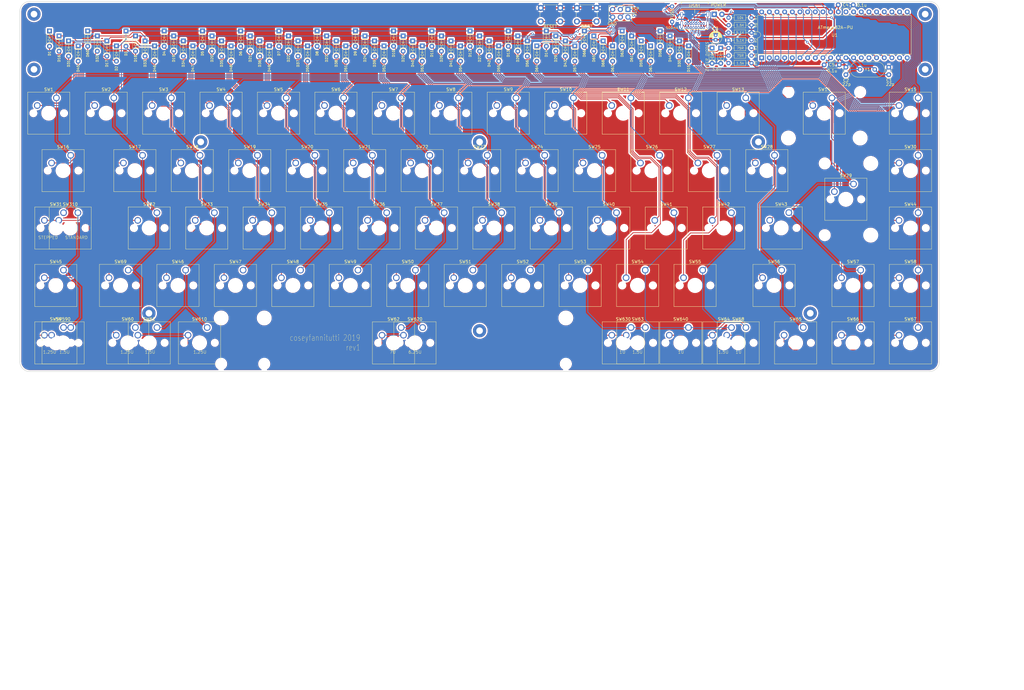
<source format=kicad_pcb>
(kicad_pcb (version 20190905) (host pcbnew "5.99.0-unknown-9339afc~86~ubuntu18.04.1")
  (layers (0 "F.Cu" signal) (31 "B.Cu" signal) (34 "B.Paste" user) (35 "F.Paste" user) (36 "B.SilkS" user) (37 "F.SilkS" user) (38 "B.Mask" user) (39 "F.Mask" user) (44 "Edge.Cuts" user))
  (net 0 "")
  (net 1 "GND")
  (net 2 "VCC")
  (net 3 "row0")
  (net 4 "Net-(D1-Pad2)")
  (net 5 "Net-(D2-Pad2)")
  (net 6 "Net-(D3-Pad2)")
  (net 7 "Net-(D4-Pad2)")
  (net 8 "Net-(D5-Pad2)")
  (net 9 "Net-(D6-Pad2)")
  (net 10 "Net-(D7-Pad2)")
  (net 11 "Net-(D8-Pad2)")
  (net 12 "Net-(D9-Pad2)")
  (net 13 "Net-(D10-Pad2)")
  (net 14 "Net-(D11-Pad2)")
  (net 15 "Net-(D12-Pad2)")
  (net 16 "Net-(D13-Pad2)")
  (net 17 "Net-(D14-Pad2)")
  (net 18 "Net-(D15-Pad2)")
  (net 19 "row1")
  (net 20 "Net-(D16-Pad2)")
  (net 21 "Net-(D17-Pad2)")
  (net 22 "Net-(D18-Pad2)")
  (net 23 "Net-(D19-Pad2)")
  (net 24 "Net-(D20-Pad2)")
  (net 25 "Net-(D21-Pad2)")
  (net 26 "Net-(D22-Pad2)")
  (net 27 "Net-(D23-Pad2)")
  (net 28 "Net-(D24-Pad2)")
  (net 29 "Net-(D25-Pad2)")
  (net 30 "Net-(D26-Pad2)")
  (net 31 "Net-(D27-Pad2)")
  (net 32 "Net-(D28-Pad2)")
  (net 33 "Net-(D29-Pad2)")
  (net 34 "Net-(D30-Pad2)")
  (net 35 "Net-(D31-Pad2)")
  (net 36 "row2")
  (net 37 "Net-(D32-Pad2)")
  (net 38 "Net-(D33-Pad2)")
  (net 39 "Net-(D34-Pad2)")
  (net 40 "Net-(D35-Pad2)")
  (net 41 "Net-(D36-Pad2)")
  (net 42 "Net-(D37-Pad2)")
  (net 43 "Net-(D38-Pad2)")
  (net 44 "Net-(D39-Pad2)")
  (net 45 "Net-(D40-Pad2)")
  (net 46 "Net-(D41-Pad2)")
  (net 47 "Net-(D42-Pad2)")
  (net 48 "Net-(D43-Pad2)")
  (net 49 "Net-(D44-Pad2)")
  (net 50 "row3")
  (net 51 "Net-(D45-Pad2)")
  (net 52 "Net-(D46-Pad2)")
  (net 53 "Net-(D47-Pad2)")
  (net 54 "Net-(D48-Pad2)")
  (net 55 "Net-(D49-Pad2)")
  (net 56 "Net-(D50-Pad2)")
  (net 57 "Net-(D51-Pad2)")
  (net 58 "Net-(D52-Pad2)")
  (net 59 "Net-(D53-Pad2)")
  (net 60 "Net-(D54-Pad2)")
  (net 61 "Net-(D55-Pad2)")
  (net 62 "Net-(D56-Pad2)")
  (net 63 "Net-(D57-Pad2)")
  (net 64 "Net-(D58-Pad2)")
  (net 65 "Net-(D59-Pad2)")
  (net 66 "row4")
  (net 67 "Net-(D60-Pad2)")
  (net 68 "Net-(D61-Pad2)")
  (net 69 "Net-(D62-Pad2)")
  (net 70 "Net-(D63-Pad2)")
  (net 71 "Net-(D64-Pad2)")
  (net 72 "Net-(D65-Pad2)")
  (net 73 "Net-(D66-Pad2)")
  (net 74 "Net-(D67-Pad2)")
  (net 75 "col0")
  (net 76 "col1")
  (net 77 "col2")
  (net 78 "col3")
  (net 79 "col4")
  (net 80 "col5")
  (net 81 "col6")
  (net 82 "col7")
  (net 83 "col8")
  (net 84 "col9")
  (net 85 "col10")
  (net 86 "col11")
  (net 87 "col12")
  (net 88 "col13")
  (net 89 "col14")
  (net 90 "Net-(R1-Pad2)")
  (net 91 "Net-(D68-Pad2)")
  (net 92 "Net-(R2-Pad1)")
  (net 93 "Net-(USB1-PadB8)")
  (net 94 "Net-(USB1-PadA8)")
  (net 95 "reset")
  (net 96 "+5V")
  (net 97 "Net-(U1-Pad29)")
  (net 98 "Net-(U1-Pad32)")
  (net 99 "Net-(U1-Pad33)")
  (net 100 "Net-(U1-Pad14)")
  (net 101 "Net-(U1-Pad34)")
  (net 102 "Net-(U1-Pad35)")
  (net 103 "D+")
  (net 104 "D-")
  (net 105 "Net-(C1-Pad1)")
  (net 106 "Net-(C2-Pad1)")
  (net 107 "Net-(D69-Pad1)")
  (net 108 "Net-(D70-Pad1)")
  (net 109 "MOSI")
  (net 110 "SCK")
  (net 111 "MISO")
  (net 112 "Net-(LED1-Pad1)")
  (net 113 "boot")
  (net 114 "Net-(U1-Pad15)")
  (module "Button_Switch_Keyboard:SW_Cherry_MX_ISOEnter_PCB" (layer "F.Cu") (at 336.9818 113.5126)
    (fp_text reference "SW29" (at -2.54 -2.794) (layer "F.SilkS"))
    (fp_text value "KEYSW")
    (pad "" np_thru_hole circle (at -9.54 -6.82) (size 3.05 3.05) (drill 3.05) (layers *.Cu *.Mask))
    (pad "" np_thru_hole circle (at -9.54 16.98) (size 3.05 3.05) (drill 3.05) (layers *.Cu *.Mask))
    (pad "" np_thru_hole circle (at 5.7 16.98) (size 4 4) (drill 4) (layers *.Cu *.Mask))
    (pad "" np_thru_hole circle (at 5.7 -6.82) (size 4 4) (drill 4) (layers *.Cu *.Mask))
    (pad "" np_thru_hole circle (at 2.54 5.08) (size 1.7 1.7) (drill 1.7) (layers *.Cu *.Mask))
    (pad "" np_thru_hole circle (at -7.62 5.08) (size 1.7 1.7) (drill 1.7) (layers *.Cu *.Mask))
    (pad "" np_thru_hole circle (at -2.54 5.08) (size 4 4) (drill 4) (layers *.Cu *.Mask))
    (pad "2" thru_hole circle (at -6.35 2.54) (size 2.2 2.2) (drill 1.5) (layers *.Cu *.Mask) (net 33 "Net-(D29-Pad2)"))
    (pad "1" thru_hole circle (at 0 0) (size 2.2 2.2) (drill 1.5) (layers *.Cu *.Mask) (net 88 "col13"))
  )
  (module "Button_Switch_Keyboard:SW_Cherry_MX_1.00u_PCB" (layer "F.Cu") (at 315.5442 123.0122)
    (fp_text reference "SW43" (at -2.54 -2.794) (layer "F.SilkS"))
    (fp_text value "KEYSW")
    (pad "" np_thru_hole circle (at 2.54 5.08) (size 1.7 1.7) (drill 1.7) (layers *.Cu *.Mask))
    (pad "" np_thru_hole circle (at -7.62 5.08) (size 1.7 1.7) (drill 1.7) (layers *.Cu *.Mask))
    (pad "" np_thru_hole circle (at -2.54 5.08) (size 4 4) (drill 4) (layers *.Cu *.Mask))
    (pad "2" thru_hole circle (at -6.35 2.54) (size 2.2 2.2) (drill 1.5) (layers *.Cu *.Mask) (net 48 "Net-(D43-Pad2)"))
    (pad "1" thru_hole circle (at 0 0) (size 2.2 2.2) (drill 1.5) (layers *.Cu *.Mask) (net 88 "col13"))
  )
  (module "Button_Switch_Keyboard:SW_Cherry_MX_1.25u_PCB" (layer "F.Cu") (at 75.039084 123.04138)
    (fp_text reference "SW31" (at -2.54 -2.794) (layer "F.SilkS"))
    (fp_text value "KEYSW")
    (pad "" np_thru_hole circle (at 2.54 5.08) (size 1.7 1.7) (drill 1.7) (layers *.Cu *.Mask))
    (pad "" np_thru_hole circle (at -7.62 5.08) (size 1.7 1.7) (drill 1.7) (layers *.Cu *.Mask))
    (pad "" np_thru_hole circle (at -2.54 5.08) (size 4 4) (drill 4) (layers *.Cu *.Mask))
    (pad "2" thru_hole circle (at -6.35 2.54) (size 2.2 2.2) (drill 1.5) (layers *.Cu *.Mask) (net 35 "Net-(D31-Pad2)"))
    (pad "1" thru_hole circle (at 0 0) (size 2.2 2.2) (drill 1.5) (layers *.Cu *.Mask) (net 75 "col0"))
  )
  (module "Button_Switch_Keyboard:SW_Cherry_MX_1.25u_PCB" (layer "F.Cu") (at 75.0062 142.09138)
    (fp_text reference "SW45" (at -2.54 -2.794) (layer "F.SilkS"))
    (fp_text value "KEYSW")
    (pad "" np_thru_hole circle (at 2.54 5.08) (size 1.7 1.7) (drill 1.7) (layers *.Cu *.Mask))
    (pad "" np_thru_hole circle (at -7.62 5.08) (size 1.7 1.7) (drill 1.7) (layers *.Cu *.Mask))
    (pad "" np_thru_hole circle (at -2.54 5.08) (size 4 4) (drill 4) (layers *.Cu *.Mask))
    (pad "2" thru_hole circle (at -6.35 2.54) (size 2.2 2.2) (drill 1.5) (layers *.Cu *.Mask) (net 51 "Net-(D45-Pad2)"))
    (pad "1" thru_hole circle (at 0 0) (size 2.2 2.2) (drill 1.5) (layers *.Cu *.Mask) (net 75 "col0"))
  )
  (module "Button_Switch_Keyboard:SW_Cherry_MX_1.00u_PCB" (layer "F.Cu") (at 96.4692 142.0876)
    (fp_text reference "SW69" (at -2.54 -2.794) (layer "F.SilkS"))
    (fp_text value "KEYSW")
    (pad "" np_thru_hole circle (at 2.54 5.08) (size 1.7 1.7) (drill 1.7) (layers *.Cu *.Mask))
    (pad "" np_thru_hole circle (at -7.62 5.08) (size 1.7 1.7) (drill 1.7) (layers *.Cu *.Mask))
    (pad "" np_thru_hole circle (at -2.54 5.08) (size 4 4) (drill 4) (layers *.Cu *.Mask))
    (pad "2" thru_hole circle (at -6.35 2.54) (size 2.2 2.2) (drill 1.5) (layers *.Cu *.Mask) (net 50 "row3"))
    (pad "1" thru_hole circle (at 0 0) (size 2.2 2.2) (drill 1.5) (layers *.Cu *.Mask) (net 76 "col1"))
  )
  (module "Button_Switch_Keyboard:SW_Cherry_MX_1.00u_PCB" (layer "F.Cu") (at 125.045284 123.04138)
    (fp_text reference "SW33" (at -2.54 -2.794) (layer "F.SilkS"))
    (fp_text value "KEYSW")
    (pad "" np_thru_hole circle (at 2.54 5.08) (size 1.7 1.7) (drill 1.7) (layers *.Cu *.Mask))
    (pad "" np_thru_hole circle (at -7.62 5.08) (size 1.7 1.7) (drill 1.7) (layers *.Cu *.Mask))
    (pad "" np_thru_hole circle (at -2.54 5.08) (size 4 4) (drill 4) (layers *.Cu *.Mask))
    (pad "2" thru_hole circle (at -6.35 2.54) (size 2.2 2.2) (drill 1.5) (layers *.Cu *.Mask) (net 38 "Net-(D33-Pad2)"))
    (pad "1" thru_hole circle (at 0 0) (size 2.2 2.2) (drill 1.5) (layers *.Cu *.Mask) (net 77 "col2"))
  )
  (module "Button_Switch_Keyboard:SW_Cherry_MX_1.00u_PCB" (layer "F.Cu") (at 301.298062 161.14138)
    (fp_text reference "SW68" (at -2.54 -2.794) (layer "F.SilkS"))
    (fp_text value "KEYSW")
    (pad "" np_thru_hole circle (at 2.54 5.08) (size 1.7 1.7) (drill 1.7) (layers *.Cu *.Mask))
    (pad "" np_thru_hole circle (at -7.62 5.08) (size 1.7 1.7) (drill 1.7) (layers *.Cu *.Mask))
    (pad "" np_thru_hole circle (at -2.54 5.08) (size 4 4) (drill 4) (layers *.Cu *.Mask))
    (pad "2" thru_hole circle (at -6.35 2.54) (size 2.2 2.2) (drill 1.5) (layers *.Cu *.Mask) (net 91 "Net-(D68-Pad2)"))
    (pad "1" thru_hole circle (at 0 0) (size 2.2 2.2) (drill 1.5) (layers *.Cu *.Mask) (net 86 "col11"))
  )
  (module "Button_Switch_Keyboard:SW_Cherry_MX_1.00u_PCB" (layer "F.Cu") (at 144.095284 123.04138)
    (fp_text reference "SW34" (at -2.54 -2.794) (layer "F.SilkS"))
    (fp_text value "KEYSW")
    (pad "" np_thru_hole circle (at 2.54 5.08) (size 1.7 1.7) (drill 1.7) (layers *.Cu *.Mask))
    (pad "" np_thru_hole circle (at -7.62 5.08) (size 1.7 1.7) (drill 1.7) (layers *.Cu *.Mask))
    (pad "" np_thru_hole circle (at -2.54 5.08) (size 4 4) (drill 4) (layers *.Cu *.Mask))
    (pad "2" thru_hole circle (at -6.35 2.54) (size 2.2 2.2) (drill 1.5) (layers *.Cu *.Mask) (net 39 "Net-(D34-Pad2)"))
    (pad "1" thru_hole circle (at 0 0) (size 2.2 2.2) (drill 1.5) (layers *.Cu *.Mask) (net 78 "col3"))
  )
  (module "Button_Switch_Keyboard:SW_Cherry_MX_1.00u_PCB" (layer "F.Cu") (at 358.407784 161.14138)
    (fp_text reference "SW67" (at -2.54 -2.794) (layer "F.SilkS"))
    (fp_text value "KEYSW")
    (pad "" np_thru_hole circle (at 2.54 5.08) (size 1.7 1.7) (drill 1.7) (layers *.Cu *.Mask))
    (pad "" np_thru_hole circle (at -7.62 5.08) (size 1.7 1.7) (drill 1.7) (layers *.Cu *.Mask))
    (pad "" np_thru_hole circle (at -2.54 5.08) (size 4 4) (drill 4) (layers *.Cu *.Mask))
    (pad "2" thru_hole circle (at -6.35 2.54) (size 2.2 2.2) (drill 1.5) (layers *.Cu *.Mask) (net 74 "Net-(D67-Pad2)"))
    (pad "1" thru_hole circle (at 0 0) (size 2.2 2.2) (drill 1.5) (layers *.Cu *.Mask) (net 89 "col14"))
  )
  (module "Button_Switch_Keyboard:SW_Cherry_MX_1.00u_PCB" (layer "F.Cu") (at 163.144784 123.04138)
    (fp_text reference "SW35" (at -2.54 -2.794) (layer "F.SilkS"))
    (fp_text value "KEYSW")
    (pad "" np_thru_hole circle (at 2.54 5.08) (size 1.7 1.7) (drill 1.7) (layers *.Cu *.Mask))
    (pad "" np_thru_hole circle (at -7.62 5.08) (size 1.7 1.7) (drill 1.7) (layers *.Cu *.Mask))
    (pad "" np_thru_hole circle (at -2.54 5.08) (size 4 4) (drill 4) (layers *.Cu *.Mask))
    (pad "2" thru_hole circle (at -6.35 2.54) (size 2.2 2.2) (drill 1.5) (layers *.Cu *.Mask) (net 40 "Net-(D35-Pad2)"))
    (pad "1" thru_hole circle (at 0 0) (size 2.2 2.2) (drill 1.5) (layers *.Cu *.Mask) (net 79 "col4"))
  )
  (module "Button_Switch_Keyboard:SW_Cherry_MX_1.00u_PCB" (layer "F.Cu") (at 339.357784 161.14138)
    (fp_text reference "SW66" (at -2.54 -2.794) (layer "F.SilkS"))
    (fp_text value "KEYSW")
    (pad "" np_thru_hole circle (at 2.54 5.08) (size 1.7 1.7) (drill 1.7) (layers *.Cu *.Mask))
    (pad "" np_thru_hole circle (at -7.62 5.08) (size 1.7 1.7) (drill 1.7) (layers *.Cu *.Mask))
    (pad "" np_thru_hole circle (at -2.54 5.08) (size 4 4) (drill 4) (layers *.Cu *.Mask))
    (pad "2" thru_hole circle (at -6.35 2.54) (size 2.2 2.2) (drill 1.5) (layers *.Cu *.Mask) (net 73 "Net-(D66-Pad2)"))
    (pad "1" thru_hole circle (at 0 0) (size 2.2 2.2) (drill 1.5) (layers *.Cu *.Mask) (net 88 "col13"))
  )
  (module "Button_Switch_Keyboard:SW_Cherry_MX_1.00u_PCB" (layer "F.Cu") (at 182.194784 123.04138)
    (fp_text reference "SW36" (at -2.54 -2.794) (layer "F.SilkS"))
    (fp_text value "KEYSW")
    (pad "" np_thru_hole circle (at 2.54 5.08) (size 1.7 1.7) (drill 1.7) (layers *.Cu *.Mask))
    (pad "" np_thru_hole circle (at -7.62 5.08) (size 1.7 1.7) (drill 1.7) (layers *.Cu *.Mask))
    (pad "" np_thru_hole circle (at -2.54 5.08) (size 4 4) (drill 4) (layers *.Cu *.Mask))
    (pad "2" thru_hole circle (at -6.35 2.54) (size 2.2 2.2) (drill 1.5) (layers *.Cu *.Mask) (net 41 "Net-(D36-Pad2)"))
    (pad "1" thru_hole circle (at 0 0) (size 2.2 2.2) (drill 1.5) (layers *.Cu *.Mask) (net 80 "col5"))
  )
  (module "Button_Switch_Keyboard:SW_Cherry_MX_1.00u_PCB" (layer "F.Cu") (at 320.307784 161.14138)
    (fp_text reference "SW65" (at -2.54 -2.794) (layer "F.SilkS"))
    (fp_text value "KEYSW")
    (pad "" np_thru_hole circle (at 2.54 5.08) (size 1.7 1.7) (drill 1.7) (layers *.Cu *.Mask))
    (pad "" np_thru_hole circle (at -7.62 5.08) (size 1.7 1.7) (drill 1.7) (layers *.Cu *.Mask))
    (pad "" np_thru_hole circle (at -2.54 5.08) (size 4 4) (drill 4) (layers *.Cu *.Mask))
    (pad "2" thru_hole circle (at -6.35 2.54) (size 2.2 2.2) (drill 1.5) (layers *.Cu *.Mask) (net 72 "Net-(D65-Pad2)"))
    (pad "1" thru_hole circle (at 0 0) (size 2.2 2.2) (drill 1.5) (layers *.Cu *.Mask) (net 87 "col12"))
  )
  (module "Button_Switch_Keyboard:SW_Cherry_MX_1.00u_PCB" (layer "F.Cu") (at 201.244784 123.04138)
    (fp_text reference "SW37" (at -2.54 -2.794) (layer "F.SilkS"))
    (fp_text value "KEYSW")
    (pad "" np_thru_hole circle (at 2.54 5.08) (size 1.7 1.7) (drill 1.7) (layers *.Cu *.Mask))
    (pad "" np_thru_hole circle (at -7.62 5.08) (size 1.7 1.7) (drill 1.7) (layers *.Cu *.Mask))
    (pad "" np_thru_hole circle (at -2.54 5.08) (size 4 4) (drill 4) (layers *.Cu *.Mask))
    (pad "2" thru_hole circle (at -6.35 2.54) (size 2.2 2.2) (drill 1.5) (layers *.Cu *.Mask) (net 42 "Net-(D37-Pad2)"))
    (pad "1" thru_hole circle (at 0 0) (size 2.2 2.2) (drill 1.5) (layers *.Cu *.Mask) (net 81 "col6"))
  )
  (module "Button_Switch_Keyboard:SW_Cherry_MX_1.00u_PCB" (layer "F.Cu") (at 220.294784 123.04138)
    (fp_text reference "SW38" (at -2.54 -2.794) (layer "F.SilkS"))
    (fp_text value "KEYSW")
    (pad "" np_thru_hole circle (at 2.54 5.08) (size 1.7 1.7) (drill 1.7) (layers *.Cu *.Mask))
    (pad "" np_thru_hole circle (at -7.62 5.08) (size 1.7 1.7) (drill 1.7) (layers *.Cu *.Mask))
    (pad "" np_thru_hole circle (at -2.54 5.08) (size 4 4) (drill 4) (layers *.Cu *.Mask))
    (pad "2" thru_hole circle (at -6.35 2.54) (size 2.2 2.2) (drill 1.5) (layers *.Cu *.Mask) (net 43 "Net-(D38-Pad2)"))
    (pad "1" thru_hole circle (at 0 0) (size 2.2 2.2) (drill 1.5) (layers *.Cu *.Mask) (net 82 "col7"))
  )
  (module "Button_Switch_Keyboard:SW_Cherry_MX_1.00u_PCB" (layer "F.Cu") (at 239.344784 123.04138)
    (fp_text reference "SW39" (at -2.54 -2.794) (layer "F.SilkS"))
    (fp_text value "KEYSW")
    (pad "" np_thru_hole circle (at 2.54 5.08) (size 1.7 1.7) (drill 1.7) (layers *.Cu *.Mask))
    (pad "" np_thru_hole circle (at -7.62 5.08) (size 1.7 1.7) (drill 1.7) (layers *.Cu *.Mask))
    (pad "" np_thru_hole circle (at -2.54 5.08) (size 4 4) (drill 4) (layers *.Cu *.Mask))
    (pad "2" thru_hole circle (at -6.35 2.54) (size 2.2 2.2) (drill 1.5) (layers *.Cu *.Mask) (net 44 "Net-(D39-Pad2)"))
    (pad "1" thru_hole circle (at 0 0) (size 2.2 2.2) (drill 1.5) (layers *.Cu *.Mask) (net 83 "col8"))
  )
  (module "Button_Switch_Keyboard:SW_Cherry_MX_1.00u_PCB" (layer "F.Cu") (at 258.394784 123.04138)
    (fp_text reference "SW40" (at -2.54 -2.794) (layer "F.SilkS"))
    (fp_text value "KEYSW")
    (pad "" np_thru_hole circle (at 2.54 5.08) (size 1.7 1.7) (drill 1.7) (layers *.Cu *.Mask))
    (pad "" np_thru_hole circle (at -7.62 5.08) (size 1.7 1.7) (drill 1.7) (layers *.Cu *.Mask))
    (pad "" np_thru_hole circle (at -2.54 5.08) (size 4 4) (drill 4) (layers *.Cu *.Mask))
    (pad "2" thru_hole circle (at -6.35 2.54) (size 2.2 2.2) (drill 1.5) (layers *.Cu *.Mask) (net 45 "Net-(D40-Pad2)"))
    (pad "1" thru_hole circle (at 0 0) (size 2.2 2.2) (drill 1.5) (layers *.Cu *.Mask) (net 84 "col9"))
  )
  (module "Button_Switch_Keyboard:SW_Cherry_MX_1.00u_PCB" (layer "F.Cu") (at 277.444784 123.04138)
    (fp_text reference "SW41" (at -2.54 -2.794) (layer "F.SilkS"))
    (fp_text value "KEYSW")
    (pad "" np_thru_hole circle (at 2.54 5.08) (size 1.7 1.7) (drill 1.7) (layers *.Cu *.Mask))
    (pad "" np_thru_hole circle (at -7.62 5.08) (size 1.7 1.7) (drill 1.7) (layers *.Cu *.Mask))
    (pad "" np_thru_hole circle (at -2.54 5.08) (size 4 4) (drill 4) (layers *.Cu *.Mask))
    (pad "2" thru_hole circle (at -6.35 2.54) (size 2.2 2.2) (drill 1.5) (layers *.Cu *.Mask) (net 46 "Net-(D41-Pad2)"))
    (pad "1" thru_hole circle (at 0 0) (size 2.2 2.2) (drill 1.5) (layers *.Cu *.Mask) (net 85 "col10"))
  )
  (module "Button_Switch_Keyboard:SW_Cherry_MX_1.00u_PCB" (layer "F.Cu") (at 286.970784 142.09138)
    (fp_text reference "SW55" (at -2.54 -2.794) (layer "F.SilkS"))
    (fp_text value "KEYSW")
    (pad "" np_thru_hole circle (at 2.54 5.08) (size 1.7 1.7) (drill 1.7) (layers *.Cu *.Mask))
    (pad "" np_thru_hole circle (at -7.62 5.08) (size 1.7 1.7) (drill 1.7) (layers *.Cu *.Mask))
    (pad "" np_thru_hole circle (at -2.54 5.08) (size 4 4) (drill 4) (layers *.Cu *.Mask))
    (pad "2" thru_hole circle (at -6.35 2.54) (size 2.2 2.2) (drill 1.5) (layers *.Cu *.Mask) (net 61 "Net-(D55-Pad2)"))
    (pad "1" thru_hole circle (at 0 0) (size 2.2 2.2) (drill 1.5) (layers *.Cu *.Mask) (net 86 "col11"))
  )
  (module "Button_Switch_Keyboard:SW_Cherry_MX_1.00u_PCB" (layer "F.Cu") (at 296.494784 123.04138)
    (fp_text reference "SW42" (at -2.54 -2.794) (layer "F.SilkS"))
    (fp_text value "KEYSW")
    (pad "" np_thru_hole circle (at 2.54 5.08) (size 1.7 1.7) (drill 1.7) (layers *.Cu *.Mask))
    (pad "" np_thru_hole circle (at -7.62 5.08) (size 1.7 1.7) (drill 1.7) (layers *.Cu *.Mask))
    (pad "" np_thru_hole circle (at -2.54 5.08) (size 4 4) (drill 4) (layers *.Cu *.Mask))
    (pad "2" thru_hole circle (at -6.35 2.54) (size 2.2 2.2) (drill 1.5) (layers *.Cu *.Mask) (net 47 "Net-(D42-Pad2)"))
    (pad "1" thru_hole circle (at 0 0) (size 2.2 2.2) (drill 1.5) (layers *.Cu *.Mask) (net 86 "col11"))
  )
  (module "Button_Switch_Keyboard:SW_Cherry_MX_1.00u_PCB" (layer "F.Cu") (at 358.407784 123.04138)
    (fp_text reference "SW44" (at -2.54 -2.794) (layer "F.SilkS"))
    (fp_text value "KEYSW")
    (pad "" np_thru_hole circle (at 2.54 5.08) (size 1.7 1.7) (drill 1.7) (layers *.Cu *.Mask))
    (pad "" np_thru_hole circle (at -7.62 5.08) (size 1.7 1.7) (drill 1.7) (layers *.Cu *.Mask))
    (pad "" np_thru_hole circle (at -2.54 5.08) (size 4 4) (drill 4) (layers *.Cu *.Mask))
    (pad "2" thru_hole circle (at -6.35 2.54) (size 2.2 2.2) (drill 1.5) (layers *.Cu *.Mask) (net 49 "Net-(D44-Pad2)"))
    (pad "1" thru_hole circle (at 0 0) (size 2.2 2.2) (drill 1.5) (layers *.Cu *.Mask) (net 89 "col14"))
  )
  (module "Button_Switch_Keyboard:SW_Cherry_MX_1.00u_PCB" (layer "F.Cu") (at 115.520284 142.09138)
    (fp_text reference "SW46" (at -2.54 -2.794) (layer "F.SilkS"))
    (fp_text value "KEYSW")
    (pad "" np_thru_hole circle (at 2.54 5.08) (size 1.7 1.7) (drill 1.7) (layers *.Cu *.Mask))
    (pad "" np_thru_hole circle (at -7.62 5.08) (size 1.7 1.7) (drill 1.7) (layers *.Cu *.Mask))
    (pad "" np_thru_hole circle (at -2.54 5.08) (size 4 4) (drill 4) (layers *.Cu *.Mask))
    (pad "2" thru_hole circle (at -6.35 2.54) (size 2.2 2.2) (drill 1.5) (layers *.Cu *.Mask) (net 52 "Net-(D46-Pad2)"))
    (pad "1" thru_hole circle (at 0 0) (size 2.2 2.2) (drill 1.5) (layers *.Cu *.Mask) (net 77 "col2"))
  )
  (module "Button_Switch_Keyboard:SW_Cherry_MX_1.00u_PCB" (layer "F.Cu") (at 134.570284 142.09138)
    (fp_text reference "SW47" (at -2.54 -2.794) (layer "F.SilkS"))
    (fp_text value "KEYSW")
    (pad "" np_thru_hole circle (at 2.54 5.08) (size 1.7 1.7) (drill 1.7) (layers *.Cu *.Mask))
    (pad "" np_thru_hole circle (at -7.62 5.08) (size 1.7 1.7) (drill 1.7) (layers *.Cu *.Mask))
    (pad "" np_thru_hole circle (at -2.54 5.08) (size 4 4) (drill 4) (layers *.Cu *.Mask))
    (pad "2" thru_hole circle (at -6.35 2.54) (size 2.2 2.2) (drill 1.5) (layers *.Cu *.Mask) (net 53 "Net-(D47-Pad2)"))
    (pad "1" thru_hole circle (at 0 0) (size 2.2 2.2) (drill 1.5) (layers *.Cu *.Mask) (net 78 "col3"))
  )
  (module "Button_Switch_Keyboard:SW_Cherry_MX_1.00u_PCB" (layer "F.Cu") (at 153.620284 142.09138)
    (fp_text reference "SW48" (at -2.54 -2.794) (layer "F.SilkS"))
    (fp_text value "KEYSW")
    (pad "" np_thru_hole circle (at 2.54 5.08) (size 1.7 1.7) (drill 1.7) (layers *.Cu *.Mask))
    (pad "" np_thru_hole circle (at -7.62 5.08) (size 1.7 1.7) (drill 1.7) (layers *.Cu *.Mask))
    (pad "" np_thru_hole circle (at -2.54 5.08) (size 4 4) (drill 4) (layers *.Cu *.Mask))
    (pad "2" thru_hole circle (at -6.35 2.54) (size 2.2 2.2) (drill 1.5) (layers *.Cu *.Mask) (net 54 "Net-(D48-Pad2)"))
    (pad "1" thru_hole circle (at 0 0) (size 2.2 2.2) (drill 1.5) (layers *.Cu *.Mask) (net 79 "col4"))
  )
  (module "Button_Switch_Keyboard:SW_Cherry_MX_1.00u_PCB" (layer "F.Cu") (at 172.670784 142.09138)
    (fp_text reference "SW49" (at -2.54 -2.794) (layer "F.SilkS"))
    (fp_text value "KEYSW")
    (pad "" np_thru_hole circle (at 2.54 5.08) (size 1.7 1.7) (drill 1.7) (layers *.Cu *.Mask))
    (pad "" np_thru_hole circle (at -7.62 5.08) (size 1.7 1.7) (drill 1.7) (layers *.Cu *.Mask))
    (pad "" np_thru_hole circle (at -2.54 5.08) (size 4 4) (drill 4) (layers *.Cu *.Mask))
    (pad "2" thru_hole circle (at -6.35 2.54) (size 2.2 2.2) (drill 1.5) (layers *.Cu *.Mask) (net 55 "Net-(D49-Pad2)"))
    (pad "1" thru_hole circle (at 0 0) (size 2.2 2.2) (drill 1.5) (layers *.Cu *.Mask) (net 80 "col5"))
  )
  (module "Button_Switch_Keyboard:SW_Cherry_MX_1.00u_PCB" (layer "F.Cu") (at 191.720784 142.09138)
    (fp_text reference "SW50" (at -2.54 -2.794) (layer "F.SilkS"))
    (fp_text value "KEYSW")
    (pad "" np_thru_hole circle (at 2.54 5.08) (size 1.7 1.7) (drill 1.7) (layers *.Cu *.Mask))
    (pad "" np_thru_hole circle (at -7.62 5.08) (size 1.7 1.7) (drill 1.7) (layers *.Cu *.Mask))
    (pad "" np_thru_hole circle (at -2.54 5.08) (size 4 4) (drill 4) (layers *.Cu *.Mask))
    (pad "2" thru_hole circle (at -6.35 2.54) (size 2.2 2.2) (drill 1.5) (layers *.Cu *.Mask) (net 56 "Net-(D50-Pad2)"))
    (pad "1" thru_hole circle (at 0 0) (size 2.2 2.2) (drill 1.5) (layers *.Cu *.Mask) (net 81 "col6"))
  )
  (module "Button_Switch_Keyboard:SW_Cherry_MX_1.00u_PCB" (layer "F.Cu") (at 358.407784 142.09138)
    (fp_text reference "SW58" (at -2.54 -2.794) (layer "F.SilkS"))
    (fp_text value "KEYSW")
    (pad "" np_thru_hole circle (at 2.54 5.08) (size 1.7 1.7) (drill 1.7) (layers *.Cu *.Mask))
    (pad "" np_thru_hole circle (at -7.62 5.08) (size 1.7 1.7) (drill 1.7) (layers *.Cu *.Mask))
    (pad "" np_thru_hole circle (at -2.54 5.08) (size 4 4) (drill 4) (layers *.Cu *.Mask))
    (pad "2" thru_hole circle (at -6.35 2.54) (size 2.2 2.2) (drill 1.5) (layers *.Cu *.Mask) (net 64 "Net-(D58-Pad2)"))
    (pad "1" thru_hole circle (at 0 0) (size 2.2 2.2) (drill 1.5) (layers *.Cu *.Mask) (net 89 "col14"))
  )
  (module "Button_Switch_Keyboard:SW_Cherry_MX_1.00u_PCB" (layer "F.Cu") (at 210.770784 142.09138)
    (fp_text reference "SW51" (at -2.54 -2.794) (layer "F.SilkS"))
    (fp_text value "KEYSW")
    (pad "" np_thru_hole circle (at 2.54 5.08) (size 1.7 1.7) (drill 1.7) (layers *.Cu *.Mask))
    (pad "" np_thru_hole circle (at -7.62 5.08) (size 1.7 1.7) (drill 1.7) (layers *.Cu *.Mask))
    (pad "" np_thru_hole circle (at -2.54 5.08) (size 4 4) (drill 4) (layers *.Cu *.Mask))
    (pad "2" thru_hole circle (at -6.35 2.54) (size 2.2 2.2) (drill 1.5) (layers *.Cu *.Mask) (net 57 "Net-(D51-Pad2)"))
    (pad "1" thru_hole circle (at 0 0) (size 2.2 2.2) (drill 1.5) (layers *.Cu *.Mask) (net 82 "col7"))
  )
  (module "Button_Switch_Keyboard:SW_Cherry_MX_1.00u_PCB" (layer "F.Cu") (at 339.357784 142.09138)
    (fp_text reference "SW57" (at -2.54 -2.794) (layer "F.SilkS"))
    (fp_text value "KEYSW")
    (pad "" np_thru_hole circle (at 2.54 5.08) (size 1.7 1.7) (drill 1.7) (layers *.Cu *.Mask))
    (pad "" np_thru_hole circle (at -7.62 5.08) (size 1.7 1.7) (drill 1.7) (layers *.Cu *.Mask))
    (pad "" np_thru_hole circle (at -2.54 5.08) (size 4 4) (drill 4) (layers *.Cu *.Mask))
    (pad "2" thru_hole circle (at -6.35 2.54) (size 2.2 2.2) (drill 1.5) (layers *.Cu *.Mask) (net 63 "Net-(D57-Pad2)"))
    (pad "1" thru_hole circle (at 0 0) (size 2.2 2.2) (drill 1.5) (layers *.Cu *.Mask) (net 88 "col13"))
  )
  (module "Button_Switch_Keyboard:SW_Cherry_MX_1.00u_PCB" (layer "F.Cu") (at 229.820784 142.09138)
    (fp_text reference "SW52" (at -2.54 -2.794) (layer "F.SilkS"))
    (fp_text value "KEYSW")
    (pad "" np_thru_hole circle (at 2.54 5.08) (size 1.7 1.7) (drill 1.7) (layers *.Cu *.Mask))
    (pad "" np_thru_hole circle (at -7.62 5.08) (size 1.7 1.7) (drill 1.7) (layers *.Cu *.Mask))
    (pad "" np_thru_hole circle (at -2.54 5.08) (size 4 4) (drill 4) (layers *.Cu *.Mask))
    (pad "2" thru_hole circle (at -6.35 2.54) (size 2.2 2.2) (drill 1.5) (layers *.Cu *.Mask) (net 58 "Net-(D52-Pad2)"))
    (pad "1" thru_hole circle (at 0 0) (size 2.2 2.2) (drill 1.5) (layers *.Cu *.Mask) (net 83 "col8"))
  )
  (module "Button_Switch_Keyboard:SW_Cherry_MX_1.00u_PCB" (layer "F.Cu") (at 248.870784 142.09138)
    (fp_text reference "SW53" (at -2.54 -2.794) (layer "F.SilkS"))
    (fp_text value "KEYSW")
    (pad "" np_thru_hole circle (at 2.54 5.08) (size 1.7 1.7) (drill 1.7) (layers *.Cu *.Mask))
    (pad "" np_thru_hole circle (at -7.62 5.08) (size 1.7 1.7) (drill 1.7) (layers *.Cu *.Mask))
    (pad "" np_thru_hole circle (at -2.54 5.08) (size 4 4) (drill 4) (layers *.Cu *.Mask))
    (pad "2" thru_hole circle (at -6.35 2.54) (size 2.2 2.2) (drill 1.5) (layers *.Cu *.Mask) (net 59 "Net-(D53-Pad2)"))
    (pad "1" thru_hole circle (at 0 0) (size 2.2 2.2) (drill 1.5) (layers *.Cu *.Mask) (net 84 "col9"))
  )
  (module "Button_Switch_Keyboard:SW_Cherry_MX_1.00u_PCB" (layer "F.Cu") (at 267.920784 142.09138)
    (fp_text reference "SW54" (at -2.54 -2.794) (layer "F.SilkS"))
    (fp_text value "KEYSW")
    (pad "" np_thru_hole circle (at 2.54 5.08) (size 1.7 1.7) (drill 1.7) (layers *.Cu *.Mask))
    (pad "" np_thru_hole circle (at -7.62 5.08) (size 1.7 1.7) (drill 1.7) (layers *.Cu *.Mask))
    (pad "" np_thru_hole circle (at -2.54 5.08) (size 4 4) (drill 4) (layers *.Cu *.Mask))
    (pad "2" thru_hole circle (at -6.35 2.54) (size 2.2 2.2) (drill 1.5) (layers *.Cu *.Mask) (net 60 "Net-(D54-Pad2)"))
    (pad "1" thru_hole circle (at 0 0) (size 2.2 2.2) (drill 1.5) (layers *.Cu *.Mask) (net 85 "col10"))
  )
  (module "Button_Switch_Keyboard:SW_Cherry_MX_1.00u_PCB" (layer "F.Cu") (at 186.984107 161.14927)
    (fp_text reference "SW62" (at -2.54 -2.794) (layer "F.SilkS"))
    (fp_text value "KEYSW")
    (pad "" np_thru_hole circle (at 2.54 5.08) (size 1.7 1.7) (drill 1.7) (layers *.Cu *.Mask))
    (pad "" np_thru_hole circle (at -7.62 5.08) (size 1.7 1.7) (drill 1.7) (layers *.Cu *.Mask))
    (pad "" np_thru_hole circle (at -2.54 5.08) (size 4 4) (drill 4) (layers *.Cu *.Mask))
    (pad "2" thru_hole circle (at -6.35 2.54) (size 2.2 2.2) (drill 1.5) (layers *.Cu *.Mask) (net 69 "Net-(D62-Pad2)"))
    (pad "1" thru_hole circle (at 0 0) (size 2.2 2.2) (drill 1.5) (layers *.Cu *.Mask) (net 81 "col6"))
  )
  (module "Button_Switch_Keyboard:SW_Cherry_MX_1.00u_PCB" (layer "F.Cu") (at 72.657784 84.94138)
    (fp_text reference "SW1" (at -2.54 -2.794) (layer "F.SilkS"))
    (fp_text value "KEYSW")
    (pad "" np_thru_hole circle (at 2.54 5.08) (size 1.7 1.7) (drill 1.7) (layers *.Cu *.Mask))
    (pad "" np_thru_hole circle (at -7.62 5.08) (size 1.7 1.7) (drill 1.7) (layers *.Cu *.Mask))
    (pad "" np_thru_hole circle (at -2.54 5.08) (size 4 4) (drill 4) (layers *.Cu *.Mask))
    (pad "2" thru_hole circle (at -6.35 2.54) (size 2.2 2.2) (drill 1.5) (layers *.Cu *.Mask) (net 4 "Net-(D1-Pad2)"))
    (pad "1" thru_hole circle (at 0 0) (size 2.2 2.2) (drill 1.5) (layers *.Cu *.Mask) (net 75 "col0"))
  )
  (module "Button_Switch_Keyboard:SW_Cherry_MX_1.00u_PCB" (layer "F.Cu") (at 91.707784 84.94138)
    (fp_text reference "SW2" (at -2.54 -2.794) (layer "F.SilkS"))
    (fp_text value "KEYSW")
    (pad "" np_thru_hole circle (at 2.54 5.08) (size 1.7 1.7) (drill 1.7) (layers *.Cu *.Mask))
    (pad "" np_thru_hole circle (at -7.62 5.08) (size 1.7 1.7) (drill 1.7) (layers *.Cu *.Mask))
    (pad "" np_thru_hole circle (at -2.54 5.08) (size 4 4) (drill 4) (layers *.Cu *.Mask))
    (pad "2" thru_hole circle (at -6.35 2.54) (size 2.2 2.2) (drill 1.5) (layers *.Cu *.Mask) (net 5 "Net-(D2-Pad2)"))
    (pad "1" thru_hole circle (at 0 0) (size 2.2 2.2) (drill 1.5) (layers *.Cu *.Mask) (net 76 "col1"))
  )
  (module "Button_Switch_Keyboard:SW_Cherry_MX_1.00u_PCB" (layer "F.Cu") (at 110.757784 84.94138)
    (fp_text reference "SW3" (at -2.54 -2.794) (layer "F.SilkS"))
    (fp_text value "KEYSW")
    (pad "" np_thru_hole circle (at 2.54 5.08) (size 1.7 1.7) (drill 1.7) (layers *.Cu *.Mask))
    (pad "" np_thru_hole circle (at -7.62 5.08) (size 1.7 1.7) (drill 1.7) (layers *.Cu *.Mask))
    (pad "" np_thru_hole circle (at -2.54 5.08) (size 4 4) (drill 4) (layers *.Cu *.Mask))
    (pad "2" thru_hole circle (at -6.35 2.54) (size 2.2 2.2) (drill 1.5) (layers *.Cu *.Mask) (net 6 "Net-(D3-Pad2)"))
    (pad "1" thru_hole circle (at 0 0) (size 2.2 2.2) (drill 1.5) (layers *.Cu *.Mask) (net 77 "col2"))
  )
  (module "Button_Switch_Keyboard:SW_Cherry_MX_1.00u_PCB" (layer "F.Cu") (at 194.101784 161.14138)
    (fp_text reference "SW620" (at -2.54 -2.794) (layer "F.SilkS"))
    (fp_text value "KEYSW")
    (pad "" np_thru_hole circle (at 2.54 5.08) (size 1.7 1.7) (drill 1.7) (layers *.Cu *.Mask))
    (pad "" np_thru_hole circle (at -7.62 5.08) (size 1.7 1.7) (drill 1.7) (layers *.Cu *.Mask))
    (pad "" np_thru_hole circle (at -2.54 5.08) (size 4 4) (drill 4) (layers *.Cu *.Mask))
    (pad "2" thru_hole circle (at -6.35 2.54) (size 2.2 2.2) (drill 1.5) (layers *.Cu *.Mask) (net 69 "Net-(D62-Pad2)"))
    (pad "1" thru_hole circle (at 0 0) (size 2.2 2.2) (drill 1.5) (layers *.Cu *.Mask) (net 81 "col6"))
  )
  (module "Button_Switch_Keyboard:SW_Cherry_MX_1.00u_PCB" (layer "F.Cu") (at 129.807784 84.94138)
    (fp_text reference "SW4" (at -2.54 -2.794) (layer "F.SilkS"))
    (fp_text value "KEYSW")
    (pad "" np_thru_hole circle (at 2.54 5.08) (size 1.7 1.7) (drill 1.7) (layers *.Cu *.Mask))
    (pad "" np_thru_hole circle (at -7.62 5.08) (size 1.7 1.7) (drill 1.7) (layers *.Cu *.Mask))
    (pad "" np_thru_hole circle (at -2.54 5.08) (size 4 4) (drill 4) (layers *.Cu *.Mask))
    (pad "2" thru_hole circle (at -6.35 2.54) (size 2.2 2.2) (drill 1.5) (layers *.Cu *.Mask) (net 7 "Net-(D4-Pad2)"))
    (pad "1" thru_hole circle (at 0 0) (size 2.2 2.2) (drill 1.5) (layers *.Cu *.Mask) (net 78 "col3"))
  )
  (module "Button_Switch_Keyboard:SW_Cherry_MX_1.00u_PCB" (layer "F.Cu") (at 148.857784 84.94138)
    (fp_text reference "SW5" (at -2.54 -2.794) (layer "F.SilkS"))
    (fp_text value "KEYSW")
    (pad "" np_thru_hole circle (at 2.54 5.08) (size 1.7 1.7) (drill 1.7) (layers *.Cu *.Mask))
    (pad "" np_thru_hole circle (at -7.62 5.08) (size 1.7 1.7) (drill 1.7) (layers *.Cu *.Mask))
    (pad "" np_thru_hole circle (at -2.54 5.08) (size 4 4) (drill 4) (layers *.Cu *.Mask))
    (pad "2" thru_hole circle (at -6.35 2.54) (size 2.2 2.2) (drill 1.5) (layers *.Cu *.Mask) (net 8 "Net-(D5-Pad2)"))
    (pad "1" thru_hole circle (at 0 0) (size 2.2 2.2) (drill 1.5) (layers *.Cu *.Mask) (net 79 "col4"))
  )
  (module "Button_Switch_Keyboard:SW_Cherry_MX_1.00u_PCB" (layer "F.Cu") (at 167.907784 84.94138)
    (fp_text reference "SW6" (at -2.54 -2.794) (layer "F.SilkS"))
    (fp_text value "KEYSW")
    (pad "" np_thru_hole circle (at 2.54 5.08) (size 1.7 1.7) (drill 1.7) (layers *.Cu *.Mask))
    (pad "" np_thru_hole circle (at -7.62 5.08) (size 1.7 1.7) (drill 1.7) (layers *.Cu *.Mask))
    (pad "" np_thru_hole circle (at -2.54 5.08) (size 4 4) (drill 4) (layers *.Cu *.Mask))
    (pad "2" thru_hole circle (at -6.35 2.54) (size 2.2 2.2) (drill 1.5) (layers *.Cu *.Mask) (net 9 "Net-(D6-Pad2)"))
    (pad "1" thru_hole circle (at 0 0) (size 2.2 2.2) (drill 1.5) (layers *.Cu *.Mask) (net 80 "col5"))
  )
  (module "Button_Switch_Keyboard:SW_Cherry_MX_1.00u_PCB" (layer "F.Cu") (at 186.957784 84.94138)
    (fp_text reference "SW7" (at -2.54 -2.794) (layer "F.SilkS"))
    (fp_text value "KEYSW")
    (pad "" np_thru_hole circle (at 2.54 5.08) (size 1.7 1.7) (drill 1.7) (layers *.Cu *.Mask))
    (pad "" np_thru_hole circle (at -7.62 5.08) (size 1.7 1.7) (drill 1.7) (layers *.Cu *.Mask))
    (pad "" np_thru_hole circle (at -2.54 5.08) (size 4 4) (drill 4) (layers *.Cu *.Mask))
    (pad "2" thru_hole circle (at -6.35 2.54) (size 2.2 2.2) (drill 1.5) (layers *.Cu *.Mask) (net 10 "Net-(D7-Pad2)"))
    (pad "1" thru_hole circle (at 0 0) (size 2.2 2.2) (drill 1.5) (layers *.Cu *.Mask) (net 81 "col6"))
  )
  (module "Button_Switch_Keyboard:SW_Cherry_MX_1.00u_PCB" (layer "F.Cu") (at 206.007784 84.94138)
    (fp_text reference "SW8" (at -2.54 -2.794) (layer "F.SilkS"))
    (fp_text value "KEYSW")
    (pad "" np_thru_hole circle (at 2.54 5.08) (size 1.7 1.7) (drill 1.7) (layers *.Cu *.Mask))
    (pad "" np_thru_hole circle (at -7.62 5.08) (size 1.7 1.7) (drill 1.7) (layers *.Cu *.Mask))
    (pad "" np_thru_hole circle (at -2.54 5.08) (size 4 4) (drill 4) (layers *.Cu *.Mask))
    (pad "2" thru_hole circle (at -6.35 2.54) (size 2.2 2.2) (drill 1.5) (layers *.Cu *.Mask) (net 11 "Net-(D8-Pad2)"))
    (pad "1" thru_hole circle (at 0 0) (size 2.2 2.2) (drill 1.5) (layers *.Cu *.Mask) (net 82 "col7"))
  )
  (module "Button_Switch_Keyboard:SW_Cherry_MX_1.00u_PCB" (layer "F.Cu") (at 225.057784 84.94138)
    (fp_text reference "SW9" (at -2.54 -2.794) (layer "F.SilkS"))
    (fp_text value "KEYSW")
    (pad "" np_thru_hole circle (at 2.54 5.08) (size 1.7 1.7) (drill 1.7) (layers *.Cu *.Mask))
    (pad "" np_thru_hole circle (at -7.62 5.08) (size 1.7 1.7) (drill 1.7) (layers *.Cu *.Mask))
    (pad "" np_thru_hole circle (at -2.54 5.08) (size 4 4) (drill 4) (layers *.Cu *.Mask))
    (pad "2" thru_hole circle (at -6.35 2.54) (size 2.2 2.2) (drill 1.5) (layers *.Cu *.Mask) (net 12 "Net-(D9-Pad2)"))
    (pad "1" thru_hole circle (at 0 0) (size 2.2 2.2) (drill 1.5) (layers *.Cu *.Mask) (net 83 "col8"))
  )
  (module "Button_Switch_Keyboard:SW_Cherry_MX_1.00u_PCB" (layer "F.Cu") (at 244.107784 84.94138)
    (fp_text reference "SW10" (at -2.54 -2.794) (layer "F.SilkS"))
    (fp_text value "KEYSW")
    (pad "" np_thru_hole circle (at 2.54 5.08) (size 1.7 1.7) (drill 1.7) (layers *.Cu *.Mask))
    (pad "" np_thru_hole circle (at -7.62 5.08) (size 1.7 1.7) (drill 1.7) (layers *.Cu *.Mask))
    (pad "" np_thru_hole circle (at -2.54 5.08) (size 4 4) (drill 4) (layers *.Cu *.Mask))
    (pad "2" thru_hole circle (at -6.35 2.54) (size 2.2 2.2) (drill 1.5) (layers *.Cu *.Mask) (net 13 "Net-(D10-Pad2)"))
    (pad "1" thru_hole circle (at 0 0) (size 2.2 2.2) (drill 1.5) (layers *.Cu *.Mask) (net 84 "col9"))
  )
  (module "Button_Switch_Keyboard:SW_Cherry_MX_1.00u_PCB" (layer "F.Cu") (at 263.157784 84.94138)
    (fp_text reference "SW11" (at -2.54 -2.794) (layer "F.SilkS"))
    (fp_text value "KEYSW")
    (pad "" np_thru_hole circle (at 2.54 5.08) (size 1.7 1.7) (drill 1.7) (layers *.Cu *.Mask))
    (pad "" np_thru_hole circle (at -7.62 5.08) (size 1.7 1.7) (drill 1.7) (layers *.Cu *.Mask))
    (pad "" np_thru_hole circle (at -2.54 5.08) (size 4 4) (drill 4) (layers *.Cu *.Mask))
    (pad "2" thru_hole circle (at -6.35 2.54) (size 2.2 2.2) (drill 1.5) (layers *.Cu *.Mask) (net 14 "Net-(D11-Pad2)"))
    (pad "1" thru_hole circle (at 0 0) (size 2.2 2.2) (drill 1.5) (layers *.Cu *.Mask) (net 85 "col10"))
  )
  (module "Button_Switch_Keyboard:SW_Cherry_MX_1.00u_PCB" (layer "F.Cu") (at 282.207784 84.94138)
    (fp_text reference "SW12" (at -2.54 -2.794) (layer "F.SilkS"))
    (fp_text value "KEYSW")
    (pad "" np_thru_hole circle (at 2.54 5.08) (size 1.7 1.7) (drill 1.7) (layers *.Cu *.Mask))
    (pad "" np_thru_hole circle (at -7.62 5.08) (size 1.7 1.7) (drill 1.7) (layers *.Cu *.Mask))
    (pad "" np_thru_hole circle (at -2.54 5.08) (size 4 4) (drill 4) (layers *.Cu *.Mask))
    (pad "2" thru_hole circle (at -6.35 2.54) (size 2.2 2.2) (drill 1.5) (layers *.Cu *.Mask) (net 15 "Net-(D12-Pad2)"))
    (pad "1" thru_hole circle (at 0 0) (size 2.2 2.2) (drill 1.5) (layers *.Cu *.Mask) (net 86 "col11"))
  )
  (module "Button_Switch_Keyboard:SW_Cherry_MX_1.00u_PCB" (layer "F.Cu") (at 105.995284 123.04138)
    (fp_text reference "SW32" (at -2.54 -2.794) (layer "F.SilkS"))
    (fp_text value "KEYSW")
    (pad "" np_thru_hole circle (at 2.54 5.08) (size 1.7 1.7) (drill 1.7) (layers *.Cu *.Mask))
    (pad "" np_thru_hole circle (at -7.62 5.08) (size 1.7 1.7) (drill 1.7) (layers *.Cu *.Mask))
    (pad "" np_thru_hole circle (at -2.54 5.08) (size 4 4) (drill 4) (layers *.Cu *.Mask))
    (pad "2" thru_hole circle (at -6.35 2.54) (size 2.2 2.2) (drill 1.5) (layers *.Cu *.Mask) (net 37 "Net-(D32-Pad2)"))
    (pad "1" thru_hole circle (at 0 0) (size 2.2 2.2) (drill 1.5) (layers *.Cu *.Mask) (net 76 "col1"))
  )
  (module "Button_Switch_Keyboard:SW_Cherry_MX_1.00u_PCB" (layer "F.Cu") (at 358.407784 84.94138)
    (fp_text reference "SW15" (at -2.54 -2.794) (layer "F.SilkS"))
    (fp_text value "KEYSW")
    (pad "" np_thru_hole circle (at 2.54 5.08) (size 1.7 1.7) (drill 1.7) (layers *.Cu *.Mask))
    (pad "" np_thru_hole circle (at -7.62 5.08) (size 1.7 1.7) (drill 1.7) (layers *.Cu *.Mask))
    (pad "" np_thru_hole circle (at -2.54 5.08) (size 4 4) (drill 4) (layers *.Cu *.Mask))
    (pad "2" thru_hole circle (at -6.35 2.54) (size 2.2 2.2) (drill 1.5) (layers *.Cu *.Mask) (net 18 "Net-(D15-Pad2)"))
    (pad "1" thru_hole circle (at 0 0) (size 2.2 2.2) (drill 1.5) (layers *.Cu *.Mask) (net 89 "col14"))
  )
  (module "Button_Switch_Keyboard:SW_Cherry_MX_1.00u_PCB" (layer "F.Cu") (at 101.232784 103.99138)
    (fp_text reference "SW17" (at -2.54 -2.794) (layer "F.SilkS"))
    (fp_text value "KEYSW")
    (pad "" np_thru_hole circle (at 2.54 5.08) (size 1.7 1.7) (drill 1.7) (layers *.Cu *.Mask))
    (pad "" np_thru_hole circle (at -7.62 5.08) (size 1.7 1.7) (drill 1.7) (layers *.Cu *.Mask))
    (pad "" np_thru_hole circle (at -2.54 5.08) (size 4 4) (drill 4) (layers *.Cu *.Mask))
    (pad "2" thru_hole circle (at -6.35 2.54) (size 2.2 2.2) (drill 1.5) (layers *.Cu *.Mask) (net 21 "Net-(D17-Pad2)"))
    (pad "1" thru_hole circle (at 0 0) (size 2.2 2.2) (drill 1.5) (layers *.Cu *.Mask) (net 76 "col1"))
  )
  (module "Button_Switch_Keyboard:SW_Cherry_MX_1.00u_PCB" (layer "F.Cu") (at 120.282784 103.99138)
    (fp_text reference "SW18" (at -2.54 -2.794) (layer "F.SilkS"))
    (fp_text value "KEYSW")
    (pad "" np_thru_hole circle (at 2.54 5.08) (size 1.7 1.7) (drill 1.7) (layers *.Cu *.Mask))
    (pad "" np_thru_hole circle (at -7.62 5.08) (size 1.7 1.7) (drill 1.7) (layers *.Cu *.Mask))
    (pad "" np_thru_hole circle (at -2.54 5.08) (size 4 4) (drill 4) (layers *.Cu *.Mask))
    (pad "2" thru_hole circle (at -6.35 2.54) (size 2.2 2.2) (drill 1.5) (layers *.Cu *.Mask) (net 22 "Net-(D18-Pad2)"))
    (pad "1" thru_hole circle (at 0 0) (size 2.2 2.2) (drill 1.5) (layers *.Cu *.Mask) (net 77 "col2"))
  )
  (module "Button_Switch_Keyboard:SW_Cherry_MX_1.00u_PCB" (layer "F.Cu") (at 139.332784 103.99138)
    (fp_text reference "SW19" (at -2.54 -2.794) (layer "F.SilkS"))
    (fp_text value "KEYSW")
    (pad "" np_thru_hole circle (at 2.54 5.08) (size 1.7 1.7) (drill 1.7) (layers *.Cu *.Mask))
    (pad "" np_thru_hole circle (at -7.62 5.08) (size 1.7 1.7) (drill 1.7) (layers *.Cu *.Mask))
    (pad "" np_thru_hole circle (at -2.54 5.08) (size 4 4) (drill 4) (layers *.Cu *.Mask))
    (pad "2" thru_hole circle (at -6.35 2.54) (size 2.2 2.2) (drill 1.5) (layers *.Cu *.Mask) (net 23 "Net-(D19-Pad2)"))
    (pad "1" thru_hole circle (at 0 0) (size 2.2 2.2) (drill 1.5) (layers *.Cu *.Mask) (net 78 "col3"))
  )
  (module "Button_Switch_Keyboard:SW_Cherry_MX_1.00u_PCB" (layer "F.Cu") (at 158.382784 103.99138)
    (fp_text reference "SW20" (at -2.54 -2.794) (layer "F.SilkS"))
    (fp_text value "KEYSW")
    (pad "" np_thru_hole circle (at 2.54 5.08) (size 1.7 1.7) (drill 1.7) (layers *.Cu *.Mask))
    (pad "" np_thru_hole circle (at -7.62 5.08) (size 1.7 1.7) (drill 1.7) (layers *.Cu *.Mask))
    (pad "" np_thru_hole circle (at -2.54 5.08) (size 4 4) (drill 4) (layers *.Cu *.Mask))
    (pad "2" thru_hole circle (at -6.35 2.54) (size 2.2 2.2) (drill 1.5) (layers *.Cu *.Mask) (net 24 "Net-(D20-Pad2)"))
    (pad "1" thru_hole circle (at 0 0) (size 2.2 2.2) (drill 1.5) (layers *.Cu *.Mask) (net 79 "col4"))
  )
  (module "Button_Switch_Keyboard:SW_Cherry_MX_1.00u_PCB" (layer "F.Cu") (at 177.432784 103.99138)
    (fp_text reference "SW21" (at -2.54 -2.794) (layer "F.SilkS"))
    (fp_text value "KEYSW")
    (pad "" np_thru_hole circle (at 2.54 5.08) (size 1.7 1.7) (drill 1.7) (layers *.Cu *.Mask))
    (pad "" np_thru_hole circle (at -7.62 5.08) (size 1.7 1.7) (drill 1.7) (layers *.Cu *.Mask))
    (pad "" np_thru_hole circle (at -2.54 5.08) (size 4 4) (drill 4) (layers *.Cu *.Mask))
    (pad "2" thru_hole circle (at -6.35 2.54) (size 2.2 2.2) (drill 1.5) (layers *.Cu *.Mask) (net 25 "Net-(D21-Pad2)"))
    (pad "1" thru_hole circle (at 0 0) (size 2.2 2.2) (drill 1.5) (layers *.Cu *.Mask) (net 80 "col5"))
  )
  (module "Button_Switch_Keyboard:SW_Cherry_MX_1.00u_PCB" (layer "F.Cu") (at 196.482784 103.99138)
    (fp_text reference "SW22" (at -2.54 -2.794) (layer "F.SilkS"))
    (fp_text value "KEYSW")
    (pad "" np_thru_hole circle (at 2.54 5.08) (size 1.7 1.7) (drill 1.7) (layers *.Cu *.Mask))
    (pad "" np_thru_hole circle (at -7.62 5.08) (size 1.7 1.7) (drill 1.7) (layers *.Cu *.Mask))
    (pad "" np_thru_hole circle (at -2.54 5.08) (size 4 4) (drill 4) (layers *.Cu *.Mask))
    (pad "2" thru_hole circle (at -6.35 2.54) (size 2.2 2.2) (drill 1.5) (layers *.Cu *.Mask) (net 26 "Net-(D22-Pad2)"))
    (pad "1" thru_hole circle (at 0 0) (size 2.2 2.2) (drill 1.5) (layers *.Cu *.Mask) (net 81 "col6"))
  )
  (module "Button_Switch_Keyboard:SW_Cherry_MX_1.00u_PCB" (layer "F.Cu") (at 215.532784 103.99138)
    (fp_text reference "SW23" (at -2.54 -2.794) (layer "F.SilkS"))
    (fp_text value "KEYSW")
    (pad "" np_thru_hole circle (at 2.54 5.08) (size 1.7 1.7) (drill 1.7) (layers *.Cu *.Mask))
    (pad "" np_thru_hole circle (at -7.62 5.08) (size 1.7 1.7) (drill 1.7) (layers *.Cu *.Mask))
    (pad "" np_thru_hole circle (at -2.54 5.08) (size 4 4) (drill 4) (layers *.Cu *.Mask))
    (pad "2" thru_hole circle (at -6.35 2.54) (size 2.2 2.2) (drill 1.5) (layers *.Cu *.Mask) (net 27 "Net-(D23-Pad2)"))
    (pad "1" thru_hole circle (at 0 0) (size 2.2 2.2) (drill 1.5) (layers *.Cu *.Mask) (net 82 "col7"))
  )
  (module "Button_Switch_Keyboard:SW_Cherry_MX_1.00u_PCB" (layer "F.Cu") (at 234.582784 103.99138)
    (fp_text reference "SW24" (at -2.54 -2.794) (layer "F.SilkS"))
    (fp_text value "KEYSW")
    (pad "" np_thru_hole circle (at 2.54 5.08) (size 1.7 1.7) (drill 1.7) (layers *.Cu *.Mask))
    (pad "" np_thru_hole circle (at -7.62 5.08) (size 1.7 1.7) (drill 1.7) (layers *.Cu *.Mask))
    (pad "" np_thru_hole circle (at -2.54 5.08) (size 4 4) (drill 4) (layers *.Cu *.Mask))
    (pad "2" thru_hole circle (at -6.35 2.54) (size 2.2 2.2) (drill 1.5) (layers *.Cu *.Mask) (net 28 "Net-(D24-Pad2)"))
    (pad "1" thru_hole circle (at 0 0) (size 2.2 2.2) (drill 1.5) (layers *.Cu *.Mask) (net 83 "col8"))
  )
  (module "Button_Switch_Keyboard:SW_Cherry_MX_1.00u_PCB" (layer "F.Cu") (at 253.632784 103.99138)
    (fp_text reference "SW25" (at -2.54 -2.794) (layer "F.SilkS"))
    (fp_text value "KEYSW")
    (pad "" np_thru_hole circle (at 2.54 5.08) (size 1.7 1.7) (drill 1.7) (layers *.Cu *.Mask))
    (pad "" np_thru_hole circle (at -7.62 5.08) (size 1.7 1.7) (drill 1.7) (layers *.Cu *.Mask))
    (pad "" np_thru_hole circle (at -2.54 5.08) (size 4 4) (drill 4) (layers *.Cu *.Mask))
    (pad "2" thru_hole circle (at -6.35 2.54) (size 2.2 2.2) (drill 1.5) (layers *.Cu *.Mask) (net 29 "Net-(D25-Pad2)"))
    (pad "1" thru_hole circle (at 0 0) (size 2.2 2.2) (drill 1.5) (layers *.Cu *.Mask) (net 84 "col9"))
  )
  (module "Button_Switch_Keyboard:SW_Cherry_MX_1.00u_PCB" (layer "F.Cu") (at 272.682784 103.99138)
    (fp_text reference "SW26" (at -2.54 -2.794) (layer "F.SilkS"))
    (fp_text value "KEYSW")
    (pad "" np_thru_hole circle (at 2.54 5.08) (size 1.7 1.7) (drill 1.7) (layers *.Cu *.Mask))
    (pad "" np_thru_hole circle (at -7.62 5.08) (size 1.7 1.7) (drill 1.7) (layers *.Cu *.Mask))
    (pad "" np_thru_hole circle (at -2.54 5.08) (size 4 4) (drill 4) (layers *.Cu *.Mask))
    (pad "2" thru_hole circle (at -6.35 2.54) (size 2.2 2.2) (drill 1.5) (layers *.Cu *.Mask) (net 30 "Net-(D26-Pad2)"))
    (pad "1" thru_hole circle (at 0 0) (size 2.2 2.2) (drill 1.5) (layers *.Cu *.Mask) (net 85 "col10"))
  )
  (module "Button_Switch_Keyboard:SW_Cherry_MX_1.00u_PCB" (layer "F.Cu") (at 291.732784 103.99138)
    (fp_text reference "SW27" (at -2.54 -2.794) (layer "F.SilkS"))
    (fp_text value "KEYSW")
    (pad "" np_thru_hole circle (at 2.54 5.08) (size 1.7 1.7) (drill 1.7) (layers *.Cu *.Mask))
    (pad "" np_thru_hole circle (at -7.62 5.08) (size 1.7 1.7) (drill 1.7) (layers *.Cu *.Mask))
    (pad "" np_thru_hole circle (at -2.54 5.08) (size 4 4) (drill 4) (layers *.Cu *.Mask))
    (pad "2" thru_hole circle (at -6.35 2.54) (size 2.2 2.2) (drill 1.5) (layers *.Cu *.Mask) (net 31 "Net-(D27-Pad2)"))
    (pad "1" thru_hole circle (at 0 0) (size 2.2 2.2) (drill 1.5) (layers *.Cu *.Mask) (net 86 "col11"))
  )
  (module "Button_Switch_Keyboard:SW_Cherry_MX_1.00u_PCB" (layer "F.Cu") (at 310.782784 103.99138)
    (fp_text reference "SW28" (at -2.54 -2.794) (layer "F.SilkS"))
    (fp_text value "KEYSW")
    (pad "" np_thru_hole circle (at 2.54 5.08) (size 1.7 1.7) (drill 1.7) (layers *.Cu *.Mask))
    (pad "" np_thru_hole circle (at -7.62 5.08) (size 1.7 1.7) (drill 1.7) (layers *.Cu *.Mask))
    (pad "" np_thru_hole circle (at -2.54 5.08) (size 4 4) (drill 4) (layers *.Cu *.Mask))
    (pad "2" thru_hole circle (at -6.35 2.54) (size 2.2 2.2) (drill 1.5) (layers *.Cu *.Mask) (net 32 "Net-(D28-Pad2)"))
    (pad "1" thru_hole circle (at 0 0) (size 2.2 2.2) (drill 1.5) (layers *.Cu *.Mask) (net 87 "col12"))
  )
  (module "Button_Switch_Keyboard:SW_Cherry_MX_1.00u_PCB" (layer "F.Cu") (at 358.407784 103.99138)
    (fp_text reference "SW30" (at -2.54 -2.794) (layer "F.SilkS"))
    (fp_text value "KEYSW")
    (pad "" np_thru_hole circle (at 2.54 5.08) (size 1.7 1.7) (drill 1.7) (layers *.Cu *.Mask))
    (pad "" np_thru_hole circle (at -7.62 5.08) (size 1.7 1.7) (drill 1.7) (layers *.Cu *.Mask))
    (pad "" np_thru_hole circle (at -2.54 5.08) (size 4 4) (drill 4) (layers *.Cu *.Mask))
    (pad "2" thru_hole circle (at -6.35 2.54) (size 2.2 2.2) (drill 1.5) (layers *.Cu *.Mask) (net 34 "Net-(D30-Pad2)"))
    (pad "1" thru_hole circle (at 0 0) (size 2.2 2.2) (drill 1.5) (layers *.Cu *.Mask) (net 89 "col14"))
  )
  (module "Button_Switch_Keyboard:SW_Cherry_MX_1.00u_PCB" (layer "F.Cu") (at 301.257784 84.94138)
    (fp_text reference "SW13" (at -2.54 -2.794) (layer "F.SilkS"))
    (fp_text value "KEYSW")
    (pad "" np_thru_hole circle (at 2.54 5.08) (size 1.7 1.7) (drill 1.7) (layers *.Cu *.Mask))
    (pad "" np_thru_hole circle (at -7.62 5.08) (size 1.7 1.7) (drill 1.7) (layers *.Cu *.Mask))
    (pad "" np_thru_hole circle (at -2.54 5.08) (size 4 4) (drill 4) (layers *.Cu *.Mask))
    (pad "2" thru_hole circle (at -6.35 2.54) (size 2.2 2.2) (drill 1.5) (layers *.Cu *.Mask) (net 16 "Net-(D13-Pad2)"))
    (pad "1" thru_hole circle (at 0 0) (size 2.2 2.2) (drill 1.5) (layers *.Cu *.Mask) (net 87 "col12"))
  )
  (module "Button_Switch_Keyboard:SW_Cherry_MX_1.25u_PCB" (layer "F.Cu") (at 106.019565 161.137449)
    (fp_text reference "SW61" (at -2.54 -2.794) (layer "F.SilkS"))
    (fp_text value "KEYSW")
    (pad "" np_thru_hole circle (at 2.54 5.08) (size 1.7 1.7) (drill 1.7) (layers *.Cu *.Mask))
    (pad "" np_thru_hole circle (at -7.62 5.08) (size 1.7 1.7) (drill 1.7) (layers *.Cu *.Mask))
    (pad "" np_thru_hole circle (at -2.54 5.08) (size 4 4) (drill 4) (layers *.Cu *.Mask))
    (pad "2" thru_hole circle (at -6.35 2.54) (size 2.2 2.2) (drill 1.5) (layers *.Cu *.Mask) (net 68 "Net-(D61-Pad2)"))
    (pad "1" thru_hole circle (at 0 0) (size 2.2 2.2) (drill 1.5) (layers *.Cu *.Mask) (net 77 "col2"))
  )
  (module "Button_Switch_Keyboard:SW_Cherry_MX_1.25u_PCB" (layer "F.Cu") (at 267.96047 161.14138)
    (fp_text reference "SW63" (at -2.54 -2.794) (layer "F.SilkS"))
    (fp_text value "KEYSW")
    (pad "" np_thru_hole circle (at 2.54 5.08) (size 1.7 1.7) (drill 1.7) (layers *.Cu *.Mask))
    (pad "" np_thru_hole circle (at -7.62 5.08) (size 1.7 1.7) (drill 1.7) (layers *.Cu *.Mask))
    (pad "" np_thru_hole circle (at -2.54 5.08) (size 4 4) (drill 4) (layers *.Cu *.Mask))
    (pad "2" thru_hole circle (at -6.35 2.54) (size 2.2 2.2) (drill 1.5) (layers *.Cu *.Mask) (net 70 "Net-(D63-Pad2)"))
    (pad "1" thru_hole circle (at 0 0) (size 2.2 2.2) (drill 1.5) (layers *.Cu *.Mask) (net 84 "col9"))
  )
  (module "Button_Switch_Keyboard:SW_Cherry_MX_1.25u_PCB" (layer "F.Cu") (at 98.851584 161.14138)
    (fp_text reference "SW60" (at -2.54 -2.794) (layer "F.SilkS"))
    (fp_text value "KEYSW")
    (pad "" np_thru_hole circle (at 2.54 5.08) (size 1.7 1.7) (drill 1.7) (layers *.Cu *.Mask))
    (pad "" np_thru_hole circle (at -7.62 5.08) (size 1.7 1.7) (drill 1.7) (layers *.Cu *.Mask))
    (pad "" np_thru_hole circle (at -2.54 5.08) (size 4 4) (drill 4) (layers *.Cu *.Mask))
    (pad "2" thru_hole circle (at -6.35 2.54) (size 2.2 2.2) (drill 1.5) (layers *.Cu *.Mask) (net 67 "Net-(D60-Pad2)"))
    (pad "1" thru_hole circle (at 0 0) (size 2.2 2.2) (drill 1.5) (layers *.Cu *.Mask) (net 76 "col1"))
  )
  (module "Button_Switch_Keyboard:SW_Cherry_MX_1.25u_PCB" (layer "F.Cu") (at 296.516662 161.14138)
    (fp_text reference "SW64" (at -2.54 -2.794) (layer "F.SilkS"))
    (fp_text value "KEYSW")
    (pad "" np_thru_hole circle (at 2.54 5.08) (size 1.7 1.7) (drill 1.7) (layers *.Cu *.Mask))
    (pad "" np_thru_hole circle (at -7.62 5.08) (size 1.7 1.7) (drill 1.7) (layers *.Cu *.Mask))
    (pad "" np_thru_hole circle (at -2.54 5.08) (size 4 4) (drill 4) (layers *.Cu *.Mask))
    (pad "2" thru_hole circle (at -6.35 2.54) (size 2.2 2.2) (drill 1.5) (layers *.Cu *.Mask) (net 71 "Net-(D64-Pad2)"))
    (pad "1" thru_hole circle (at 0 0) (size 2.2 2.2) (drill 1.5) (layers *.Cu *.Mask) (net 85 "col10"))
  )
  (module "Button_Switch_Keyboard:SW_Cherry_MX_1.25u_PCB" (layer "F.Cu") (at 75.038984 161.14138)
    (fp_text reference "SW59" (at -2.54 -2.794) (layer "F.SilkS"))
    (fp_text value "KEYSW")
    (pad "" np_thru_hole circle (at 2.54 5.08) (size 1.7 1.7) (drill 1.7) (layers *.Cu *.Mask))
    (pad "" np_thru_hole circle (at -7.62 5.08) (size 1.7 1.7) (drill 1.7) (layers *.Cu *.Mask))
    (pad "" np_thru_hole circle (at -2.54 5.08) (size 4 4) (drill 4) (layers *.Cu *.Mask))
    (pad "2" thru_hole circle (at -6.35 2.54) (size 2.2 2.2) (drill 1.5) (layers *.Cu *.Mask) (net 65 "Net-(D59-Pad2)"))
    (pad "1" thru_hole circle (at 0 0) (size 2.2 2.2) (drill 1.5) (layers *.Cu *.Mask) (net 75 "col0"))
  )
  (module "Button_Switch_Keyboard:SW_Cherry_MX_1.25u_PCB" (layer "F.Cu") (at 77.420234 161.137449)
    (fp_text reference "SW590" (at -2.54 -2.794) (layer "F.SilkS"))
    (fp_text value "KEYSW")
    (pad "" np_thru_hole circle (at 2.54 5.08) (size 1.7 1.7) (drill 1.7) (layers *.Cu *.Mask))
    (pad "" np_thru_hole circle (at -7.62 5.08) (size 1.7 1.7) (drill 1.7) (layers *.Cu *.Mask))
    (pad "" np_thru_hole circle (at -2.54 5.08) (size 4 4) (drill 4) (layers *.Cu *.Mask))
    (pad "2" thru_hole circle (at -6.35 2.54) (size 2.2 2.2) (drill 1.5) (layers *.Cu *.Mask) (net 65 "Net-(D59-Pad2)"))
    (pad "1" thru_hole circle (at 0 0) (size 2.2 2.2) (drill 1.5) (layers *.Cu *.Mask) (net 75 "col0"))
  )
  (module "Button_Switch_Keyboard:SW_Cherry_MX_1.25u_PCB" (layer "F.Cu") (at 282.24274 161.14138)
    (fp_text reference "SW640" (at -2.54 -2.794) (layer "F.SilkS"))
    (fp_text value "KEYSW")
    (pad "" np_thru_hole circle (at 2.54 5.08) (size 1.7 1.7) (drill 1.7) (layers *.Cu *.Mask))
    (pad "" np_thru_hole circle (at -7.62 5.08) (size 1.7 1.7) (drill 1.7) (layers *.Cu *.Mask))
    (pad "" np_thru_hole circle (at -2.54 5.08) (size 4 4) (drill 4) (layers *.Cu *.Mask))
    (pad "2" thru_hole circle (at -6.35 2.54) (size 2.2 2.2) (drill 1.5) (layers *.Cu *.Mask) (net 71 "Net-(D64-Pad2)"))
    (pad "1" thru_hole circle (at 0 0) (size 2.2 2.2) (drill 1.5) (layers *.Cu *.Mask) (net 85 "col10"))
  )
  (module "Button_Switch_Keyboard:SW_Cherry_MX_1.25u_PCB" (layer "F.Cu") (at 263.187418 161.14138)
    (fp_text reference "SW630" (at -2.54 -2.794) (layer "F.SilkS"))
    (fp_text value "KEYSW")
    (pad "" np_thru_hole circle (at 2.54 5.08) (size 1.7 1.7) (drill 1.7) (layers *.Cu *.Mask))
    (pad "" np_thru_hole circle (at -7.62 5.08) (size 1.7 1.7) (drill 1.7) (layers *.Cu *.Mask))
    (pad "" np_thru_hole circle (at -2.54 5.08) (size 4 4) (drill 4) (layers *.Cu *.Mask))
    (pad "2" thru_hole circle (at -6.35 2.54) (size 2.2 2.2) (drill 1.5) (layers *.Cu *.Mask) (net 70 "Net-(D63-Pad2)"))
    (pad "1" thru_hole circle (at 0 0) (size 2.2 2.2) (drill 1.5) (layers *.Cu *.Mask) (net 84 "col9"))
  )
  (module "Button_Switch_Keyboard:SW_Cherry_MX_1.25u_PCB" (layer "F.Cu") (at 122.663984 161.14138)
    (fp_text reference "SW610" (at -2.54 -2.794) (layer "F.SilkS"))
    (fp_text value "KEYSW")
    (pad "" np_thru_hole circle (at 2.54 5.08) (size 1.7 1.7) (drill 1.7) (layers *.Cu *.Mask))
    (pad "" np_thru_hole circle (at -7.62 5.08) (size 1.7 1.7) (drill 1.7) (layers *.Cu *.Mask))
    (pad "" np_thru_hole circle (at -2.54 5.08) (size 4 4) (drill 4) (layers *.Cu *.Mask))
    (pad "2" thru_hole circle (at -6.35 2.54) (size 2.2 2.2) (drill 1.5) (layers *.Cu *.Mask) (net 68 "Net-(D61-Pad2)"))
    (pad "1" thru_hole circle (at 0 0) (size 2.2 2.2) (drill 1.5) (layers *.Cu *.Mask) (net 77 "col2"))
  )
  (module "Button_Switch_Keyboard:SW_Cherry_MX_1.50u_PCB" (layer "F.Cu") (at 77.420284 103.99138)
    (fp_text reference "SW16" (at -2.54 -2.794) (layer "F.SilkS"))
    (fp_text value "KEYSW")
    (pad "" np_thru_hole circle (at 2.54 5.08) (size 1.7 1.7) (drill 1.7) (layers *.Cu *.Mask))
    (pad "" np_thru_hole circle (at -7.62 5.08) (size 1.7 1.7) (drill 1.7) (layers *.Cu *.Mask))
    (pad "" np_thru_hole circle (at -2.54 5.08) (size 4 4) (drill 4) (layers *.Cu *.Mask))
    (pad "2" thru_hole circle (at -6.35 2.54) (size 2.2 2.2) (drill 1.5) (layers *.Cu *.Mask) (net 20 "Net-(D16-Pad2)"))
    (pad "1" thru_hole circle (at 0 0) (size 2.2 2.2) (drill 1.5) (layers *.Cu *.Mask) (net 75 "col0"))
  )
  (module "Button_Switch_Keyboard:SW_Cherry_MX_1.75u_PCB" (layer "F.Cu") (at 313.163784 142.09138)
    (fp_text reference "SW56" (at -2.54 -2.794) (layer "F.SilkS"))
    (fp_text value "KEYSW")
    (pad "" np_thru_hole circle (at 2.54 5.08) (size 1.7 1.7) (drill 1.7) (layers *.Cu *.Mask))
    (pad "" np_thru_hole circle (at -7.62 5.08) (size 1.7 1.7) (drill 1.7) (layers *.Cu *.Mask))
    (pad "" np_thru_hole circle (at -2.54 5.08) (size 4 4) (drill 4) (layers *.Cu *.Mask))
    (pad "2" thru_hole circle (at -6.35 2.54) (size 2.2 2.2) (drill 1.5) (layers *.Cu *.Mask) (net 62 "Net-(D56-Pad2)"))
    (pad "1" thru_hole circle (at 0 0) (size 2.2 2.2) (drill 1.5) (layers *.Cu *.Mask) (net 87 "col12"))
  )
  (module "Button_Switch_Keyboard:SW_Cherry_MX_1.75u_PCB" (layer "F.Cu") (at 79.801584 123.04138)
    (fp_text reference "SW310" (at -2.54 -2.794) (layer "F.SilkS"))
    (fp_text value "KEYSW")
    (pad "" np_thru_hole circle (at 2.54 5.08) (size 1.7 1.7) (drill 1.7) (layers *.Cu *.Mask))
    (pad "" np_thru_hole circle (at -7.62 5.08) (size 1.7 1.7) (drill 1.7) (layers *.Cu *.Mask))
    (pad "" np_thru_hole circle (at -2.54 5.08) (size 4 4) (drill 4) (layers *.Cu *.Mask))
    (pad "2" thru_hole circle (at -6.35 2.54) (size 2.2 2.2) (drill 1.5) (layers *.Cu *.Mask) (net 35 "Net-(D31-Pad2)"))
    (pad "1" thru_hole circle (at 0 0) (size 2.2 2.2) (drill 1.5) (layers *.Cu *.Mask) (net 75 "col0"))
  )
  (module "Button_Switch_Keyboard:SW_Cherry_MX_2.00u_PCB" (layer "F.Cu") (at 329.832784 84.94138)
    (fp_text reference "SW14" (at -2.54 -2.794) (layer "F.SilkS"))
    (fp_text value "KEYSW")
    (pad "" np_thru_hole circle (at 9.36 -1.92) (size 3.05 3.05) (drill 3.05) (layers *.Cu *.Mask))
    (pad "" np_thru_hole circle (at -14.44 -1.92) (size 3.05 3.05) (drill 3.05) (layers *.Cu *.Mask))
    (pad "" np_thru_hole circle (at -14.44 13.32) (size 4 4) (drill 4) (layers *.Cu *.Mask))
    (pad "" np_thru_hole circle (at 9.36 13.32) (size 4 4) (drill 4) (layers *.Cu *.Mask))
    (pad "" np_thru_hole circle (at 2.54 5.08) (size 1.7 1.7) (drill 1.7) (layers *.Cu *.Mask))
    (pad "" np_thru_hole circle (at -7.62 5.08) (size 1.7 1.7) (drill 1.7) (layers *.Cu *.Mask))
    (pad "" np_thru_hole circle (at -2.54 5.08) (size 4 4) (drill 4) (layers *.Cu *.Mask))
    (pad "2" thru_hole circle (at -6.35 2.54) (size 2.2 2.2) (drill 1.5) (layers *.Cu *.Mask) (net 17 "Net-(D14-Pad2)"))
    (pad "1" thru_hole circle (at 0 0) (size 2.2 2.2) (drill 1.5) (layers *.Cu *.Mask) (net 88 "col13"))
  )
  (module "Connector_PinHeader_2.54mm:PinHeader_2x03_P2.54mm_Vertical" (layer "F.Cu") (at 262.2 55.6 -90)
    (fp_text reference "J1" (at 1.27 -2.33 -270) (layer "F.SilkS"))
    (fp_text value "AVR-ISP-6")
    (pad "6" thru_hole oval (at 2.54 5.08 270) (size 1.7 1.7) (drill 1) (layers *.Cu *.Mask) (net 1 "GND"))
    (pad "5" thru_hole oval (at 0 5.08 270) (size 1.7 1.7) (drill 1) (layers *.Cu *.Mask) (net 95 "reset"))
    (pad "4" thru_hole oval (at 2.54 2.54 270) (size 1.7 1.7) (drill 1) (layers *.Cu *.Mask) (net 109 "MOSI"))
    (pad "3" thru_hole oval (at 0 2.54 270) (size 1.7 1.7) (drill 1) (layers *.Cu *.Mask) (net 110 "SCK"))
    (pad "2" thru_hole oval (at 2.54 0 270) (size 1.7 1.7) (drill 1) (layers *.Cu *.Mask) (net 96 "+5V"))
    (pad "1" thru_hole rect (at 0 0 270) (size 1.7 1.7) (drill 1) (layers *.Cu *.Mask) (net 111 "MISO"))
  )
  (module "keyboard_parts:polyfuse_5.1mm" (layer "F.Cu") (at 276.824148 57.148468 90)
    (fp_text reference "F1")
    (fp_text value "500mA")
    (fp_text user "FUSE" (at 0.02 0.03 90) (layer "F.SilkS"))
    (pad "2" thru_hole circle (at 2.55 0 90) (size 1.4 1.4) (drill 0.7) (layers *.Cu *.Mask) (net 2 "VCC"))
    (pad "1" thru_hole circle (at -2.55 0 90) (size 1.4 1.4) (drill 0.7) (layers *.Cu *.Mask) (net 96 "+5V"))
  )
  (module "Type-C:USB_C_GCT_USB4085" (layer "F.Cu") (at 284.325002 55.538652 180)
    (fp_text reference "USB1" (at -0.017498 1.13737 180) (layer "F.SilkS"))
    (fp_text value "USB_C_GCT_USB4085")
    (pad "A5" thru_hole oval (at -1.275 -6.1 180) (size 0.65 1) (drill 0.4) (layers *.Cu *.Mask) (net 90 "Net-(R1-Pad2)"))
    (pad "A1" thru_hole oval (at -2.975 -6.1 180) (size 0.65 1) (drill 0.4) (layers *.Cu *.Mask) (net 1 "GND"))
    (pad "A4" thru_hole oval (at -2.125 -6.1 180) (size 0.65 1) (drill 0.4) (layers *.Cu *.Mask) (net 2 "VCC"))
    (pad "A6" thru_hole oval (at -0.425 -6.1 180) (size 0.65 1) (drill 0.4) (layers *.Cu *.Mask) (net 108 "Net-(D70-Pad1)"))
    (pad "A7" thru_hole oval (at 0.425 -6.1 180) (size 0.65 1) (drill 0.4) (layers *.Cu *.Mask) (net 107 "Net-(D69-Pad1)"))
    (pad "A8" thru_hole oval (at 1.275 -6.1 180) (size 0.65 1) (drill 0.4) (layers *.Cu *.Mask) (net 94 "Net-(USB1-PadA8)"))
    (pad "A9" thru_hole oval (at 2.125 -6.1 180) (size 0.65 1) (drill 0.4) (layers *.Cu *.Mask) (net 2 "VCC"))
    (pad "A12" thru_hole oval (at 2.975 -6.1 180) (size 0.65 1) (drill 0.4) (layers *.Cu *.Mask) (net 1 "GND"))
    (pad "B12" thru_hole oval (at -2.975 -4.775 180) (size 0.65 1) (drill 0.4) (layers *.Cu *.Mask) (net 1 "GND"))
    (pad "B9" thru_hole oval (at -2.12 -4.775 180) (size 0.65 1) (drill 0.4) (layers *.Cu *.Mask) (net 2 "VCC"))
    (pad "B8" thru_hole oval (at -1.27 -4.775 180) (size 0.65 1) (drill 0.4) (layers *.Cu *.Mask) (net 93 "Net-(USB1-PadB8)"))
    (pad "B7" thru_hole oval (at -0.42 -4.775 180) (size 0.65 1) (drill 0.4) (layers *.Cu *.Mask) (net 107 "Net-(D69-Pad1)"))
    (pad "B6" thru_hole oval (at 0.43 -4.775 180) (size 0.65 1) (drill 0.4) (layers *.Cu *.Mask) (net 108 "Net-(D70-Pad1)"))
    (pad "B5" thru_hole oval (at 1.28 -4.775 180) (size 0.65 1) (drill 0.4) (layers *.Cu *.Mask) (net 92 "Net-(R2-Pad1)"))
    (pad "B4" thru_hole oval (at 2.13 -4.775 180) (size 0.65 1) (drill 0.4) (layers *.Cu *.Mask) (net 2 "VCC"))
    (pad "B1" thru_hole oval (at 2.98 -4.775 180) (size 0.65 1) (drill 0.4) (layers *.Cu *.Mask) (net 1 "GND"))
    (pad "S1" thru_hole oval (at -4.325 -5.12 180) (size 0.9 2.4) (drill oval 0.6 2.1) (layers *.Cu *.Mask) (net 1 "GND"))
    (pad "S1" thru_hole oval (at 4.325 -5.12 180) (size 0.9 2.4) (drill oval 0.6 2.1) (layers *.Cu *.Mask) (net 1 "GND"))
    (pad "S1" thru_hole oval (at -4.325 -1.74 180) (size 0.9 1.7) (drill oval 0.6 1.4) (layers *.Cu *.Mask) (net 1 "GND"))
    (pad "S1" thru_hole oval (at 4.325 -1.74 180) (size 0.9 1.7) (drill oval 0.6 1.4) (layers *.Cu *.Mask) (net 1 "GND"))
  )
  (module "Diode_THT:D_DO-35_SOD27_P5.08mm_Horizontal" (layer "F.Cu") (at 70.376818 61.453242 -90)
    (fp_text reference "D1" (at 8.77 0 -90) (layer "F.SilkS") (effects (font (size 0.8 0.8))))
    (fp_text value " ")
    (pad "2" thru_hole oval (at 6.35 0 270) (size 1.6 1.6) (drill 0.8) (layers *.Cu *.Mask) (net 4 "Net-(D1-Pad2)"))
    (pad "1" thru_hole rect (at 1.27 0 270) (size 1.6 1.6) (drill 0.8) (layers *.Cu *.Mask) (net 3 "row0"))
  )
  (module "Diode_THT:D_DO-35_SOD27_P5.08mm_Horizontal" (layer "F.Cu") (at 79.885207 66.413829 -90)
    (fp_text reference "D45" (at 8.77 0 -90) (layer "F.SilkS") (effects (font (size 0.8 0.8))))
    (fp_text value " ")
    (pad "2" thru_hole oval (at 6.35 0 270) (size 1.6 1.6) (drill 0.8) (layers *.Cu *.Mask) (net 51 "Net-(D45-Pad2)"))
    (pad "1" thru_hole rect (at 1.27 0 270) (size 1.6 1.6) (drill 0.8) (layers *.Cu *.Mask) (net 50 "row3"))
  )
  (module "Diode_THT:D_DO-35_SOD27_P5.08mm_Horizontal" (layer "F.Cu") (at 92.563059 66.413829 -90)
    (fp_text reference "D2" (at 8.77 0 -90) (layer "F.SilkS") (effects (font (size 0.8 0.8))))
    (fp_text value " ")
    (pad "2" thru_hole oval (at 6.35 0 270) (size 1.6 1.6) (drill 0.8) (layers *.Cu *.Mask) (net 5 "Net-(D2-Pad2)"))
    (pad "1" thru_hole rect (at 1.27 0 270) (size 1.6 1.6) (drill 0.8) (layers *.Cu *.Mask) (net 3 "row0"))
  )
  (module "Diode_THT:D_DO-35_SOD27_P5.08mm_Horizontal" (layer "F.Cu") (at 95.732522 61.453242 -90)
    (fp_text reference "D3" (at 8.77 0 -90) (layer "F.SilkS") (effects (font (size 0.8 0.8))))
    (fp_text value " ")
    (pad "2" thru_hole oval (at 6.35 0 270) (size 1.6 1.6) (drill 0.8) (layers *.Cu *.Mask) (net 6 "Net-(D3-Pad2)"))
    (pad "1" thru_hole rect (at 1.27 0 270) (size 1.6 1.6) (drill 0.8) (layers *.Cu *.Mask) (net 3 "row0"))
  )
  (module "Diode_THT:D_DO-35_SOD27_P5.08mm_Horizontal" (layer "F.Cu") (at 108.410374 61.453242 -90)
    (fp_text reference "D4" (at 8.77 0 -90) (layer "F.SilkS") (effects (font (size 0.8 0.8))))
    (fp_text value " ")
    (pad "2" thru_hole oval (at 6.35 0 270) (size 1.6 1.6) (drill 0.8) (layers *.Cu *.Mask) (net 7 "Net-(D4-Pad2)"))
    (pad "1" thru_hole rect (at 1.27 0 270) (size 1.6 1.6) (drill 0.8) (layers *.Cu *.Mask) (net 3 "row0"))
  )
  (module "Diode_THT:D_DO-35_SOD27_P5.08mm_Horizontal" (layer "F.Cu") (at 121.088226 61.453242 -90)
    (fp_text reference "D5" (at 8.77 0 -90) (layer "F.SilkS") (effects (font (size 0.8 0.8))))
    (fp_text value " ")
    (pad "2" thru_hole oval (at 6.35 0 270) (size 1.6 1.6) (drill 0.8) (layers *.Cu *.Mask) (net 8 "Net-(D5-Pad2)"))
    (pad "1" thru_hole rect (at 1.27 0 270) (size 1.6 1.6) (drill 0.8) (layers *.Cu *.Mask) (net 3 "row0"))
  )
  (module "Diode_THT:D_DO-35_SOD27_P5.08mm_Horizontal" (layer "F.Cu") (at 133.766078 61.453242 -90)
    (fp_text reference "D6" (at 8.77 0 -90) (layer "F.SilkS") (effects (font (size 0.8 0.8))))
    (fp_text value " ")
    (pad "2" thru_hole oval (at 6.35 0 270) (size 1.6 1.6) (drill 0.8) (layers *.Cu *.Mask) (net 9 "Net-(D6-Pad2)"))
    (pad "1" thru_hole rect (at 1.27 0 270) (size 1.6 1.6) (drill 0.8) (layers *.Cu *.Mask) (net 3 "row0"))
  )
  (module "Diode_THT:D_DO-35_SOD27_P5.08mm_Horizontal" (layer "F.Cu") (at 146.44393 61.453242 -90)
    (fp_text reference "D7" (at 8.77 0 -90) (layer "F.SilkS") (effects (font (size 0.8 0.8))))
    (fp_text value " ")
    (pad "2" thru_hole oval (at 6.35 0 270) (size 1.6 1.6) (drill 0.8) (layers *.Cu *.Mask) (net 10 "Net-(D7-Pad2)"))
    (pad "1" thru_hole rect (at 1.27 0 270) (size 1.6 1.6) (drill 0.8) (layers *.Cu *.Mask) (net 3 "row0"))
  )
  (module "Diode_THT:D_DO-35_SOD27_P5.08mm_Horizontal" (layer "F.Cu") (at 159.121782 61.453242 -90)
    (fp_text reference "D8" (at 8.77 0 -90) (layer "F.SilkS") (effects (font (size 0.8 0.8))))
    (fp_text value " ")
    (pad "2" thru_hole oval (at 6.35 0 270) (size 1.6 1.6) (drill 0.8) (layers *.Cu *.Mask) (net 11 "Net-(D8-Pad2)"))
    (pad "1" thru_hole rect (at 1.27 0 270) (size 1.6 1.6) (drill 0.8) (layers *.Cu *.Mask) (net 3 "row0"))
  )
  (module "Diode_THT:D_DO-35_SOD27_P5.08mm_Horizontal" (layer "F.Cu") (at 171.799634 61.453242 -90)
    (fp_text reference "D9" (at 8.77 0 -90) (layer "F.SilkS") (effects (font (size 0.8 0.8))))
    (fp_text value " ")
    (pad "2" thru_hole oval (at 6.35 0 270) (size 1.6 1.6) (drill 0.8) (layers *.Cu *.Mask) (net 12 "Net-(D9-Pad2)"))
    (pad "1" thru_hole rect (at 1.27 0 270) (size 1.6 1.6) (drill 0.8) (layers *.Cu *.Mask) (net 3 "row0"))
  )
  (module "Diode_THT:D_DO-35_SOD27_P5.08mm_Horizontal" (layer "F.Cu") (at 184.477486 61.453242 -90)
    (fp_text reference "D10" (at 8.77 0 -90) (layer "F.SilkS") (effects (font (size 0.8 0.8))))
    (fp_text value " ")
    (pad "2" thru_hole oval (at 6.35 0 270) (size 1.6 1.6) (drill 0.8) (layers *.Cu *.Mask) (net 13 "Net-(D10-Pad2)"))
    (pad "1" thru_hole rect (at 1.27 0 270) (size 1.6 1.6) (drill 0.8) (layers *.Cu *.Mask) (net 3 "row0"))
  )
  (module "Diode_THT:D_DO-35_SOD27_P5.08mm_Horizontal" (layer "F.Cu") (at 197.155338 61.453242 -90)
    (fp_text reference "D11" (at 8.77 0 -90) (layer "F.SilkS") (effects (font (size 0.8 0.8))))
    (fp_text value " ")
    (pad "2" thru_hole oval (at 6.35 0 270) (size 1.6 1.6) (drill 0.8) (layers *.Cu *.Mask) (net 14 "Net-(D11-Pad2)"))
    (pad "1" thru_hole rect (at 1.27 0 270) (size 1.6 1.6) (drill 0.8) (layers *.Cu *.Mask) (net 3 "row0"))
  )
  (module "Diode_THT:D_DO-35_SOD27_P5.08mm_Horizontal" (layer "F.Cu") (at 209.83319 61.453242 -90)
    (fp_text reference "D12" (at 8.77 0 -90) (layer "F.SilkS") (effects (font (size 0.8 0.8))))
    (fp_text value " ")
    (pad "2" thru_hole oval (at 6.35 0 270) (size 1.6 1.6) (drill 0.8) (layers *.Cu *.Mask) (net 15 "Net-(D12-Pad2)"))
    (pad "1" thru_hole rect (at 1.27 0 270) (size 1.6 1.6) (drill 0.8) (layers *.Cu *.Mask) (net 3 "row0"))
  )
  (module "Diode_THT:D_DO-35_SOD27_P5.08mm_Horizontal" (layer "F.Cu") (at 222.511042 61.453242 -90)
    (fp_text reference "D13" (at 8.77 0 -90) (layer "F.SilkS") (effects (font (size 0.8 0.8))))
    (fp_text value " ")
    (pad "2" thru_hole oval (at 6.35 0 270) (size 1.6 1.6) (drill 0.8) (layers *.Cu *.Mask) (net 16 "Net-(D13-Pad2)"))
    (pad "1" thru_hole rect (at 1.27 0 270) (size 1.6 1.6) (drill 0.8) (layers *.Cu *.Mask) (net 3 "row0"))
  )
  (module "Diode_THT:D_DO-35_SOD27_P5.08mm_Horizontal" (layer "F.Cu") (at 235.11891 61.453242 -90)
    (fp_text reference "D14" (at 8.77 0 -90) (layer "F.SilkS") (effects (font (size 0.8 0.8))))
    (fp_text value " ")
    (pad "2" thru_hole oval (at 6.35 0 270) (size 1.6 1.6) (drill 0.8) (layers *.Cu *.Mask) (net 17 "Net-(D14-Pad2)"))
    (pad "1" thru_hole rect (at 1.27 0 270) (size 1.6 1.6) (drill 0.8) (layers *.Cu *.Mask) (net 3 "row0"))
  )
  (module "Diode_THT:D_DO-35_SOD27_P5.08mm_Horizontal" (layer "F.Cu") (at 282.318463 66.413829 -90)
    (fp_text reference "D15" (at 8.77 0 -90) (layer "F.SilkS") (effects (font (size 0.8 0.8))))
    (fp_text value " ")
    (pad "2" thru_hole oval (at 6.35 0 270) (size 1.6 1.6) (drill 0.8) (layers *.Cu *.Mask) (net 18 "Net-(D15-Pad2)"))
    (pad "1" thru_hole rect (at 1.27 0 270) (size 1.6 1.6) (drill 0.8) (layers *.Cu *.Mask) (net 3 "row0"))
  )
  (module "Diode_THT:D_DO-35_SOD27_P5.08mm_Horizontal" (layer "F.Cu") (at 73.546281 63.106771 -90)
    (fp_text reference "D16" (at 8.77 0 -90) (layer "F.SilkS") (effects (font (size 0.8 0.8))))
    (fp_text value " ")
    (pad "2" thru_hole oval (at 6.35 0 270) (size 1.6 1.6) (drill 0.8) (layers *.Cu *.Mask) (net 20 "Net-(D16-Pad2)"))
    (pad "1" thru_hole rect (at 1.27 0 270) (size 1.6 1.6) (drill 0.8) (layers *.Cu *.Mask) (net 19 "row1"))
  )
  (module "Diode_THT:D_DO-35_SOD27_P5.08mm_Horizontal" (layer "F.Cu") (at 89.393596 64.7603 -90)
    (fp_text reference "D17" (at 8.77 0 -90) (layer "F.SilkS") (effects (font (size 0.8 0.8))))
    (fp_text value " ")
    (pad "2" thru_hole oval (at 6.35 0 270) (size 1.6 1.6) (drill 0.8) (layers *.Cu *.Mask) (net 21 "Net-(D17-Pad2)"))
    (pad "1" thru_hole rect (at 1.27 0 270) (size 1.6 1.6) (drill 0.8) (layers *.Cu *.Mask) (net 19 "row1"))
  )
  (module "Diode_THT:D_DO-35_SOD27_P5.08mm_Horizontal" (layer "F.Cu") (at 98.901985 63.106771 -90)
    (fp_text reference "D18" (at 8.77 0 -90) (layer "F.SilkS") (effects (font (size 0.8 0.8))))
    (fp_text value " ")
    (pad "2" thru_hole oval (at 6.35 0 270) (size 1.6 1.6) (drill 0.8) (layers *.Cu *.Mask) (net 22 "Net-(D18-Pad2)"))
    (pad "1" thru_hole rect (at 1.27 0 270) (size 1.6 1.6) (drill 0.8) (layers *.Cu *.Mask) (net 19 "row1"))
  )
  (module "Diode_THT:D_DO-35_SOD27_P5.08mm_Horizontal" (layer "F.Cu") (at 111.579837 63.106771 -90)
    (fp_text reference "D19" (at 8.77 0 -90) (layer "F.SilkS") (effects (font (size 0.8 0.8))))
    (fp_text value " ")
    (pad "2" thru_hole oval (at 6.35 0 270) (size 1.6 1.6) (drill 0.8) (layers *.Cu *.Mask) (net 23 "Net-(D19-Pad2)"))
    (pad "1" thru_hole rect (at 1.27 0 270) (size 1.6 1.6) (drill 0.8) (layers *.Cu *.Mask) (net 19 "row1"))
  )
  (module "Diode_THT:D_DO-35_SOD27_P5.08mm_Horizontal" (layer "F.Cu") (at 124.257689 63.106771 -90)
    (fp_text reference "D20" (at 8.77 0 -90) (layer "F.SilkS") (effects (font (size 0.8 0.8))))
    (fp_text value " ")
    (pad "2" thru_hole oval (at 6.35 0 270) (size 1.6 1.6) (drill 0.8) (layers *.Cu *.Mask) (net 24 "Net-(D20-Pad2)"))
    (pad "1" thru_hole rect (at 1.27 0 270) (size 1.6 1.6) (drill 0.8) (layers *.Cu *.Mask) (net 19 "row1"))
  )
  (module "Diode_THT:D_DO-35_SOD27_P5.08mm_Horizontal" (layer "F.Cu") (at 136.935541 63.106771 -90)
    (fp_text reference "D21" (at 8.77 0 -90) (layer "F.SilkS") (effects (font (size 0.8 0.8))))
    (fp_text value " ")
    (pad "2" thru_hole oval (at 6.35 0 270) (size 1.6 1.6) (drill 0.8) (layers *.Cu *.Mask) (net 25 "Net-(D21-Pad2)"))
    (pad "1" thru_hole rect (at 1.27 0 270) (size 1.6 1.6) (drill 0.8) (layers *.Cu *.Mask) (net 19 "row1"))
  )
  (module "Diode_THT:D_DO-35_SOD27_P5.08mm_Horizontal" (layer "F.Cu") (at 149.613393 63.106771 -90)
    (fp_text reference "D22" (at 8.77 0 -90) (layer "F.SilkS") (effects (font (size 0.8 0.8))))
    (fp_text value " ")
    (pad "2" thru_hole oval (at 6.35 0 270) (size 1.6 1.6) (drill 0.8) (layers *.Cu *.Mask) (net 26 "Net-(D22-Pad2)"))
    (pad "1" thru_hole rect (at 1.27 0 270) (size 1.6 1.6) (drill 0.8) (layers *.Cu *.Mask) (net 19 "row1"))
  )
  (module "Diode_THT:D_DO-35_SOD27_P5.08mm_Horizontal" (layer "F.Cu") (at 162.291245 63.106771 -90)
    (fp_text reference "D23" (at 8.77 0 -90) (layer "F.SilkS") (effects (font (size 0.8 0.8))))
    (fp_text value " ")
    (pad "2" thru_hole oval (at 6.35 0 270) (size 1.6 1.6) (drill 0.8) (layers *.Cu *.Mask) (net 27 "Net-(D23-Pad2)"))
    (pad "1" thru_hole rect (at 1.27 0 270) (size 1.6 1.6) (drill 0.8) (layers *.Cu *.Mask) (net 19 "row1"))
  )
  (module "Diode_THT:D_DO-35_SOD27_P5.08mm_Horizontal" (layer "F.Cu") (at 174.969097 63.106771 -90)
    (fp_text reference "D24" (at 8.77 0 -90) (layer "F.SilkS") (effects (font (size 0.8 0.8))))
    (fp_text value " ")
    (pad "2" thru_hole oval (at 6.35 0 270) (size 1.6 1.6) (drill 0.8) (layers *.Cu *.Mask) (net 28 "Net-(D24-Pad2)"))
    (pad "1" thru_hole rect (at 1.27 0 270) (size 1.6 1.6) (drill 0.8) (layers *.Cu *.Mask) (net 19 "row1"))
  )
  (module "Diode_THT:D_DO-35_SOD27_P5.08mm_Horizontal" (layer "F.Cu") (at 187.646949 63.106771 -90)
    (fp_text reference "D25" (at 8.77 0 -90) (layer "F.SilkS") (effects (font (size 0.8 0.8))))
    (fp_text value " ")
    (pad "2" thru_hole oval (at 6.35 0 270) (size 1.6 1.6) (drill 0.8) (layers *.Cu *.Mask) (net 29 "Net-(D25-Pad2)"))
    (pad "1" thru_hole rect (at 1.27 0 270) (size 1.6 1.6) (drill 0.8) (layers *.Cu *.Mask) (net 19 "row1"))
  )
  (module "Diode_THT:D_DO-35_SOD27_P5.08mm_Horizontal" (layer "F.Cu") (at 200.324801 63.106771 -90)
    (fp_text reference "D26" (at 8.77 0 -90) (layer "F.SilkS") (effects (font (size 0.8 0.8))))
    (fp_text value " ")
    (pad "2" thru_hole oval (at 6.35 0 270) (size 1.6 1.6) (drill 0.8) (layers *.Cu *.Mask) (net 30 "Net-(D26-Pad2)"))
    (pad "1" thru_hole rect (at 1.27 0 270) (size 1.6 1.6) (drill 0.8) (layers *.Cu *.Mask) (net 19 "row1"))
  )
  (module "Diode_THT:D_DO-35_SOD27_P5.08mm_Horizontal" (layer "F.Cu") (at 213.002653 63.106771 -90)
    (fp_text reference "D27" (at 8.77 0 -90) (layer "F.SilkS") (effects (font (size 0.8 0.8))))
    (fp_text value " ")
    (pad "2" thru_hole oval (at 6.35 0 270) (size 1.6 1.6) (drill 0.8) (layers *.Cu *.Mask) (net 31 "Net-(D27-Pad2)"))
    (pad "1" thru_hole rect (at 1.27 0 270) (size 1.6 1.6) (drill 0.8) (layers *.Cu *.Mask) (net 19 "row1"))
  )
  (module "Diode_THT:D_DO-35_SOD27_P5.08mm_Horizontal" (layer "F.Cu") (at 225.663009 63.106771 -90)
    (fp_text reference "D28" (at 8.77 0 -90) (layer "F.SilkS") (effects (font (size 0.8 0.8))))
    (fp_text value " ")
    (pad "2" thru_hole oval (at 6.35 0 270) (size 1.6 1.6) (drill 0.8) (layers *.Cu *.Mask) (net 32 "Net-(D28-Pad2)"))
    (pad "1" thru_hole rect (at 1.27 0 270) (size 1.6 1.6) (drill 0.8) (layers *.Cu *.Mask) (net 19 "row1"))
  )
  (module "Diode_THT:D_DO-35_SOD27_P5.08mm_Horizontal" (layer "F.Cu") (at 238.269683 63.106771 -90)
    (fp_text reference "D29" (at 8.77 0 -90) (layer "F.SilkS") (effects (font (size 0.8 0.8))))
    (fp_text value " ")
    (pad "2" thru_hole oval (at 6.35 0 270) (size 1.6 1.6) (drill 0.8) (layers *.Cu *.Mask) (net 33 "Net-(D29-Pad2)"))
    (pad "1" thru_hole rect (at 1.27 0 270) (size 1.6 1.6) (drill 0.8) (layers *.Cu *.Mask) (net 19 "row1"))
  )
  (module "Diode_THT:D_DO-35_SOD27_P5.08mm_Horizontal" (layer "F.Cu") (at 279.229739 64.7603 -90)
    (fp_text reference "D30" (at 8.77 0 -90) (layer "F.SilkS") (effects (font (size 0.8 0.8))))
    (fp_text value " ")
    (pad "2" thru_hole oval (at 6.35 0 270) (size 1.6 1.6) (drill 0.8) (layers *.Cu *.Mask) (net 34 "Net-(D30-Pad2)"))
    (pad "1" thru_hole rect (at 1.27 0 270) (size 1.6 1.6) (drill 0.8) (layers *.Cu *.Mask) (net 19 "row1"))
  )
  (module "Diode_THT:D_DO-35_SOD27_P5.08mm_Horizontal" (layer "F.Cu") (at 76.715744 64.7603 -90)
    (fp_text reference "D31" (at 8.77 0 -90) (layer "F.SilkS") (effects (font (size 0.8 0.8))))
    (fp_text value " ")
    (pad "2" thru_hole oval (at 6.35 0 270) (size 1.6 1.6) (drill 0.8) (layers *.Cu *.Mask) (net 35 "Net-(D31-Pad2)"))
    (pad "1" thru_hole rect (at 1.27 0 270) (size 1.6 1.6) (drill 0.8) (layers *.Cu *.Mask) (net 36 "row2"))
  )
  (module "Diode_THT:D_DO-35_SOD27_P5.08mm_Horizontal" (layer "F.Cu") (at 86.224133 63.106771 -90)
    (fp_text reference "D32" (at 8.77 0 -90) (layer "F.SilkS") (effects (font (size 0.8 0.8))))
    (fp_text value " ")
    (pad "2" thru_hole oval (at 6.35 0 270) (size 1.6 1.6) (drill 0.8) (layers *.Cu *.Mask) (net 37 "Net-(D32-Pad2)"))
    (pad "1" thru_hole rect (at 1.27 0 270) (size 1.6 1.6) (drill 0.8) (layers *.Cu *.Mask) (net 36 "row2"))
  )
  (module "Diode_THT:D_DO-35_SOD27_P5.08mm_Horizontal" (layer "F.Cu") (at 102.071448 64.7603 -90)
    (fp_text reference "D33" (at 8.77 0 -90) (layer "F.SilkS") (effects (font (size 0.8 0.8))))
    (fp_text value " ")
    (pad "2" thru_hole oval (at 6.35 0 270) (size 1.6 1.6) (drill 0.8) (layers *.Cu *.Mask) (net 38 "Net-(D33-Pad2)"))
    (pad "1" thru_hole rect (at 1.27 0 270) (size 1.6 1.6) (drill 0.8) (layers *.Cu *.Mask) (net 36 "row2"))
  )
  (module "Diode_THT:D_DO-35_SOD27_P5.08mm_Horizontal" (layer "F.Cu") (at 114.7493 64.7603 -90)
    (fp_text reference "D34" (at 8.77 0 -90) (layer "F.SilkS") (effects (font (size 0.8 0.8))))
    (fp_text value " ")
    (pad "2" thru_hole oval (at 6.35 0 270) (size 1.6 1.6) (drill 0.8) (layers *.Cu *.Mask) (net 39 "Net-(D34-Pad2)"))
    (pad "1" thru_hole rect (at 1.27 0 270) (size 1.6 1.6) (drill 0.8) (layers *.Cu *.Mask) (net 36 "row2"))
  )
  (module "Diode_THT:D_DO-35_SOD27_P5.08mm_Horizontal" (layer "F.Cu") (at 127.427152 64.7603 -90)
    (fp_text reference "D35" (at 8.77 0 -90) (layer "F.SilkS") (effects (font (size 0.8 0.8))))
    (fp_text value " ")
    (pad "2" thru_hole oval (at 6.35 0 270) (size 1.6 1.6) (drill 0.8) (layers *.Cu *.Mask) (net 40 "Net-(D35-Pad2)"))
    (pad "1" thru_hole rect (at 1.27 0 270) (size 1.6 1.6) (drill 0.8) (layers *.Cu *.Mask) (net 36 "row2"))
  )
  (module "Diode_THT:D_DO-35_SOD27_P5.08mm_Horizontal" (layer "F.Cu") (at 140.105004 64.7603 -90)
    (fp_text reference "D36" (at 8.77 0 -90) (layer "F.SilkS") (effects (font (size 0.8 0.8))))
    (fp_text value " ")
    (pad "2" thru_hole oval (at 6.35 0 270) (size 1.6 1.6) (drill 0.8) (layers *.Cu *.Mask) (net 41 "Net-(D36-Pad2)"))
    (pad "1" thru_hole rect (at 1.27 0 270) (size 1.6 1.6) (drill 0.8) (layers *.Cu *.Mask) (net 36 "row2"))
  )
  (module "Diode_THT:D_DO-35_SOD27_P5.08mm_Horizontal" (layer "F.Cu") (at 152.782856 64.7603 -90)
    (fp_text reference "D37" (at 8.77 0 -90) (layer "F.SilkS") (effects (font (size 0.8 0.8))))
    (fp_text value " ")
    (pad "2" thru_hole oval (at 6.35 0 270) (size 1.6 1.6) (drill 0.8) (layers *.Cu *.Mask) (net 42 "Net-(D37-Pad2)"))
    (pad "1" thru_hole rect (at 1.27 0 270) (size 1.6 1.6) (drill 0.8) (layers *.Cu *.Mask) (net 36 "row2"))
  )
  (module "Diode_THT:D_DO-35_SOD27_P5.08mm_Horizontal" (layer "F.Cu") (at 165.460708 64.7603 -90)
    (fp_text reference "D38" (at 8.77 0 -90) (layer "F.SilkS") (effects (font (size 0.8 0.8))))
    (fp_text value " ")
    (pad "2" thru_hole oval (at 6.35 0 270) (size 1.6 1.6) (drill 0.8) (layers *.Cu *.Mask) (net 43 "Net-(D38-Pad2)"))
    (pad "1" thru_hole rect (at 1.27 0 270) (size 1.6 1.6) (drill 0.8) (layers *.Cu *.Mask) (net 36 "row2"))
  )
  (module "Diode_THT:D_DO-35_SOD27_P5.08mm_Horizontal" (layer "F.Cu") (at 178.13856 64.7603 -90)
    (fp_text reference "D39" (at 8.77 0 -90) (layer "F.SilkS") (effects (font (size 0.8 0.8))))
    (fp_text value " ")
    (pad "2" thru_hole oval (at 6.35 0 270) (size 1.6 1.6) (drill 0.8) (layers *.Cu *.Mask) (net 44 "Net-(D39-Pad2)"))
    (pad "1" thru_hole rect (at 1.27 0 270) (size 1.6 1.6) (drill 0.8) (layers *.Cu *.Mask) (net 36 "row2"))
  )
  (module "Diode_THT:D_DO-35_SOD27_P5.08mm_Horizontal" (layer "F.Cu") (at 190.816412 64.7603 -90)
    (fp_text reference "D40" (at 8.77 0 -90) (layer "F.SilkS") (effects (font (size 0.8 0.8))))
    (fp_text value " ")
    (pad "2" thru_hole oval (at 6.35 0 270) (size 1.6 1.6) (drill 0.8) (layers *.Cu *.Mask) (net 45 "Net-(D40-Pad2)"))
    (pad "1" thru_hole rect (at 1.27 0 270) (size 1.6 1.6) (drill 0.8) (layers *.Cu *.Mask) (net 36 "row2"))
  )
  (module "Diode_THT:D_DO-35_SOD27_P5.08mm_Horizontal" (layer "F.Cu") (at 203.494264 64.7603 -90)
    (fp_text reference "D41" (at 8.77 0 -90) (layer "F.SilkS") (effects (font (size 0.8 0.8))))
    (fp_text value " ")
    (pad "2" thru_hole oval (at 6.35 0 270) (size 1.6 1.6) (drill 0.8) (layers *.Cu *.Mask) (net 46 "Net-(D41-Pad2)"))
    (pad "1" thru_hole rect (at 1.27 0 270) (size 1.6 1.6) (drill 0.8) (layers *.Cu *.Mask) (net 36 "row2"))
  )
  (module "Diode_THT:D_DO-35_SOD27_P5.08mm_Horizontal" (layer "F.Cu") (at 216.172116 64.7603 -90)
    (fp_text reference "D42" (at 8.77 0 -90) (layer "F.SilkS") (effects (font (size 0.8 0.8))))
    (fp_text value " ")
    (pad "2" thru_hole oval (at 6.35 0 270) (size 1.6 1.6) (drill 0.8) (layers *.Cu *.Mask) (net 47 "Net-(D42-Pad2)"))
    (pad "1" thru_hole rect (at 1.27 0 270) (size 1.6 1.6) (drill 0.8) (layers *.Cu *.Mask) (net 36 "row2"))
  )
  (module "Diode_THT:D_DO-35_SOD27_P5.08mm_Horizontal" (layer "F.Cu") (at 241.420456 64.7603 -90)
    (fp_text reference "D43" (at 8.77 0 -90) (layer "F.SilkS") (effects (font (size 0.8 0.8))))
    (fp_text value " ")
    (pad "2" thru_hole oval (at 6.35 0 270) (size 1.6 1.6) (drill 0.8) (layers *.Cu *.Mask) (net 48 "Net-(D43-Pad2)"))
    (pad "1" thru_hole rect (at 1.27 0 270) (size 1.6 1.6) (drill 0.8) (layers *.Cu *.Mask) (net 36 "row2"))
  )
  (module "Diode_THT:D_DO-35_SOD27_P5.08mm_Horizontal" (layer "F.Cu") (at 276.141015 63.106771 -90)
    (fp_text reference "D44" (at 8.77 0 -90) (layer "F.SilkS") (effects (font (size 0.8 0.8))))
    (fp_text value " ")
    (pad "2" thru_hole oval (at 6.35 0 270) (size 1.6 1.6) (drill 0.8) (layers *.Cu *.Mask) (net 49 "Net-(D44-Pad2)"))
    (pad "1" thru_hole rect (at 1.27 0 270) (size 1.6 1.6) (drill 0.8) (layers *.Cu *.Mask) (net 36 "row2"))
  )
  (module "Diode_THT:D_DO-35_SOD27_P5.08mm_Horizontal" (layer "F.Cu") (at 105.240911 66.413829 -90)
    (fp_text reference "D46" (at 8.77 0 -90) (layer "F.SilkS") (effects (font (size 0.8 0.8))))
    (fp_text value " ")
    (pad "2" thru_hole oval (at 6.35 0 270) (size 1.6 1.6) (drill 0.8) (layers *.Cu *.Mask) (net 52 "Net-(D46-Pad2)"))
    (pad "1" thru_hole rect (at 1.27 0 270) (size 1.6 1.6) (drill 0.8) (layers *.Cu *.Mask) (net 50 "row3"))
  )
  (module "Diode_THT:D_DO-35_SOD27_P5.08mm_Horizontal" (layer "F.Cu") (at 117.918763 66.413829 -90)
    (fp_text reference "D47" (at 8.77 0 -90) (layer "F.SilkS") (effects (font (size 0.8 0.8))))
    (fp_text value " ")
    (pad "2" thru_hole oval (at 6.35 0 270) (size 1.6 1.6) (drill 0.8) (layers *.Cu *.Mask) (net 53 "Net-(D47-Pad2)"))
    (pad "1" thru_hole rect (at 1.27 0 270) (size 1.6 1.6) (drill 0.8) (layers *.Cu *.Mask) (net 50 "row3"))
  )
  (module "Diode_THT:D_DO-35_SOD27_P5.08mm_Horizontal" (layer "F.Cu") (at 130.596615 66.413829 -90)
    (fp_text reference "D48" (at 8.77 0 -90) (layer "F.SilkS") (effects (font (size 0.8 0.8))))
    (fp_text value " ")
    (pad "2" thru_hole oval (at 6.35 0 270) (size 1.6 1.6) (drill 0.8) (layers *.Cu *.Mask) (net 54 "Net-(D48-Pad2)"))
    (pad "1" thru_hole rect (at 1.27 0 270) (size 1.6 1.6) (drill 0.8) (layers *.Cu *.Mask) (net 50 "row3"))
  )
  (module "Diode_THT:D_DO-35_SOD27_P5.08mm_Horizontal" (layer "F.Cu") (at 143.274467 66.413829 -90)
    (fp_text reference "D49" (at 8.77 0 -90) (layer "F.SilkS") (effects (font (size 0.8 0.8))))
    (fp_text value " ")
    (pad "2" thru_hole oval (at 6.35 0 270) (size 1.6 1.6) (drill 0.8) (layers *.Cu *.Mask) (net 55 "Net-(D49-Pad2)"))
    (pad "1" thru_hole rect (at 1.27 0 270) (size 1.6 1.6) (drill 0.8) (layers *.Cu *.Mask) (net 50 "row3"))
  )
  (module "Diode_THT:D_DO-35_SOD27_P5.08mm_Horizontal" (layer "F.Cu") (at 155.952319 66.413829 -90)
    (fp_text reference "D50" (at 8.77 0 -90) (layer "F.SilkS") (effects (font (size 0.8 0.8))))
    (fp_text value " ")
    (pad "2" thru_hole oval (at 6.35 0 270) (size 1.6 1.6) (drill 0.8) (layers *.Cu *.Mask) (net 56 "Net-(D50-Pad2)"))
    (pad "1" thru_hole rect (at 1.27 0 270) (size 1.6 1.6) (drill 0.8) (layers *.Cu *.Mask) (net 50 "row3"))
  )
  (module "Diode_THT:D_DO-35_SOD27_P5.08mm_Horizontal" (layer "F.Cu") (at 168.630171 66.413829 -90)
    (fp_text reference "D51" (at 8.77 0 -90) (layer "F.SilkS") (effects (font (size 0.8 0.8))))
    (fp_text value " ")
    (pad "2" thru_hole oval (at 6.35 0 270) (size 1.6 1.6) (drill 0.8) (layers *.Cu *.Mask) (net 57 "Net-(D51-Pad2)"))
    (pad "1" thru_hole rect (at 1.27 0 270) (size 1.6 1.6) (drill 0.8) (layers *.Cu *.Mask) (net 50 "row3"))
  )
  (module "Diode_THT:D_DO-35_SOD27_P5.08mm_Horizontal" (layer "F.Cu") (at 181.308023 66.413829 -90)
    (fp_text reference "D52" (at 8.77 0 -90) (layer "F.SilkS") (effects (font (size 0.8 0.8))))
    (fp_text value " ")
    (pad "2" thru_hole oval (at 6.35 0 270) (size 1.6 1.6) (drill 0.8) (layers *.Cu *.Mask) (net 58 "Net-(D52-Pad2)"))
    (pad "1" thru_hole rect (at 1.27 0 270) (size 1.6 1.6) (drill 0.8) (layers *.Cu *.Mask) (net 50 "row3"))
  )
  (module "Diode_THT:D_DO-35_SOD27_P5.08mm_Horizontal" (layer "F.Cu") (at 193.985875 66.413829 -90)
    (fp_text reference "D53" (at 8.77 0 -90) (layer "F.SilkS") (effects (font (size 0.8 0.8))))
    (fp_text value " ")
    (pad "2" thru_hole oval (at 6.35 0 270) (size 1.6 1.6) (drill 0.8) (layers *.Cu *.Mask) (net 59 "Net-(D53-Pad2)"))
    (pad "1" thru_hole rect (at 1.27 0 270) (size 1.6 1.6) (drill 0.8) (layers *.Cu *.Mask) (net 50 "row3"))
  )
  (module "Diode_THT:D_DO-35_SOD27_P5.08mm_Horizontal" (layer "F.Cu") (at 206.663727 66.413829 -90)
    (fp_text reference "D54" (at 8.77 0 -90) (layer "F.SilkS") (effects (font (size 0.8 0.8))))
    (fp_text value " ")
    (pad "2" thru_hole oval (at 6.35 0 270) (size 1.6 1.6) (drill 0.8) (layers *.Cu *.Mask) (net 60 "Net-(D54-Pad2)"))
    (pad "1" thru_hole rect (at 1.27 0 270) (size 1.6 1.6) (drill 0.8) (layers *.Cu *.Mask) (net 50 "row3"))
  )
  (module "Diode_THT:D_DO-35_SOD27_P5.08mm_Horizontal" (layer "F.Cu") (at 219.341579 66.413829 -90)
    (fp_text reference "D55" (at 8.77 0 -90) (layer "F.SilkS") (effects (font (size 0.8 0.8))))
    (fp_text value " ")
    (pad "2" thru_hole oval (at 6.35 0 270) (size 1.6 1.6) (drill 0.8) (layers *.Cu *.Mask) (net 61 "Net-(D55-Pad2)"))
    (pad "1" thru_hole rect (at 1.27 0 270) (size 1.6 1.6) (drill 0.8) (layers *.Cu *.Mask) (net 50 "row3"))
  )
  (module "Diode_THT:D_DO-35_SOD27_P5.08mm_Horizontal" (layer "F.Cu") (at 228.814976 64.7603 -90)
    (fp_text reference "D56" (at 8.77 0 -90) (layer "F.SilkS") (effects (font (size 0.8 0.8))))
    (fp_text value " ")
    (pad "2" thru_hole oval (at 6.35 0 270) (size 1.6 1.6) (drill 0.8) (layers *.Cu *.Mask) (net 62 "Net-(D56-Pad2)"))
    (pad "1" thru_hole rect (at 1.27 0 270) (size 1.6 1.6) (drill 0.8) (layers *.Cu *.Mask) (net 50 "row3"))
  )
  (module "Diode_THT:D_DO-35_SOD27_P5.08mm_Horizontal" (layer "F.Cu") (at 244.571229 66.413829 -90)
    (fp_text reference "D57" (at 8.77 0 -90) (layer "F.SilkS") (effects (font (size 0.8 0.8))))
    (fp_text value " ")
    (pad "2" thru_hole oval (at 6.35 0 270) (size 1.6 1.6) (drill 0.8) (layers *.Cu *.Mask) (net 63 "Net-(D57-Pad2)"))
    (pad "1" thru_hole rect (at 1.27 0 270) (size 1.6 1.6) (drill 0.8) (layers *.Cu *.Mask) (net 50 "row3"))
  )
  (module "Diode_THT:D_DO-35_SOD27_P5.08mm_Horizontal" (layer "F.Cu") (at 272.86614 61.453242 -90)
    (fp_text reference "D58" (at 8.77 0 -90) (layer "F.SilkS") (effects (font (size 0.8 0.8))))
    (fp_text value " ")
    (pad "2" thru_hole oval (at 6.35 0 270) (size 1.6 1.6) (drill 0.8) (layers *.Cu *.Mask) (net 64 "Net-(D58-Pad2)"))
    (pad "1" thru_hole rect (at 1.27 0 270) (size 1.6 1.6) (drill 0.8) (layers *.Cu *.Mask) (net 50 "row3"))
  )
  (module "Diode_THT:D_DO-35_SOD27_P5.08mm_Horizontal" (layer "F.Cu") (at 266.564592 64.7603 -90)
    (fp_text reference "D59" (at 8.77 0 -90) (layer "F.SilkS") (effects (font (size 0.8 0.8))))
    (fp_text value " ")
    (pad "2" thru_hole oval (at 6.35 0 270) (size 1.6 1.6) (drill 0.8) (layers *.Cu *.Mask) (net 65 "Net-(D59-Pad2)"))
    (pad "1" thru_hole rect (at 1.27 0 270) (size 1.6 1.6) (drill 0.8) (layers *.Cu *.Mask) (net 66 "row4"))
  )
  (module "Diode_THT:D_DO-35_SOD27_P5.08mm_Horizontal" (layer "F.Cu") (at 83.05467 61.453242 -90)
    (fp_text reference "D60" (at 8.77 0 -90) (layer "F.SilkS") (effects (font (size 0.8 0.8))))
    (fp_text value " ")
    (pad "2" thru_hole oval (at 6.35 0 270) (size 1.6 1.6) (drill 0.8) (layers *.Cu *.Mask) (net 67 "Net-(D60-Pad2)"))
    (pad "1" thru_hole rect (at 1.27 0 270) (size 1.6 1.6) (drill 0.8) (layers *.Cu *.Mask) (net 66 "row4"))
  )
  (module "Diode_THT:D_DO-35_SOD27_P5.08mm_Horizontal" (layer "F.Cu") (at 263.413818 63.106771 -90)
    (fp_text reference "D61" (at 8.77 0 -90) (layer "F.SilkS") (effects (font (size 0.8 0.8))))
    (fp_text value " ")
    (pad "2" thru_hole oval (at 6.35 0 270) (size 1.6 1.6) (drill 0.8) (layers *.Cu *.Mask) (net 68 "Net-(D61-Pad2)"))
    (pad "1" thru_hole rect (at 1.27 0 270) (size 1.6 1.6) (drill 0.8) (layers *.Cu *.Mask) (net 66 "row4"))
  )
  (module "Diode_THT:D_DO-35_SOD27_P5.08mm_Horizontal" (layer "F.Cu") (at 260.263045 61.453242 -90)
    (fp_text reference "D62" (at 8.77 0 -90) (layer "F.SilkS") (effects (font (size 0.8 0.8))))
    (fp_text value " ")
    (pad "2" thru_hole oval (at 6.35 0 270) (size 1.6 1.6) (drill 0.8) (layers *.Cu *.Mask) (net 69 "Net-(D62-Pad2)"))
    (pad "1" thru_hole rect (at 1.27 0 270) (size 1.6 1.6) (drill 0.8) (layers *.Cu *.Mask) (net 66 "row4"))
  )
  (module "Diode_THT:D_DO-35_SOD27_P5.08mm_Horizontal" (layer "F.Cu") (at 257.112272 66.413829 -90)
    (fp_text reference "D63" (at 8.77 0 -90) (layer "F.SilkS") (effects (font (size 0.8 0.8))))
    (fp_text value " ")
    (pad "2" thru_hole oval (at 6.35 0 270) (size 1.6 1.6) (drill 0.8) (layers *.Cu *.Mask) (net 70 "Net-(D63-Pad2)"))
    (pad "1" thru_hole rect (at 1.27 0 270) (size 1.6 1.6) (drill 0.8) (layers *.Cu *.Mask) (net 66 "row4"))
  )
  (module "Diode_THT:D_DO-35_SOD27_P5.08mm_Horizontal" (layer "F.Cu") (at 231.966943 66.413829 -90)
    (fp_text reference "D64" (at 8.77 0 -90) (layer "F.SilkS") (effects (font (size 0.8 0.8))))
    (fp_text value " ")
    (pad "2" thru_hole oval (at 6.35 0 270) (size 1.6 1.6) (drill 0.8) (layers *.Cu *.Mask) (net 71 "Net-(D64-Pad2)"))
    (pad "1" thru_hole rect (at 1.27 0 270) (size 1.6 1.6) (drill 0.8) (layers *.Cu *.Mask) (net 66 "row4"))
  )
  (module "Diode_THT:D_DO-35_SOD27_P5.08mm_Horizontal" (layer "F.Cu") (at 250.872775 63.106771 -90)
    (fp_text reference "D65" (at 8.77 0 -90) (layer "F.SilkS") (effects (font (size 0.8 0.8))))
    (fp_text value " ")
    (pad "2" thru_hole oval (at 6.35 0 270) (size 1.6 1.6) (drill 0.8) (layers *.Cu *.Mask) (net 72 "Net-(D65-Pad2)"))
    (pad "1" thru_hole rect (at 1.27 0 270) (size 1.6 1.6) (drill 0.8) (layers *.Cu *.Mask) (net 66 "row4"))
  )
  (module "Diode_THT:D_DO-35_SOD27_P5.08mm_Horizontal" (layer "F.Cu") (at 247.722002 61.453242 -90)
    (fp_text reference "D66" (at 8.77 0 -90) (layer "F.SilkS") (effects (font (size 0.8 0.8))))
    (fp_text value " ")
    (pad "2" thru_hole oval (at 6.35 0 270) (size 1.6 1.6) (drill 0.8) (layers *.Cu *.Mask) (net 73 "Net-(D66-Pad2)"))
    (pad "1" thru_hole rect (at 1.27 0 270) (size 1.6 1.6) (drill 0.8) (layers *.Cu *.Mask) (net 66 "row4"))
  )
  (module "Diode_THT:D_DO-35_SOD27_P5.08mm_Horizontal" (layer "F.Cu") (at 269.715366 66.413829 -90)
    (fp_text reference "D67" (at 8.77 0 -90) (layer "F.SilkS") (effects (font (size 0.8 0.8))))
    (fp_text value " ")
    (pad "2" thru_hole oval (at 6.35 0 270) (size 1.6 1.6) (drill 0.8) (layers *.Cu *.Mask) (net 74 "Net-(D67-Pad2)"))
    (pad "1" thru_hole rect (at 1.27 0 270) (size 1.6 1.6) (drill 0.8) (layers *.Cu *.Mask) (net 66 "row4"))
  )
  (module "Diode_THT:D_DO-35_SOD27_P5.08mm_Horizontal" (layer "F.Cu") (at 253.961499 64.7603 -90)
    (fp_text reference "D68" (at 8.77 0 -90) (layer "F.SilkS") (effects (font (size 0.8 0.8))))
    (fp_text value " ")
    (pad "2" thru_hole oval (at 6.35 0 270) (size 1.6 1.6) (drill 0.8) (layers *.Cu *.Mask) (net 91 "Net-(D68-Pad2)"))
    (pad "1" thru_hole rect (at 1.27 0 270) (size 1.6 1.6) (drill 0.8) (layers *.Cu *.Mask) (net 66 "row4"))
  )
  (module "Diode_THT:D_DO-35_SOD27_P5.08mm_Horizontal" (layer "F.Cu") (at 292.951516 67.139826 -90)
    (fp_text reference "D69")
    (fp_text value "3.6V")
    (pad "2" thru_hole oval (at 6.35 0 270) (size 1.6 1.6) (drill 0.8) (layers *.Cu *.Mask) (net 1 "GND"))
    (pad "1" thru_hole rect (at 1.27 0 270) (size 1.6 1.6) (drill 0.8) (layers *.Cu *.Mask) (net 107 "Net-(D69-Pad1)"))
  )
  (module "Diode_THT:D_DO-35_SOD27_P5.08mm_Horizontal" (layer "F.Cu") (at 290.081844 67.139826 -90)
    (fp_text reference "D70")
    (fp_text value "3.6V")
    (pad "2" thru_hole oval (at 6.35 0 270) (size 1.6 1.6) (drill 0.8) (layers *.Cu *.Mask) (net 1 "GND"))
    (pad "1" thru_hole rect (at 1.27 0 270) (size 1.6 1.6) (drill 0.8) (layers *.Cu *.Mask) (net 108 "Net-(D70-Pad1)"))
  )
  (module "logos:TOPY 4MM MASK" (layer "F.Cu") (at 360.843756 66.308159)
    (fp_text reference "G***" hide)
    (fp_text value "LOGO" hide)
  )
  (module "Button_Switch_THT:SW_PUSH_6mm" (layer "F.Cu") (at 245.262266 55.083704)
    (fp_text reference "BOOT1")
    (fp_text value "BOOT" (at 3.292089 6.22812) (layer "F.SilkS"))
    (pad "2" thru_hole circle (at 0 4.5 90) (size 2 2) (drill 1.1) (layers *.Cu *.Mask) (net 113 "boot"))
    (pad "1" thru_hole circle (at 0 0 90) (size 2 2) (drill 1.1) (layers *.Cu *.Mask) (net 1 "GND"))
    (pad "2" thru_hole circle (at 6.5 4.5 90) (size 2 2) (drill 1.1) (layers *.Cu *.Mask) (net 113 "boot"))
    (pad "1" thru_hole circle (at 6.5 0 90) (size 2 2) (drill 1.1) (layers *.Cu *.Mask) (net 1 "GND"))
  )
  (module "Capacitor_THT:C_Disc_D4.3mm_W1.9mm_P5.00mm" (layer "F.Cu") (at 331.9018 54.0766)
    (fp_text reference "C4" (at 2.44972 0.017498) (layer "F.SilkS"))
    (fp_text value "0.1u" (at 7.832632 0.103954) (layer "F.SilkS"))
    (pad "2" thru_hole circle (at 5 0) (size 1.6 1.6) (drill 0.8) (layers *.Cu *.Mask) (net 1 "GND"))
    (pad "1" thru_hole circle (at 0 0) (size 1.6 1.6) (drill 0.8) (layers *.Cu *.Mask) (net 96 "+5V"))
  )
  (module "Capacitor_THT:C_Disc_D4.3mm_W1.9mm_P5.00mm" (layer "F.Cu") (at 327.247596 73.964046)
    (fp_text reference "C5" (at 2.502214 -0.017498) (layer "F.SilkS"))
    (fp_text value "0.1u" (at 2.670909 1.993325) (layer "F.SilkS"))
    (pad "2" thru_hole circle (at 5 0) (size 1.6 1.6) (drill 0.8) (layers *.Cu *.Mask) (net 1 "GND"))
    (pad "1" thru_hole circle (at 0 0) (size 1.6 1.6) (drill 0.8) (layers *.Cu *.Mask) (net 96 "+5V"))
  )
  (module "Package_DIP:DIP-40_W15.24mm" (layer "F.Cu") (at 306.529964 71.636812 90)
    (fp_text reference "U1" (at 7.52414 24.164738 180) (layer "F.SilkS"))
    (fp_text value "ATmega32A-PU" (at 10.06135 24.462204 180) (layer "F.SilkS"))
    (pad "1" thru_hole rect (at 0 0 90) (size 1.6 1.6) (drill 0.8) (layers *.Cu *.Mask) (net 66 "row4"))
    (pad "21" thru_hole oval (at 15.24 48.26 90) (size 1.6 1.6) (drill 0.8) (layers *.Cu *.Mask) (net 89 "col14"))
    (pad "2" thru_hole oval (at 0 2.54 90) (size 1.6 1.6) (drill 0.8) (layers *.Cu *.Mask) (net 36 "row2"))
    (pad "22" thru_hole oval (at 15.24 45.72 90) (size 1.6 1.6) (drill 0.8) (layers *.Cu *.Mask) (net 88 "col13"))
    (pad "3" thru_hole oval (at 0 5.08 90) (size 1.6 1.6) (drill 0.8) (layers *.Cu *.Mask) (net 3 "row0"))
    (pad "23" thru_hole oval (at 15.24 43.18 90) (size 1.6 1.6) (drill 0.8) (layers *.Cu *.Mask) (net 87 "col12"))
    (pad "4" thru_hole oval (at 0 7.62 90) (size 1.6 1.6) (drill 0.8) (layers *.Cu *.Mask) (net 76 "col1"))
    (pad "24" thru_hole oval (at 15.24 40.64 90) (size 1.6 1.6) (drill 0.8) (layers *.Cu *.Mask) (net 86 "col11"))
    (pad "5" thru_hole oval (at 0 10.16 90) (size 1.6 1.6) (drill 0.8) (layers *.Cu *.Mask) (net 78 "col3"))
    (pad "25" thru_hole oval (at 15.24 38.1 90) (size 1.6 1.6) (drill 0.8) (layers *.Cu *.Mask) (net 85 "col10"))
    (pad "6" thru_hole oval (at 0 12.7 90) (size 1.6 1.6) (drill 0.8) (layers *.Cu *.Mask) (net 109 "MOSI"))
    (pad "26" thru_hole oval (at 15.24 35.56 90) (size 1.6 1.6) (drill 0.8) (layers *.Cu *.Mask) (net 84 "col9"))
    (pad "7" thru_hole oval (at 0 15.24 90) (size 1.6 1.6) (drill 0.8) (layers *.Cu *.Mask) (net 111 "MISO"))
    (pad "27" thru_hole oval (at 15.24 33.02 90) (size 1.6 1.6) (drill 0.8) (layers *.Cu *.Mask) (net 83 "col8"))
    (pad "8" thru_hole oval (at 0 17.78 90) (size 1.6 1.6) (drill 0.8) (layers *.Cu *.Mask) (net 110 "SCK"))
    (pad "28" thru_hole oval (at 15.24 30.48 90) (size 1.6 1.6) (drill 0.8) (layers *.Cu *.Mask) (net 82 "col7"))
    (pad "9" thru_hole oval (at 0 20.32 90) (size 1.6 1.6) (drill 0.8) (layers *.Cu *.Mask) (net 95 "reset"))
    (pad "29" thru_hole oval (at 15.24 27.94 90) (size 1.6 1.6) (drill 0.8) (layers *.Cu *.Mask) (net 97 "Net-(U1-Pad29)"))
    (pad "10" thru_hole oval (at 0 22.86 90) (size 1.6 1.6) (drill 0.8) (layers *.Cu *.Mask) (net 96 "+5V"))
    (pad "30" thru_hole oval (at 15.24 25.4 90) (size 1.6 1.6) (drill 0.8) (layers *.Cu *.Mask) (net 96 "+5V"))
    (pad "11" thru_hole oval (at 0 25.4 90) (size 1.6 1.6) (drill 0.8) (layers *.Cu *.Mask) (net 1 "GND"))
    (pad "31" thru_hole oval (at 15.24 22.86 90) (size 1.6 1.6) (drill 0.8) (layers *.Cu *.Mask) (net 1 "GND"))
    (pad "12" thru_hole oval (at 0 27.94 90) (size 1.6 1.6) (drill 0.8) (layers *.Cu *.Mask) (net 106 "Net-(C2-Pad1)"))
    (pad "32" thru_hole oval (at 15.24 20.32 90) (size 1.6 1.6) (drill 0.8) (layers *.Cu *.Mask) (net 98 "Net-(U1-Pad32)"))
    (pad "13" thru_hole oval (at 0 30.48 90) (size 1.6 1.6) (drill 0.8) (layers *.Cu *.Mask) (net 105 "Net-(C1-Pad1)"))
    (pad "33" thru_hole oval (at 15.24 17.78 90) (size 1.6 1.6) (drill 0.8) (layers *.Cu *.Mask) (net 99 "Net-(U1-Pad33)"))
    (pad "14" thru_hole oval (at 0 33.02 90) (size 1.6 1.6) (drill 0.8) (layers *.Cu *.Mask) (net 100 "Net-(U1-Pad14)"))
    (pad "34" thru_hole oval (at 15.24 15.24 90) (size 1.6 1.6) (drill 0.8) (layers *.Cu *.Mask) (net 101 "Net-(U1-Pad34)"))
    (pad "15" thru_hole oval (at 0 35.56 90) (size 1.6 1.6) (drill 0.8) (layers *.Cu *.Mask) (net 114 "Net-(U1-Pad15)"))
    (pad "35" thru_hole oval (at 15.24 12.7 90) (size 1.6 1.6) (drill 0.8) (layers *.Cu *.Mask) (net 102 "Net-(U1-Pad35)"))
    (pad "16" thru_hole oval (at 0 38.1 90) (size 1.6 1.6) (drill 0.8) (layers *.Cu *.Mask) (net 103 "D+"))
    (pad "36" thru_hole oval (at 15.24 10.16 90) (size 1.6 1.6) (drill 0.8) (layers *.Cu *.Mask) (net 79 "col4"))
    (pad "17" thru_hole oval (at 0 40.64 90) (size 1.6 1.6) (drill 0.8) (layers *.Cu *.Mask) (net 104 "D-"))
    (pad "37" thru_hole oval (at 15.24 7.62 90) (size 1.6 1.6) (drill 0.8) (layers *.Cu *.Mask) (net 77 "col2"))
    (pad "18" thru_hole oval (at 0 43.18 90) (size 1.6 1.6) (drill 0.8) (layers *.Cu *.Mask) (net 113 "boot"))
    (pad "38" thru_hole oval (at 15.24 5.08 90) (size 1.6 1.6) (drill 0.8) (layers *.Cu *.Mask) (net 75 "col0"))
    (pad "19" thru_hole oval (at 0 45.72 90) (size 1.6 1.6) (drill 0.8) (layers *.Cu *.Mask) (net 80 "col5"))
    (pad "39" thru_hole oval (at 15.24 2.54 90) (size 1.6 1.6) (drill 0.8) (layers *.Cu *.Mask) (net 19 "row1"))
    (pad "20" thru_hole oval (at 0 48.26 90) (size 1.6 1.6) (drill 0.8) (layers *.Cu *.Mask) (net 81 "col6"))
    (pad "40" thru_hole oval (at 15.24 0 90) (size 1.6 1.6) (drill 0.8) (layers *.Cu *.Mask) (net 50 "row3"))
  )
  (module "Resistor_THT:R_Axial_DIN0204_L3.6mm_D1.6mm_P7.62mm_Horizontal" (layer "F.Cu") (at 303.15285 70.893147 180)
    (fp_text reference "R4" (at -1.464029 0.018849 270) (layer "F.SilkS") (effects (font (size 0.8 0.8) (thickness 0.1))))
    (fp_text value "75R" (at 3.732778 -0.024896 180) (layer "F.SilkS") (effects (font (size 0.8 0.8) (thickness 0.1))))
    (pad "1" thru_hole circle (at 0 0 180) (size 1.4 1.4) (drill 0.7) (layers *.Cu *.Mask) (net 103 "D+"))
    (pad "2" thru_hole oval (at 7.62 0 180) (size 1.4 1.4) (drill 0.7) (layers *.Cu *.Mask) (net 108 "Net-(D70-Pad1)"))
  )
  (module "Resistor_THT:R_Axial_DIN0204_L3.6mm_D1.6mm_P7.62mm_Horizontal" (layer "F.Cu") (at 303.15285 68.399682 180)
    (fp_text reference "R3" (at -1.464029 0.036299 270) (layer "F.SilkS") (effects (font (size 0.8 0.8) (thickness 0.1))))
    (fp_text value "75R" (at 3.732778 -0.05119 180) (layer "F.SilkS") (effects (font (size 0.8 0.8) (thickness 0.1))))
    (pad "2" thru_hole oval (at 7.62 0 180) (size 1.4 1.4) (drill 0.7) (layers *.Cu *.Mask) (net 107 "Net-(D69-Pad1)"))
    (pad "1" thru_hole circle (at 0 0 180) (size 1.4 1.4) (drill 0.7) (layers *.Cu *.Mask) (net 104 "D-"))
  )
  (module "Resistor_THT:R_Axial_DIN0204_L3.6mm_D1.6mm_P7.62mm_Horizontal" (layer "F.Cu") (at 303.15285 73.386612 180)
    (fp_text reference "R5" (at -1.464029 0.001398 270) (layer "F.SilkS") (effects (font (size 0.8 0.8) (thickness 0.1))))
    (fp_text value "1.5k" (at 3.732778 -0.051095 180) (layer "F.SilkS") (effects (font (size 0.8 0.8) (thickness 0.1))))
    (pad "1" thru_hole circle (at 0 0 180) (size 1.4 1.4) (drill 0.7) (layers *.Cu *.Mask) (net 96 "+5V"))
    (pad "2" thru_hole oval (at 7.62 0 180) (size 1.4 1.4) (drill 0.7) (layers *.Cu *.Mask) (net 107 "Net-(D69-Pad1)"))
  )
  (module "Resistor_THT:R_Axial_DIN0204_L3.6mm_D1.6mm_P7.62mm_Horizontal" (layer "F.Cu") (at 295.53285 65.827841)
    (fp_text reference "R1" (at 9.084029 -2.486288 90) (layer "F.SilkS") (effects (font (size 0.8 0.8) (thickness 0.1))))
    (fp_text value "5.1k")
    (pad "2" thru_hole oval (at 7.62 0) (size 1.4 1.4) (drill 0.7) (layers *.Cu *.Mask) (net 90 "Net-(R1-Pad2)"))
    (pad "1" thru_hole circle (at 0 0) (size 1.4 1.4) (drill 0.7) (layers *.Cu *.Mask) (net 1 "GND"))
  )
  (module "Resistor_THT:R_Axial_DIN0204_L3.6mm_D1.6mm_P7.62mm_Horizontal" (layer "F.Cu") (at 295.53285 63.308129)
    (fp_text reference "R2" (at 9.084029 2.544339 90) (layer "F.SilkS") (effects (font (size 0.8 0.8) (thickness 0.1))))
    (fp_text value "5.1k")
    (pad "2" thru_hole oval (at 7.62 0) (size 1.4 1.4) (drill 0.7) (layers *.Cu *.Mask) (net 1 "GND"))
    (pad "1" thru_hole circle (at 0 0) (size 1.4 1.4) (drill 0.7) (layers *.Cu *.Mask) (net 92 "Net-(R2-Pad1)"))
  )
  (module "MountingHole:MountingHole_2.2mm_M2_Pad" (layer "F.Cu") (at 212.989879 162.20574)
    (fp_text reference "REF**")
    (fp_text value "MountingHole_2.2mm_M2_Pad")
    (pad "1" thru_hole circle (at 0 0) (size 4.4 4.4) (drill 2.2) (layers *.Cu *.Mask))
  )
  (module "MX_Alps_Hybrid:MX-6.25U-Stabilizer" (layer "B.Cu") (at 191.583155 166.22927 180)
    (fp_text reference "ST62")
    (fp_text value "6.25U" (at 0 -3.057094 180) (layer "F.SilkS") (effects (font (thickness 0.1))))
    (pad "" np_thru_hole circle (at 49.9999 8.255 180) (size 3.9878 3.9878) (drill 3.9878) (layers *.Cu *.Mask))
    (pad "" np_thru_hole circle (at -49.9999 8.255 180) (size 3.9878 3.9878) (drill 3.9878) (layers *.Cu *.Mask))
    (pad "" np_thru_hole circle (at 49.9999 -6.985 180) (size 3.048 3.048) (drill 3.048) (layers *.Cu *.Mask))
    (pad "" np_thru_hole circle (at -49.9999 -6.985 180) (size 3.048 3.048) (drill 3.048) (layers *.Cu *.Mask))
  )
  (module "MX_Alps_Hybrid:MX-7U-Stabilizer" (layer "F.Cu") (at 184.444107 166.22927)
    (fp_text reference "ST62")
    (fp_text value "7U" (at -0.262465 3.057094) (layer "F.SilkS") (effects (font (thickness 0.1))))
    (pad "" np_thru_hole circle (at 57.15 -8.255) (size 3.9878 3.9878) (drill 3.9878) (layers *.Cu *.Mask))
    (pad "" np_thru_hole circle (at -57.15 -8.255) (size 3.9878 3.9878) (drill 3.9878) (layers *.Cu *.Mask))
    (pad "" np_thru_hole circle (at 57.15 6.985) (size 3.048 3.048) (drill 3.048) (layers *.Cu *.Mask))
    (pad "" np_thru_hole circle (at -57.15 6.985) (size 3.048 3.048) (drill 3.048) (layers *.Cu *.Mask))
  )
  (module "MountingHole:MountingHole_2.2mm_M2_Pad" (layer "F.Cu") (at 212.989879 99.550624)
    (fp_text reference "REF**")
    (fp_text value "MountingHole_2.2mm_M2_Pad")
    (pad "1" thru_hole circle (at 0 0) (size 4.4 4.4) (drill 2.2) (layers *.Cu *.Mask))
  )
  (module "MountingHole:MountingHole_2.2mm_M2_Pad" (layer "F.Cu") (at 305.448502 99.550624)
    (fp_text reference "REF**")
    (fp_text value "MountingHole_2.2mm_M2_Pad")
    (pad "1" thru_hole circle (at 0 0) (size 4.4 4.4) (drill 2.2) (layers *.Cu *.Mask))
  )
  (module "MountingHole:MountingHole_2.2mm_M2_Pad" (layer "F.Cu") (at 120.531257 99.550624)
    (fp_text reference "REF**")
    (fp_text value "MountingHole_2.2mm_M2_Pad")
    (pad "1" thru_hole circle (at 0 0) (size 4.4 4.4) (drill 2.2) (layers *.Cu *.Mask))
  )
  (module "MountingHole:MountingHole_2.2mm_M2_Pad" (layer "F.Cu") (at 322.637337 156.39459)
    (fp_text reference "REF**")
    (fp_text value "MountingHole_2.2mm_M2_Pad")
    (pad "1" thru_hole circle (at 0 0) (size 4.4 4.4) (drill 2.2) (layers *.Cu *.Mask))
  )
  (module "MountingHole:MountingHole_2.2mm_M2_Pad" (layer "F.Cu") (at 103.342422 156.39459)
    (fp_text reference "REF**")
    (fp_text value "MountingHole_2.2mm_M2_Pad")
    (pad "1" thru_hole circle (at 0 0) (size 4.4 4.4) (drill 2.2) (layers *.Cu *.Mask))
  )
  (module "MountingHole:MountingHole_2.2mm_M2_Pad" (layer "F.Cu") (at 360.747255 75.468873)
    (fp_text reference "REF**")
    (fp_text value "MountingHole_2.2mm_M2_Pad")
    (pad "1" thru_hole circle (at 0 0) (size 4.4 4.4) (drill 2.2) (layers *.Cu *.Mask))
  )
  (module "MountingHole:MountingHole_2.2mm_M2_Pad" (layer "F.Cu") (at 360.747255 57.14716)
    (fp_text reference "REF**")
    (fp_text value "MountingHole_2.2mm_M2_Pad")
    (pad "1" thru_hole circle (at 0 0) (size 4.4 4.4) (drill 2.2) (layers *.Cu *.Mask))
  )
  (module "MountingHole:MountingHole_2.2mm_M2_Pad" (layer "F.Cu") (at 65.232504 57.14716)
    (fp_text reference "REF**")
    (fp_text value "MountingHole_2.2mm_M2_Pad")
    (pad "1" thru_hole circle (at 0 0) (size 4.4 4.4) (drill 2.2) (layers *.Cu *.Mask))
  )
  (module "MountingHole:MountingHole_2.2mm_M2_Pad" (layer "F.Cu") (at 65.232504 75.468873)
    (fp_text reference "REF**")
    (fp_text value "MountingHole_2.2mm_M2_Pad")
    (pad "1" thru_hole circle (at 0 0) (size 4.4 4.4) (drill 2.2) (layers *.Cu *.Mask))
  )
  (module "logos:TOPY 4MM MASK" (layer "F.Cu") (at 65.228125 66.308159)
    (fp_text reference "G***" hide)
    (fp_text value "LOGO" hide)
  )
  (module "Capacitor_THT:C_Disc_D3.0mm_W1.6mm_P2.50mm" (layer "F.Cu") (at 348.682646 77.25367 90)
    (fp_text reference "C1" (at -1.767298 0.104988 180) (layer "F.SilkS"))
    (fp_text value "22p" (at -3.165606 0.448297 180) (layer "F.SilkS"))
    (pad "1" thru_hole circle (at 0 0 90) (size 1.6 1.6) (drill 0.8) (layers *.Cu *.Mask) (net 105 "Net-(C1-Pad1)"))
    (pad "2" thru_hole circle (at 2.5 0 90) (size 1.6 1.6) (drill 0.8) (layers *.Cu *.Mask) (net 1 "GND"))
  )
  (module "Capacitor_THT:C_Disc_D3.0mm_W1.6mm_P2.50mm" (layer "F.Cu") (at 334.456772 77.25367 90)
    (fp_text reference "C2" (at -1.819792 0.052494 180) (layer "F.SilkS"))
    (fp_text value "22p" (at -3.165606 0.186103 180) (layer "F.SilkS"))
    (pad "2" thru_hole circle (at 2.5 0 90) (size 1.6 1.6) (drill 0.8) (layers *.Cu *.Mask) (net 1 "GND"))
    (pad "1" thru_hole circle (at 0 0 90) (size 1.6 1.6) (drill 0.8) (layers *.Cu *.Mask) (net 106 "Net-(C2-Pad1)"))
  )
  (module "Crystal:Crystal_HC49-4H_Vertical" (layer "F.Cu") (at 344.028178 75.50387 180)
    (fp_text reference "Y1" (at 2.44 0.018936 180) (layer "F.SilkS"))
    (fp_text value "Crystal")
    (pad "1" thru_hole circle (at 0 0 180) (size 1.5 1.5) (drill 0.8) (layers *.Cu *.Mask) (net 105 "Net-(C1-Pad1)"))
    (pad "2" thru_hole circle (at 4.88 0 180) (size 1.5 1.5) (drill 0.8) (layers *.Cu *.Mask) (net 106 "Net-(C2-Pad1)"))
  )
  (module "Capacitor_THT:CP_Radial_D4.0mm_P1.50mm" (layer "F.Cu") (at 291.25421 65.652496 90)
    (fp_text reference "C3" (at 3.67458 -0.08749 180) (layer "F.SilkS"))
    (fp_text value "4.7u")
    (pad "1" thru_hole rect (at 0 0 90) (size 1.2 1.2) (drill 0.6) (layers *.Cu *.Mask) (net 96 "+5V"))
    (pad "2" thru_hole circle (at 1.5 0 90) (size 1.2 1.2) (drill 0.6) (layers *.Cu *.Mask) (net 1 "GND"))
  )
  (module "Button_Switch_THT:SW_PUSH_6mm" (layer "F.Cu") (at 233.262266 55.083704)
    (fp_text reference "RESET1")
    (fp_text value "RESET")
    (pad "1" thru_hole circle (at 6.5 0 90) (size 2 2) (drill 1.1) (layers *.Cu *.Mask) (net 1 "GND"))
    (pad "2" thru_hole circle (at 6.5 4.5 90) (size 2 2) (drill 1.1) (layers *.Cu *.Mask) (net 95 "reset"))
    (pad "1" thru_hole circle (at 0 0 90) (size 2 2) (drill 1.1) (layers *.Cu *.Mask) (net 1 "GND"))
    (pad "2" thru_hole circle (at 0 4.5 90) (size 2 2) (drill 1.1) (layers *.Cu *.Mask) (net 95 "reset"))
  )
  (module "LED_THT:LED_D3.0mm" (layer "F.Cu") (at 290.8 57.21846)
    (fp_text reference "LED1")
    (fp_text value "POWER")
    (pad "2" thru_hole circle (at 2.54 0) (size 1.8 1.8) (drill 0.9) (layers *.Cu *.Mask) (net 96 "+5V"))
    (pad "1" thru_hole rect (at 0 0) (size 1.8 1.8) (drill 0.9) (layers *.Cu *.Mask) (net 112 "Net-(LED1-Pad1)"))
  )
  (module "Resistor_THT:R_Axial_DIN0204_L3.6mm_D1.6mm_P7.62mm_Horizontal" (layer "F.Cu") (at 295.53285 60.814664)
    (fp_text reference "R6" (at 9.084029 0.015974 90) (layer "F.SilkS") (effects (font (size 0.8 0.8) (thickness 0.1))))
    (fp_text value "1.5K" (at 3.887222 0.04338) (layer "F.SilkS") (effects (font (size 0.8 0.8) (thickness 0.1))))
    (pad "2" thru_hole oval (at 7.62 0) (size 1.4 1.4) (drill 0.7) (layers *.Cu *.Mask) (net 1 "GND"))
    (pad "1" thru_hole circle (at 0 0) (size 1.4 1.4) (drill 0.7) (layers *.Cu *.Mask) (net 112 "Net-(LED1-Pad1)"))
  )
  (module "Resistor_THT:R_Axial_DIN0204_L3.6mm_D1.6mm_P7.62mm_Horizontal" (layer "F.Cu") (at 303.15285 58.320834 180)
    (fp_text reference "R7" (at -1.464029 0.001111 90) (layer "F.SilkS") (effects (font (size 0.8 0.8) (thickness 0.1))))
    (fp_text value "10k" (at 3.732778 -0.048664 180) (layer "F.SilkS") (effects (font (size 0.8 0.8) (thickness 0.1))))
    (pad "1" thru_hole circle (at 0 0 180) (size 1.4 1.4) (drill 0.7) (layers *.Cu *.Mask) (net 96 "+5V"))
    (pad "2" thru_hole oval (at 7.62 0 180) (size 1.4 1.4) (drill 0.7) (layers *.Cu *.Mask) (net 95 "reset"))
  )
  (module "logos:DISCIPLINE_SMALL_MASK" (layer "F.Cu") (at 161.94399 158.88184)
    (fp_text reference "G***" hide)
    (fp_text value "LOGO" hide)
  )
  (module "logos:DISCIPLINE_SMALL_COPPER" (layer "F.Cu") (at 161.94399 158.88184)
    (fp_text reference "G***" hide)
    (fp_text value "LOGO" hide)
    (fp_line (start -11.13 3.52) (end 11.17 3.52) (layer "F.Cu") (width 0.4))
    (fp_line (start -11.11 -3.16) (end 11.17 -3.16) (layer "F.Cu") (width 0.4))
    (fp_arc (start 11.16 0.18) (end 11.16 3.52) (angle -180) (layer "F.Cu") (width 0.4))
    (fp_arc (start -11.14 0.18) (end -11.14 -3.16) (angle -180) (layer "F.Cu") (width 0.4))
    (fp_poly (pts (xy 9.581616 -0.978842) (xy 9.717315 -0.976285) (xy 9.807623 -0.970596) (xy 9.862489 -0.960603) (xy 9.891863 -0.94514) (xy 9.905695 -0.923036) (xy 9.907152 -0.918738) (xy 9.913565 -0.839691) (xy 9.905859 -0.804471) (xy 9.888554 -0.781744) (xy 9.850086 -0.766375) (xy 9.779706 -0.757013) (xy 9.666666 -0.752308) (xy 9.500218 -0.75091) (xy 9.479472 -0.7509) (xy 9.073642 -0.7509) (xy 9.083029 -0.448907) (xy 9.092416 -0.146915) (xy 9.44338 -0.137649) (xy 9.794344 -0.128382) (xy 9.794344 0.065296) (xy 9.076092 0.065296) (xy 9.076092 0.781597) (xy 9.908612 0.799871) (xy 9.908612 0.995758) (xy 9.40173 1.004712) (xy 9.186275 1.006737) (xy 9.029645 1.003849) (xy 8.925529 0.99569) (xy 8.867616 0.981901) (xy 8.854879 0.973697) (xy 8.842512 0.929372) (xy 8.832239 0.830095) (xy 8.824066 0.686174) (xy 8.817996 0.507914) (xy 8.814034 0.305624) (xy 8.812183 0.089608) (xy 8.812449 -0.129824) (xy 8.814835 -0.342368) (xy 8.819346 -0.537715) (xy 8.825986 -0.705559) (xy 8.834758 -0.835594) (xy 8.845669 -0.917511) (xy 8.854087 -0.940257) (xy 8.900342 -0.957645) (xy 9.001236 -0.969801) (xy 9.160226 -0.976979) (xy 9.380768 -0.979431) (xy 9.390576 -0.979434) (xy 9.581616 -0.978842)) (layer "F.Cu") (width 0.01))
    (fp_poly (pts (xy 7.566613 0.006058) (xy 7.557969 0.995758) (xy 7.443702 1.005373) (xy 7.350145 1.000356) (xy 7.278021 0.975128) (xy 7.274703 0.972726) (xy 7.245041 0.933922) (xy 7.188741 0.845573) (xy 7.110404 0.715468) (xy 7.014636 0.551398) (xy 6.906039 0.361152) (xy 6.789218 0.152522) (xy 6.7774 0.131199) (xy 6.334829 -0.668064) (xy 6.32609 0.163847) (xy 6.317352 0.995758) (xy 6.210765 1.006025) (xy 6.104178 1.016291) (xy 6.112821 0.02659) (xy 6.121465 -0.963111) (xy 6.272883 -0.972912) (xy 6.373673 -0.973471) (xy 6.43605 -0.952931) (xy 6.485094 -0.903638) (xy 6.517243 -0.853649) (xy 6.575379 -0.755062) (xy 6.65447 -0.61674) (xy 6.749488 -0.447544) (xy 6.855403 -0.256338) (xy 6.937661 -0.106211) (xy 7.329434 0.612141) (xy 7.362082 -0.963111) (xy 7.468669 -0.973377) (xy 7.575257 -0.983643) (xy 7.566613 0.006058)) (layer "F.Cu") (width 0.01))
    (fp_poly (pts (xy 4.725771 -0.973243) (xy 4.8482 -0.963111) (xy 4.8482 0.995758) (xy 4.603342 1.016024) (xy 4.603342 -0.983376) (xy 4.725771 -0.973243)) (layer "F.Cu") (width 0.01))
    (fp_poly (pts (xy 2.701607 -0.973243) (xy 2.824036 -0.963111) (xy 2.841422 0.781419) (xy 3.574936 0.799871) (xy 3.574936 0.995758) (xy 3.099658 1.004757) (xy 2.929652 1.006472) (xy 2.783352 1.005105) (xy 2.672944 1.000989) (xy 2.610614 0.994458) (xy 2.601779 0.991154) (xy 2.596094 0.953995) (xy 2.590932 0.859784) (xy 2.586482 0.716764) (xy 2.582929 0.533177) (xy 2.58046 0.317268) (xy 2.579262 0.077278) (xy 2.579177 -0.007412) (xy 2.579177 -0.983376) (xy 2.701607 -0.973243)) (layer "F.Cu") (width 0.01))
    (fp_poly (pts (xy 0.696194 -0.973499) (xy 0.866337 -0.965195) (xy 0.986884 -0.953685) (xy 1.073537 -0.936089) (xy 1.141995 -0.909526) (xy 1.189147 -0.883035) (xy 1.315736 -0.783024) (xy 1.393747 -0.662765) (xy 1.43052 -0.507639) (xy 1.435845 -0.391774) (xy 1.412135 -0.180233) (xy 1.34099 -0.011816) (xy 1.221016 0.114784) (xy 1.050816 0.20087) (xy 0.828997 0.24775) (xy 0.744919 0.254799) (xy 0.489717 0.269572) (xy 0.489717 1.012082) (xy 0.380891 1.012082) (xy 0.300221 1.006109) (xy 0.251774 0.991602) (xy 0.2503 0.990317) (xy 0.244718 0.953288) (xy 0.239665 0.859376) (xy 0.235333 0.716993) (xy 0.231912 0.53455) (xy 0.229593 0.320458) (xy 0.228568 0.08313) (xy 0.228535 0.031204) (xy 0.228972 -0.246801) (xy 0.230516 -0.466489) (xy 0.233518 -0.634831) (xy 0.23802 -0.7509) (xy 0.489717 -0.7509) (xy 0.489717 -0.364567) (xy 0.491458 -0.211842) (xy 0.496194 -0.083762) (xy 0.503197 0.005997) (xy 0.511482 0.04353) (xy 0.563482 0.060476) (xy 0.656919 0.064083) (xy 0.769454 0.055013) (xy 0.878745 0.033927) (xy 0.883915 0.032515) (xy 1.022847 -0.031675) (xy 1.114225 -0.136615) (xy 1.162048 -0.287567) (xy 1.168436 -0.341833) (xy 1.174012 -0.448649) (xy 1.16217 -0.518176) (xy 1.123541 -0.57792) (xy 1.068302 -0.635914) (xy 1.003923 -0.696254) (xy 0.947648 -0.730673) (xy 0.877614 -0.74642) (xy 0.77196 -0.750744) (xy 0.721517 -0.7509) (xy 0.489717 -0.7509) (xy 0.23802 -0.7509) (xy 0.238327 -0.758802) (xy 0.245293 -0.845374) (xy 0.254767 -0.90152) (xy 0.267099 -0.934214) (xy 0.277634 -0.946892) (xy 0.325762 -0.96596) (xy 0.417989 -0.97594) (xy 0.562015 -0.977323) (xy 0.696194 -0.973499)) (layer "F.Cu") (width 0.01))
    (fp_poly (pts (xy -1.012082 1.012082) (xy -1.127374 1.012082) (xy -1.208261 1.001531) (xy -1.255869 0.975653) (xy -1.258479 0.970875) (xy -1.262235 0.928741) (xy -1.26508 0.829912) (xy -1.266951 0.682984) (xy -1.267787 0.496551) (xy -1.267525 0.279208) (xy -1.266104 0.039551) (xy -1.265616 -0.016721) (xy -1.256941 -0.963111) (xy -1.134512 -0.973243) (xy -1.012082 -0.983376) (xy -1.012082 1.012082)) (layer "F.Cu") (width 0.01))
    (fp_poly (pts (xy -7.035604 0.995758) (xy -7.141934 1.006006) (xy -7.227934 1.000945) (xy -7.264877 0.97296) (xy -7.268838 0.930275) (xy -7.271869 0.83092) (xy -7.273899 0.683514) (xy -7.27486 0.496677) (xy -7.274683 0.279028) (xy -7.273297 0.039188) (xy -7.272814 -0.016721) (xy -7.264139 -0.963111) (xy -7.035604 -0.963111) (xy -7.035604 0.995758)) (layer "F.Cu") (width 0.01))
    (fp_poly (pts (xy -9.322664 -0.970679) (xy -9.109555 -0.946576) (xy -8.932961 -0.897753) (xy -8.780029 -0.821753) (xy -8.772876 -0.81726) (xy -8.621263 -0.683675) (xy -8.507411 -0.50406) (xy -8.434476 -0.287757) (xy -8.405616 -0.044109) (xy -8.423725 0.215892) (xy -8.486044 0.463957) (xy -8.587508 0.662261) (xy -8.731456 0.815649) (xy -8.912854 0.925204) (xy -9.00403 0.954005) (xy -9.132097 0.97803) (xy -9.283239 0.996591) (xy -9.443637 1.009002) (xy -9.599474 1.014575) (xy -9.736933 1.012624) (xy -9.842197 1.002461) (xy -9.901447 0.9834) (xy -9.908674 0.974721) (xy -9.912809 0.93157) (xy -9.915997 0.83177) (xy -9.918161 0.683961) (xy -9.919228 0.496782) (xy -9.919121 0.278876) (xy -9.917767 0.038882) (xy -9.917287 -0.016721) (xy -9.910558 -0.7509) (xy -9.663753 -0.7509) (xy -9.663753 0.783548) (xy -9.409489 0.783548) (xy -9.252281 0.778136) (xy -9.134821 0.758853) (xy -9.032229 0.721131) (xy -9.009553 0.71009) (xy -8.871663 0.612381) (xy -8.774593 0.475727) (xy -8.714968 0.293654) (xy -8.691304 0.100125) (xy -8.692485 -0.131293) (xy -8.727721 -0.317332) (xy -8.800121 -0.47011) (xy -8.856584 -0.543981) (xy -8.963265 -0.644387) (xy -9.082484 -0.708175) (xy -9.231187 -0.741592) (xy -9.417846 -0.7509) (xy -9.663753 -0.7509) (xy -9.910558 -0.7509) (xy -9.908612 -0.963111) (xy -9.58514 -0.972517) (xy -9.322664 -0.970679)) (layer "F.Cu") (width 0.01))
    (fp_poly (pts (xy -2.75907 -0.998251) (xy -2.546212 -0.944091) (xy -2.487494 -0.917332) (xy -2.382969 -0.849866) (xy -2.3307 -0.773594) (xy -2.317995 -0.684861) (xy -2.332967 -0.621517) (xy -2.380727 -0.607698) (xy -2.465535 -0.643179) (xy -2.515691 -0.674352) (xy -2.653866 -0.743052) (xy -2.814515 -0.773407) (xy -2.83515 -0.774866) (xy -3.024394 -0.762024) (xy -3.177873 -0.695663) (xy -3.301069 -0.572645) (xy -3.360807 -0.474099) (xy -3.399391 -0.391795) (xy -3.423966 -0.313904) (xy -3.437579 -0.22194) (xy -3.443275 -0.097417) (xy -3.444182 0.031942) (xy -3.442139 0.196048) (xy -3.434383 0.312486) (xy -3.418199 0.398811) (xy -3.390871 0.472583) (xy -3.369408 0.515484) (xy -3.258923 0.659099) (xy -3.112656 0.756152) (xy -2.942851 0.804317) (xy -2.761753 0.801269) (xy -2.581607 0.744681) (xy -2.479638 0.684467) (xy -2.40802 0.640452) (xy -2.356076 0.620424) (xy -2.353765 0.620309) (xy -2.322967 0.646076) (xy -2.31754 0.708876) (xy -2.334435 0.786956) (xy -2.3706 0.858566) (xy -2.390334 0.881046) (xy -2.511009 0.957044) (xy -2.674206 1.009749) (xy -2.860251 1.035749) (xy -3.049474 1.031637) (xy -3.155144 1.013586) (xy -3.342655 0.93697) (xy -3.498585 0.80768) (xy -3.619612 0.631907) (xy -3.702417 0.41584) (xy -3.743678 0.165668) (xy -3.742697 -0.08162) (xy -3.701092 -0.334122) (xy -3.619979 -0.556142) (xy -3.504215 -0.737132) (xy -3.391372 -0.844231) (xy -3.199511 -0.946877) (xy -2.98279 -0.998698) (xy -2.75907 -0.998251)) (layer "F.Cu") (width 0.01))
    (fp_poly (pts (xy -5.108836 -0.98406) (xy -4.985765 -0.949914) (xy -4.893276 -0.905656) (xy -4.85105 -0.860819) (xy -4.833184 -0.776447) (xy -4.839967 -0.702615) (xy -4.859696 -0.672265) (xy -4.903355 -0.675294) (xy -4.98004 -0.70331) (xy -5.013514 -0.719309) (xy -5.171443 -0.775959) (xy -5.320527 -0.786646) (xy -5.449859 -0.755236) (xy -5.548533 -0.685593) (xy -5.605642 -0.581581) (xy -5.615424 -0.506041) (xy -5.592035 -0.393213) (xy -5.518163 -0.294052) (xy -5.388252 -0.202751) (xy -5.268836 -0.143856) (xy -5.041622 -0.027912) (xy -4.878304 0.09056) (xy -4.794936 0.185639) (xy -4.752737 0.293622) (xy -4.735031 0.434557) (xy -4.74251 0.58059) (xy -4.775867 0.703868) (xy -4.781732 0.715984) (xy -4.891106 0.859559) (xy -5.044699 0.96418) (xy -5.231712 1.026055) (xy -5.441345 1.041393) (xy -5.631748 1.01441) (xy -5.748337 0.975885) (xy -5.850485 0.924383) (xy -5.914283 0.872141) (xy -5.916917 0.868442) (xy -5.938226 0.802963) (xy -5.937604 0.726847) (xy -5.916 0.674149) (xy -5.911406 0.67061) (xy -5.866741 0.673325) (xy -5.788343 0.701725) (xy -5.744648 0.722785) (xy -5.570477 0.789877) (xy -5.402828 0.811846) (xy -5.251685 0.791976) (xy -5.127031 0.733551) (xy -5.038849 0.639854) (xy -4.997123 0.514168) (xy -4.995116 0.47626) (xy -5.016603 0.38705) (xy -5.084587 0.29788) (xy -5.204351 0.203834) (xy -5.381178 0.099996) (xy -5.423139 0.077991) (xy -5.607077 -0.025783) (xy -5.73618 -0.122753) (xy -5.818655 -0.223115) (xy -5.862711 -0.337066) (xy -5.876557 -0.474801) (xy -5.876607 -0.48528) (xy -5.850933 -0.672411) (xy -5.774278 -0.818874) (xy -5.647195 -0.924103) (xy -5.470236 -0.987529) (xy -5.373978 -1.002333) (xy -5.244302 -1.003174) (xy -5.108836 -0.98406)) (layer "F.Cu") (width 0.01))
  )
  (gr_text "500mA" (at 276.795589 61.679275) (layer "F.SilkS") (effects (font (size 0.8 0.8) (thickness 0.1))))
  (gr_text "3.6V" (at 291.60417 75.381384) (layer "F.SilkS") (effects (font (size 1 1) (thickness 0.1))))
  (gr_text "ZENER DIODES\n" (at 288.437032 71.234358 90) (layer "F.SilkS") (effects (font (size 0.9 0.9) (thickness 0.1) italic)))
  (gr_line (start 292.176544 70.762296) (end 292.421516 70.499826) (layer "F.SilkS") (width 0.12))
  (gr_line (start 293.511452 70.499442) (end 293.756424 70.236972) (layer "F.SilkS") (width 0.12))
  (gr_line (start 289.294434 70.761912) (end 289.539406 70.499442) (layer "F.SilkS") (width 0.12))
  (gr_line (start 290.64178 70.499442) (end 290.886752 70.236972) (layer "F.SilkS") (width 0.12))
  (gr_text "RESET" (at 236.428472 61.311824) (layer "F.SilkS") (effects (font (size 1 1))))
  (gr_text "POWER" (at 292.181604 54.121314) (layer "F.SilkS") (effects (font (size 1 1))))
  (gr_text "GND" (at 256.953235 60.314457) (layer "F.SilkS") (effects (font (size 1 1))))
  (gr_text "ISP" (at 264.722199 55.432608) (layer "F.SilkS") (effects (font (size 1 1))))
  (gr_text "5.1K" (at 299.420072 65.878715) (layer "F.SilkS") (effects (font (size 0.8 0.8) (thickness 0.1))))
  (gr_text "5.1K" (at 299.420072 63.325262) (layer "F.SilkS") (effects (font (size 0.8 0.8) (thickness 0.1))))
  (gr_text "1U" (at 298.86584 169.273864) (layer "F.SilkS") (effects (font (size 1 1) (thickness 0.1))))
  (gr_text "1U" (at 279.775522 169.273864) (layer "F.SilkS") (effects (font (size 1 1) (thickness 0.1))))
  (gr_text "1U" (at 260.36528 169.273864) (layer "F.SilkS") (effects (font (size 1 1) (thickness 0.1))))
  (gr_line (start 362.129784 175.749849) (end 63.852975 175.749849) (layer "Edge.Cuts") (width 0.15))
  (gr_line (start 365.436843 56.249439) (end 365.436843 172.44279) (layer "Edge.Cuts") (width 0.15))
  (gr_line (start 63.849975 52.94238) (end 362.129784 52.94238) (layer "Edge.Cuts") (width 0.15))
  (gr_line (start 60.542916 172.445789) (end 60.542916 56.249439) (layer "Edge.Cuts") (width 0.15))
  (gr_arc (start 362.129784 56.249439) (end 365.436843 56.249439) (angle -90) (layer "Edge.Cuts") (width 0.15))
  (gr_arc (start 362.129784 172.44279) (end 362.129784 175.749849) (angle -90) (layer "Edge.Cuts") (width 0.15))
  (gr_arc (start 63.849975 172.442789) (end 60.542916 172.445789) (angle -90) (layer "Edge.Cuts") (width 0.15))
  (gr_arc (start 63.849975 56.249439) (end 63.849975 52.94238) (angle -90) (layer "Edge.Cuts") (width 0.15))
  (gr_text "STANDARD" (at 79.300628 131.268932) (layer "F.SilkS") (effects (font (size 1 1) (thickness 0.1))))
  (gr_text "STEPPED" (at 69.904381 131.268932) (layer "F.SilkS") (effects (font (size 1 1) (thickness 0.1))))
  (gr_text "1.5U" (at 293.839519 169.273864) (layer "F.SilkS") (effects (font (size 1 1) (thickness 0.1))))
  (gr_text "1.5U" (at 265.352115 169.273864) (layer "F.SilkS") (effects (font (size 1 1) (thickness 0.1))))
  (gr_text "1.5U" (at 103.709873 169.273864) (layer "F.SilkS") (effects (font (size 1 1) (thickness 0.1))))
  (gr_text "1.5U" (at 75.363653 169.273864) (layer "F.SilkS") (effects (font (size 1 1) (thickness 0.1))))
  (gr_text "1.25U" (at 120.245168 169.273864) (layer "F.SilkS") (effects (font (size 1 1) (thickness 0.1))))
  (gr_text "1.25U" (at 96.098388 169.273864) (layer "F.SilkS") (effects (font (size 1 1) (thickness 0.1))))
  (gr_text "1.25U" (at 70.429311 169.273864) (layer "F.SilkS") (effects (font (size 1 1) (thickness 0.1))))
  (gr_text "coseyfannitutti 2019\nrev1" (at 173.49267 166.161008) (layer "F.SilkS") (effects (font (size 2 1.5) (thickness 0.075)) (justify right)))
  (segment (start 304.515816 62.208128) (end 300.30853 62.208128) (width 0.4) (layer "F.Cu") (net 96))
  (segment (start 307.241529 64.933841) (end 304.515816 62.208128) (width 0.4) (layer "F.Cu") (net 96))
  (segment (start 330.600914 61.206838) (end 326.873911 64.933841) (width 0.4) (layer "F.Cu") (net 96))
  (segment (start 292.25421 65.652496) (end 291.25421 65.652496) (width 0.4) (layer "F.Cu") (net 96))
  (segment (start 326.873911 64.933841) (end 307.241529 64.933841) (width 0.4) (layer "F.Cu") (net 96))
  (segment (start 330.600914 55.377486) (end 330.600914 61.206838) (width 0.4) (layer "F.Cu") (net 96))
  (segment (start 331.9018 54.0766) (end 330.600914 55.377486) (width 0.4) (layer "F.Cu") (net 96))
  (segment (start 293.178866 64.72784) (end 292.25421 65.652496) (width 0.4) (layer "F.Cu") (net 96))
  (segment (start 300.30853 62.208128) (end 297.788818 64.72784) (width 0.4) (layer "F.Cu") (net 96))
  (segment (start 297.788818 64.72784) (end 293.178866 64.72784) (width 0.4) (layer "F.Cu") (net 96))
  (segment (start 331.929964 56.396812) (end 331.929964 54.104764) (width 0.4) (layer "F.Cu") (net 96))
  (segment (start 277.284492 55.766126) (end 278.946802 54.103816) (width 0.4) (layer "F.Cu") (net 1))
  (segment (start 276.351702 55.766126) (end 277.284492 55.766126) (width 0.4) (layer "F.Cu") (net 1))
  (segment (start 274.185576 53.6) (end 276.351702 55.766126) (width 0.4) (layer "F.Cu") (net 1))
  (segment (start 256.2 53.6) (end 274.185576 53.6) (width 0.4) (layer "F.Cu") (net 1))
  (segment (start 251.762266 55.083704) (end 254.716296 55.083704) (width 0.4) (layer "F.Cu") (net 1))
  (segment (start 254.716296 55.083704) (end 256.2 53.6) (width 0.4) (layer "F.Cu") (net 1))
  (segment (start 278.946802 54.103816) (end 304.29022 54.103816) (width 0.4) (layer "F.Cu") (net 1))
  (segment (start 304.29022 54.103816) (end 305.135201 54.948797) (width 0.4) (layer "F.Cu") (net 1))
  (segment (start 305.135201 54.948797) (end 327.941949 54.948797) (width 0.4) (layer "F.Cu") (net 1))
  (segment (start 327.941949 54.948797) (end 329.389964 56.396812) (width 0.4) (layer "F.Cu") (net 1))
  (segment (start 264.025821 57.59879) (end 263.39203 56.964999) (width 0.25) (layer "F.Cu") (net 113))
  (segment (start 263.39203 56.964999) (end 254.380971 56.964999) (width 0.25) (layer "F.Cu") (net 113))
  (segment (start 251.762266 59.583704) (end 254.380971 56.964999) (width 0.25) (layer "F.Cu") (net 113))
  (segment (start 252.253033 57.053033) (end 243.707149 57.053033) (width 0.25) (layer "F.Cu") (net 95))
  (segment (start 252.856067 56.449999) (end 252.253033 57.053033) (width 0.25) (layer "F.Cu") (net 95))
  (segment (start 256.270001 56.449999) (end 252.856067 56.449999) (width 0.25) (layer "F.Cu") (net 95))
  (segment (start 241.176479 59.583704) (end 243.707149 57.053033) (width 0.25) (layer "F.Cu") (net 95))
  (segment (start 262.2 58.14) (end 264.846894 60.786894) (width 0.4) (layer "B.Cu") (net 96))
  (segment (start 264.846894 60.786894) (end 273.85727 60.786894) (width 0.4) (layer "B.Cu") (net 96))
  (segment (start 248.870784 142.09138) (end 258.8 132.162164) (width 0.25) (layer "B.Cu") (net 84))
  (segment (start 258.8 124.4) (end 258.8 132.162164) (width 0.25) (layer "B.Cu") (net 84))
  (segment (start 258.394784 123.994784) (end 258.8 124.4) (width 0.25) (layer "B.Cu") (net 84))
  (segment (start 254.2 105) (end 254.2 118.846596) (width 0.25) (layer "B.Cu") (net 84))
  (segment (start 254.2 118.846596) (end 258.394784 123.04138) (width 0.25) (layer "B.Cu") (net 84))
  (segment (start 253.632784 104.432784) (end 254.2 105) (width 0.25) (layer "B.Cu") (net 84))
  (segment (start 273.2 105.2) (end 273.2 118.796596) (width 0.25) (layer "B.Cu") (net 85))
  (segment (start 273.2 118.796596) (end 277.444784 123.04138) (width 0.25) (layer "B.Cu") (net 85))
  (segment (start 272.682784 104.682784) (end 273.2 105.2) (width 0.25) (layer "B.Cu") (net 85))
  (segment (start 278 124.2) (end 278 132.012164) (width 0.25) (layer "B.Cu") (net 85))
  (segment (start 267.920784 142.09138) (end 278 132.012164) (width 0.25) (layer "B.Cu") (net 85))
  (segment (start 277.444784 123.644784) (end 278 124.2) (width 0.25) (layer "B.Cu") (net 85))
  (segment (start 297.2 124.4) (end 297.2 131.862164) (width 0.25) (layer "B.Cu") (net 86))
  (segment (start 296.494784 123.694784) (end 297.2 124.4) (width 0.25) (layer "B.Cu") (net 86))
  (segment (start 310.782784 94.46638) (end 310.782784 103.99138) (width 0.25) (layer "B.Cu") (net 87))
  (segment (start 301.257784 84.94138) (end 310.782784 94.46638) (width 0.25) (layer "B.Cu") (net 87))
  (segment (start 333.269963 55.305909) (end 334.499272 54.0766) (width 0.4) (layer "B.Cu") (net 1))
  (segment (start 336.9018 54.0766) (end 334.499272 54.0766) (width 0.4) (layer "B.Cu") (net 1))
  (segment (start 281.345002 60.313652) (end 281.345002 61.633652) (width 0.4) (layer "F.Cu") (net 1))
  (segment (start 287.300002 60.313652) (end 287.300002 61.638652) (width 0.4) (layer "F.Cu") (net 1))
  (segment (start 280.000002 60.658652) (end 280.000002 57.278652) (width 0.25) (layer "F.Cu") (net 1))
  (segment (start 280.000002 57.278652) (end 283.590086 57.278652) (width 0.25) (layer "F.Cu") (net 1))
  (segment (start 288.650002 57.278652) (end 288.650002 60.658652) (width 0.25) (layer "F.Cu") (net 1))
  (segment (start 288.280002 60.658652) (end 287.300002 61.638652) (width 0.25) (layer "F.Cu") (net 1))
  (segment (start 280.370002 60.658652) (end 281.350002 61.638652) (width 0.25) (layer "F.Cu") (net 1))
  (segment (start 331.929964 71.636812) (end 333.269963 70.296813) (width 0.4) (layer "B.Cu") (net 1))
  (segment (start 333.269963 55.305909) (end 333.269963 70.296813) (width 0.4) (layer "B.Cu") (net 1))
  (segment (start 283.590086 57.278652) (end 288.650002 57.278652) (width 0.25) (layer "F.Cu") (net 1))
  (via (at 283.590086 57.278652) (size 0.8) (drill 0.4) (layers "F.Cu" "B.Cu") (net 1))
  (segment (start 292.951516 73.489826) (end 290.081844 73.489826) (width 0.4) (layer "F.Cu") (net 1))
  (segment (start 303.15285 63.308129) (end 304.252851 64.40813) (width 0.4) (layer "B.Cu") (net 1))
  (segment (start 304.252851 66.355842) (end 304.252851 64.40813) (width 0.4) (layer "B.Cu") (net 1))
  (segment (start 303.680851 66.927842) (end 304.252851 66.355842) (width 0.4) (layer "B.Cu") (net 1))
  (segment (start 296.632851 66.927842) (end 303.680851 66.927842) (width 0.4) (layer "B.Cu") (net 1))
  (segment (start 295.53285 65.827841) (end 296.632851 66.927842) (width 0.4) (layer "B.Cu") (net 1))
  (segment (start 285.957755 69.000053) (end 285.954689 69.000053) (width 0.4) (layer "F.Cu") (net 1))
  (segment (start 285.954689 69.000053) (end 282.76768 65.813044) (width 0.4) (layer "F.Cu") (net 1))
  (segment (start 282.76768 63.515949) (end 281.350002 62.098271) (width 0.4) (layer "F.Cu") (net 1))
  (segment (start 282.76768 65.813044) (end 282.76768 63.515949) (width 0.4) (layer "F.Cu") (net 1))
  (segment (start 303.15285 63.308129) (end 303.15285 60.814664) (width 0.4) (layer "B.Cu") (net 1))
  (segment (start 233.262266 55.083704) (end 251.762266 55.083704) (width 0.4) (layer "F.Cu") (net 1))
  (segment (start 290.081844 72.358456) (end 290.076318 72.35293) (width 0.4) (layer "F.Cu") (net 1))
  (segment (start 290.081844 73.489826) (end 290.081844 72.358456) (width 0.4) (layer "F.Cu") (net 1))
  (segment (start 290.076318 72.35293) (end 290.076318 71.128015) (width 0.4) (layer "F.Cu") (net 1))
  (segment (start 290.076318 71.128015) (end 289.025638 70.077335) (width 0.4) (layer "F.Cu") (net 1))
  (segment (start 285.957755 69.000053) (end 287.035037 70.077335) (width 0.4) (layer "F.Cu") (net 1))
  (segment (start 289.025638 70.077335) (end 287.035037 70.077335) (width 0.4) (layer "F.Cu") (net 1))
  (segment (start 282.195002 60.313652) (end 282.195002 61.633652) (width 0.4) (layer "F.Cu") (net 2))
  (segment (start 286.445002 60.313652) (end 286.445002 61.633652) (width 0.4) (layer "F.Cu") (net 2))
  (segment (start 285.664217 59.073248) (end 286.445002 59.854033) (width 0.4) (layer "F.Cu") (net 2))
  (segment (start 282.925162 59.073248) (end 285.664217 59.073248) (width 0.4) (layer "F.Cu") (net 2))
  (segment (start 282.195002 60.313652) (end 282.195002 59.803408) (width 0.4) (layer "F.Cu") (net 2))
  (segment (start 282.195002 59.803408) (end 282.925162 59.073248) (width 0.4) (layer "F.Cu") (net 2))
  (via (at 278.626442 58.88077) (size 0.8) (drill 0.4) (layers "F.Cu" "B.Cu") (net 2))
  (segment (start 282.195002 59.854033) (end 281.221739 58.88077) (width 0.4) (layer "B.Cu") (net 2))
  (via (at 274.426922 55.853616) (size 0.8) (drill 0.4) (layers "F.Cu" "B.Cu") (net 2))
  (segment (start 275.68207 54.598468) (end 274.426922 55.853616) (width 0.4) (layer "B.Cu") (net 2))
  (segment (start 276.824148 54.598468) (end 275.68207 54.598468) (width 0.4) (layer "B.Cu") (net 2))
  (segment (start 274.426922 55.853616) (end 275.40681 56.833504) (width 0.4) (layer "F.Cu") (net 2))
  (segment (start 277.629056 56.833504) (end 275.40681 56.833504) (width 0.4) (layer "F.Cu") (net 2))
  (segment (start 278.626442 57.83089) (end 277.629056 56.833504) (width 0.4) (layer "F.Cu") (net 2))
  (segment (start 278.626442 58.88077) (end 278.626442 57.83089) (width 0.4) (layer "F.Cu") (net 2))
  (segment (start 281.221739 58.88077) (end 278.626442 58.88077) (width 0.4) (layer "B.Cu") (net 2))
  (segment (start 283.084209 67.683829) (end 283.502596 68.102216) (width 0.25) (layer "B.Cu") (net 3))
  (segment (start 283.502596 68.102216) (end 283.502596 73.071648) (width 0.25) (layer "B.Cu") (net 3))
  (segment (start 283.502596 73.071648) (end 287.247168 76.81622) (width 0.25) (layer "B.Cu") (net 3))
  (segment (start 311.37691 71.636812) (end 306.197502 76.81622) (width 0.25) (layer "B.Cu") (net 3))
  (segment (start 287.247168 76.81622) (end 306.197502 76.81622) (width 0.25) (layer "B.Cu") (net 3))
  (segment (start 73.758877 67.155301) (end 78.305573 67.155301) (width 0.25) (layer "B.Cu") (net 3))
  (segment (start 70.376818 62.723242) (end 70.376818 63.773242) (width 0.25) (layer "B.Cu") (net 3))
  (segment (start 78.305573 67.155301) (end 78.980563 66.480311) (width 0.25) (layer "B.Cu") (net 3))
  (segment (start 78.980563 66.480311) (end 81.502314 66.480311) (width 0.25) (layer "B.Cu") (net 3))
  (segment (start 88.985378 67.683829) (end 93.613059 67.683829) (width 0.25) (layer "B.Cu") (net 3))
  (segment (start 81.502314 66.480311) (end 81.754395 66.22823) (width 0.25) (layer "B.Cu") (net 3))
  (segment (start 88.307467 66.988421) (end 88.307467 67.005918) (width 0.25) (layer "B.Cu") (net 3))
  (segment (start 81.754395 66.22823) (end 87.547277 66.22823) (width 0.25) (layer "B.Cu") (net 3))
  (segment (start 88.307467 67.005918) (end 88.985378 67.683829) (width 0.25) (layer "B.Cu") (net 3))
  (segment (start 70.376818 63.773242) (end 73.758877 67.155301) (width 0.25) (layer "B.Cu") (net 3))
  (segment (start 87.547277 66.22823) (end 88.307467 66.988421) (width 0.25) (layer "B.Cu") (net 3))
  (segment (start 95.732522 65.564366) (end 95.732522 62.723242) (width 0.25) (layer "B.Cu") (net 3))
  (segment (start 93.613059 67.683829) (end 95.732522 65.564366) (width 0.25) (layer "B.Cu") (net 3))
  (segment (start 95.732522 62.723242) (end 133.766078 62.723242) (width 0.25) (layer "B.Cu") (net 3))
  (segment (start 133.766078 62.723242) (end 171.799634 62.723242) (width 0.25) (layer "B.Cu") (net 3))
  (segment (start 171.799634 62.723242) (end 209.83319 62.723242) (width 0.25) (layer "B.Cu") (net 3))
  (segment (start 209.83319 62.723242) (end 235.11891 62.723242) (width 0.25) (layer "B.Cu") (net 3))
  (via (at 256.857 63.715359) (size 0.8) (drill 0.4) (layers "F.Cu" "B.Cu") (net 3))
  (segment (start 252.376984 64.179334) (end 252.840959 63.715359) (width 0.25) (layer "F.Cu") (net 3))
  (segment (start 252.376984 65.057564) (end 252.376984 64.179334) (width 0.25) (layer "F.Cu") (net 3))
  (segment (start 235.11891 62.723242) (end 238.840612 62.723242) (width 0.25) (layer "F.Cu") (net 3))
  (segment (start 238.840612 62.723242) (end 240.737484 64.620114) (width 0.25) (layer "F.Cu") (net 3))
  (segment (start 252.840959 63.715359) (end 256.857 63.715359) (width 0.25) (layer "F.Cu") (net 3))
  (segment (start 242.195272 64.620114) (end 243.07693 65.501772) (width 0.25) (layer "F.Cu") (net 3))
  (segment (start 243.07693 65.501772) (end 251.932776 65.501772) (width 0.25) (layer "F.Cu") (net 3))
  (segment (start 240.737484 64.620114) (end 242.195272 64.620114) (width 0.25) (layer "F.Cu") (net 3))
  (segment (start 251.932776 65.501772) (end 252.376984 65.057564) (width 0.25) (layer "F.Cu") (net 3))
  (segment (start 257.317697 63.715359) (end 256.857 63.715359) (width 0.25) (layer "B.Cu") (net 3))
  (segment (start 257.9631 63.069956) (end 257.317697 63.715359) (width 0.25) (layer "B.Cu") (net 3))
  (segment (start 257.9631 62.631426) (end 257.9631 63.069956) (width 0.25) (layer "B.Cu") (net 3))
  (segment (start 259.001566 61.59296) (end 257.9631 62.631426) (width 0.25) (layer "B.Cu") (net 3))
  (segment (start 262.008569 61.59296) (end 259.001566 61.59296) (width 0.25) (layer "B.Cu") (net 3))
  (segment (start 263.578452 63.162843) (end 262.008569 61.59296) (width 0.25) (layer "B.Cu") (net 3))
  (segment (start 269.847917 63.162843) (end 263.578452 63.162843) (width 0.25) (layer "B.Cu") (net 3))
  (segment (start 282.318463 67.683829) (end 280.914457 67.683829) (width 0.25) (layer "B.Cu") (net 3))
  (segment (start 280.914457 67.683829) (end 280.387952 67.157324) (width 0.25) (layer "B.Cu") (net 3))
  (segment (start 280.387952 67.157324) (end 278.171761 67.157324) (width 0.25) (layer "B.Cu") (net 3))
  (segment (start 278.171761 67.157324) (end 277.506837 66.4924) (width 0.25) (layer "B.Cu") (net 3))
  (segment (start 277.506837 66.4924) (end 277.500782 66.4924) (width 0.25) (layer "B.Cu") (net 3))
  (segment (start 277.500782 66.4924) (end 276.99334 65.984958) (width 0.25) (layer "B.Cu") (net 3))
  (segment (start 276.99334 65.984958) (end 275.033564 65.984958) (width 0.25) (layer "B.Cu") (net 3))
  (segment (start 273.914994 64.866388) (end 271.551462 64.866388) (width 0.25) (layer "B.Cu") (net 3))
  (segment (start 275.033564 65.984958) (end 273.914994 64.866388) (width 0.25) (layer "B.Cu") (net 3))
  (segment (start 271.551462 64.866388) (end 269.847917 63.162843) (width 0.25) (layer "B.Cu") (net 3))
  (segment (start 74.584648 87.48138) (end 66.307784 87.48138) (width 0.25) (layer "F.Cu") (net 4))
  (segment (start 70.376818 68.934612) (end 72.029138 70.586932) (width 0.25) (layer "F.Cu") (net 4))
  (segment (start 72.029138 70.586932) (end 73.771568 70.586932) (width 0.25) (layer "F.Cu") (net 4))
  (segment (start 73.771568 70.586932) (end 78.355754 75.171118) (width 0.25) (layer "F.Cu") (net 4))
  (segment (start 78.355754 75.171118) (end 78.355754 83.710274) (width 0.25) (layer "F.Cu") (net 4))
  (segment (start 70.376818 67.803242) (end 70.376818 68.934612) (width 0.25) (layer "F.Cu") (net 4))
  (segment (start 78.355754 83.710274) (end 74.584648 87.48138) (width 0.25) (layer "F.Cu") (net 4))
  (segment (start 91.871645 72.763829) (end 91.357058 72.249242) (width 0.25) (layer "F.Cu") (net 5))
  (segment (start 81.71566 75.538866) (end 81.71566 83.839256) (width 0.25) (layer "F.Cu") (net 5))
  (segment (start 91.357058 72.249242) (end 88.767354 72.249242) (width 0.25) (layer "F.Cu") (net 5))
  (segment (start 81.71566 83.839256) (end 85.357784 87.48138) (width 0.25) (layer "F.Cu") (net 5))
  (segment (start 88.767354 72.249242) (end 88.10243 71.584318) (width 0.25) (layer "F.Cu") (net 5))
  (segment (start 88.10243 71.584318) (end 85.670208 71.584318) (width 0.25) (layer "F.Cu") (net 5))
  (segment (start 85.670208 71.584318) (end 81.71566 75.538866) (width 0.25) (layer "F.Cu") (net 5))
  (segment (start 104.407784 85.925746) (end 104.407784 87.48138) (width 0.25) (layer "F.Cu") (net 6))
  (segment (start 103.867352 85.385314) (end 104.407784 85.925746) (width 0.25) (layer "F.Cu") (net 6))
  (segment (start 103.867352 74.278234) (end 103.867352 85.385314) (width 0.25) (layer "F.Cu") (net 6))
  (segment (start 102.3633 72.774182) (end 103.867352 74.278234) (width 0.25) (layer "F.Cu") (net 6))
  (segment (start 100.43852 72.774182) (end 102.3633 72.774182) (width 0.25) (layer "F.Cu") (net 6))
  (segment (start 95.732522 68.068184) (end 100.43852 72.774182) (width 0.25) (layer "F.Cu") (net 6))
  (segment (start 122.397381 86.544896) (end 123.333865 87.48138) (width 0.25) (layer "F.Cu") (net 7))
  (segment (start 120.921083 86.544896) (end 122.397381 86.544896) (width 0.25) (layer "F.Cu") (net 7))
  (segment (start 108.410374 68.059986) (end 113.072076 72.721688) (width 0.25) (layer "F.Cu") (net 7))
  (segment (start 113.072076 72.721688) (end 114.87437 72.721688) (width 0.25) (layer "F.Cu") (net 7))
  (segment (start 114.87437 72.721688) (end 116.554178 74.401496) (width 0.25) (layer "F.Cu") (net 7))
  (segment (start 116.554178 74.401496) (end 116.554178 82.177991) (width 0.25) (layer "F.Cu") (net 7))
  (segment (start 116.554178 82.177991) (end 120.921083 86.544896) (width 0.25) (layer "F.Cu") (net 7))
  (segment (start 141.242368 86.544896) (end 142.178852 87.48138) (width 0.25) (layer "F.Cu") (net 8))
  (segment (start 136.360519 86.544896) (end 141.242368 86.544896) (width 0.25) (layer "F.Cu") (net 8))
  (segment (start 129.221471 79.405848) (end 136.360519 86.544896) (width 0.25) (layer "F.Cu") (net 8))
  (segment (start 129.22273 74.314006) (end 129.22273 79.407107) (width 0.25) (layer "F.Cu") (net 8))
  (segment (start 127.612914 72.70419) (end 129.22273 74.314006) (width 0.25) (layer "F.Cu") (net 8))
  (segment (start 125.72313 72.70419) (end 127.612914 72.70419) (width 0.25) (layer "F.Cu") (net 8))
  (segment (start 121.088226 68.069286) (end 125.72313 72.70419) (width 0.25) (layer "F.Cu") (net 8))
  (segment (start 149.499846 83.516379) (end 151.321024 85.337557) (width 0.25) (layer "F.Cu") (net 9))
  (segment (start 144.460518 83.516379) (end 149.499846 83.516379) (width 0.25) (layer "F.Cu") (net 9))
  (segment (start 159.772397 85.337557) (end 161.557784 87.122944) (width 0.25) (layer "F.Cu") (net 9))
  (segment (start 151.321024 85.337557) (end 159.772397 85.337557) (width 0.25) (layer "F.Cu") (net 9))
  (segment (start 133.766078 68.061088) (end 138.40918 72.70419) (width 0.25) (layer "F.Cu") (net 9))
  (segment (start 138.40918 72.70419) (end 140.298964 72.70419) (width 0.25) (layer "F.Cu") (net 9))
  (segment (start 140.298964 72.70419) (end 141.90878 74.314006) (width 0.25) (layer "F.Cu") (net 9))
  (segment (start 141.90878 74.314006) (end 141.90878 80.964641) (width 0.25) (layer "F.Cu") (net 9))
  (segment (start 141.90878 80.964641) (end 144.460518 83.516379) (width 0.25) (layer "F.Cu") (net 9))
  (segment (start 170.526968 85.39005) (end 178.984835 85.39005) (width 0.25) (layer "F.Cu") (net 10))
  (segment (start 178.984835 85.39005) (end 180.607784 87.012999) (width 0.25) (layer "F.Cu") (net 10))
  (segment (start 157.777663 83.447809) (end 168.584727 83.447809) (width 0.25) (layer "F.Cu") (net 10))
  (segment (start 168.584727 83.447809) (end 170.526968 85.39005) (width 0.25) (layer "F.Cu") (net 10))
  (segment (start 146.44393 68.070388) (end 151.077732 72.70419) (width 0.25) (layer "F.Cu") (net 10))
  (segment (start 151.077732 72.70419) (end 153.002512 72.70419) (width 0.25) (layer "F.Cu") (net 10))
  (segment (start 153.002512 72.70419) (end 154.559834 74.261512) (width 0.25) (layer "F.Cu") (net 10))
  (segment (start 154.559834 74.261512) (end 154.559834 80.22998) (width 0.25) (layer "F.Cu") (net 10))
  (segment (start 154.559834 80.22998) (end 157.777663 83.447809) (width 0.25) (layer "F.Cu") (net 10))
  (segment (start 198.249766 85.39005) (end 199.657784 86.798068) (width 0.25) (layer "F.Cu") (net 11))
  (segment (start 171.320857 83.500302) (end 187.5347 83.500302) (width 0.25) (layer "F.Cu") (net 11))
  (segment (start 159.121782 68.06219) (end 163.763782 72.70419) (width 0.25) (layer "F.Cu") (net 11))
  (segment (start 189.424448 85.39005) (end 198.249766 85.39005) (width 0.25) (layer "F.Cu") (net 11))
  (segment (start 163.763782 72.70419) (end 165.671064 72.70419) (width 0.25) (layer "F.Cu") (net 11))
  (segment (start 187.5347 83.500302) (end 189.424448 85.39005) (width 0.25) (layer "F.Cu") (net 11))
  (segment (start 165.671064 72.70419) (end 167.263382 74.296508) (width 0.25) (layer "F.Cu") (net 11))
  (segment (start 167.263382 74.296508) (end 167.263382 79.442827) (width 0.25) (layer "F.Cu") (net 11))
  (segment (start 167.263382 79.442827) (end 171.320857 83.500302) (width 0.25) (layer "F.Cu") (net 11))
  (segment (start 217.304725 85.39005) (end 218.707784 86.793109) (width 0.25) (layer "F.Cu") (net 12))
  (segment (start 190.181921 83.516379) (end 206.638746 83.516379) (width 0.25) (layer "F.Cu") (net 12))
  (segment (start 188.276096 81.610554) (end 190.181921 83.516379) (width 0.25) (layer "F.Cu") (net 12))
  (segment (start 171.799634 68.07149) (end 176.432334 72.70419) (width 0.25) (layer "F.Cu") (net 12))
  (segment (start 206.638746 83.516379) (end 208.512417 85.39005) (width 0.25) (layer "F.Cu") (net 12))
  (segment (start 176.432334 72.70419) (end 178.357114 72.70419) (width 0.25) (layer "F.Cu") (net 12))
  (segment (start 178.357114 72.70419) (end 179.914436 74.261512) (width 0.25) (layer "F.Cu") (net 12))
  (segment (start 182.659345 81.610554) (end 188.276096 81.610554) (width 0.25) (layer "F.Cu") (net 12))
  (segment (start 179.914436 74.261512) (end 179.914436 78.865645) (width 0.25) (layer "F.Cu") (net 12))
  (segment (start 208.512417 85.39005) (end 217.304725 85.39005) (width 0.25) (layer "F.Cu") (net 12))
  (segment (start 179.914436 78.865645) (end 182.659345 81.610554) (width 0.25) (layer "F.Cu") (net 12))
  (segment (start 225.651112 83.500302) (end 227.54086 85.39005) (width 0.25) (layer "F.Cu") (net 13))
  (segment (start 207.278562 81.610554) (end 209.16831 83.500302) (width 0.25) (layer "F.Cu") (net 13))
  (segment (start 209.16831 83.500302) (end 225.651112 83.500302) (width 0.25) (layer "F.Cu") (net 13))
  (segment (start 197.180421 81.610554) (end 207.278562 81.610554) (width 0.25) (layer "F.Cu") (net 13))
  (segment (start 227.54086 85.39005) (end 236.149712 85.39005) (width 0.25) (layer "F.Cu") (net 13))
  (segment (start 236.149712 85.39005) (end 237.757784 86.998122) (width 0.25) (layer "F.Cu") (net 13))
  (segment (start 192.617984 77.048117) (end 197.180421 81.610554) (width 0.25) (layer "F.Cu") (net 13))
  (segment (start 192.617984 74.296508) (end 192.617984 77.048117) (width 0.25) (layer "F.Cu") (net 13))
  (segment (start 191.025666 72.70419) (end 192.617984 74.296508) (width 0.25) (layer "F.Cu") (net 13))
  (segment (start 189.118384 72.70419) (end 191.025666 72.70419) (width 0.25) (layer "F.Cu") (net 13))
  (segment (start 184.477486 68.063292) (end 189.118384 72.70419) (width 0.25) (layer "F.Cu") (net 13))
  (segment (start 255.414643 85.39005) (end 256.807784 86.783191) (width 0.25) (layer "F.Cu") (net 14))
  (segment (start 246.589325 85.39005) (end 255.414643 85.39005) (width 0.25) (layer "F.Cu") (net 14))
  (segment (start 228.433241 83.500302) (end 244.699577 83.500302) (width 0.25) (layer "F.Cu") (net 14))
  (segment (start 226.56592 81.632981) (end 228.433241 83.500302) (width 0.25) (layer "F.Cu") (net 14))
  (segment (start 210.030625 81.632981) (end 226.56592 81.632981) (width 0.25) (layer "F.Cu") (net 14))
  (segment (start 244.699577 83.500302) (end 246.589325 85.39005) (width 0.25) (layer "F.Cu") (net 14))
  (segment (start 197.155338 68.055094) (end 201.804434 72.70419) (width 0.25) (layer "F.Cu") (net 14))
  (segment (start 201.804434 72.70419) (end 203.694218 72.70419) (width 0.25) (layer "F.Cu") (net 14))
  (segment (start 203.694218 72.70419) (end 205.269038 74.27901) (width 0.25) (layer "F.Cu") (net 14))
  (segment (start 205.269038 74.27901) (end 205.269038 76.871394) (width 0.25) (layer "F.Cu") (net 14))
  (segment (start 205.269038 76.871394) (end 210.030625 81.632981) (width 0.25) (layer "F.Cu") (net 14))
  (segment (start 265.703271 85.39005) (end 274.522095 85.39005) (width 0.25) (layer "F.Cu") (net 15))
  (segment (start 263.813523 83.500302) (end 265.703271 85.39005) (width 0.25) (layer "F.Cu") (net 15))
  (segment (start 274.522095 85.39005) (end 275.857784 86.725739) (width 0.25) (layer "F.Cu") (net 15))
  (segment (start 229.266635 81.610554) (end 245.431604 81.610554) (width 0.25) (layer "F.Cu") (net 15))
  (segment (start 227.42938 79.773299) (end 229.266635 81.610554) (width 0.25) (layer "F.Cu") (net 15))
  (segment (start 220.71677 79.773299) (end 227.42938 79.773299) (width 0.25) (layer "F.Cu") (net 15))
  (segment (start 245.431604 81.610554) (end 247.321352 83.500302) (width 0.25) (layer "F.Cu") (net 15))
  (segment (start 209.83319 68.064394) (end 214.490484 72.721688) (width 0.25) (layer "F.Cu") (net 15))
  (segment (start 214.490484 72.721688) (end 216.380268 72.721688) (width 0.25) (layer "F.Cu") (net 15))
  (segment (start 216.380268 72.721688) (end 217.972586 74.314006) (width 0.25) (layer "F.Cu") (net 15))
  (segment (start 247.321352 83.500302) (end 263.813523 83.500302) (width 0.25) (layer "F.Cu") (net 15))
  (segment (start 217.972586 74.314006) (end 217.972586 77.029115) (width 0.25) (layer "F.Cu") (net 15))
  (segment (start 217.972586 77.029115) (end 220.71677 79.773299) (width 0.25) (layer "F.Cu") (net 15))
  (segment (start 282.809495 83.500302) (end 284.279299 84.970106) (width 0.25) (layer "F.Cu") (net 16))
  (segment (start 266.543159 83.500302) (end 282.809495 83.500302) (width 0.25) (layer "F.Cu") (net 16))
  (segment (start 248.065623 81.610554) (end 264.653411 81.610554) (width 0.25) (layer "F.Cu") (net 16))
  (segment (start 292.789659 84.970106) (end 294.907784 87.088231) (width 0.25) (layer "F.Cu") (net 16))
  (segment (start 246.175875 79.720806) (end 248.065623 81.610554) (width 0.25) (layer "F.Cu") (net 16))
  (segment (start 233.787527 79.720806) (end 246.175875 79.720806) (width 0.25) (layer "F.Cu") (net 16))
  (segment (start 284.279299 84.970106) (end 292.789659 84.970106) (width 0.25) (layer "F.Cu") (net 16))
  (segment (start 222.511042 68.073694) (end 227.141538 72.70419) (width 0.25) (layer "F.Cu") (net 16))
  (segment (start 264.653411 81.610554) (end 266.543159 83.500302) (width 0.25) (layer "F.Cu") (net 16))
  (segment (start 227.141538 72.70419) (end 229.013824 72.70419) (width 0.25) (layer "F.Cu") (net 16))
  (segment (start 230.571146 74.261512) (end 230.571146 76.504425) (width 0.25) (layer "F.Cu") (net 16))
  (segment (start 229.013824 72.70419) (end 230.571146 74.261512) (width 0.25) (layer "F.Cu") (net 16))
  (segment (start 230.571146 76.504425) (end 233.787527 79.720806) (width 0.25) (layer "F.Cu") (net 16))
  (segment (start 285.073188 83.080358) (end 283.603384 81.610554) (width 0.25) (layer "F.Cu") (net 17))
  (segment (start 323.482784 87.47449) (end 322.55319 86.544896) (width 0.25) (layer "F.Cu") (net 17))
  (segment (start 314.206803 86.544896) (end 310.742265 83.080358) (width 0.25) (layer "F.Cu") (net 17))
  (segment (start 283.603384 81.610554) (end 267.383047 81.610554) (width 0.25) (layer "F.Cu") (net 17))
  (segment (start 267.383047 81.610554) (end 265.493299 79.720806) (width 0.25) (layer "F.Cu") (net 17))
  (segment (start 310.742265 83.080358) (end 285.073188 83.080358) (width 0.25) (layer "F.Cu") (net 17))
  (segment (start 322.55319 86.544896) (end 314.206803 86.544896) (width 0.25) (layer "F.Cu") (net 17))
  (segment (start 265.493299 79.720806) (end 248.721517 79.720806) (width 0.25) (layer "F.Cu") (net 17))
  (segment (start 248.721517 79.720806) (end 246.709329 77.708618) (width 0.25) (layer "F.Cu") (net 17))
  (segment (start 235.11891 68.934612) (end 236.77123 70.586932) (width 0.25) (layer "F.Cu") (net 17))
  (segment (start 235.11891 67.803242) (end 235.11891 68.934612) (width 0.25) (layer "F.Cu") (net 17))
  (segment (start 236.77123 70.586932) (end 238.480242 70.586932) (width 0.25) (layer "F.Cu") (net 17))
  (segment (start 238.480242 70.586932) (end 242.69726 74.80395) (width 0.25) (layer "F.Cu") (net 17))
  (segment (start 242.69726 74.80395) (end 243.782136 74.80395) (width 0.25) (layer "F.Cu") (net 17))
  (segment (start 246.686804 77.708618) (end 246.709329 77.708618) (width 0.25) (layer "F.Cu") (net 17))
  (segment (start 243.782136 74.80395) (end 246.686804 77.708618) (width 0.25) (layer "F.Cu") (net 17))
  (segment (start 282.318463 73.895199) (end 283.104728 74.681464) (width 0.25) (layer "F.Cu") (net 18))
  (segment (start 282.318463 72.763829) (end 282.318463 73.895199) (width 0.25) (layer "F.Cu") (net 18))
  (segment (start 283.104728 74.681464) (end 286.564746 74.681464) (width 0.25) (layer "F.Cu") (net 18))
  (segment (start 288.034578 76.151296) (end 286.564746 74.681464) (width 0.25) (layer "F.Cu") (net 18))
  (segment (start 330.246236 76.151296) (end 288.034578 76.151296) (width 0.25) (layer "F.Cu") (net 18))
  (segment (start 336.74901 82.65407) (end 330.246236 76.151296) (width 0.25) (layer "F.Cu") (net 18))
  (segment (start 336.74901 84.637826) (end 336.74901 82.65407) (width 0.25) (layer "F.Cu") (net 18))
  (segment (start 339.28622 87.175036) (end 336.74901 84.637826) (width 0.25) (layer "F.Cu") (net 18))
  (segment (start 351.75144 87.175036) (end 339.28622 87.175036) (width 0.25) (layer "F.Cu") (net 18))
  (segment (start 98.901985 64.376771) (end 111.579837 64.376771) (width 0.25) (layer "B.Cu") (net 19))
  (segment (start 111.579837 64.376771) (end 124.257689 64.376771) (width 0.25) (layer "B.Cu") (net 19))
  (segment (start 124.257689 64.376771) (end 136.935541 64.376771) (width 0.25) (layer "B.Cu") (net 19))
  (segment (start 136.935541 64.376771) (end 162.291245 64.376771) (width 0.25) (layer "B.Cu") (net 19))
  (segment (start 162.291245 64.376771) (end 174.969097 64.376771) (width 0.25) (layer "B.Cu") (net 19))
  (segment (start 174.969097 64.376771) (end 200.324801 64.376771) (width 0.25) (layer "B.Cu") (net 19))
  (segment (start 200.324801 64.376771) (end 213.002653 64.376771) (width 0.25) (layer "B.Cu") (net 19))
  (segment (start 213.002653 64.376771) (end 238.269683 64.376771) (width 0.25) (layer "B.Cu") (net 19))
  (segment (start 90.604644 64.865086) (end 89.43943 66.0303) (width 0.25) (layer "F.Cu") (net 19))
  (segment (start 97.36367 64.865086) (end 90.604644 64.865086) (width 0.25) (layer "F.Cu") (net 19))
  (segment (start 98.901985 64.376771) (end 97.851985 64.376771) (width 0.25) (layer "F.Cu") (net 19))
  (segment (start 97.851985 64.376771) (end 97.36367 64.865086) (width 0.25) (layer "F.Cu") (net 19))
  (via (at 257.237692 62.720424) (size 0.8) (drill 0.4) (layers "F.Cu" "B.Cu") (net 19))
  (via (at 243.502168 64.575212) (size 0.8) (drill 0.4) (layers "F.Cu" "B.Cu") (net 19))
  (segment (start 238.269683 64.376771) (end 243.303727 64.376771) (width 0.25) (layer "B.Cu") (net 19))
  (segment (start 243.303727 64.376771) (end 243.502168 64.575212) (width 0.25) (layer "B.Cu") (net 19))
  (segment (start 249.359061 64.386562) (end 249.359061 63.826625) (width 0.25) (layer "F.Cu") (net 19))
  (segment (start 248.710494 65.035129) (end 249.359061 64.386562) (width 0.25) (layer "F.Cu") (net 19))
  (segment (start 256.29527 63.25177) (end 256.826616 62.720424) (width 0.25) (layer "F.Cu") (net 19))
  (segment (start 249.359061 63.826625) (end 249.933916 63.25177) (width 0.25) (layer "F.Cu") (net 19))
  (segment (start 256.826616 62.720424) (end 257.237692 62.720424) (width 0.25) (layer "F.Cu") (net 19))
  (segment (start 243.502168 64.575212) (end 243.962085 65.035129) (width 0.25) (layer "F.Cu") (net 19))
  (segment (start 249.933916 63.25177) (end 256.29527 63.25177) (width 0.25) (layer "F.Cu") (net 19))
  (segment (start 243.962085 65.035129) (end 248.710494 65.035129) (width 0.25) (layer "F.Cu") (net 19))
  (segment (start 262.190032 61.138012) (end 258.820104 61.138012) (width 0.25) (layer "B.Cu") (net 19))
  (segment (start 270.034317 62.712832) (end 263.764852 62.712832) (width 0.25) (layer "B.Cu") (net 19))
  (segment (start 279.229739 66.0303) (end 277.791096 66.0303) (width 0.25) (layer "B.Cu") (net 19))
  (segment (start 277.791096 66.0303) (end 277.290806 65.53001) (width 0.25) (layer "B.Cu") (net 19))
  (segment (start 263.764852 62.712832) (end 262.190032 61.138012) (width 0.25) (layer "B.Cu") (net 19))
  (segment (start 277.290806 65.53001) (end 275.226042 65.53001) (width 0.25) (layer "B.Cu") (net 19))
  (segment (start 275.226042 65.53001) (end 274.036178 64.340146) (width 0.25) (layer "B.Cu") (net 19))
  (segment (start 257.237692 62.720424) (end 258.820104 61.138012) (width 0.25) (layer "B.Cu") (net 19))
  (segment (start 274.036178 64.340146) (end 271.661631 64.340146) (width 0.25) (layer "B.Cu") (net 19))
  (segment (start 271.661631 64.340146) (end 270.034317 62.712832) (width 0.25) (layer "B.Cu") (net 19))
  (segment (start 89.393596 66.0303) (end 79.363776 66.0303) (width 0.25) (layer "F.Cu") (net 19))
  (segment (start 77.710247 64.376771) (end 73.546281 64.376771) (width 0.25) (layer "F.Cu") (net 19))
  (segment (start 79.363776 66.0303) (end 77.710247 64.376771) (width 0.25) (layer "F.Cu") (net 19))
  (segment (start 310.362026 57.688874) (end 309.069964 56.396812) (width 0.25) (layer "B.Cu") (net 19))
  (segment (start 282.792115 66.0303) (end 283.957544 67.195729) (width 0.25) (layer "B.Cu") (net 19))
  (segment (start 279.229739 66.0303) (end 282.792115 66.0303) (width 0.25) (layer "B.Cu") (net 19))
  (segment (start 310.362026 72.00427) (end 310.362026 57.688874) (width 0.25) (layer "B.Cu") (net 19))
  (segment (start 283.957544 72.87917) (end 287.439646 76.361272) (width 0.25) (layer "B.Cu") (net 19))
  (segment (start 283.957544 67.195729) (end 283.957544 72.87917) (width 0.25) (layer "B.Cu") (net 19))
  (segment (start 287.439646 76.361272) (end 306.005024 76.361272) (width 0.25) (layer "B.Cu") (net 19))
  (segment (start 306.005024 76.361272) (end 310.362026 72.00427) (width 0.25) (layer "B.Cu") (net 19))
  (segment (start 78.845285 75.013223) (end 73.546281 69.714219) (width 0.25) (layer "F.Cu") (net 20))
  (segment (start 78.845285 104.675381) (end 78.845285 75.013223) (width 0.25) (layer "F.Cu") (net 20))
  (segment (start 76.989286 106.53138) (end 78.845285 104.675381) (width 0.25) (layer "F.Cu") (net 20))
  (segment (start 71.070284 106.53138) (end 76.989286 106.53138) (width 0.25) (layer "F.Cu") (net 20))
  (segment (start 94.882784 106.53138) (end 84.851537 106.53138) (width 0.25) (layer "F.Cu") (net 21))
  (segment (start 85.4968 71.1103) (end 89.393596 71.1103) (width 0.25) (layer "F.Cu") (net 21))
  (segment (start 81.260712 75.346388) (end 85.4968 71.1103) (width 0.25) (layer "F.Cu") (net 21))
  (segment (start 81.260712 102.940555) (end 81.260712 75.346388) (width 0.25) (layer "F.Cu") (net 21))
  (segment (start 81.260712 102.940555) (end 84.851537 106.53138) (width 0.25) (layer "F.Cu") (net 21))
  (segment (start 113.932784 106.53138) (end 113.053627 105.652223) (width 0.25) (layer "F.Cu") (net 22))
  (segment (start 113.053627 105.652223) (end 113.053627 105.284897) (width 0.25) (layer "F.Cu") (net 22))
  (segment (start 113.053627 105.284897) (end 110.542785 102.774055) (width 0.25) (layer "F.Cu") (net 22))
  (segment (start 110.542785 102.774055) (end 110.542785 89.005383) (width 0.25) (layer "F.Cu") (net 22))
  (segment (start 110.542785 89.005383) (end 109.233781 87.696379) (width 0.25) (layer "F.Cu") (net 22))
  (segment (start 109.233781 87.696379) (end 106.85609 87.696379) (width 0.25) (layer "F.Cu") (net 22))
  (segment (start 104.323076 85.163365) (end 106.85609 87.696379) (width 0.25) (layer "F.Cu") (net 22))
  (segment (start 104.323076 74.086532) (end 104.323076 85.163365) (width 0.25) (layer "F.Cu") (net 22))
  (segment (start 102.555778 72.319234) (end 104.323076 74.086532) (width 0.25) (layer "F.Cu") (net 22))
  (segment (start 100.633078 72.319234) (end 102.555778 72.319234) (width 0.25) (layer "F.Cu") (net 22))
  (segment (start 98.901985 70.588141) (end 100.633078 72.319234) (width 0.25) (layer "F.Cu") (net 22))
  (segment (start 98.901985 69.456771) (end 98.901985 70.588141) (width 0.25) (layer "F.Cu") (net 22))
  (segment (start 121.068976 86.056379) (end 126.743785 86.056379) (width 0.25) (layer "F.Cu") (net 23))
  (segment (start 129.592785 88.905379) (end 129.592785 103.141381) (width 0.25) (layer "F.Cu") (net 23))
  (segment (start 129.592785 103.141381) (end 132.982784 106.53138) (width 0.25) (layer "F.Cu") (net 23))
  (segment (start 126.743785 86.056379) (end 129.592785 88.905379) (width 0.25) (layer "F.Cu") (net 23))
  (segment (start 117.009126 81.996529) (end 121.068976 86.056379) (width 0.25) (layer "F.Cu") (net 23))
  (segment (start 117.009126 74.209018) (end 117.009126 81.996529) (width 0.25) (layer "F.Cu") (net 23))
  (segment (start 115.066848 72.26674) (end 117.009126 74.209018) (width 0.25) (layer "F.Cu") (net 23))
  (segment (start 113.258436 72.26674) (end 115.066848 72.26674) (width 0.25) (layer "F.Cu") (net 23))
  (segment (start 111.579837 70.588141) (end 113.258436 72.26674) (width 0.25) (layer "F.Cu") (net 23))
  (segment (start 111.579837 69.456771) (end 111.579837 70.588141) (width 0.25) (layer "F.Cu") (net 23))
  (segment (start 145.786685 86.056379) (end 136.593914 86.056379) (width 0.25) (layer "F.Cu") (net 24))
  (segment (start 152.032784 106.53138) (end 148.642785 103.141381) (width 0.25) (layer "F.Cu") (net 24))
  (segment (start 148.642785 88.912479) (end 145.786685 86.056379) (width 0.25) (layer "F.Cu") (net 24))
  (segment (start 148.642785 103.141381) (end 148.642785 88.912479) (width 0.25) (layer "F.Cu") (net 24))
  (segment (start 124.257689 70.588141) (end 125.91879 72.249242) (width 0.25) (layer "F.Cu") (net 24))
  (segment (start 124.257689 69.456771) (end 124.257689 70.588141) (width 0.25) (layer "F.Cu") (net 24))
  (segment (start 125.91879 72.249242) (end 127.805392 72.249242) (width 0.25) (layer "F.Cu") (net 24))
  (segment (start 127.805392 72.249242) (end 129.677678 74.121528) (width 0.25) (layer "F.Cu") (net 24))
  (segment (start 129.677678 74.121528) (end 129.677678 79.140143) (width 0.25) (layer "F.Cu") (net 24))
  (segment (start 129.677678 79.140143) (end 136.593914 86.056379) (width 0.25) (layer "F.Cu") (net 24))
  (segment (start 144.692916 83.066368) (end 149.686246 83.066368) (width 0.25) (layer "F.Cu") (net 25))
  (segment (start 151.484998 84.86512) (end 151.478503 84.858625) (width 0.25) (layer "F.Cu") (net 25))
  (segment (start 167.692785 103.141381) (end 167.692785 88.905379) (width 0.25) (layer "F.Cu") (net 25))
  (segment (start 149.686246 83.066368) (end 151.478503 84.858625) (width 0.25) (layer "F.Cu") (net 25))
  (segment (start 167.692785 88.905379) (end 163.652526 84.86512) (width 0.25) (layer "F.Cu") (net 25))
  (segment (start 171.082784 106.53138) (end 167.692785 103.141381) (width 0.25) (layer "F.Cu") (net 25))
  (segment (start 163.652526 84.86512) (end 151.484998 84.86512) (width 0.25) (layer "F.Cu") (net 25))
  (segment (start 136.935541 70.588141) (end 138.596642 72.249242) (width 0.25) (layer "F.Cu") (net 25))
  (segment (start 136.935541 69.456771) (end 136.935541 70.588141) (width 0.25) (layer "F.Cu") (net 25))
  (segment (start 138.596642 72.249242) (end 140.491442 72.249242) (width 0.25) (layer "F.Cu") (net 25))
  (segment (start 140.491442 72.249242) (end 142.363728 74.121528) (width 0.25) (layer "F.Cu") (net 25))
  (segment (start 142.363728 74.121528) (end 142.363728 80.73718) (width 0.25) (layer "F.Cu") (net 25))
  (segment (start 142.363728 80.73718) (end 144.692916 83.066368) (width 0.25) (layer "F.Cu") (net 25))
  (segment (start 186.742785 103.141381) (end 190.132784 106.53138) (width 0.25) (layer "F.Cu") (net 26))
  (segment (start 186.742785 88.905379) (end 186.742785 103.141381) (width 0.25) (layer "F.Cu") (net 26))
  (segment (start 170.690941 84.917613) (end 182.755019 84.917613) (width 0.25) (layer "F.Cu") (net 26))
  (segment (start 157.98114 82.975372) (end 168.7487 82.975372) (width 0.25) (layer "F.Cu") (net 26))
  (segment (start 149.613393 70.588141) (end 151.274494 72.249242) (width 0.25) (layer "F.Cu") (net 26))
  (segment (start 149.613393 69.456771) (end 149.613393 70.588141) (width 0.25) (layer "F.Cu") (net 26))
  (segment (start 168.7487 82.975372) (end 170.690941 84.917613) (width 0.25) (layer "F.Cu") (net 26))
  (segment (start 151.274494 72.249242) (end 153.19499 72.249242) (width 0.25) (layer "F.Cu") (net 26))
  (segment (start 153.19499 72.249242) (end 155.014782 74.069034) (width 0.25) (layer "F.Cu") (net 26))
  (segment (start 155.014782 74.069034) (end 155.014782 80.009014) (width 0.25) (layer "F.Cu") (net 26))
  (segment (start 182.755019 84.917613) (end 186.742785 88.905379) (width 0.25) (layer "F.Cu") (net 26))
  (segment (start 155.014782 80.009014) (end 157.98114 82.975372) (width 0.25) (layer "F.Cu") (net 26))
  (segment (start 205.861251 103.209847) (end 205.861251 88.973845) (width 0.25) (layer "F.Cu") (net 27))
  (segment (start 209.182784 106.53138) (end 205.861251 103.209847) (width 0.25) (layer "F.Cu") (net 27))
  (segment (start 205.861251 88.973845) (end 201.805019 84.917613) (width 0.25) (layer "F.Cu") (net 27))
  (segment (start 201.805019 84.917613) (end 189.588421 84.917613) (width 0.25) (layer "F.Cu") (net 27))
  (segment (start 189.588421 84.917613) (end 187.676247 83.005439) (width 0.25) (layer "F.Cu") (net 27))
  (segment (start 187.676247 83.005439) (end 171.508403 83.005439) (width 0.25) (layer "F.Cu") (net 27))
  (segment (start 162.291245 70.588141) (end 163.952346 72.249242) (width 0.25) (layer "F.Cu") (net 27))
  (segment (start 162.291245 69.456771) (end 162.291245 70.588141) (width 0.25) (layer "F.Cu") (net 27))
  (segment (start 163.952346 72.249242) (end 165.863542 72.249242) (width 0.25) (layer "F.Cu") (net 27))
  (segment (start 165.863542 72.249242) (end 167.71833 74.10403) (width 0.25) (layer "F.Cu") (net 27))
  (segment (start 167.71833 74.10403) (end 167.71833 79.215366) (width 0.25) (layer "F.Cu") (net 27))
  (segment (start 167.71833 79.215366) (end 171.508403 83.005439) (width 0.25) (layer "F.Cu") (net 27))
  (segment (start 224.863717 103.162313) (end 228.232784 106.53138) (width 0.25) (layer "F.Cu") (net 28))
  (segment (start 224.863717 88.926311) (end 224.863717 103.162313) (width 0.25) (layer "F.Cu") (net 28))
  (segment (start 220.855019 84.917613) (end 224.863717 88.926311) (width 0.25) (layer "F.Cu") (net 28))
  (segment (start 208.676391 84.917613) (end 220.855019 84.917613) (width 0.25) (layer "F.Cu") (net 28))
  (segment (start 190.369322 83.027865) (end 206.786643 83.027865) (width 0.25) (layer "F.Cu") (net 28))
  (segment (start 188.479574 81.138117) (end 190.369322 83.027865) (width 0.25) (layer "F.Cu") (net 28))
  (segment (start 182.869317 81.138117) (end 188.479574 81.138117) (width 0.25) (layer "F.Cu") (net 28))
  (segment (start 174.969097 70.588141) (end 176.630198 72.249242) (width 0.25) (layer "F.Cu") (net 28))
  (segment (start 206.786643 83.027865) (end 208.676391 84.917613) (width 0.25) (layer "F.Cu") (net 28))
  (segment (start 174.969097 69.456771) (end 174.969097 70.588141) (width 0.25) (layer "F.Cu") (net 28))
  (segment (start 176.630198 72.249242) (end 178.549592 72.249242) (width 0.25) (layer "F.Cu") (net 28))
  (segment (start 178.549592 72.249242) (end 180.369384 74.069034) (width 0.25) (layer "F.Cu") (net 28))
  (segment (start 180.369384 74.069034) (end 180.369384 78.638184) (width 0.25) (layer "F.Cu") (net 28))
  (segment (start 180.369384 78.638184) (end 182.869317 81.138117) (width 0.25) (layer "F.Cu") (net 28))
  (segment (start 243.892785 88.905379) (end 243.892785 103.141381) (width 0.25) (layer "F.Cu") (net 29))
  (segment (start 239.905019 84.917613) (end 243.892785 88.905379) (width 0.25) (layer "F.Cu") (net 29))
  (segment (start 197.344395 81.138117) (end 207.488534 81.138117) (width 0.25) (layer "F.Cu") (net 29))
  (segment (start 227.750832 84.917613) (end 239.905019 84.917613) (width 0.25) (layer "F.Cu") (net 29))
  (segment (start 207.488534 81.138117) (end 209.378282 83.027865) (width 0.25) (layer "F.Cu") (net 29))
  (segment (start 243.892785 103.141381) (end 247.282784 106.53138) (width 0.25) (layer "F.Cu") (net 29))
  (segment (start 209.378282 83.027865) (end 225.861084 83.027865) (width 0.25) (layer "F.Cu") (net 29))
  (segment (start 225.861084 83.027865) (end 227.750832 84.917613) (width 0.25) (layer "F.Cu") (net 29))
  (segment (start 187.646949 70.588141) (end 189.30805 72.249242) (width 0.25) (layer "F.Cu") (net 29))
  (segment (start 187.646949 69.456771) (end 187.646949 70.588141) (width 0.25) (layer "F.Cu") (net 29))
  (segment (start 189.30805 72.249242) (end 191.218144 72.249242) (width 0.25) (layer "F.Cu") (net 29))
  (segment (start 191.218144 72.249242) (end 193.072932 74.10403) (width 0.25) (layer "F.Cu") (net 29))
  (segment (start 193.072932 76.866654) (end 193.109988 76.90371) (width 0.25) (layer "F.Cu") (net 29))
  (segment (start 193.072932 74.10403) (end 193.072932 76.866654) (width 0.25) (layer "F.Cu") (net 29))
  (segment (start 193.109988 76.90371) (end 197.344395 81.138117) (width 0.25) (layer "F.Cu") (net 29))
  (segment (start 262.943568 103.142164) (end 266.332784 106.53138) (width 0.25) (layer "F.Cu") (net 30))
  (segment (start 262.943568 88.906162) (end 262.943568 103.142164) (width 0.25) (layer "F.Cu") (net 30))
  (segment (start 258.955019 84.917613) (end 262.943568 88.906162) (width 0.25) (layer "F.Cu") (net 30))
  (segment (start 246.753298 84.917613) (end 258.955019 84.917613) (width 0.25) (layer "F.Cu") (net 30))
  (segment (start 244.86355 83.027865) (end 246.753298 84.917613) (width 0.25) (layer "F.Cu") (net 30))
  (segment (start 228.643213 83.027865) (end 244.86355 83.027865) (width 0.25) (layer "F.Cu") (net 30))
  (segment (start 226.761106 81.145758) (end 228.643213 83.027865) (width 0.25) (layer "F.Cu") (net 30))
  (segment (start 200.324801 69.456771) (end 200.324801 70.588141) (width 0.25) (layer "F.Cu") (net 30))
  (segment (start 201.985902 72.249242) (end 203.904194 72.249242) (width 0.25) (layer "F.Cu") (net 30))
  (segment (start 203.904194 72.249242) (end 205.723986 74.069034) (width 0.25) (layer "F.Cu") (net 30))
  (segment (start 200.324801 70.588141) (end 201.985902 72.249242) (width 0.25) (layer "F.Cu") (net 30))
  (segment (start 205.723986 74.069034) (end 205.723986 76.643933) (width 0.25) (layer "F.Cu") (net 30))
  (segment (start 210.225811 81.145758) (end 226.761106 81.145758) (width 0.25) (layer "F.Cu") (net 30))
  (segment (start 205.723986 76.643933) (end 210.225811 81.145758) (width 0.25) (layer "F.Cu") (net 30))
  (segment (start 281.992785 103.141381) (end 285.382784 106.53138) (width 0.25) (layer "F.Cu") (net 31))
  (segment (start 265.913243 84.917613) (end 278.005019 84.917613) (width 0.25) (layer "F.Cu") (net 31))
  (segment (start 245.598452 81.138117) (end 247.4882 83.027865) (width 0.25) (layer "F.Cu") (net 31))
  (segment (start 278.005019 84.917613) (end 281.992785 88.905379) (width 0.25) (layer "F.Cu") (net 31))
  (segment (start 229.430608 81.138117) (end 245.598452 81.138117) (width 0.25) (layer "F.Cu") (net 31))
  (segment (start 227.593353 79.300862) (end 229.430608 81.138117) (width 0.25) (layer "F.Cu") (net 31))
  (segment (start 247.4882 83.027865) (end 264.023495 83.027865) (width 0.25) (layer "F.Cu") (net 31))
  (segment (start 220.926742 79.300862) (end 227.593353 79.300862) (width 0.25) (layer "F.Cu") (net 31))
  (segment (start 281.992785 88.905379) (end 281.992785 103.141381) (width 0.25) (layer "F.Cu") (net 31))
  (segment (start 264.023495 83.027865) (end 265.913243 84.917613) (width 0.25) (layer "F.Cu") (net 31))
  (segment (start 213.002653 70.588141) (end 214.681252 72.26674) (width 0.25) (layer "F.Cu") (net 31))
  (segment (start 213.002653 69.456771) (end 213.002653 70.588141) (width 0.25) (layer "F.Cu") (net 31))
  (segment (start 214.681252 72.26674) (end 216.572746 72.26674) (width 0.25) (layer "F.Cu") (net 31))
  (segment (start 216.572746 72.26674) (end 218.427534 74.121528) (width 0.25) (layer "F.Cu") (net 31))
  (segment (start 218.427534 76.801654) (end 220.926742 79.300862) (width 0.25) (layer "F.Cu") (net 31))
  (segment (start 218.427534 74.121528) (end 218.427534 76.801654) (width 0.25) (layer "F.Cu") (net 31))
  (segment (start 301.053486 88.719535) (end 296.83162 84.497669) (width 0.25) (layer "F.Cu") (net 32))
  (segment (start 301.053486 103.152082) (end 301.053486 88.719535) (width 0.25) (layer "F.Cu") (net 32))
  (segment (start 304.432784 106.53138) (end 301.053486 103.152082) (width 0.25) (layer "F.Cu") (net 32))
  (segment (start 225.663009 70.588141) (end 225.663009 69.456771) (width 0.25) (layer "F.Cu") (net 32))
  (segment (start 229.206302 72.249242) (end 227.32411 72.249242) (width 0.25) (layer "F.Cu") (net 32))
  (segment (start 231.026094 74.069034) (end 229.206302 72.249242) (width 0.25) (layer "F.Cu") (net 32))
  (segment (start 231.026094 76.276964) (end 231.026094 74.069034) (width 0.25) (layer "F.Cu") (net 32))
  (segment (start 233.997499 79.248369) (end 231.026094 76.276964) (width 0.25) (layer "F.Cu") (net 32))
  (segment (start 246.339848 79.248369) (end 233.997499 79.248369) (width 0.25) (layer "F.Cu") (net 32))
  (segment (start 284.443272 84.497669) (end 282.973468 83.027865) (width 0.25) (layer "F.Cu") (net 32))
  (segment (start 227.32411 72.249242) (end 225.663009 70.588141) (width 0.25) (layer "F.Cu") (net 32))
  (segment (start 284.443272 84.497669) (end 296.83162 84.497669) (width 0.25) (layer "F.Cu") (net 32))
  (segment (start 282.973468 83.027865) (end 266.753131 83.027865) (width 0.25) (layer "F.Cu") (net 32))
  (segment (start 266.753131 83.027865) (end 264.863383 81.138117) (width 0.25) (layer "F.Cu") (net 32))
  (segment (start 264.863383 81.138117) (end 248.229596 81.138117) (width 0.25) (layer "F.Cu") (net 32))
  (segment (start 248.229596 81.138117) (end 246.339848 79.248369) (width 0.25) (layer "F.Cu") (net 32))
  (segment (start 326.62507 86.056379) (end 329.639745 89.071054) (width 0.25) (layer "F.Cu") (net 33))
  (segment (start 314.400695 86.056379) (end 326.62507 86.056379) (width 0.25) (layer "F.Cu") (net 33))
  (segment (start 310.952237 82.607921) (end 314.400695 86.056379) (width 0.25) (layer "F.Cu") (net 33))
  (segment (start 285.28316 82.607921) (end 310.952237 82.607921) (width 0.25) (layer "F.Cu") (net 33))
  (segment (start 283.813356 81.138117) (end 285.28316 82.607921) (width 0.25) (layer "F.Cu") (net 33))
  (segment (start 267.593019 81.138117) (end 283.813356 81.138117) (width 0.25) (layer "F.Cu") (net 33))
  (segment (start 248.88549 79.248369) (end 265.703271 79.248369) (width 0.25) (layer "F.Cu") (net 33))
  (segment (start 238.269683 69.728947) (end 242.889738 74.349002) (width 0.25) (layer "F.Cu") (net 33))
  (segment (start 243.974614 74.349002) (end 246.884221 77.258609) (width 0.25) (layer "F.Cu") (net 33))
  (segment (start 265.703271 79.248369) (end 267.593019 81.138117) (width 0.25) (layer "F.Cu") (net 33))
  (segment (start 246.884221 77.258609) (end 246.89573 77.258609) (width 0.25) (layer "F.Cu") (net 33))
  (segment (start 242.889738 74.349002) (end 243.974614 74.349002) (width 0.25) (layer "F.Cu") (net 33))
  (segment (start 246.89573 77.258609) (end 248.88549 79.248369) (width 0.25) (layer "F.Cu") (net 33))
  (segment (start 350.65992 106.56282) (end 352.026344 106.56282) (width 0.25) (layer "F.Cu") (net 34))
  (segment (start 349.575044 105.477944) (end 350.65992 106.56282) (width 0.25) (layer "F.Cu") (net 34))
  (segment (start 349.575044 91.881998) (end 349.575044 105.477944) (width 0.25) (layer "F.Cu") (net 34))
  (segment (start 345.32303 87.629984) (end 349.575044 91.881998) (width 0.25) (layer "F.Cu") (net 34))
  (segment (start 336.294062 84.830304) (end 339.093742 87.629984) (width 0.25) (layer "F.Cu") (net 34))
  (segment (start 336.294062 82.835532) (end 336.294062 84.830304) (width 0.25) (layer "F.Cu") (net 34))
  (segment (start 279.229739 71.458487) (end 282.907664 75.136412) (width 0.25) (layer "F.Cu") (net 34))
  (segment (start 282.907664 75.136412) (end 286.372268 75.136412) (width 0.25) (layer "F.Cu") (net 34))
  (segment (start 286.372268 75.136412) (end 287.8421 76.606244) (width 0.25) (layer "F.Cu") (net 34))
  (segment (start 287.8421 76.606244) (end 330.064774 76.606244) (width 0.25) (layer "F.Cu") (net 34))
  (segment (start 339.093742 87.629984) (end 345.32303 87.629984) (width 0.25) (layer "F.Cu") (net 34))
  (segment (start 330.064774 76.606244) (end 336.294062 82.835532) (width 0.25) (layer "F.Cu") (net 34))
  (segment (start 73.451584 125.58138) (end 68.712544 125.58138) (width 0.25) (layer "F.Cu") (net 35))
  (segment (start 80.158824 125.58138) (end 73.451584 125.58138) (width 0.25) (layer "F.Cu") (net 35))
  (segment (start 76.715744 71.1103) (end 76.715744 72.24167) (width 0.25) (layer "F.Cu") (net 35))
  (segment (start 76.715744 72.24167) (end 79.353121 74.879047) (width 0.25) (layer "F.Cu") (net 35))
  (segment (start 79.353121 74.879047) (end 79.353121 103.710107) (width 0.25) (layer "F.Cu") (net 35))
  (segment (start 79.353121 103.710107) (end 83.027631 107.384617) (width 0.25) (layer "F.Cu") (net 35))
  (segment (start 83.027631 107.384617) (end 83.027631 122.712573) (width 0.25) (layer "F.Cu") (net 35))
  (segment (start 83.027631 122.712573) (end 80.158824 125.58138) (width 0.25) (layer "F.Cu") (net 35))
  (segment (start 309.069964 72.648906) (end 309.069964 72.634198) (width 0.25) (layer "B.Cu") (net 36))
  (segment (start 305.812546 75.906324) (end 309.069964 72.648906) (width 0.25) (layer "B.Cu") (net 36))
  (segment (start 309.069964 71.636812) (end 309.069964 72.634198) (width 0.25) (layer "B.Cu") (net 36))
  (segment (start 83.888534 65.66237) (end 81.675322 65.66237) (width 0.25) (layer "B.Cu") (net 36))
  (segment (start 81.675322 65.66237) (end 81.307392 66.0303) (width 0.25) (layer "B.Cu") (net 36))
  (segment (start 76.715744 66.0303) (end 81.307392 66.0303) (width 0.25) (layer "B.Cu") (net 36))
  (segment (start 85.174133 64.376771) (end 83.888534 65.66237) (width 0.25) (layer "B.Cu") (net 36))
  (segment (start 86.224133 64.376771) (end 85.174133 64.376771) (width 0.25) (layer "B.Cu") (net 36))
  (segment (start 97.841984 63.25177) (end 100.557506 63.25177) (width 0.25) (layer "F.Cu") (net 36))
  (segment (start 86.224133 64.376771) (end 96.716983 64.376771) (width 0.25) (layer "F.Cu") (net 36))
  (segment (start 96.716983 64.376771) (end 97.841984 63.25177) (width 0.25) (layer "F.Cu") (net 36))
  (segment (start 102.071448 64.765712) (end 102.071448 66.0303) (width 0.25) (layer "F.Cu") (net 36))
  (segment (start 100.557506 63.25177) (end 102.071448 64.765712) (width 0.25) (layer "F.Cu") (net 36))
  (segment (start 102.071448 66.0303) (end 127.427152 66.0303) (width 0.25) (layer "B.Cu") (net 36))
  (segment (start 127.427152 66.0303) (end 140.105004 66.0303) (width 0.25) (layer "B.Cu") (net 36))
  (segment (start 140.105004 66.0303) (end 165.460708 66.0303) (width 0.25) (layer "B.Cu") (net 36))
  (segment (start 165.460708 66.0303) (end 178.13856 66.0303) (width 0.25) (layer "B.Cu") (net 36))
  (segment (start 178.13856 66.0303) (end 190.816412 66.0303) (width 0.25) (layer "B.Cu") (net 36))
  (segment (start 190.816412 66.0303) (end 216.172116 66.0303) (width 0.25) (layer "B.Cu") (net 36))
  (segment (start 216.172116 66.0303) (end 226.326284 66.0303) (width 0.25) (layer "B.Cu") (net 36))
  (segment (start 237.73821 66.0303) (end 241.420456 66.0303) (width 0.25) (layer "B.Cu") (net 36))
  (segment (start 236.613209 64.905299) (end 237.73821 66.0303) (width 0.25) (layer "B.Cu") (net 36))
  (segment (start 227.451285 64.905299) (end 236.613209 64.905299) (width 0.25) (layer "B.Cu") (net 36))
  (segment (start 226.326284 66.0303) (end 227.451285 64.905299) (width 0.25) (layer "B.Cu") (net 36))
  (via (at 244.849514 64.182664) (size 0.8) (drill 0.4) (layers "F.Cu" "B.Cu") (net 36))
  (segment (start 244.849514 64.748349) (end 243.567563 66.0303) (width 0.25) (layer "B.Cu") (net 36))
  (segment (start 244.849514 64.182664) (end 244.849514 64.748349) (width 0.25) (layer "B.Cu") (net 36))
  (segment (start 241.420456 66.0303) (end 243.567563 66.0303) (width 0.25) (layer "B.Cu") (net 36))
  (via (at 255.979321 62.494715) (size 0.8) (drill 0.4) (layers "F.Cu" "B.Cu") (net 36))
  (segment (start 248.90905 63.587732) (end 249.69646 62.800322) (width 0.25) (layer "F.Cu") (net 36))
  (segment (start 249.69646 62.800322) (end 255.673714 62.800322) (width 0.25) (layer "F.Cu") (net 36))
  (segment (start 244.849514 64.182664) (end 245.249513 64.582663) (width 0.25) (layer "F.Cu") (net 36))
  (segment (start 248.526549 64.582663) (end 248.90905 64.200162) (width 0.25) (layer "F.Cu") (net 36))
  (segment (start 248.90905 64.200162) (end 248.90905 63.587732) (width 0.25) (layer "F.Cu") (net 36))
  (segment (start 245.249513 64.582663) (end 248.526549 64.582663) (width 0.25) (layer "F.Cu") (net 36))
  (segment (start 255.673714 62.800322) (end 255.979321 62.494715) (width 0.25) (layer "F.Cu") (net 36))
  (segment (start 255.979321 62.494715) (end 256.484308 61.989728) (width 0.25) (layer "B.Cu") (net 36))
  (segment (start 257.313776 61.989728) (end 256.484308 61.989728) (width 0.25) (layer "B.Cu") (net 36))
  (segment (start 258.62044 60.683064) (end 257.313776 61.989728) (width 0.25) (layer "B.Cu") (net 36))
  (segment (start 262.38251 60.683064) (end 258.62044 60.683064) (width 0.25) (layer "B.Cu") (net 36))
  (segment (start 263.95733 62.257884) (end 262.38251 60.683064) (width 0.25) (layer "B.Cu") (net 36))
  (segment (start 274.89358 64.376771) (end 274.89358 64.375142) (width 0.25) (layer "B.Cu") (net 36))
  (segment (start 276.141015 64.376771) (end 274.89358 64.376771) (width 0.25) (layer "B.Cu") (net 36))
  (segment (start 274.89358 64.375142) (end 274.386138 63.8677) (width 0.25) (layer "B.Cu") (net 36))
  (segment (start 274.386138 63.8677) (end 271.825596 63.8677) (width 0.25) (layer "B.Cu") (net 36))
  (segment (start 271.825596 63.8677) (end 270.21578 62.257884) (width 0.25) (layer "B.Cu") (net 36))
  (segment (start 270.21578 62.257884) (end 263.95733 62.257884) (width 0.25) (layer "B.Cu") (net 36))
  (segment (start 278.428176 64.900082) (end 282.298308 64.900082) (width 0.25) (layer "B.Cu") (net 36))
  (segment (start 284.412492 72.686692) (end 287.632124 75.906324) (width 0.25) (layer "B.Cu") (net 36))
  (segment (start 284.412492 67.014266) (end 284.412492 72.686692) (width 0.25) (layer "B.Cu") (net 36))
  (segment (start 287.632124 75.906324) (end 305.812546 75.906324) (width 0.25) (layer "B.Cu") (net 36))
  (segment (start 282.298308 64.900082) (end 284.412492 67.014266) (width 0.25) (layer "B.Cu") (net 36))
  (segment (start 277.904865 64.376771) (end 278.428176 64.900082) (width 0.25) (layer "B.Cu") (net 36))
  (segment (start 276.141015 64.376771) (end 277.904865 64.376771) (width 0.25) (layer "B.Cu") (net 36))
  (segment (start 87.418735 125.58138) (end 99.645284 125.58138) (width 0.25) (layer "F.Cu") (net 37))
  (segment (start 84.444942 122.607587) (end 87.418735 125.58138) (width 0.25) (layer "F.Cu") (net 37))
  (segment (start 84.444942 106.807194) (end 84.444942 122.607587) (width 0.25) (layer "F.Cu") (net 37))
  (segment (start 80.805764 103.168016) (end 84.444942 106.807194) (width 0.25) (layer "F.Cu") (net 37))
  (segment (start 80.805764 75.15391) (end 80.805764 103.168016) (width 0.25) (layer "F.Cu") (net 37))
  (segment (start 86.224133 69.735541) (end 80.805764 75.15391) (width 0.25) (layer "F.Cu") (net 37))
  (segment (start 120.067785 124.208879) (end 118.695284 125.58138) (width 0.25) (layer "F.Cu") (net 38))
  (segment (start 120.067785 107.955379) (end 120.067785 124.208879) (width 0.25) (layer "F.Cu") (net 38))
  (segment (start 113.316092 104.864953) (end 116.977359 104.864953) (width 0.25) (layer "F.Cu") (net 38))
  (segment (start 111.0064 102.555261) (end 113.316092 104.864953) (width 0.25) (layer "F.Cu") (net 38))
  (segment (start 111.0064 88.802095) (end 111.0064 102.555261) (width 0.25) (layer "F.Cu") (net 38))
  (segment (start 102.071448 71.187478) (end 104.7909 73.90693) (width 0.25) (layer "F.Cu") (net 38))
  (segment (start 104.7909 73.90693) (end 104.7909 84.94878) (width 0.25) (layer "F.Cu") (net 38))
  (segment (start 104.7909 84.94878) (end 107.069425 87.227305) (width 0.25) (layer "F.Cu") (net 38))
  (segment (start 107.069425 87.227305) (end 109.43161 87.227305) (width 0.25) (layer "F.Cu") (net 38))
  (segment (start 116.977359 104.864953) (end 120.067785 107.955379) (width 0.25) (layer "F.Cu") (net 38))
  (segment (start 109.43161 87.227305) (end 111.0064 88.802095) (width 0.25) (layer "F.Cu") (net 38))
  (segment (start 132.207078 105.074925) (end 136.237331 105.074925) (width 0.25) (layer "F.Cu") (net 39))
  (segment (start 139.117785 107.955379) (end 139.117785 124.208879) (width 0.25) (layer "F.Cu") (net 39))
  (segment (start 137.745284 125.58138) (end 139.117785 124.208879) (width 0.25) (layer "F.Cu") (net 39))
  (segment (start 126.970618 85.606368) (end 130.061359 88.697109) (width 0.25) (layer "F.Cu") (net 39))
  (segment (start 136.237331 105.074925) (end 139.117785 107.955379) (width 0.25) (layer "F.Cu") (net 39))
  (segment (start 130.061359 88.697109) (end 130.061359 102.929206) (width 0.25) (layer "F.Cu") (net 39))
  (segment (start 121.301374 85.606368) (end 126.970618 85.606368) (width 0.25) (layer "F.Cu") (net 39))
  (segment (start 130.061359 102.929206) (end 132.207078 105.074925) (width 0.25) (layer "F.Cu") (net 39))
  (segment (start 117.463039 81.768033) (end 121.301374 85.606368) (width 0.25) (layer "F.Cu") (net 39))
  (segment (start 117.464074 74.01654) (end 117.464074 81.769068) (width 0.25) (layer "F.Cu") (net 39))
  (segment (start 114.7493 71.301766) (end 117.464074 74.01654) (width 0.25) (layer "F.Cu") (net 39))
  (segment (start 158.167785 124.208379) (end 156.794784 125.58138) (width 0.25) (layer "F.Cu") (net 40))
  (segment (start 155.287331 105.074925) (end 158.167785 107.955379) (width 0.25) (layer "F.Cu") (net 40))
  (segment (start 151.216038 105.074925) (end 155.287331 105.074925) (width 0.25) (layer "F.Cu") (net 40))
  (segment (start 149.116318 102.975205) (end 151.216038 105.074925) (width 0.25) (layer "F.Cu") (net 40))
  (segment (start 149.116318 88.749602) (end 149.116318 102.975205) (width 0.25) (layer "F.Cu") (net 40))
  (segment (start 127.427152 71.223576) (end 130.132626 73.92905) (width 0.25) (layer "F.Cu") (net 40))
  (segment (start 158.167785 107.955379) (end 158.167785 124.208379) (width 0.25) (layer "F.Cu") (net 40))
  (segment (start 130.132626 73.92905) (end 130.132626 78.95868) (width 0.25) (layer "F.Cu") (net 40))
  (segment (start 130.132626 78.95868) (end 136.780314 85.606368) (width 0.25) (layer "F.Cu") (net 40))
  (segment (start 136.780314 85.606368) (end 145.973084 85.606368) (width 0.25) (layer "F.Cu") (net 40))
  (segment (start 145.973084 85.606368) (end 149.116318 88.749602) (width 0.25) (layer "F.Cu") (net 40))
  (segment (start 168.171277 88.74746) (end 163.8165 84.392683) (width 0.25) (layer "F.Cu") (net 41))
  (segment (start 163.8165 84.392683) (end 151.648971 84.392683) (width 0.25) (layer "F.Cu") (net 41))
  (segment (start 151.648971 84.392683) (end 149.872646 82.616357) (width 0.25) (layer "F.Cu") (net 41))
  (segment (start 149.872646 82.616357) (end 144.925314 82.616357) (width 0.25) (layer "F.Cu") (net 41))
  (segment (start 168.171277 102.975205) (end 168.171277 88.74746) (width 0.25) (layer "F.Cu") (net 41))
  (segment (start 174.337331 105.074925) (end 170.270997 105.074925) (width 0.25) (layer "F.Cu") (net 41))
  (segment (start 177.217785 107.955379) (end 174.337331 105.074925) (width 0.25) (layer "F.Cu") (net 41))
  (segment (start 177.217785 124.208379) (end 177.217785 107.955379) (width 0.25) (layer "F.Cu") (net 41))
  (segment (start 170.270997 105.074925) (end 168.171277 102.975205) (width 0.25) (layer "F.Cu") (net 41))
  (segment (start 175.844784 125.58138) (end 177.217785 124.208379) (width 0.25) (layer "F.Cu") (net 41))
  (segment (start 142.817158 80.508201) (end 144.925314 82.616357) (width 0.25) (layer "F.Cu") (net 41))
  (segment (start 142.818676 73.92905) (end 142.818676 80.509719) (width 0.25) (layer "F.Cu") (net 41))
  (segment (start 140.105004 71.215378) (end 142.818676 73.92905) (width 0.25) (layer "F.Cu") (net 41))
  (segment (start 196.267785 124.208379) (end 194.894784 125.58138) (width 0.25) (layer "F.Cu") (net 42))
  (segment (start 189.349528 105.104992) (end 193.417398 105.104992) (width 0.25) (layer "F.Cu") (net 42))
  (segment (start 187.226236 102.981699) (end 189.349528 105.104992) (width 0.25) (layer "F.Cu") (net 42))
  (segment (start 187.226236 88.752419) (end 187.226236 102.981699) (width 0.25) (layer "F.Cu") (net 42))
  (segment (start 196.267785 107.955379) (end 196.267785 124.208379) (width 0.25) (layer "F.Cu") (net 42))
  (segment (start 170.894419 84.445176) (end 182.918993 84.445176) (width 0.25) (layer "F.Cu") (net 42))
  (segment (start 152.782856 71.189682) (end 155.467971 73.874797) (width 0.25) (layer "F.Cu") (net 42))
  (segment (start 155.467971 73.874797) (end 155.467971 79.825792) (width 0.25) (layer "F.Cu") (net 42))
  (segment (start 193.417398 105.104992) (end 196.267785 107.955379) (width 0.25) (layer "F.Cu") (net 42))
  (segment (start 155.467971 79.825792) (end 158.145114 82.502935) (width 0.25) (layer "F.Cu") (net 42))
  (segment (start 158.145114 82.502935) (end 168.952178 82.502935) (width 0.25) (layer "F.Cu") (net 42))
  (segment (start 182.918993 84.445176) (end 187.226236 88.752419) (width 0.25) (layer "F.Cu") (net 42))
  (segment (start 168.952178 82.502935) (end 170.894419 84.445176) (width 0.25) (layer "F.Cu") (net 42))
  (segment (start 215.317785 124.208379) (end 213.944784 125.58138) (width 0.25) (layer "F.Cu") (net 43))
  (segment (start 212.437331 105.074925) (end 215.317785 107.955379) (width 0.25) (layer "F.Cu") (net 43))
  (segment (start 208.433408 105.074925) (end 212.437331 105.074925) (width 0.25) (layer "F.Cu") (net 43))
  (segment (start 206.333688 102.975205) (end 208.433408 105.074925) (width 0.25) (layer "F.Cu") (net 43))
  (segment (start 206.333688 88.809871) (end 206.333688 102.975205) (width 0.25) (layer "F.Cu") (net 43))
  (segment (start 201.968993 84.445176) (end 206.333688 88.809871) (width 0.25) (layer "F.Cu") (net 43))
  (segment (start 189.752394 84.445176) (end 201.968993 84.445176) (width 0.25) (layer "F.Cu") (net 43))
  (segment (start 187.862648 82.55543) (end 189.752394 84.445176) (width 0.25) (layer "F.Cu") (net 43))
  (segment (start 165.460708 71.198982) (end 168.171277 73.909551) (width 0.25) (layer "F.Cu") (net 43))
  (segment (start 168.171277 73.909551) (end 168.171277 78.939906) (width 0.25) (layer "F.Cu") (net 43))
  (segment (start 168.171277 78.939906) (end 171.786799 82.555428) (width 0.25) (layer "F.Cu") (net 43))
  (segment (start 171.786799 82.555428) (end 181.137048 82.555428) (width 0.25) (layer "F.Cu") (net 43))
  (segment (start 215.317785 107.955379) (end 215.317785 124.208379) (width 0.25) (layer "F.Cu") (net 43))
  (segment (start 181.137048 82.555428) (end 187.862648 82.55543) (width 0.25) (layer "F.Cu") (net 43))
  (segment (start 234.367785 124.208379) (end 232.994784 125.58138) (width 0.25) (layer "F.Cu") (net 44))
  (segment (start 234.367785 107.955379) (end 234.367785 124.208379) (width 0.25) (layer "F.Cu") (net 44))
  (segment (start 227.330888 104.917446) (end 231.329852 104.917446) (width 0.25) (layer "F.Cu") (net 44))
  (segment (start 225.336154 88.749602) (end 225.336154 102.922712) (width 0.25) (layer "F.Cu") (net 44))
  (segment (start 221.031728 84.445176) (end 225.336154 88.749602) (width 0.25) (layer "F.Cu") (net 44))
  (segment (start 206.950616 82.555428) (end 208.840364 84.445176) (width 0.25) (layer "F.Cu") (net 44))
  (segment (start 208.840364 84.445176) (end 221.031728 84.445176) (width 0.25) (layer "F.Cu") (net 44))
  (segment (start 190.533295 82.555428) (end 206.950616 82.555428) (width 0.25) (layer "F.Cu") (net 44))
  (segment (start 178.13856 71.190784) (end 180.82209 73.874314) (width 0.25) (layer "F.Cu") (net 44))
  (segment (start 180.82209 73.874314) (end 180.82209 78.408481) (width 0.25) (layer "F.Cu") (net 44))
  (segment (start 180.82209 78.408481) (end 183.079289 80.66568) (width 0.25) (layer "F.Cu") (net 44))
  (segment (start 225.336154 102.922712) (end 227.330888 104.917446) (width 0.25) (layer "F.Cu") (net 44))
  (segment (start 183.079289 80.66568) (end 188.643547 80.66568) (width 0.25) (layer "F.Cu") (net 44))
  (segment (start 231.329852 104.917446) (end 234.367785 107.955379) (width 0.25) (layer "F.Cu") (net 44))
  (segment (start 188.643547 80.66568) (end 190.533295 82.555428) (width 0.25) (layer "F.Cu") (net 44))
  (segment (start 253.417785 107.955379) (end 253.417785 124.208379) (width 0.25) (layer "F.Cu") (net 45))
  (segment (start 250.537331 105.074925) (end 253.417785 107.955379) (width 0.25) (layer "F.Cu") (net 45))
  (segment (start 253.417785 124.208379) (end 252.044784 125.58138) (width 0.25) (layer "F.Cu") (net 45))
  (segment (start 246.490833 105.074925) (end 250.537331 105.074925) (width 0.25) (layer "F.Cu") (net 45))
  (segment (start 244.391113 102.975205) (end 246.490833 105.074925) (width 0.25) (layer "F.Cu") (net 45))
  (segment (start 240.086687 84.445176) (end 244.391113 88.749602) (width 0.25) (layer "F.Cu") (net 45))
  (segment (start 227.960804 84.445176) (end 240.086687 84.445176) (width 0.25) (layer "F.Cu") (net 45))
  (segment (start 226.071056 82.555428) (end 227.960804 84.445176) (width 0.25) (layer "F.Cu") (net 45))
  (segment (start 209.588254 82.555428) (end 226.071056 82.555428) (width 0.25) (layer "F.Cu") (net 45))
  (segment (start 190.816412 71.200084) (end 193.535864 73.919536) (width 0.25) (layer "F.Cu") (net 45))
  (segment (start 193.535864 73.919536) (end 193.535864 76.693175) (width 0.25) (layer "F.Cu") (net 45))
  (segment (start 193.535864 76.693175) (end 197.508369 80.66568) (width 0.25) (layer "F.Cu") (net 45))
  (segment (start 197.508369 80.66568) (end 207.698506 80.66568) (width 0.25) (layer "F.Cu") (net 45))
  (segment (start 244.391113 88.749602) (end 244.391113 102.975205) (width 0.25) (layer "F.Cu") (net 45))
  (segment (start 207.698506 80.66568) (end 209.588254 82.555428) (width 0.25) (layer "F.Cu") (net 45))
  (segment (start 272.467785 124.208379) (end 271.094784 125.58138) (width 0.25) (layer "F.Cu") (net 46))
  (segment (start 265.545792 105.074925) (end 269.587331 105.074925) (width 0.25) (layer "F.Cu") (net 46))
  (segment (start 263.393579 88.719762) (end 263.393579 102.922712) (width 0.25) (layer "F.Cu") (net 46))
  (segment (start 269.587331 105.074925) (end 272.467785 107.955379) (width 0.25) (layer "F.Cu") (net 46))
  (segment (start 259.118993 84.445176) (end 263.393579 88.719762) (width 0.25) (layer "F.Cu") (net 46))
  (segment (start 245.073522 82.555428) (end 246.96327 84.445176) (width 0.25) (layer "F.Cu") (net 46))
  (segment (start 228.853185 82.555428) (end 245.073522 82.555428) (width 0.25) (layer "F.Cu") (net 46))
  (segment (start 272.467785 107.955379) (end 272.467785 124.208379) (width 0.25) (layer "F.Cu") (net 46))
  (segment (start 246.96327 84.445176) (end 259.118993 84.445176) (width 0.25) (layer "F.Cu") (net 46))
  (segment (start 203.494264 71.191886) (end 206.176209 73.873831) (width 0.25) (layer "F.Cu") (net 46))
  (segment (start 263.393579 102.922712) (end 265.545792 105.074925) (width 0.25) (layer "F.Cu") (net 46))
  (segment (start 206.176209 73.873831) (end 206.176209 76.413747) (width 0.25) (layer "F.Cu") (net 46))
  (segment (start 206.176209 76.413747) (end 210.458209 80.695747) (width 0.25) (layer "F.Cu") (net 46))
  (segment (start 210.458209 80.695747) (end 226.993504 80.695747) (width 0.25) (layer "F.Cu") (net 46))
  (segment (start 226.993504 80.695747) (end 228.853185 82.555428) (width 0.25) (layer "F.Cu") (net 46))
  (segment (start 291.517785 124.208379) (end 290.144784 125.58138) (width 0.25) (layer "F.Cu") (net 47))
  (segment (start 227.803325 78.828425) (end 229.64058 80.66568) (width 0.25) (layer "F.Cu") (net 47))
  (segment (start 221.136714 78.828425) (end 227.803325 78.828425) (width 0.25) (layer "F.Cu") (net 47))
  (segment (start 264.233467 82.555428) (end 266.123215 84.445176) (width 0.25) (layer "F.Cu") (net 47))
  (segment (start 288.637331 105.074925) (end 291.517785 107.955379) (width 0.25) (layer "F.Cu") (net 47))
  (segment (start 218.879515 73.926083) (end 218.879515 76.571226) (width 0.25) (layer "F.Cu") (net 47))
  (segment (start 216.172116 71.218684) (end 218.879515 73.926083) (width 0.25) (layer "F.Cu") (net 47))
  (segment (start 229.64058 80.66568) (end 245.808424 80.66568) (width 0.25) (layer "F.Cu") (net 47))
  (segment (start 291.517785 107.955379) (end 291.517785 124.208379) (width 0.25) (layer "F.Cu") (net 47))
  (segment (start 266.123215 84.445176) (end 278.168993 84.445176) (width 0.25) (layer "F.Cu") (net 47))
  (segment (start 245.808424 80.66568) (end 247.698172 82.555428) (width 0.25) (layer "F.Cu") (net 47))
  (segment (start 247.698172 82.555428) (end 264.233467 82.555428) (width 0.25) (layer "F.Cu") (net 47))
  (segment (start 278.168993 84.445176) (end 282.448538 88.724721) (width 0.25) (layer "F.Cu") (net 47))
  (segment (start 218.879515 76.571226) (end 221.136714 78.828425) (width 0.25) (layer "F.Cu") (net 47))
  (segment (start 282.448538 88.724721) (end 282.448538 102.922712) (width 0.25) (layer "F.Cu") (net 47))
  (segment (start 282.448538 102.922712) (end 284.600751 105.074925) (width 0.25) (layer "F.Cu") (net 47))
  (segment (start 284.600751 105.074925) (end 288.637331 105.074925) (width 0.25) (layer "F.Cu") (net 47))
  (segment (start 350.465676 125.58138) (end 352.057784 125.58138) (width 0.25) (layer "F.Cu") (net 49))
  (segment (start 349.120096 124.2358) (end 350.465676 125.58138) (width 0.25) (layer "F.Cu") (net 49))
  (segment (start 349.120096 92.074476) (end 349.120096 124.2358) (width 0.25) (layer "F.Cu") (net 49))
  (segment (start 345.130552 88.084932) (end 349.120096 92.074476) (width 0.25) (layer "F.Cu") (net 49))
  (segment (start 329.872296 77.061192) (end 335.839114 83.02801) (width 0.25) (layer "F.Cu") (net 49))
  (segment (start 287.649622 77.061192) (end 329.872296 77.061192) (width 0.25) (layer "F.Cu") (net 49))
  (segment (start 276.141015 70.588141) (end 277.802116 72.249242) (width 0.25) (layer "F.Cu") (net 49))
  (segment (start 335.839114 85.057778) (end 338.866268 88.084932) (width 0.25) (layer "F.Cu") (net 49))
  (segment (start 276.141015 69.456771) (end 276.141015 70.588141) (width 0.25) (layer "F.Cu") (net 49))
  (segment (start 335.839114 83.02801) (end 335.839114 85.057778) (width 0.25) (layer "F.Cu") (net 49))
  (segment (start 277.802116 72.249242) (end 279.373068 72.249242) (width 0.25) (layer "F.Cu") (net 49))
  (segment (start 338.866268 88.084932) (end 345.130552 88.084932) (width 0.25) (layer "F.Cu") (net 49))
  (segment (start 279.373068 72.249242) (end 282.715186 75.59136) (width 0.25) (layer "F.Cu") (net 49))
  (segment (start 282.715186 75.59136) (end 286.17979 75.59136) (width 0.25) (layer "F.Cu") (net 49))
  (segment (start 286.17979 75.59136) (end 287.649622 77.061192) (width 0.25) (layer "F.Cu") (net 49))
  (segment (start 97.765511 68.928243) (end 99.009925 67.683829) (width 0.25) (layer "B.Cu") (net 50))
  (segment (start 89.593382 68.928243) (end 97.765511 68.928243) (width 0.25) (layer "B.Cu") (net 50))
  (segment (start 79.885207 67.683829) (end 80.935207 67.683829) (width 0.25) (layer "B.Cu") (net 50))
  (segment (start 99.009925 67.683829) (end 105.240911 67.683829) (width 0.25) (layer "B.Cu") (net 50))
  (segment (start 80.935207 67.683829) (end 81.940795 66.678241) (width 0.25) (layer "B.Cu") (net 50))
  (segment (start 81.940795 66.678241) (end 87.360879 66.678241) (width 0.25) (layer "B.Cu") (net 50))
  (segment (start 87.360879 66.678241) (end 87.857457 67.174819) (width 0.25) (layer "B.Cu") (net 50))
  (segment (start 87.857457 67.174819) (end 87.857458 67.192319) (width 0.25) (layer "B.Cu") (net 50))
  (segment (start 87.857458 67.192319) (end 89.593382 68.928243) (width 0.25) (layer "B.Cu") (net 50))
  (segment (start 114.217827 67.683829) (end 117.918763 67.683829) (width 0.25) (layer "B.Cu") (net 50))
  (segment (start 113.212239 66.678241) (end 114.217827 67.683829) (width 0.25) (layer "B.Cu") (net 50))
  (segment (start 107.296499 66.678241) (end 113.212239 66.678241) (width 0.25) (layer "B.Cu") (net 50))
  (segment (start 106.290911 67.683829) (end 107.296499 66.678241) (width 0.25) (layer "B.Cu") (net 50))
  (segment (start 105.240911 67.683829) (end 106.290911 67.683829) (width 0.25) (layer "B.Cu") (net 50))
  (segment (start 126.895679 67.683829) (end 130.596615 67.683829) (width 0.25) (layer "B.Cu") (net 50))
  (segment (start 125.890091 66.678241) (end 126.895679 67.683829) (width 0.25) (layer "B.Cu") (net 50))
  (segment (start 119.974351 66.678241) (end 125.890091 66.678241) (width 0.25) (layer "B.Cu") (net 50))
  (segment (start 118.968763 67.683829) (end 119.974351 66.678241) (width 0.25) (layer "B.Cu") (net 50))
  (segment (start 117.918763 67.683829) (end 118.968763 67.683829) (width 0.25) (layer "B.Cu") (net 50))
  (segment (start 139.573531 67.683829) (end 143.274467 67.683829) (width 0.25) (layer "B.Cu") (net 50))
  (segment (start 138.567943 66.678241) (end 139.573531 67.683829) (width 0.25) (layer "B.Cu") (net 50))
  (segment (start 132.652203 66.678241) (end 138.567943 66.678241) (width 0.25) (layer "B.Cu") (net 50))
  (segment (start 131.646615 67.683829) (end 132.652203 66.678241) (width 0.25) (layer "B.Cu") (net 50))
  (segment (start 130.596615 67.683829) (end 131.646615 67.683829) (width 0.25) (layer "B.Cu") (net 50))
  (segment (start 152.251383 67.683829) (end 155.952319 67.683829) (width 0.25) (layer "B.Cu") (net 50))
  (segment (start 151.245795 66.678241) (end 152.251383 67.683829) (width 0.25) (layer "B.Cu") (net 50))
  (segment (start 145.330055 66.678241) (end 151.245795 66.678241) (width 0.25) (layer "B.Cu") (net 50))
  (segment (start 144.324467 67.683829) (end 145.330055 66.678241) (width 0.25) (layer "B.Cu") (net 50))
  (segment (start 143.274467 67.683829) (end 144.324467 67.683829) (width 0.25) (layer "B.Cu") (net 50))
  (segment (start 164.929235 67.683829) (end 168.630171 67.683829) (width 0.25) (layer "B.Cu") (net 50))
  (segment (start 163.923647 66.678241) (end 164.929235 67.683829) (width 0.25) (layer "B.Cu") (net 50))
  (segment (start 158.007907 66.678241) (end 163.923647 66.678241) (width 0.25) (layer "B.Cu") (net 50))
  (segment (start 157.002319 67.683829) (end 158.007907 66.678241) (width 0.25) (layer "B.Cu") (net 50))
  (segment (start 155.952319 67.683829) (end 157.002319 67.683829) (width 0.25) (layer "B.Cu") (net 50))
  (segment (start 177.607087 67.683829) (end 181.308023 67.683829) (width 0.25) (layer "B.Cu") (net 50))
  (segment (start 176.601499 66.678241) (end 177.607087 67.683829) (width 0.25) (layer "B.Cu") (net 50))
  (segment (start 170.685759 66.678241) (end 176.601499 66.678241) (width 0.25) (layer "B.Cu") (net 50))
  (segment (start 169.680171 67.683829) (end 170.685759 66.678241) (width 0.25) (layer "B.Cu") (net 50))
  (segment (start 168.630171 67.683829) (end 169.680171 67.683829) (width 0.25) (layer "B.Cu") (net 50))
  (segment (start 190.284939 67.683829) (end 193.985875 67.683829) (width 0.25) (layer "B.Cu") (net 50))
  (segment (start 189.279351 66.678241) (end 190.284939 67.683829) (width 0.25) (layer "B.Cu") (net 50))
  (segment (start 183.363611 66.678241) (end 189.279351 66.678241) (width 0.25) (layer "B.Cu") (net 50))
  (segment (start 182.358023 67.683829) (end 183.363611 66.678241) (width 0.25) (layer "B.Cu") (net 50))
  (segment (start 181.308023 67.683829) (end 182.358023 67.683829) (width 0.25) (layer "B.Cu") (net 50))
  (segment (start 202.962791 67.683829) (end 206.663727 67.683829) (width 0.25) (layer "B.Cu") (net 50))
  (segment (start 201.957203 66.678241) (end 202.962791 67.683829) (width 0.25) (layer "B.Cu") (net 50))
  (segment (start 196.041463 66.678241) (end 201.957203 66.678241) (width 0.25) (layer "B.Cu") (net 50))
  (segment (start 195.035875 67.683829) (end 196.041463 66.678241) (width 0.25) (layer "B.Cu") (net 50))
  (segment (start 193.985875 67.683829) (end 195.035875 67.683829) (width 0.25) (layer "B.Cu") (net 50))
  (segment (start 215.640643 67.683829) (end 219.341579 67.683829) (width 0.25) (layer "B.Cu") (net 50))
  (segment (start 214.635055 66.678241) (end 215.640643 67.683829) (width 0.25) (layer "B.Cu") (net 50))
  (segment (start 208.719315 66.678241) (end 214.635055 66.678241) (width 0.25) (layer "B.Cu") (net 50))
  (segment (start 207.713727 67.683829) (end 208.719315 66.678241) (width 0.25) (layer "B.Cu") (net 50))
  (segment (start 206.663727 67.683829) (end 207.713727 67.683829) (width 0.25) (layer "B.Cu") (net 50))
  (segment (start 227.764976 66.0303) (end 228.814976 66.0303) (width 0.25) (layer "B.Cu") (net 50))
  (segment (start 227.236448 66.558828) (end 227.764976 66.0303) (width 0.25) (layer "B.Cu") (net 50))
  (segment (start 221.51658 66.558828) (end 227.236448 66.558828) (width 0.25) (layer "B.Cu") (net 50))
  (segment (start 220.391579 67.683829) (end 221.51658 66.558828) (width 0.25) (layer "B.Cu") (net 50))
  (segment (start 219.341579 67.683829) (end 220.391579 67.683829) (width 0.25) (layer "B.Cu") (net 50))
  (segment (start 228.814976 66.0303) (end 239.235454 66.0303) (width 0.25) (layer "F.Cu") (net 50))
  (segment (start 240.888983 67.683829) (end 239.235454 66.0303) (width 0.25) (layer "F.Cu") (net 50))
  (segment (start 244.571229 67.683829) (end 240.888983 67.683829) (width 0.25) (layer "F.Cu") (net 50))
  (via (at 256.975628 61.260498) (size 0.8) (drill 0.4) (layers "F.Cu" "B.Cu") (net 50))
  (segment (start 271.334398 62.723242) (end 272.86614 62.723242) (width 0.25) (layer "B.Cu") (net 50))
  (segment (start 257.39558 61.260498) (end 258.427962 60.228116) (width 0.25) (layer "B.Cu") (net 50))
  (segment (start 258.427962 60.228116) (end 262.574988 60.228116) (width 0.25) (layer "B.Cu") (net 50))
  (segment (start 262.574988 60.228116) (end 264.149808 61.802936) (width 0.25) (layer "B.Cu") (net 50))
  (segment (start 264.149808 61.802936) (end 270.414092 61.802936) (width 0.25) (layer "B.Cu") (net 50))
  (segment (start 256.975628 61.260498) (end 257.39558 61.260498) (width 0.25) (layer "B.Cu") (net 50))
  (segment (start 270.414092 61.802936) (end 271.334398 62.723242) (width 0.25) (layer "B.Cu") (net 50))
  (via (at 245.49694 62.887812) (size 0.8) (drill 0.4) (layers "F.Cu" "B.Cu") (net 50))
  (segment (start 245.49694 62.887812) (end 244.931255 62.887812) (width 0.25) (layer "B.Cu") (net 50))
  (segment (start 244.931255 62.887812) (end 243.968865 63.850202) (width 0.25) (layer "B.Cu") (net 50))
  (segment (start 243.968865 63.850202) (end 240.107556 63.850202) (width 0.25) (layer "B.Cu") (net 50))
  (segment (start 236.775384 63.25177) (end 236.124458 63.902696) (width 0.25) (layer "B.Cu") (net 50))
  (segment (start 240.107556 63.850202) (end 239.509124 63.25177) (width 0.25) (layer "B.Cu") (net 50))
  (segment (start 239.509124 63.25177) (end 236.775384 63.25177) (width 0.25) (layer "B.Cu") (net 50))
  (via (at 230.501154 63.640226) (size 0.8) (drill 0.4) (layers "F.Cu" "B.Cu") (net 50))
  (segment (start 236.124458 63.902696) (end 230.763624 63.902696) (width 0.25) (layer "B.Cu") (net 50))
  (segment (start 230.763624 63.902696) (end 230.501154 63.640226) (width 0.25) (layer "B.Cu") (net 50))
  (segment (start 228.814976 64.760719) (end 228.814976 66.0303) (width 0.25) (layer "F.Cu") (net 50))
  (segment (start 229.935469 63.640226) (end 228.814976 64.760719) (width 0.25) (layer "F.Cu") (net 50))
  (segment (start 230.501154 63.640226) (end 229.935469 63.640226) (width 0.25) (layer "F.Cu") (net 50))
  (segment (start 256.538178 61.697948) (end 256.975628 61.260498) (width 0.25) (layer "F.Cu") (net 50))
  (segment (start 255.750768 61.697948) (end 256.538178 61.697948) (width 0.25) (layer "F.Cu") (net 50))
  (segment (start 245.49694 62.763302) (end 246.719776 61.540466) (width 0.25) (layer "F.Cu") (net 50))
  (segment (start 245.49694 62.887812) (end 245.49694 62.763302) (width 0.25) (layer "F.Cu") (net 50))
  (segment (start 246.719776 61.540466) (end 248.961544 61.540466) (width 0.25) (layer "F.Cu") (net 50))
  (segment (start 248.961544 61.540466) (end 249.766452 62.345374) (width 0.25) (layer "F.Cu") (net 50))
  (segment (start 249.766452 62.345374) (end 255.103342 62.345374) (width 0.25) (layer "F.Cu") (net 50))
  (segment (start 255.103342 62.345374) (end 255.750768 61.697948) (width 0.25) (layer "F.Cu") (net 50))
  (segment (start 284.86744 66.832803) (end 284.86744 72.494214) (width 0.25) (layer "B.Cu") (net 50))
  (segment (start 284.86744 72.494214) (end 287.824602 75.451376) (width 0.25) (layer "B.Cu") (net 50))
  (segment (start 282.479771 64.445134) (end 284.86744 66.832803) (width 0.25) (layer "B.Cu") (net 50))
  (segment (start 278.620654 64.445134) (end 282.479771 64.445134) (width 0.25) (layer "B.Cu") (net 50))
  (segment (start 277.395794 63.220274) (end 278.620654 64.445134) (width 0.25) (layer "B.Cu") (net 50))
  (segment (start 274.876082 63.220274) (end 277.395794 63.220274) (width 0.25) (layer "B.Cu") (net 50))
  (segment (start 274.37905 62.723242) (end 274.876082 63.220274) (width 0.25) (layer "B.Cu") (net 50))
  (segment (start 272.86614 62.723242) (end 274.37905 62.723242) (width 0.25) (layer "B.Cu") (net 50))
  (segment (start 307.824816 57.691664) (end 306.529964 56.396812) (width 0.25) (layer "B.Cu") (net 50))
  (segment (start 307.824816 73.246628) (end 307.824816 57.691664) (width 0.25) (layer "B.Cu") (net 50))
  (segment (start 305.620068 75.451376) (end 307.824816 73.246628) (width 0.25) (layer "B.Cu") (net 50))
  (segment (start 287.824602 75.451376) (end 305.620068 75.451376) (width 0.25) (layer "B.Cu") (net 50))
  (segment (start 83.516585 107.236499) (end 79.885207 103.605121) (width 0.25) (layer "F.Cu") (net 51))
  (segment (start 79.885207 72.763829) (end 79.885207 103.605121) (width 0.25) (layer "F.Cu") (net 51))
  (segment (start 83.516585 107.236499) (end 83.516585 138.869654) (width 0.25) (layer "F.Cu") (net 51))
  (segment (start 109.61801 86.777295) (end 107.301824 86.777295) (width 0.25) (layer "F.Cu") (net 52))
  (segment (start 107.301824 86.777295) (end 105.240911 84.716382) (width 0.25) (layer "F.Cu") (net 52))
  (segment (start 109.648076 86.807361) (end 109.61801 86.777295) (width 0.25) (layer "F.Cu") (net 52))
  (segment (start 109.694075 86.807361) (end 109.648076 86.807361) (width 0.25) (layer "F.Cu") (net 52))
  (segment (start 111.53133 88.644616) (end 109.694075 86.807361) (width 0.25) (layer "F.Cu") (net 52))
  (segment (start 111.53133 102.397782) (end 111.53133 88.644616) (width 0.25) (layer "F.Cu") (net 52))
  (segment (start 113.526064 104.392516) (end 111.53133 102.397782) (width 0.25) (layer "F.Cu") (net 52))
  (segment (start 117.148081 104.392516) (end 113.526064 104.392516) (width 0.25) (layer "F.Cu") (net 52))
  (segment (start 109.170284 144.63138) (end 109.170284 131.897709) (width 0.25) (layer "F.Cu") (net 52))
  (segment (start 111.560324 129.507669) (end 117.777997 129.507669) (width 0.25) (layer "F.Cu") (net 52))
  (segment (start 117.777997 129.507669) (end 120.560126 126.72554) (width 0.25) (layer "F.Cu") (net 52))
  (segment (start 109.170284 131.897709) (end 111.560324 129.507669) (width 0.25) (layer "F.Cu") (net 52))
  (segment (start 120.560126 126.72554) (end 120.560126 107.804561) (width 0.25) (layer "F.Cu") (net 52))
  (segment (start 120.560126 107.804561) (end 117.148081 104.392516) (width 0.25) (layer "F.Cu") (net 52))
  (segment (start 105.240911 72.763829) (end 105.240911 84.716382) (width 0.25) (layer "F.Cu") (net 52))
  (segment (start 117.918763 81.541348) (end 117.918763 72.763829) (width 0.25) (layer "F.Cu") (net 53))
  (segment (start 121.533772 85.156357) (end 117.918763 81.541348) (width 0.25) (layer "F.Cu") (net 53))
  (segment (start 132.371051 104.602488) (end 130.533796 102.765233) (width 0.25) (layer "F.Cu") (net 53))
  (segment (start 130.533796 88.487137) (end 127.203016 85.156357) (width 0.25) (layer "F.Cu") (net 53))
  (segment (start 130.533796 102.765233) (end 130.533796 88.487137) (width 0.25) (layer "F.Cu") (net 53))
  (segment (start 136.413012 104.602488) (end 132.371051 104.602488) (width 0.25) (layer "F.Cu") (net 53))
  (segment (start 127.203016 85.156357) (end 121.533772 85.156357) (width 0.25) (layer "F.Cu") (net 53))
  (segment (start 128.267818 131.750148) (end 130.56279 129.455176) (width 0.25) (layer "F.Cu") (net 53))
  (segment (start 130.56279 129.455176) (end 136.88049 129.455176) (width 0.25) (layer "F.Cu") (net 53))
  (segment (start 128.267818 144.473901) (end 128.267818 131.750148) (width 0.25) (layer "F.Cu") (net 53))
  (segment (start 136.88049 129.455176) (end 139.615085 126.720581) (width 0.25) (layer "F.Cu") (net 53))
  (segment (start 139.615085 126.720581) (end 139.615085 107.804561) (width 0.25) (layer "F.Cu") (net 53))
  (segment (start 139.615085 107.804561) (end 136.413012 104.602488) (width 0.25) (layer "F.Cu") (net 53))
  (segment (start 155.782929 129.612655) (end 149.565256 129.612655) (width 0.25) (layer "F.Cu") (net 54))
  (segment (start 155.782929 129.602237) (end 155.782929 129.612655) (width 0.25) (layer "F.Cu") (net 54))
  (segment (start 158.670044 126.715122) (end 155.782929 129.602237) (width 0.25) (layer "F.Cu") (net 54))
  (segment (start 158.670044 107.804561) (end 158.670044 126.715122) (width 0.25) (layer "F.Cu") (net 54))
  (segment (start 155.467971 104.602488) (end 158.670044 107.804561) (width 0.25) (layer "F.Cu") (net 54))
  (segment (start 151.42601 104.602488) (end 155.467971 104.602488) (width 0.25) (layer "F.Cu") (net 54))
  (segment (start 136.966714 85.156357) (end 146.205482 85.156357) (width 0.25) (layer "F.Cu") (net 54))
  (segment (start 146.205482 85.156357) (end 149.588755 88.53963) (width 0.25) (layer "F.Cu") (net 54))
  (segment (start 149.588755 88.53963) (end 149.588755 102.765233) (width 0.25) (layer "F.Cu") (net 54))
  (segment (start 149.565256 129.612655) (end 147.270284 131.907627) (width 0.25) (layer "F.Cu") (net 54))
  (segment (start 130.596615 78.786258) (end 136.966714 85.156357) (width 0.25) (layer "F.Cu") (net 54))
  (segment (start 149.588755 102.765233) (end 151.42601 104.602488) (width 0.25) (layer "F.Cu") (net 54))
  (segment (start 147.270284 131.907627) (end 147.270284 144.63138) (width 0.25) (layer "F.Cu") (net 54))
  (segment (start 130.596615 78.786258) (end 130.596615 72.763829) (width 0.25) (layer "F.Cu") (net 54))
  (segment (start 166.325243 131.907627) (end 166.325243 144.63138) (width 0.25) (layer "F.Cu") (net 55))
  (segment (start 174.837888 129.612655) (end 168.620215 129.612655) (width 0.25) (layer "F.Cu") (net 55))
  (segment (start 177.725003 126.72554) (end 174.837888 129.612655) (width 0.25) (layer "F.Cu") (net 55))
  (segment (start 174.575423 104.602488) (end 177.725003 107.752068) (width 0.25) (layer "F.Cu") (net 55))
  (segment (start 177.725003 107.752068) (end 177.725003 126.72554) (width 0.25) (layer "F.Cu") (net 55))
  (segment (start 170.480969 104.602488) (end 174.575423 104.602488) (width 0.25) (layer "F.Cu") (net 55))
  (segment (start 168.643714 102.765233) (end 170.480969 104.602488) (width 0.25) (layer "F.Cu") (net 55))
  (segment (start 168.643714 88.583486) (end 168.643714 102.765233) (width 0.25) (layer "F.Cu") (net 55))
  (segment (start 143.274467 80.230608) (end 145.210205 82.166346) (width 0.25) (layer "F.Cu") (net 55))
  (segment (start 168.620215 129.612655) (end 166.325243 131.907627) (width 0.25) (layer "F.Cu") (net 55))
  (segment (start 145.210205 82.166346) (end 150.059046 82.166346) (width 0.25) (layer "F.Cu") (net 55))
  (segment (start 150.059046 82.166346) (end 151.812946 83.920246) (width 0.25) (layer "F.Cu") (net 55))
  (segment (start 151.812946 83.920246) (end 163.980474 83.920246) (width 0.25) (layer "F.Cu") (net 55))
  (segment (start 163.980474 83.920246) (end 168.643714 88.583486) (width 0.25) (layer "F.Cu") (net 55))
  (segment (start 143.274467 80.230608) (end 143.274467 72.763829) (width 0.25) (layer "F.Cu") (net 55))
  (segment (start 187.675174 129.612655) (end 185.380202 131.907627) (width 0.25) (layer "F.Cu") (net 56))
  (segment (start 193.892847 129.612655) (end 187.675174 129.612655) (width 0.25) (layer "F.Cu") (net 56))
  (segment (start 196.727469 126.778033) (end 193.892847 129.612655) (width 0.25) (layer "F.Cu") (net 56))
  (segment (start 185.380202 131.907627) (end 185.380202 144.63138) (width 0.25) (layer "F.Cu") (net 56))
  (segment (start 196.727469 107.752068) (end 196.727469 126.778033) (width 0.25) (layer "F.Cu") (net 56))
  (segment (start 193.630382 104.654981) (end 196.727469 107.752068) (width 0.25) (layer "F.Cu") (net 56))
  (segment (start 187.698673 102.817726) (end 189.535928 104.654981) (width 0.25) (layer "F.Cu") (net 56))
  (segment (start 155.952319 79.627731) (end 158.355086 82.030498) (width 0.25) (layer "F.Cu") (net 56))
  (segment (start 187.698673 88.588445) (end 187.698673 102.817726) (width 0.25) (layer "F.Cu") (net 56))
  (segment (start 158.355086 82.030498) (end 169.116151 82.030498) (width 0.25) (layer "F.Cu") (net 56))
  (segment (start 169.116151 82.030498) (end 171.058392 83.972739) (width 0.25) (layer "F.Cu") (net 56))
  (segment (start 189.535928 104.654981) (end 193.630382 104.654981) (width 0.25) (layer "F.Cu") (net 56))
  (segment (start 171.058392 83.972739) (end 183.082967 83.972739) (width 0.25) (layer "F.Cu") (net 56))
  (segment (start 183.082967 83.972739) (end 187.698673 88.588445) (width 0.25) (layer "F.Cu") (net 56))
  (segment (start 155.952319 79.627731) (end 155.952319 72.763829) (width 0.25) (layer "F.Cu") (net 56))
  (segment (start 206.730133 129.560162) (end 204.435161 131.855134) (width 0.25) (layer "F.Cu") (net 57))
  (segment (start 212.947806 129.560162) (end 206.730133 129.560162) (width 0.25) (layer "F.Cu") (net 57))
  (segment (start 204.435161 131.855134) (end 204.435161 144.578887) (width 0.25) (layer "F.Cu") (net 57))
  (segment (start 188.013631 82.082991) (end 171.950773 82.082991) (width 0.25) (layer "F.Cu") (net 57))
  (segment (start 188.03606 82.10542) (end 188.013631 82.082991) (width 0.25) (layer "F.Cu") (net 57))
  (segment (start 189.916367 83.972739) (end 188.049049 82.105421) (width 0.25) (layer "F.Cu") (net 57))
  (segment (start 202.239234 83.972739) (end 189.916367 83.972739) (width 0.25) (layer "F.Cu") (net 57))
  (segment (start 206.806125 88.53963) (end 202.239234 83.972739) (width 0.25) (layer "F.Cu") (net 57))
  (segment (start 206.806125 102.71274) (end 206.806125 88.53963) (width 0.25) (layer "F.Cu") (net 57))
  (segment (start 215.782428 107.752068) (end 212.632848 104.602488) (width 0.25) (layer "F.Cu") (net 57))
  (segment (start 171.950773 82.082991) (end 168.630171 78.762389) (width 0.25) (layer "F.Cu") (net 57))
  (segment (start 188.049049 82.105421) (end 188.03606 82.10542) (width 0.25) (layer "F.Cu") (net 57))
  (segment (start 212.632848 104.602488) (end 208.695873 104.602488) (width 0.25) (layer "F.Cu") (net 57))
  (segment (start 215.782428 126.752738) (end 215.782428 107.752068) (width 0.25) (layer "F.Cu") (net 57))
  (segment (start 208.695873 104.602488) (end 206.806125 102.71274) (width 0.25) (layer "F.Cu") (net 57))
  (segment (start 215.75523 126.752738) (end 212.947806 129.560162) (width 0.25) (layer "F.Cu") (net 57))
  (segment (start 215.782428 126.752738) (end 215.75523 126.752738) (width 0.25) (layer "F.Cu") (net 57))
  (segment (start 168.630171 78.762389) (end 168.630171 72.763829) (width 0.25) (layer "F.Cu") (net 57))
  (segment (start 225.732599 129.612655) (end 223.437627 131.907627) (width 0.25) (layer "F.Cu") (net 58))
  (segment (start 231.950272 129.612655) (end 225.732599 129.612655) (width 0.25) (layer "F.Cu") (net 58))
  (segment (start 223.437627 131.907627) (end 223.437627 144.63138) (width 0.25) (layer "F.Cu") (net 58))
  (segment (start 231.530328 104.445009) (end 227.593353 104.445009) (width 0.25) (layer "F.Cu") (net 58))
  (segment (start 234.837387 126.747779) (end 234.837387 107.752068) (width 0.25) (layer "F.Cu") (net 58))
  (segment (start 225.808591 102.660247) (end 225.808591 88.53963) (width 0.25) (layer "F.Cu") (net 58))
  (segment (start 225.808591 88.53963) (end 221.2417 83.972739) (width 0.25) (layer "F.Cu") (net 58))
  (segment (start 209.004337 83.972739) (end 207.114589 82.082991) (width 0.25) (layer "F.Cu") (net 58))
  (segment (start 227.593353 104.445009) (end 225.808591 102.660247) (width 0.25) (layer "F.Cu") (net 58))
  (segment (start 207.114589 82.082991) (end 190.743267 82.082991) (width 0.25) (layer "F.Cu") (net 58))
  (segment (start 234.837387 107.752068) (end 231.530328 104.445009) (width 0.25) (layer "F.Cu") (net 58))
  (segment (start 221.2417 83.972739) (end 209.004337 83.972739) (width 0.25) (layer "F.Cu") (net 58))
  (segment (start 190.743267 82.082991) (end 188.853519 80.193243) (width 0.25) (layer "F.Cu") (net 58))
  (segment (start 188.853519 80.193243) (end 183.289261 80.193243) (width 0.25) (layer "F.Cu") (net 58))
  (segment (start 183.289261 80.193243) (end 181.294527 78.198509) (width 0.25) (layer "F.Cu") (net 58))
  (segment (start 234.815148 126.747779) (end 231.950272 129.612655) (width 0.25) (layer "F.Cu") (net 58))
  (segment (start 234.837387 126.747779) (end 234.815148 126.747779) (width 0.25) (layer "F.Cu") (net 58))
  (segment (start 181.308023 78.185013) (end 181.308023 72.763829) (width 0.25) (layer "F.Cu") (net 58))
  (segment (start 181.294527 78.198509) (end 181.308023 78.185013) (width 0.25) (layer "F.Cu") (net 58))
  (segment (start 244.787558 129.612655) (end 242.492586 131.907627) (width 0.25) (layer "F.Cu") (net 59))
  (segment (start 242.492586 131.907627) (end 242.492586 144.63138) (width 0.25) (layer "F.Cu") (net 59))
  (segment (start 253.892346 107.752068) (end 253.892346 126.74282) (width 0.25) (layer "F.Cu") (net 59))
  (segment (start 244.86355 102.765233) (end 246.700805 104.602488) (width 0.25) (layer "F.Cu") (net 59))
  (segment (start 244.86355 88.585629) (end 244.86355 102.765233) (width 0.25) (layer "F.Cu") (net 59))
  (segment (start 250.742766 104.602488) (end 253.892346 107.752068) (width 0.25) (layer "F.Cu") (net 59))
  (segment (start 240.25066 83.972739) (end 244.86355 88.585629) (width 0.25) (layer "F.Cu") (net 59))
  (segment (start 228.223269 83.972739) (end 240.25066 83.972739) (width 0.25) (layer "F.Cu") (net 59))
  (segment (start 193.985875 76.506776) (end 197.672342 80.193243) (width 0.25) (layer "F.Cu") (net 59))
  (segment (start 197.672342 80.193243) (end 207.908478 80.193243) (width 0.25) (layer "F.Cu") (net 59))
  (segment (start 207.908478 80.193243) (end 209.798226 82.082991) (width 0.25) (layer "F.Cu") (net 59))
  (segment (start 246.700805 104.602488) (end 250.742766 104.602488) (width 0.25) (layer "F.Cu") (net 59))
  (segment (start 209.798226 82.082991) (end 226.333521 82.082991) (width 0.25) (layer "F.Cu") (net 59))
  (segment (start 226.333521 82.082991) (end 228.223269 83.972739) (width 0.25) (layer "F.Cu") (net 59))
  (segment (start 250.900245 129.612655) (end 251.022511 129.612655) (width 0.25) (layer "F.Cu") (net 59))
  (segment (start 253.892346 126.74282) (end 251.022511 129.612655) (width 0.25) (layer "F.Cu") (net 59))
  (segment (start 250.900245 129.612655) (end 244.787558 129.612655) (width 0.25) (layer "F.Cu") (net 59))
  (segment (start 193.985875 76.506776) (end 193.985875 72.763829) (width 0.25) (layer "F.Cu") (net 59))
  (segment (start 263.89501 129.665148) (end 261.600038 131.96012) (width 0.25) (layer "F.Cu") (net 60))
  (segment (start 261.600038 131.96012) (end 261.600038 144.683873) (width 0.25) (layer "F.Cu") (net 60))
  (segment (start 227.225902 80.245736) (end 229.063157 82.082991) (width 0.25) (layer "F.Cu") (net 60))
  (segment (start 245.267631 82.082991) (end 247.157379 83.972739) (width 0.25) (layer "F.Cu") (net 60))
  (segment (start 210.690607 80.245736) (end 227.225902 80.245736) (width 0.25) (layer "F.Cu") (net 60))
  (segment (start 206.663727 76.218856) (end 210.690607 80.245736) (width 0.25) (layer "F.Cu") (net 60))
  (segment (start 247.157379 83.972739) (end 259.282967 83.972739) (width 0.25) (layer "F.Cu") (net 60))
  (segment (start 269.797725 104.602488) (end 272.947305 107.752068) (width 0.25) (layer "F.Cu") (net 60))
  (segment (start 263.866016 102.71274) (end 265.755764 104.602488) (width 0.25) (layer "F.Cu") (net 60))
  (segment (start 259.282967 83.972739) (end 263.866016 88.555788) (width 0.25) (layer "F.Cu") (net 60))
  (segment (start 263.89501 129.665148) (end 270.020018 129.665148) (width 0.25) (layer "F.Cu") (net 60))
  (segment (start 229.063157 82.082991) (end 245.267631 82.082991) (width 0.25) (layer "F.Cu") (net 60))
  (segment (start 265.755764 104.602488) (end 269.797725 104.602488) (width 0.25) (layer "F.Cu") (net 60))
  (segment (start 272.947305 126.737861) (end 270.020018 129.665148) (width 0.25) (layer "F.Cu") (net 60))
  (segment (start 263.866016 88.555788) (end 263.866016 102.71274) (width 0.25) (layer "F.Cu") (net 60))
  (segment (start 272.947305 107.752068) (end 272.947305 126.737861) (width 0.25) (layer "F.Cu") (net 60))
  (segment (start 206.663727 76.218856) (end 206.663727 72.763829) (width 0.25) (layer "F.Cu") (net 60))
  (segment (start 280.654997 132.065106) (end 280.654997 144.788859) (width 0.25) (layer "F.Cu") (net 61))
  (segment (start 282.949969 129.770134) (end 280.654997 132.065106) (width 0.25) (layer "F.Cu") (net 61))
  (segment (start 246.011902 80.193243) (end 247.90165 82.082991) (width 0.25) (layer "F.Cu") (net 61))
  (segment (start 229.850552 80.193243) (end 246.011902 80.193243) (width 0.25) (layer "F.Cu") (net 61))
  (segment (start 221.399179 78.355988) (end 228.013297 78.355988) (width 0.25) (layer "F.Cu") (net 61))
  (segment (start 282.920975 102.71274) (end 284.810723 104.602488) (width 0.25) (layer "F.Cu") (net 61))
  (segment (start 292.002264 126.732902) (end 288.965032 129.770134) (width 0.25) (layer "F.Cu") (net 61))
  (segment (start 284.810723 104.602488) (end 288.852684 104.602488) (width 0.25) (layer "F.Cu") (net 61))
  (segment (start 247.90165 82.082991) (end 264.443439 82.082991) (width 0.25) (layer "F.Cu") (net 61))
  (segment (start 219.341579 76.298388) (end 221.399179 78.355988) (width 0.25) (layer "F.Cu") (net 61))
  (segment (start 264.443439 82.082991) (end 266.333187 83.972739) (width 0.25) (layer "F.Cu") (net 61))
  (segment (start 266.333187 83.972739) (end 278.332967 83.972739) (width 0.25) (layer "F.Cu") (net 61))
  (segment (start 278.332967 83.972739) (end 282.920975 88.560747) (width 0.25) (layer "F.Cu") (net 61))
  (segment (start 282.920975 88.560747) (end 282.920975 102.71274) (width 0.25) (layer "F.Cu") (net 61))
  (segment (start 288.965032 129.770134) (end 282.949969 129.770134) (width 0.25) (layer "F.Cu") (net 61))
  (segment (start 228.013297 78.355988) (end 229.850552 80.193243) (width 0.25) (layer "F.Cu") (net 61))
  (segment (start 288.852684 104.602488) (end 292.002264 107.752068) (width 0.25) (layer "F.Cu") (net 61))
  (segment (start 292.002264 107.752068) (end 292.002264 126.732902) (width 0.25) (layer "F.Cu") (net 61))
  (segment (start 219.341579 76.298388) (end 219.341579 72.763829) (width 0.25) (layer "F.Cu") (net 61))
  (segment (start 246.503821 78.775932) (end 248.393569 80.66568) (width 0.25) (layer "F.Cu") (net 62))
  (segment (start 234.207471 78.775932) (end 246.503821 78.775932) (width 0.25) (layer "F.Cu") (net 62))
  (segment (start 231.477835 76.046296) (end 234.207471 78.775932) (width 0.25) (layer "F.Cu") (net 62))
  (segment (start 231.477835 73.873349) (end 231.477835 76.046296) (width 0.25) (layer "F.Cu") (net 62))
  (segment (start 228.814976 71.21049) (end 231.477835 73.873349) (width 0.25) (layer "F.Cu") (net 62))
  (segment (start 344.938074 88.53988) (end 348.665148 92.266954) (width 0.25) (layer "F.Cu") (net 64))
  (segment (start 335.384166 83.220488) (end 335.384166 85.250256) (width 0.25) (layer "F.Cu") (net 64))
  (segment (start 329.679818 77.51614) (end 335.384166 83.220488) (width 0.25) (layer "F.Cu") (net 64))
  (segment (start 335.384166 85.250256) (end 338.67379 88.53988) (width 0.25) (layer "F.Cu") (net 64))
  (segment (start 287.457144 77.51614) (end 329.679818 77.51614) (width 0.25) (layer "F.Cu") (net 64))
  (segment (start 338.67379 88.53988) (end 344.938074 88.53988) (width 0.25) (layer "F.Cu") (net 64))
  (segment (start 350.180386 144.63138) (end 352.057784 144.63138) (width 0.25) (layer "F.Cu") (net 64))
  (segment (start 272.86614 67.96456) (end 277.60577 72.70419) (width 0.25) (layer "F.Cu") (net 64))
  (segment (start 277.60577 72.70419) (end 279.18059 72.70419) (width 0.25) (layer "F.Cu") (net 64))
  (segment (start 348.665148 92.266954) (end 348.665148 143.116142) (width 0.25) (layer "F.Cu") (net 64))
  (segment (start 279.18059 72.70419) (end 282.522708 76.046308) (width 0.25) (layer "F.Cu") (net 64))
  (segment (start 282.522708 76.046308) (end 285.987312 76.046308) (width 0.25) (layer "F.Cu") (net 64))
  (segment (start 348.665148 143.116142) (end 350.180386 144.63138) (width 0.25) (layer "F.Cu") (net 64))
  (segment (start 285.987312 76.046308) (end 287.457144 77.51614) (width 0.25) (layer "F.Cu") (net 64))
  (segment (start 68.688984 163.68138) (end 71.066303 163.68138) (width 0.25) (layer "F.Cu") (net 65))
  (segment (start 66.57989 163.68138) (end 68.688984 163.68138) (width 0.25) (layer "F.Cu") (net 65))
  (segment (start 65.162552 165.098718) (end 66.57989 163.68138) (width 0.25) (layer "F.Cu") (net 65))
  (segment (start 271.201502 76.956204) (end 285.602356 76.956204) (width 0.25) (layer "F.Cu") (net 65))
  (segment (start 269.259224 75.013926) (end 271.201502 76.956204) (width 0.25) (layer "F.Cu") (net 65))
  (segment (start 269.259224 73.92905) (end 269.259224 75.013926) (width 0.25) (layer "F.Cu") (net 65))
  (segment (start 65.162552 169.153166) (end 65.162552 165.098718) (width 0.25) (layer "F.Cu") (net 65))
  (segment (start 338.271336 89.449776) (end 344.553118 89.449776) (width 0.25) (layer "F.Cu") (net 65))
  (segment (start 287.072188 78.426036) (end 329.294862 78.426036) (width 0.25) (layer "F.Cu") (net 65))
  (segment (start 329.294862 78.426036) (end 334.456772 83.587946) (width 0.25) (layer "F.Cu") (net 65))
  (segment (start 334.456772 83.587946) (end 334.456772 85.635212) (width 0.25) (layer "F.Cu") (net 65))
  (segment (start 334.456772 85.635212) (end 338.271336 89.449776) (width 0.25) (layer "F.Cu") (net 65))
  (segment (start 285.602356 76.956204) (end 287.072188 78.426036) (width 0.25) (layer "F.Cu") (net 65))
  (segment (start 66.877356 170.86797) (end 65.162552 169.153166) (width 0.25) (layer "F.Cu") (net 65))
  (segment (start 344.553118 89.449776) (end 347.755252 92.65191) (width 0.25) (layer "F.Cu") (net 65))
  (segment (start 347.755252 167.578346) (end 344.465628 170.86797) (width 0.25) (layer "F.Cu") (net 65))
  (segment (start 266.564592 71.234418) (end 269.259224 73.92905) (width 0.25) (layer "F.Cu") (net 65))
  (segment (start 347.755252 92.65191) (end 347.755252 167.578346) (width 0.25) (layer "F.Cu") (net 65))
  (segment (start 344.465628 170.86797) (end 66.877356 170.86797) (width 0.25) (layer "F.Cu") (net 65))
  (segment (start 231.966943 67.683829) (end 233.016943 67.683829) (width 0.25) (layer "B.Cu") (net 66))
  (segment (start 233.016943 67.683829) (end 234.022531 66.678241) (width 0.25) (layer "B.Cu") (net 66))
  (segment (start 234.022531 66.678241) (end 239.883395 66.678241) (width 0.25) (layer "B.Cu") (net 66))
  (segment (start 245.014933 66.480311) (end 247.722002 63.773242) (width 0.25) (layer "B.Cu") (net 66))
  (segment (start 247.722002 63.773242) (end 247.722002 62.723242) (width 0.25) (layer "B.Cu") (net 66))
  (segment (start 240.360455 67.155301) (end 242.914755 67.155301) (width 0.25) (layer "B.Cu") (net 66))
  (segment (start 242.914755 67.155301) (end 243.589745 66.480311) (width 0.25) (layer "B.Cu") (net 66))
  (segment (start 239.883395 66.678241) (end 240.360455 67.155301) (width 0.25) (layer "B.Cu") (net 66))
  (segment (start 93.621388 62.723242) (end 94.769168 61.575462) (width 0.25) (layer "B.Cu") (net 66))
  (segment (start 83.05467 62.723242) (end 93.621388 62.723242) (width 0.25) (layer "B.Cu") (net 66))
  (segment (start 247.712098 62.723242) (end 246.564318 61.575462) (width 0.25) (layer "B.Cu") (net 66))
  (segment (start 94.769168 61.575462) (end 246.564318 61.575462) (width 0.25) (layer "B.Cu") (net 66))
  (segment (start 255.612349 67.683829) (end 257.112272 67.683829) (width 0.25) (layer "B.Cu") (net 66))
  (segment (start 253.961499 66.032979) (end 255.612349 67.683829) (width 0.25) (layer "B.Cu") (net 66))
  (segment (start 252.523984 66.0303) (end 253.961499 66.0303) (width 0.25) (layer "B.Cu") (net 66))
  (segment (start 250.872775 64.379091) (end 252.523984 66.0303) (width 0.25) (layer "B.Cu") (net 66))
  (segment (start 243.589745 66.480311) (end 245.014933 66.480311) (width 0.25) (layer "B.Cu") (net 66))
  (segment (start 248.839058 61.575462) (end 247.722002 62.692518) (width 0.25) (layer "B.Cu") (net 66))
  (segment (start 255.562718 61.575462) (end 248.839058 61.575462) (width 0.25) (layer "B.Cu") (net 66))
  (segment (start 256.612598 60.525582) (end 255.562718 61.575462) (width 0.25) (layer "B.Cu") (net 66))
  (segment (start 275.093226 62.765326) (end 277.588272 62.765326) (width 0.25) (layer "B.Cu") (net 66))
  (segment (start 275.093226 62.765326) (end 273.675888 61.347988) (width 0.25) (layer "B.Cu") (net 66))
  (segment (start 257.48307 60.525582) (end 256.612598 60.525582) (width 0.25) (layer "B.Cu") (net 66))
  (segment (start 273.675888 61.347988) (end 264.342286 61.347988) (width 0.25) (layer "B.Cu") (net 66))
  (segment (start 264.342286 61.347988) (end 262.767466 59.773168) (width 0.25) (layer "B.Cu") (net 66))
  (segment (start 262.767466 59.773168) (end 258.235484 59.773168) (width 0.25) (layer "B.Cu") (net 66))
  (segment (start 258.235484 59.773168) (end 257.48307 60.525582) (width 0.25) (layer "B.Cu") (net 66))
  (segment (start 305.42759 74.996428) (end 288.01708 74.996428) (width 0.25) (layer "B.Cu") (net 66))
  (segment (start 278.813132 63.990186) (end 277.588272 62.765326) (width 0.25) (layer "B.Cu") (net 66))
  (segment (start 282.661234 63.990186) (end 278.813132 63.990186) (width 0.25) (layer "B.Cu") (net 66))
  (segment (start 285.322388 66.65134) (end 282.661234 63.990186) (width 0.25) (layer "B.Cu") (net 66))
  (segment (start 285.322388 72.301736) (end 285.322388 66.65134) (width 0.25) (layer "B.Cu") (net 66))
  (segment (start 288.01708 74.996428) (end 285.322388 72.301736) (width 0.25) (layer "B.Cu") (net 66))
  (segment (start 306.529964 73.894054) (end 305.42759 74.996428) (width 0.25) (layer "B.Cu") (net 66))
  (segment (start 306.529964 71.636812) (end 306.529964 73.894054) (width 0.25) (layer "B.Cu") (net 66))
  (segment (start 247.722002 62.723242) (end 254.795448 62.723242) (width 0.25) (layer "B.Cu") (net 66))
  (segment (start 257.112272 65.040066) (end 254.795448 62.723242) (width 0.25) (layer "B.Cu") (net 66))
  (segment (start 261.778835 62.04297) (end 260.943317 62.04297) (width 0.25) (layer "B.Cu") (net 66))
  (segment (start 263.413818 63.677953) (end 261.778835 62.04297) (width 0.25) (layer "B.Cu") (net 66))
  (segment (start 259.187966 62.04297) (end 259.582773 62.04297) (width 0.25) (layer "B.Cu") (net 66))
  (segment (start 258.41311 62.817826) (end 259.187966 62.04297) (width 0.25) (layer "B.Cu") (net 66))
  (segment (start 258.41311 63.683938) (end 258.41311 62.817826) (width 0.25) (layer "B.Cu") (net 66))
  (segment (start 257.112272 67.683829) (end 257.112272 64.984776) (width 0.25) (layer "B.Cu") (net 66))
  (segment (start 257.112272 64.984776) (end 258.41311 63.683938) (width 0.25) (layer "B.Cu") (net 66))
  (segment (start 264.900031 64.376771) (end 263.413818 64.376771) (width 0.25) (layer "B.Cu") (net 66))
  (segment (start 266.55356 66.0303) (end 264.900031 64.376771) (width 0.25) (layer "B.Cu") (net 66))
  (segment (start 268.12835 66.0303) (end 266.564592 66.0303) (width 0.25) (layer "B.Cu") (net 66))
  (segment (start 269.715366 67.617316) (end 268.12835 66.0303) (width 0.25) (layer "B.Cu") (net 66))
  (segment (start 80.350488 103.395149) (end 83.972505 107.017166) (width 0.25) (layer "F.Cu") (net 67))
  (segment (start 80.350816 74.926436) (end 80.350816 103.395477) (width 0.25) (layer "F.Cu") (net 67))
  (segment (start 83.05467 72.222582) (end 80.350816 74.926436) (width 0.25) (layer "F.Cu") (net 67))
  (segment (start 83.05467 67.803242) (end 83.05467 72.222582) (width 0.25) (layer "F.Cu") (net 67))
  (segment (start 116.313984 163.68138) (end 99.673496 163.68138) (width 0.25) (layer "B.Cu") (net 68))
  (segment (start 116.313984 168.510518) (end 116.313984 163.68138) (width 0.25) (layer "F.Cu") (net 68))
  (segment (start 118.216488 170.413022) (end 116.313984 168.510518) (width 0.25) (layer "F.Cu") (net 68))
  (segment (start 268.804276 74.121528) (end 268.804276 75.206404) (width 0.25) (layer "F.Cu") (net 68))
  (segment (start 268.804276 75.206404) (end 271.009024 77.411152) (width 0.25) (layer "F.Cu") (net 68))
  (segment (start 334.001824 85.82769) (end 338.078858 89.904724) (width 0.25) (layer "F.Cu") (net 68))
  (segment (start 266.949488 72.26674) (end 268.804276 74.121528) (width 0.25) (layer "F.Cu") (net 68))
  (segment (start 265.092417 72.26674) (end 266.949488 72.26674) (width 0.25) (layer "F.Cu") (net 68))
  (segment (start 347.300304 92.844388) (end 347.300304 167.385868) (width 0.25) (layer "F.Cu") (net 68))
  (segment (start 263.413818 69.456771) (end 263.413818 70.588141) (width 0.25) (layer "F.Cu") (net 68))
  (segment (start 263.413818 70.588141) (end 265.092417 72.26674) (width 0.25) (layer "F.Cu") (net 68))
  (segment (start 344.27315 170.413022) (end 118.216488 170.413022) (width 0.25) (layer "F.Cu") (net 68))
  (segment (start 285.409878 77.411152) (end 286.87971 78.880984) (width 0.25) (layer "F.Cu") (net 68))
  (segment (start 286.87971 78.880984) (end 329.102384 78.880984) (width 0.25) (layer "F.Cu") (net 68))
  (segment (start 334.001824 83.780424) (end 334.001824 85.82769) (width 0.25) (layer "F.Cu") (net 68))
  (segment (start 329.102384 78.880984) (end 334.001824 83.780424) (width 0.25) (layer "F.Cu") (net 68))
  (segment (start 338.078858 89.904724) (end 344.36064 89.904724) (width 0.25) (layer "F.Cu") (net 68))
  (segment (start 271.009024 77.411152) (end 285.409878 77.411152) (width 0.25) (layer "F.Cu") (net 68))
  (segment (start 344.36064 89.904724) (end 347.300304 92.844388) (width 0.25) (layer "F.Cu") (net 68))
  (segment (start 347.300304 167.385868) (end 344.27315 170.413022) (width 0.25) (layer "F.Cu") (net 68))
  (segment (start 187.751784 163.68138) (end 180.641997 163.68138) (width 0.25) (layer "B.Cu") (net 69))
  (segment (start 180.634107 165.244904) (end 180.631854 165.247157) (width 0.25) (layer "F.Cu") (net 69))
  (segment (start 180.634107 163.68927) (end 180.634107 165.244904) (width 0.25) (layer "F.Cu") (net 69))
  (segment (start 180.631854 168.628226) (end 181.961702 169.958074) (width 0.25) (layer "F.Cu") (net 69))
  (segment (start 180.631854 165.247157) (end 180.631854 168.628226) (width 0.25) (layer "F.Cu") (net 69))
  (segment (start 181.961702 169.958074) (end 344.080672 169.958074) (width 0.25) (layer "F.Cu") (net 69))
  (segment (start 268.349328 74.314006) (end 268.349328 75.398882) (width 0.25) (layer "F.Cu") (net 69))
  (segment (start 337.88638 90.359672) (end 344.168162 90.359672) (width 0.25) (layer "F.Cu") (net 69))
  (segment (start 266.75701 72.721688) (end 268.349328 74.314006) (width 0.25) (layer "F.Cu") (net 69))
  (segment (start 264.902222 72.721688) (end 266.75701 72.721688) (width 0.25) (layer "F.Cu") (net 69))
  (segment (start 270.816546 77.8661) (end 285.2174 77.8661) (width 0.25) (layer "F.Cu") (net 69))
  (segment (start 260.263045 68.082511) (end 264.902222 72.721688) (width 0.25) (layer "F.Cu") (net 69))
  (segment (start 285.2174 77.8661) (end 286.687232 79.335932) (width 0.25) (layer "F.Cu") (net 69))
  (segment (start 286.687232 79.335932) (end 328.909906 79.335932) (width 0.25) (layer "F.Cu") (net 69))
  (segment (start 328.909906 79.335932) (end 333.546876 83.972902) (width 0.25) (layer "F.Cu") (net 69))
  (segment (start 344.168162 90.359672) (end 346.845356 93.036866) (width 0.25) (layer "F.Cu") (net 69))
  (segment (start 333.546876 86.020168) (end 337.88638 90.359672) (width 0.25) (layer "F.Cu") (net 69))
  (segment (start 346.845356 93.036866) (end 346.845356 167.19339) (width 0.25) (layer "F.Cu") (net 69))
  (segment (start 268.349328 75.398882) (end 270.816546 77.8661) (width 0.25) (layer "F.Cu") (net 69))
  (segment (start 333.546876 83.972902) (end 333.546876 86.020168) (width 0.25) (layer "F.Cu") (net 69))
  (segment (start 346.845356 167.19339) (end 344.080672 169.958074) (width 0.25) (layer "F.Cu") (net 69))
  (segment (start 256.837418 163.68138) (end 261.61047 163.68138) (width 0.25) (layer "F.Cu") (net 70))
  (segment (start 254.87078 163.68138) (end 256.837418 163.68138) (width 0.25) (layer "F.Cu") (net 70))
  (segment (start 253.738498 164.813662) (end 254.87078 163.68138) (width 0.25) (layer "F.Cu") (net 70))
  (segment (start 253.738498 168.103286) (end 253.738498 164.813662) (width 0.25) (layer "F.Cu") (net 70))
  (segment (start 268.821774 78.338546) (end 285.04242 78.338546) (width 0.25) (layer "F.Cu") (net 70))
  (segment (start 266.93199 76.448762) (end 268.821774 78.338546) (width 0.25) (layer "F.Cu") (net 70))
  (segment (start 333.091928 84.16538) (end 333.091928 86.212646) (width 0.25) (layer "F.Cu") (net 70))
  (segment (start 343.975684 90.81462) (end 346.390408 93.229344) (width 0.25) (layer "F.Cu") (net 70))
  (segment (start 257.112272 74.118188) (end 259.442846 76.448762) (width 0.25) (layer "F.Cu") (net 70))
  (segment (start 257.112272 72.763829) (end 257.112272 74.118188) (width 0.25) (layer "F.Cu") (net 70))
  (segment (start 286.512252 79.808378) (end 328.734926 79.808378) (width 0.25) (layer "F.Cu") (net 70))
  (segment (start 328.734926 79.808378) (end 333.091928 84.16538) (width 0.25) (layer "F.Cu") (net 70))
  (segment (start 333.091928 86.212646) (end 337.693902 90.81462) (width 0.25) (layer "F.Cu") (net 70))
  (segment (start 346.390408 167.000912) (end 343.888194 169.503126) (width 0.25) (layer "F.Cu") (net 70))
  (segment (start 337.693902 90.81462) (end 343.975684 90.81462) (width 0.25) (layer "F.Cu") (net 70))
  (segment (start 285.04242 78.338546) (end 286.512252 79.808378) (width 0.25) (layer "F.Cu") (net 70))
  (segment (start 346.390408 93.229344) (end 346.390408 167.000912) (width 0.25) (layer "F.Cu") (net 70))
  (segment (start 259.442846 76.448762) (end 266.93199 76.448762) (width 0.25) (layer "F.Cu") (net 70))
  (segment (start 255.138338 169.503126) (end 253.738498 168.103286) (width 0.25) (layer "F.Cu") (net 70))
  (segment (start 343.888194 169.503126) (end 255.138338 169.503126) (width 0.25) (layer "F.Cu") (net 70))
  (segment (start 275.89274 163.68138) (end 290.166662 163.68138) (width 0.25) (layer "F.Cu") (net 71))
  (segment (start 316.696857 168.591455) (end 313.957784 165.852382) (width 0.25) (layer "F.Cu") (net 72))
  (segment (start 345.480512 166.614181) (end 343.503238 168.591455) (width 0.25) (layer "F.Cu") (net 72))
  (segment (start 345.480512 93.6143) (end 345.480512 166.614181) (width 0.25) (layer "F.Cu") (net 72))
  (segment (start 258.800357 77.118623) (end 258.80684 77.118623) (width 0.25) (layer "F.Cu") (net 72))
  (segment (start 313.957784 165.852382) (end 313.957784 163.68138) (width 0.25) (layer "F.Cu") (net 72))
  (segment (start 253.917035 72.235301) (end 258.800357 77.118623) (width 0.25) (layer "F.Cu") (net 72))
  (segment (start 328.35499 80.718173) (end 332.181835 84.545018) (width 0.25) (layer "F.Cu") (net 72))
  (segment (start 252.519935 72.235301) (end 253.917035 72.235301) (width 0.25) (layer "F.Cu") (net 72))
  (segment (start 284.653244 79.248369) (end 286.123048 80.718173) (width 0.25) (layer "F.Cu") (net 72))
  (segment (start 258.80684 77.118623) (end 259.046838 77.358621) (width 0.25) (layer "F.Cu") (net 72))
  (segment (start 250.872775 69.456771) (end 250.872775 70.588141) (width 0.25) (layer "F.Cu") (net 72))
  (segment (start 266.543159 77.358621) (end 268.432907 79.248369) (width 0.25) (layer "F.Cu") (net 72))
  (segment (start 332.181835 84.545018) (end 332.181835 86.619815) (width 0.25) (layer "F.Cu") (net 72))
  (segment (start 343.503238 168.591455) (end 316.696857 168.591455) (width 0.25) (layer "F.Cu") (net 72))
  (segment (start 259.046838 77.358621) (end 266.543159 77.358621) (width 0.25) (layer "F.Cu") (net 72))
  (segment (start 268.432907 79.248369) (end 284.653244 79.248369) (width 0.25) (layer "F.Cu") (net 72))
  (segment (start 286.123048 80.718173) (end 328.35499 80.718173) (width 0.25) (layer "F.Cu") (net 72))
  (segment (start 332.181835 86.619815) (end 337.303723 91.741703) (width 0.25) (layer "F.Cu") (net 72))
  (segment (start 250.872775 70.588141) (end 252.519935 72.235301) (width 0.25) (layer "F.Cu") (net 72))
  (segment (start 337.303723 91.741703) (end 343.607915 91.741703) (width 0.25) (layer "F.Cu") (net 72))
  (segment (start 343.607915 91.741703) (end 345.480512 93.6143) (width 0.25) (layer "F.Cu") (net 72))
  (segment (start 328.171785 81.171379) (end 331.731824 84.731418) (width 0.25) (layer "F.Cu") (net 73))
  (segment (start 285.893845 81.171379) (end 328.171785 81.171379) (width 0.25) (layer "F.Cu") (net 73))
  (segment (start 284.443272 79.720806) (end 285.893845 81.171379) (width 0.25) (layer "F.Cu") (net 73))
  (segment (start 268.222935 79.720806) (end 284.443272 79.720806) (width 0.25) (layer "F.Cu") (net 73))
  (segment (start 266.333187 77.831058) (end 268.222935 79.720806) (width 0.25) (layer "F.Cu") (net 73))
  (segment (start 258.859697 77.831058) (end 266.333187 77.831058) (width 0.25) (layer "F.Cu") (net 73))
  (segment (start 331.731824 84.731418) (end 331.731824 86.852213) (width 0.25) (layer "F.Cu") (net 73))
  (segment (start 252.32116 72.686692) (end 253.721 72.686692) (width 0.25) (layer "F.Cu") (net 73))
  (segment (start 253.721 72.686692) (end 258.57366 77.539352) (width 0.25) (layer "F.Cu") (net 73))
  (segment (start 247.722002 68.087534) (end 252.32116 72.686692) (width 0.25) (layer "F.Cu") (net 73))
  (segment (start 258.57366 77.539352) (end 258.57366 77.545021) (width 0.25) (layer "F.Cu") (net 73))
  (segment (start 258.57366 77.545021) (end 258.859697 77.831058) (width 0.25) (layer "F.Cu") (net 73))
  (segment (start 350.03508 163.68138) (end 352.057784 163.68138) (width 0.25) (layer "F.Cu") (net 74))
  (segment (start 348.2102 161.8565) (end 350.03508 163.68138) (width 0.25) (layer "F.Cu") (net 74))
  (segment (start 344.745596 88.994828) (end 348.2102 92.459432) (width 0.25) (layer "F.Cu") (net 74))
  (segment (start 334.91172 85.442734) (end 338.463814 88.994828) (width 0.25) (layer "F.Cu") (net 74))
  (segment (start 269.715366 74.822642) (end 271.39398 76.501256) (width 0.25) (layer "F.Cu") (net 74))
  (segment (start 269.715366 72.763829) (end 269.715366 74.822642) (width 0.25) (layer "F.Cu") (net 74))
  (segment (start 334.91172 83.395468) (end 334.91172 85.442734) (width 0.25) (layer "F.Cu") (net 74))
  (segment (start 271.39398 76.501256) (end 285.794834 76.501256) (width 0.25) (layer "F.Cu") (net 74))
  (segment (start 285.794834 76.501256) (end 287.264666 77.971088) (width 0.25) (layer "F.Cu") (net 74))
  (segment (start 348.2102 92.459432) (end 348.2102 161.8565) (width 0.25) (layer "F.Cu") (net 74))
  (segment (start 287.264666 77.971088) (end 329.48734 77.971088) (width 0.25) (layer "F.Cu") (net 74))
  (segment (start 338.463814 88.994828) (end 344.745596 88.994828) (width 0.25) (layer "F.Cu") (net 74))
  (segment (start 329.48734 77.971088) (end 334.91172 83.395468) (width 0.25) (layer "F.Cu") (net 74))
  (segment (start 72.657784 99.22888) (end 77.420284 103.99138) (width 0.25) (layer "B.Cu") (net 75))
  (segment (start 72.657784 84.94138) (end 72.657784 99.22888) (width 0.25) (layer "B.Cu") (net 75))
  (segment (start 77.420284 120.66008) (end 79.801584 123.04138) (width 0.25) (layer "B.Cu") (net 75))
  (segment (start 77.420284 103.99138) (end 77.420284 120.66008) (width 0.25) (layer "B.Cu") (net 75))
  (segment (start 79.801584 123.04138) (end 79.801584 137.32898) (width 0.25) (layer "B.Cu") (net 75))
  (segment (start 77.420234 161.137449) (end 75.042915 161.137449) (width 0.25) (layer "B.Cu") (net 75))
  (segment (start 76.152832 121.927532) (end 77.420284 120.66008) (width 0.25) (layer "B.Cu") (net 75))
  (segment (start 76.148694 121.927532) (end 76.152832 121.927532) (width 0.25) (layer "B.Cu") (net 75))
  (segment (start 75.048695 123.027531) (end 76.148694 121.927532) (width 0.25) (layer "B.Cu") (net 75))
  (segment (start 312.881738 57.668586) (end 311.609964 56.396812) (width 0.25) (layer "B.Cu") (net 75))
  (segment (start 72.657784 84.94138) (end 72.657784 83.385746) (width 0.25) (layer "B.Cu") (net 75))
  (segment (start 72.657784 83.385746) (end 78.772362 77.271168) (width 0.25) (layer "B.Cu") (net 75))
  (segment (start 78.772362 77.271168) (end 306.38998 77.271168) (width 0.25) (layer "B.Cu") (net 75))
  (segment (start 306.38998 77.271168) (end 310.899335 72.761813) (width 0.25) (layer "B.Cu") (net 75))
  (segment (start 310.899335 72.761813) (end 312.089199 72.761813) (width 0.25) (layer "B.Cu") (net 75))
  (segment (start 312.881738 71.969274) (end 312.881738 57.668586) (width 0.25) (layer "B.Cu") (net 75))
  (segment (start 312.089199 72.761813) (end 312.881738 71.969274) (width 0.25) (layer "B.Cu") (net 75))
  (segment (start 91.707784 94.46638) (end 101.232784 103.99138) (width 0.25) (layer "B.Cu") (net 76))
  (segment (start 91.707784 84.94138) (end 91.707784 94.46638) (width 0.25) (layer "B.Cu") (net 76))
  (segment (start 101.232784 118.27888) (end 105.995284 123.04138) (width 0.25) (layer "B.Cu") (net 76))
  (segment (start 101.232784 103.99138) (end 101.232784 118.27888) (width 0.25) (layer "B.Cu") (net 76))
  (segment (start 91.707784 84.94138) (end 91.707784 83.385746) (width 0.25) (layer "B.Cu") (net 76))
  (segment (start 91.707784 83.385746) (end 97.367414 77.726116) (width 0.25) (layer "B.Cu") (net 76))
  (segment (start 314.170605 72.597819) (end 314.170605 71.657453) (width 0.25) (layer "B.Cu") (net 76))
  (segment (start 313.5566 73.211824) (end 314.170605 72.597819) (width 0.25) (layer "B.Cu") (net 76))
  (segment (start 311.085734 73.211824) (end 313.5566 73.211824) (width 0.25) (layer "B.Cu") (net 76))
  (segment (start 97.367414 77.726116) (end 306.571442 77.726116) (width 0.25) (layer "B.Cu") (net 76))
  (segment (start 306.571442 77.726116) (end 311.085734 73.211824) (width 0.25) (layer "B.Cu") (net 76))
  (segment (start 110.757784 94.46638) (end 120.282784 103.99138) (width 0.25) (layer "B.Cu") (net 77))
  (segment (start 110.757784 84.94138) (end 110.757784 94.46638) (width 0.25) (layer "B.Cu") (net 77))
  (segment (start 120.282784 118.27888) (end 125.045284 123.04138) (width 0.25) (layer "B.Cu") (net 77))
  (segment (start 120.282784 103.99138) (end 120.282784 118.27888) (width 0.25) (layer "B.Cu") (net 77))
  (segment (start 125.045284 132.56638) (end 115.520284 142.09138) (width 0.25) (layer "B.Cu") (net 77))
  (segment (start 125.045284 123.04138) (end 125.045284 132.56638) (width 0.25) (layer "B.Cu") (net 77))
  (segment (start 115.520284 153.99768) (end 122.663984 161.14138) (width 0.25) (layer "B.Cu") (net 77))
  (segment (start 115.520284 142.09138) (end 115.520284 153.99768) (width 0.25) (layer "B.Cu") (net 77))
  (segment (start 115.520284 153.99768) (end 115.506516 153.99768) (width 0.25) (layer "B.Cu") (net 77))
  (segment (start 115.506516 153.99768) (end 108.366747 161.137449) (width 0.25) (layer "B.Cu") (net 77))
  (segment (start 106.019565 161.137449) (end 108.366747 161.137449) (width 0.25) (layer "B.Cu") (net 77))
  (segment (start 315.418948 57.665796) (end 314.149964 56.396812) (width 0.25) (layer "B.Cu") (net 77))
  (segment (start 110.757784 84.94138) (end 110.757784 83.385746) (width 0.25) (layer "B.Cu") (net 77))
  (segment (start 315.418948 72.81928) (end 315.418948 57.665796) (width 0.25) (layer "B.Cu") (net 77))
  (segment (start 110.757784 83.385746) (end 115.962466 78.181064) (width 0.25) (layer "B.Cu") (net 77))
  (segment (start 115.962466 78.181064) (end 306.752904 78.181064) (width 0.25) (layer "B.Cu") (net 77))
  (segment (start 306.752904 78.181064) (end 311.267388 73.66658) (width 0.25) (layer "B.Cu") (net 77))
  (segment (start 311.267388 73.66658) (end 314.571648 73.66658) (width 0.25) (layer "B.Cu") (net 77))
  (segment (start 314.571648 73.66658) (end 315.418948 72.81928) (width 0.25) (layer "B.Cu") (net 77))
  (segment (start 129.807784 94.46638) (end 139.332784 103.99138) (width 0.25) (layer "B.Cu") (net 78))
  (segment (start 129.807784 84.94138) (end 129.807784 94.46638) (width 0.25) (layer "B.Cu") (net 78))
  (segment (start 139.332784 118.27888) (end 144.095284 123.04138) (width 0.25) (layer "B.Cu") (net 78))
  (segment (start 139.332784 103.99138) (end 139.332784 118.27888) (width 0.25) (layer "B.Cu") (net 78))
  (segment (start 144.095284 132.56638) (end 134.570284 142.09138) (width 0.25) (layer "B.Cu") (net 78))
  (segment (start 144.095284 123.04138) (end 144.095284 132.56638) (width 0.25) (layer "B.Cu") (net 78))
  (segment (start 316.689964 73.017458) (end 316.689964 71.636812) (width 0.25) (layer "B.Cu") (net 78))
  (segment (start 316.690269 73.017763) (end 316.689964 73.017458) (width 0.25) (layer "B.Cu") (net 78))
  (segment (start 129.807784 84.94138) (end 129.807784 83.385746) (width 0.25) (layer "B.Cu") (net 78))
  (segment (start 129.807784 83.385746) (end 134.557518 78.636012) (width 0.25) (layer "B.Cu") (net 78))
  (segment (start 134.557518 78.636012) (end 307.00241 78.636012) (width 0.25) (layer "B.Cu") (net 78))
  (segment (start 307.00241 78.636012) (end 311.499396 74.139026) (width 0.25) (layer "B.Cu") (net 78))
  (segment (start 311.499396 74.139026) (end 315.569006 74.139026) (width 0.25) (layer "B.Cu") (net 78))
  (segment (start 315.569006 74.139026) (end 316.690269 73.017763) (width 0.25) (layer "B.Cu") (net 78))
  (segment (start 148.857784 94.46638) (end 158.382784 103.99138) (width 0.25) (layer "B.Cu") (net 79))
  (segment (start 148.857784 84.94138) (end 148.857784 94.46638) (width 0.25) (layer "B.Cu") (net 79))
  (segment (start 158.382784 118.27938) (end 163.144784 123.04138) (width 0.25) (layer "B.Cu") (net 79))
  (segment (start 158.382784 103.99138) (end 158.382784 118.27938) (width 0.25) (layer "B.Cu") (net 79))
  (segment (start 163.144784 132.56688) (end 153.620284 142.09138) (width 0.25) (layer "B.Cu") (net 79))
  (segment (start 163.144784 123.04138) (end 163.144784 132.56688) (width 0.25) (layer "B.Cu") (net 79))
  (segment (start 317.956158 57.663006) (end 316.689964 56.396812) (width 0.25) (layer "B.Cu") (net 79))
  (segment (start 317.956158 73.379157) (end 317.956158 57.663006) (width 0.25) (layer "B.Cu") (net 79))
  (segment (start 148.857784 84.94138) (end 148.857784 83.385746) (width 0.25) (layer "B.Cu") (net 79))
  (segment (start 148.857784 83.385746) (end 153.15257 79.09096) (width 0.25) (layer "B.Cu") (net 79))
  (segment (start 153.15257 79.09096) (end 307.229884 79.09096) (width 0.25) (layer "B.Cu") (net 79))
  (segment (start 307.229884 79.09096) (end 311.72687 74.593974) (width 0.25) (layer "B.Cu") (net 79))
  (segment (start 311.72687 74.593974) (end 316.741341 74.593974) (width 0.25) (layer "B.Cu") (net 79))
  (segment (start 316.741341 74.593974) (end 317.956158 73.379157) (width 0.25) (layer "B.Cu") (net 79))
  (segment (start 167.907784 94.46638) (end 177.432784 103.99138) (width 0.25) (layer "B.Cu") (net 80))
  (segment (start 167.907784 84.94138) (end 167.907784 94.46638) (width 0.25) (layer "B.Cu") (net 80))
  (segment (start 177.432784 118.27938) (end 182.194784 123.04138) (width 0.25) (layer "B.Cu") (net 80))
  (segment (start 177.432784 103.99138) (end 177.432784 118.27938) (width 0.25) (layer "B.Cu") (net 80))
  (segment (start 182.194784 132.56738) (end 172.670784 142.09138) (width 0.25) (layer "B.Cu") (net 80))
  (segment (start 182.194784 123.04138) (end 182.194784 132.56738) (width 0.25) (layer "B.Cu") (net 80))
  (segment (start 353.144636 72.531484) (end 352.249964 71.636812) (width 0.25) (layer "B.Cu") (net 80))
  (segment (start 353.144636 78.723502) (end 353.144636 72.531484) (width 0.25) (layer "B.Cu") (net 80))
  (segment (start 337.028978 85.232758) (end 346.63538 85.232758) (width 0.25) (layer "B.Cu") (net 80))
  (segment (start 167.907784 84.94138) (end 167.907784 83.385746) (width 0.25) (layer "B.Cu") (net 80))
  (segment (start 167.907784 83.385746) (end 171.747622 79.545908) (width 0.25) (layer "B.Cu") (net 80))
  (segment (start 171.747622 79.545908) (end 307.43986 79.545908) (width 0.25) (layer "B.Cu") (net 80))
  (segment (start 346.63538 85.232758) (end 353.144636 78.723502) (width 0.25) (layer "B.Cu") (net 80))
  (segment (start 307.43986 79.545908) (end 311.936846 75.048922) (width 0.25) (layer "B.Cu") (net 80))
  (segment (start 311.936846 75.048922) (end 326.845142 75.048922) (width 0.25) (layer "B.Cu") (net 80))
  (segment (start 326.845142 75.048922) (end 337.028978 85.232758) (width 0.25) (layer "B.Cu") (net 80))
  (segment (start 186.957784 94.46638) (end 196.482784 103.99138) (width 0.25) (layer "B.Cu") (net 81))
  (segment (start 186.957784 84.94138) (end 186.957784 94.46638) (width 0.25) (layer "B.Cu") (net 81))
  (segment (start 196.482784 118.27938) (end 201.244784 123.04138) (width 0.25) (layer "B.Cu") (net 81))
  (segment (start 196.482784 103.99138) (end 196.482784 118.27938) (width 0.25) (layer "B.Cu") (net 81))
  (segment (start 201.244784 132.56738) (end 191.720784 142.09138) (width 0.25) (layer "B.Cu") (net 81))
  (segment (start 201.244784 123.04138) (end 201.244784 132.56738) (width 0.25) (layer "B.Cu") (net 81))
  (segment (start 191.720784 158.76038) (end 194.101784 161.14138) (width 0.25) (layer "B.Cu") (net 81))
  (segment (start 191.720784 142.09138) (end 191.720784 158.76038) (width 0.25) (layer "B.Cu") (net 81))
  (segment (start 189.331894 161.14927) (end 191.720784 158.76038) (width 0.25) (layer "B.Cu") (net 81))
  (segment (start 186.984107 161.14927) (end 189.331894 161.14927) (width 0.25) (layer "B.Cu") (net 81))
  (segment (start 186.957784 84.94138) (end 186.957784 83.385746) (width 0.25) (layer "B.Cu") (net 81))
  (segment (start 186.957784 83.385746) (end 190.342674 80.000856) (width 0.25) (layer "B.Cu") (net 81))
  (segment (start 353.599584 73.824062) (end 353.599584 78.91598) (width 0.25) (layer "B.Cu") (net 81))
  (segment (start 354.789964 71.636812) (end 354.789964 72.633682) (width 0.25) (layer "B.Cu") (net 81))
  (segment (start 354.789964 72.633682) (end 353.599584 73.824062) (width 0.25) (layer "B.Cu") (net 81))
  (segment (start 190.342674 80.000856) (end 307.632338 80.000856) (width 0.25) (layer "B.Cu") (net 81))
  (segment (start 353.599584 78.91598) (end 346.827858 85.687706) (width 0.25) (layer "B.Cu") (net 81))
  (segment (start 346.827858 85.687706) (end 336.8365 85.687706) (width 0.25) (layer "B.Cu") (net 81))
  (segment (start 336.8365 85.687706) (end 326.652664 75.50387) (width 0.25) (layer "B.Cu") (net 81))
  (segment (start 326.652664 75.50387) (end 312.129324 75.50387) (width 0.25) (layer "B.Cu") (net 81))
  (segment (start 312.129324 75.50387) (end 307.632338 80.000856) (width 0.25) (layer "B.Cu") (net 81))
  (segment (start 215.532784 118.27938) (end 220.294784 123.04138) (width 0.25) (layer "B.Cu") (net 82))
  (segment (start 215.532784 103.99138) (end 215.532784 118.27938) (width 0.25) (layer "B.Cu") (net 82))
  (segment (start 220.294784 132.56738) (end 210.770784 142.09138) (width 0.25) (layer "B.Cu") (net 82))
  (segment (start 220.294784 123.04138) (end 220.294784 132.56738) (width 0.25) (layer "B.Cu") (net 82))
  (segment (start 206.007784 94.086746) (end 206.007784 84.94138) (width 0.25) (layer "B.Cu") (net 82))
  (segment (start 215.532784 103.088298) (end 216.1003 102.520782) (width 0.25) (layer "B.Cu") (net 82))
  (segment (start 216.1003 102.520782) (end 216.1003 97.9888) (width 0.25) (layer "B.Cu") (net 82))
  (segment (start 216.1003 97.9888) (end 213.91305 95.80155) (width 0.25) (layer "B.Cu") (net 82))
  (segment (start 213.91305 95.80155) (end 207.722588 95.80155) (width 0.25) (layer "B.Cu") (net 82))
  (segment (start 207.722588 95.80155) (end 206.007784 94.086746) (width 0.25) (layer "B.Cu") (net 82))
  (segment (start 338.146576 57.533424) (end 337.009964 56.396812) (width 0.25) (layer "B.Cu") (net 82))
  (segment (start 340.44717 57.982337) (end 339.998257 57.533424) (width 0.25) (layer "B.Cu") (net 82))
  (segment (start 342.284426 57.982338) (end 340.44717 57.982337) (width 0.25) (layer "B.Cu") (net 82))
  (segment (start 344.624184 58.432348) (end 342.734436 58.432348) (width 0.25) (layer "B.Cu") (net 82))
  (segment (start 345.516565 59.324729) (end 344.624184 58.432348) (width 0.25) (layer "B.Cu") (net 82))
  (segment (start 349.296061 59.324729) (end 345.516565 59.324729) (width 0.25) (layer "B.Cu") (net 82))
  (segment (start 356.014308 62.368466) (end 353.960299 60.314457) (width 0.25) (layer "B.Cu") (net 82))
  (segment (start 312.321802 75.958818) (end 326.460186 75.958818) (width 0.25) (layer "B.Cu") (net 82))
  (segment (start 307.807318 80.473302) (end 312.321802 75.958818) (width 0.25) (layer "B.Cu") (net 82))
  (segment (start 206.007784 84.94138) (end 206.007784 83.385746) (width 0.25) (layer "B.Cu") (net 82))
  (segment (start 339.998257 57.533424) (end 338.146576 57.533424) (width 0.25) (layer "B.Cu") (net 82))
  (segment (start 208.920228 80.473302) (end 307.807318 80.473302) (width 0.25) (layer "B.Cu") (net 82))
  (segment (start 342.734436 58.432348) (end 342.284426 57.982338) (width 0.25) (layer "B.Cu") (net 82))
  (segment (start 354.07203 74.01654) (end 356.014308 72.074262) (width 0.25) (layer "B.Cu") (net 82))
  (segment (start 336.644022 86.142654) (end 347.020336 86.142654) (width 0.25) (layer "B.Cu") (net 82))
  (segment (start 351.583325 59.774738) (end 349.74607 59.774738) (width 0.25) (layer "B.Cu") (net 82))
  (segment (start 354.07203 79.09096) (end 354.07203 74.01654) (width 0.25) (layer "B.Cu") (net 82))
  (segment (start 347.020336 86.142654) (end 354.07203 79.09096) (width 0.25) (layer "B.Cu") (net 82))
  (segment (start 326.460186 75.958818) (end 336.644022 86.142654) (width 0.25) (layer "B.Cu") (net 82))
  (segment (start 356.014308 72.074262) (end 356.014308 62.368466) (width 0.25) (layer "B.Cu") (net 82))
  (segment (start 206.007784 83.385746) (end 208.920228 80.473302) (width 0.25) (layer "B.Cu") (net 82))
  (segment (start 353.960299 60.314457) (end 352.123044 60.314457) (width 0.25) (layer "B.Cu") (net 82))
  (segment (start 352.123044 60.314457) (end 351.583325 59.774738) (width 0.25) (layer "B.Cu") (net 82))
  (segment (start 349.74607 59.774738) (end 349.296061 59.324729) (width 0.25) (layer "B.Cu") (net 82))
  (segment (start 225.057784 94.46638) (end 234.582784 103.99138) (width 0.25) (layer "B.Cu") (net 83))
  (segment (start 225.057784 84.94138) (end 225.057784 94.46638) (width 0.25) (layer "B.Cu") (net 83))
  (segment (start 234.582784 118.27938) (end 239.344784 123.04138) (width 0.25) (layer "B.Cu") (net 83))
  (segment (start 234.582784 103.99138) (end 234.582784 118.27938) (width 0.25) (layer "B.Cu") (net 83))
  (segment (start 239.344784 132.56738) (end 229.820784 142.09138) (width 0.25) (layer "B.Cu") (net 83))
  (segment (start 239.344784 123.04138) (end 239.344784 132.56738) (width 0.25) (layer "B.Cu") (net 83))
  (segment (start 225.057784 84.94138) (end 225.057784 83.385746) (width 0.25) (layer "B.Cu") (net 83))
  (segment (start 225.057784 83.385746) (end 227.51528 80.92825) (width 0.25) (layer "B.Cu") (net 83))
  (segment (start 326.267708 76.413766) (end 312.51428 76.413766) (width 0.25) (layer "B.Cu") (net 83))
  (segment (start 347.212814 86.597602) (end 336.451544 86.597602) (width 0.25) (layer "B.Cu") (net 83))
  (segment (start 354.526978 79.283438) (end 347.212814 86.597602) (width 0.25) (layer "B.Cu") (net 83))
  (segment (start 342.966835 57.982338) (end 344.856583 57.982338) (width 0.25) (layer "B.Cu") (net 83))
  (segment (start 352.350094 59.819593) (end 354.147844 59.819593) (width 0.25) (layer "B.Cu") (net 83))
  (segment (start 342.516825 57.532328) (end 342.966835 57.982338) (width 0.25) (layer "B.Cu") (net 83))
  (segment (start 227.51528 80.92825) (end 307.999796 80.92825) (width 0.25) (layer "B.Cu") (net 83))
  (segment (start 344.856583 57.982338) (end 345.748964 58.874719) (width 0.25) (layer "B.Cu") (net 83))
  (segment (start 356.464319 62.136068) (end 356.464319 72.260662) (width 0.25) (layer "B.Cu") (net 83))
  (segment (start 340.673948 57.532328) (end 342.516825 57.532328) (width 0.25) (layer "B.Cu") (net 83))
  (segment (start 336.451544 86.597602) (end 326.267708 76.413766) (width 0.25) (layer "B.Cu") (net 83))
  (segment (start 339.549964 56.408344) (end 340.673948 57.532328) (width 0.25) (layer "B.Cu") (net 83))
  (segment (start 351.815725 59.324729) (end 352.310588 59.819592) (width 0.25) (layer "B.Cu") (net 83))
  (segment (start 356.464319 72.260662) (end 354.526978 74.198003) (width 0.25) (layer "B.Cu") (net 83))
  (segment (start 312.51428 76.413766) (end 307.999796 80.92825) (width 0.25) (layer "B.Cu") (net 83))
  (segment (start 349.52846 58.874719) (end 349.97847 59.324729) (width 0.25) (layer "B.Cu") (net 83))
  (segment (start 345.748964 58.874719) (end 349.52846 58.874719) (width 0.25) (layer "B.Cu") (net 83))
  (segment (start 354.526978 74.198003) (end 354.526978 79.283438) (width 0.25) (layer "B.Cu") (net 83))
  (segment (start 349.97847 59.324729) (end 351.815725 59.324729) (width 0.25) (layer "B.Cu") (net 83))
  (segment (start 352.310588 59.819592) (end 352.350094 59.819593) (width 0.25) (layer "B.Cu") (net 83))
  (segment (start 354.147844 59.819593) (end 356.464319 62.136068) (width 0.25) (layer "B.Cu") (net 83))
  (segment (start 244.107784 94.46638) (end 253.632784 103.99138) (width 0.25) (layer "B.Cu") (net 84))
  (segment (start 244.107784 84.94138) (end 244.107784 94.46638) (width 0.25) (layer "B.Cu") (net 84))
  (segment (start 248.870784 142.09138) (end 248.870784 156.008898) (width 0.25) (layer "B.Cu") (net 84))
  (segment (start 254.003266 161.14138) (end 263.187418 161.14138) (width 0.25) (layer "B.Cu") (net 84))
  (segment (start 248.870784 156.008898) (end 254.003266 161.14138) (width 0.25) (layer "B.Cu") (net 84))
  (segment (start 263.187418 161.14138) (end 267.96047 161.14138) (width 0.25) (layer "B.Cu") (net 84))
  (segment (start 345.981363 58.424709) (end 345.088982 57.532328) (width 0.25) (layer "B.Cu") (net 84))
  (segment (start 349.760859 58.424709) (end 345.981363 58.424709) (width 0.25) (layer "B.Cu") (net 84))
  (segment (start 345.088982 57.532328) (end 343.22548 57.532328) (width 0.25) (layer "B.Cu") (net 84))
  (segment (start 308.192274 81.383198) (end 312.706758 76.868714) (width 0.25) (layer "B.Cu") (net 84))
  (segment (start 352.536494 59.369583) (end 352.04163 58.874719) (width 0.25) (layer "B.Cu") (net 84))
  (segment (start 312.706758 76.868714) (end 326.057732 76.868714) (width 0.25) (layer "B.Cu") (net 84))
  (segment (start 354.981926 74.379466) (end 356.91433 72.447062) (width 0.25) (layer "B.Cu") (net 84))
  (segment (start 244.107784 83.385746) (end 246.110332 81.383198) (width 0.25) (layer "B.Cu") (net 84))
  (segment (start 343.22548 57.532328) (end 342.089964 56.396812) (width 0.25) (layer "B.Cu") (net 84))
  (segment (start 244.107784 84.94138) (end 244.107784 83.385746) (width 0.25) (layer "B.Cu") (net 84))
  (segment (start 336.241568 87.05255) (end 347.405292 87.05255) (width 0.25) (layer "B.Cu") (net 84))
  (segment (start 347.405292 87.05255) (end 354.981926 79.475916) (width 0.25) (layer "B.Cu") (net 84))
  (segment (start 354.981926 79.475916) (end 354.981926 74.379466) (width 0.25) (layer "B.Cu") (net 84))
  (segment (start 356.91433 61.90367) (end 354.380243 59.369583) (width 0.25) (layer "B.Cu") (net 84))
  (segment (start 352.04163 58.874719) (end 350.210869 58.874719) (width 0.25) (layer "B.Cu") (net 84))
  (segment (start 356.91433 72.447062) (end 356.91433 61.90367) (width 0.25) (layer "B.Cu") (net 84))
  (segment (start 326.057732 76.868714) (end 336.241568 87.05255) (width 0.25) (layer "B.Cu") (net 84))
  (segment (start 354.380243 59.369583) (end 352.536494 59.369583) (width 0.25) (layer "B.Cu") (net 84))
  (segment (start 246.110332 81.383198) (end 308.192274 81.383198) (width 0.25) (layer "B.Cu") (net 84))
  (segment (start 350.210869 58.874719) (end 349.760859 58.424709) (width 0.25) (layer "B.Cu") (net 84))
  (segment (start 263.157784 94.46638) (end 272.682784 103.99138) (width 0.25) (layer "B.Cu") (net 85))
  (segment (start 263.157784 84.94138) (end 263.157784 94.46638) (width 0.25) (layer "B.Cu") (net 85))
  (segment (start 282.24274 161.14138) (end 296.516662 161.14138) (width 0.25) (layer "B.Cu") (net 85))
  (segment (start 270.608868 161.14138) (end 282.24274 161.14138) (width 0.25) (layer "B.Cu") (net 85))
  (segment (start 267.920784 158.453296) (end 270.608868 161.14138) (width 0.25) (layer "B.Cu") (net 85))
  (segment (start 267.920784 142.09138) (end 267.920784 158.453296) (width 0.25) (layer "B.Cu") (net 85))
  (segment (start 263.157784 84.94138) (end 263.157784 83.385746) (width 0.25) (layer "B.Cu") (net 85))
  (segment (start 263.157784 83.385746) (end 264.705384 81.838146) (width 0.25) (layer "B.Cu") (net 85))
  (segment (start 312.899236 77.323662) (end 308.384752 81.838146) (width 0.25) (layer "B.Cu") (net 85))
  (segment (start 325.865254 77.323662) (end 312.899236 77.323662) (width 0.25) (layer "B.Cu") (net 85))
  (segment (start 336.04909 87.507498) (end 325.865254 77.323662) (width 0.25) (layer "B.Cu") (net 85))
  (segment (start 347.632766 87.507498) (end 336.04909 87.507498) (width 0.25) (layer "B.Cu") (net 85))
  (segment (start 264.705384 81.838146) (end 308.384752 81.838146) (width 0.25) (layer "B.Cu") (net 85))
  (segment (start 357.379152 72.669194) (end 355.454372 74.593974) (width 0.25) (layer "B.Cu") (net 85))
  (segment (start 355.454372 74.593974) (end 355.454372 79.685892) (width 0.25) (layer "B.Cu") (net 85))
  (segment (start 355.454372 79.685892) (end 347.632766 87.507498) (width 0.25) (layer "B.Cu") (net 85))
  (segment (start 357.379152 61.686083) (end 357.379152 72.669194) (width 0.25) (layer "B.Cu") (net 85))
  (segment (start 354.597854 58.904785) (end 357.379152 61.686083) (width 0.25) (layer "B.Cu") (net 85))
  (segment (start 344.629964 56.396812) (end 346.204975 57.971823) (width 0.25) (layer "B.Cu") (net 85))
  (segment (start 346.204975 57.971823) (end 349.983888 57.971823) (width 0.25) (layer "B.Cu") (net 85))
  (segment (start 349.983888 57.971823) (end 350.436774 58.424709) (width 0.25) (layer "B.Cu") (net 85))
  (segment (start 350.436774 58.424709) (end 352.22803 58.424709) (width 0.25) (layer "B.Cu") (net 85))
  (segment (start 352.22803 58.424709) (end 352.708106 58.904785) (width 0.25) (layer "B.Cu") (net 85))
  (segment (start 352.708106 58.904785) (end 354.597854 58.904785) (width 0.25) (layer "B.Cu") (net 85))
  (segment (start 282.207784 94.46638) (end 291.732784 103.99138) (width 0.25) (layer "B.Cu") (net 86))
  (segment (start 282.207784 84.94138) (end 282.207784 94.46638) (width 0.25) (layer "B.Cu") (net 86))
  (segment (start 291.732784 118.27938) (end 296.494784 123.04138) (width 0.25) (layer "B.Cu") (net 86))
  (segment (start 291.732784 103.99138) (end 291.732784 118.27938) (width 0.25) (layer "B.Cu") (net 86))
  (segment (start 286.970784 142.09138) (end 297.2 131.862164) (width 0.25) (layer "B.Cu") (net 86))
  (segment (start 286.970784 142.09138) (end 286.970784 155.018366) (width 0.25) (layer "B.Cu") (net 86))
  (segment (start 286.970784 155.018366) (end 291.411692 159.459274) (width 0.25) (layer "B.Cu") (net 86))
  (segment (start 299.615956 159.459274) (end 301.298062 161.14138) (width 0.25) (layer "B.Cu") (net 86))
  (segment (start 291.411692 159.459274) (end 299.615956 159.459274) (width 0.25) (layer "B.Cu") (net 86))
  (segment (start 348.294965 57.521813) (end 347.169964 56.396812) (width 0.25) (layer "B.Cu") (net 86))
  (segment (start 352.457553 57.971823) (end 350.620298 57.971823) (width 0.25) (layer "B.Cu") (net 86))
  (segment (start 313.074216 77.796108) (end 325.690274 77.796108) (width 0.25) (layer "B.Cu") (net 86))
  (segment (start 357.8341 61.458622) (end 354.830253 58.454775) (width 0.25) (layer "B.Cu") (net 86))
  (segment (start 325.690274 77.796108) (end 335.856612 87.962446) (width 0.25) (layer "B.Cu") (net 86))
  (segment (start 308.57723 82.293094) (end 313.074216 77.796108) (width 0.25) (layer "B.Cu") (net 86))
  (segment (start 283.300436 82.293094) (end 308.57723 82.293094) (width 0.25) (layer "B.Cu") (net 86))
  (segment (start 335.856612 87.962446) (end 347.825244 87.962446) (width 0.25) (layer "B.Cu") (net 86))
  (segment (start 282.207784 83.385746) (end 283.300436 82.293094) (width 0.25) (layer "B.Cu") (net 86))
  (segment (start 355.926818 79.860872) (end 355.926818 74.768954) (width 0.25) (layer "B.Cu") (net 86))
  (segment (start 350.170288 57.521813) (end 348.294965 57.521813) (width 0.25) (layer "B.Cu") (net 86))
  (segment (start 282.207784 84.94138) (end 282.207784 83.385746) (width 0.25) (layer "B.Cu") (net 86))
  (segment (start 355.926818 74.768954) (end 357.8341 72.861672) (width 0.25) (layer "B.Cu") (net 86))
  (segment (start 357.8341 72.861672) (end 357.8341 61.458622) (width 0.25) (layer "B.Cu") (net 86))
  (segment (start 347.825244 87.962446) (end 355.926818 79.860872) (width 0.25) (layer "B.Cu") (net 86))
  (segment (start 354.830253 58.454775) (end 352.940505 58.454775) (width 0.25) (layer "B.Cu") (net 86))
  (segment (start 352.940505 58.454775) (end 352.457553 57.971823) (width 0.25) (layer "B.Cu") (net 86))
  (segment (start 350.620298 57.971823) (end 350.170288 57.521813) (width 0.25) (layer "B.Cu") (net 86))
  (segment (start 313.163784 153.99738) (end 320.307784 161.14138) (width 0.25) (layer "B.Cu") (net 87))
  (segment (start 313.163784 142.09138) (end 313.163784 153.99738) (width 0.25) (layer "B.Cu") (net 87))
  (segment (start 301.257784 83.385746) (end 301.895488 82.748042) (width 0.25) (layer "B.Cu") (net 87))
  (segment (start 301.257784 84.94138) (end 301.257784 83.385746) (width 0.25) (layer "B.Cu") (net 87))
  (segment (start 353.172904 58.004765) (end 352.689952 57.521813) (width 0.25) (layer "B.Cu") (net 87))
  (segment (start 358.289048 73.05415) (end 358.289048 61.231161) (width 0.25) (layer "B.Cu") (net 87))
  (segment (start 356.381766 74.961432) (end 358.289048 73.05415) (width 0.25) (layer "B.Cu") (net 87))
  (segment (start 356.381766 80.05335) (end 356.381766 74.961432) (width 0.25) (layer "B.Cu") (net 87))
  (segment (start 308.769708 82.748042) (end 313.266694 78.251056) (width 0.25) (layer "B.Cu") (net 87))
  (segment (start 355.062652 58.004765) (end 353.172904 58.004765) (width 0.25) (layer "B.Cu") (net 87))
  (segment (start 301.895488 82.748042) (end 308.769708 82.748042) (width 0.25) (layer "B.Cu") (net 87))
  (segment (start 352.689952 57.521813) (end 350.834965 57.521813) (width 0.25) (layer "B.Cu") (net 87))
  (segment (start 313.266694 78.251056) (end 325.480298 78.251056) (width 0.25) (layer "B.Cu") (net 87))
  (segment (start 358.289048 61.231161) (end 355.062652 58.004765) (width 0.25) (layer "B.Cu") (net 87))
  (segment (start 325.480298 78.251056) (end 335.646636 88.417394) (width 0.25) (layer "B.Cu") (net 87))
  (segment (start 350.834965 57.521813) (end 349.709964 56.396812) (width 0.25) (layer "B.Cu") (net 87))
  (segment (start 335.646636 88.417394) (end 348.017722 88.417394) (width 0.25) (layer "B.Cu") (net 87))
  (segment (start 348.017722 88.417394) (end 356.381766 80.05335) (width 0.25) (layer "B.Cu") (net 87))
  (segment (start 339.357784 142.09138) (end 339.357784 161.14138) (width 0.25) (layer "B.Cu") (net 88))
  (segment (start 353.38548 57.532328) (end 352.249964 56.396812) (width 0.25) (layer "B.Cu") (net 88))
  (segment (start 355.272624 57.532328) (end 353.38548 57.532328) (width 0.25) (layer "B.Cu") (net 88))
  (segment (start 358.743996 73.246628) (end 358.743996 61.0037) (width 0.25) (layer "B.Cu") (net 88))
  (segment (start 331.523196 84.94138) (end 335.454158 88.872342) (width 0.25) (layer "B.Cu") (net 88))
  (segment (start 329.832784 84.94138) (end 331.523196 84.94138) (width 0.25) (layer "B.Cu") (net 88))
  (segment (start 358.743996 61.0037) (end 355.272624 57.532328) (width 0.25) (layer "B.Cu") (net 88))
  (segment (start 335.454158 88.872342) (end 348.2102 88.872342) (width 0.25) (layer "B.Cu") (net 88))
  (segment (start 348.2102 88.872342) (end 356.854212 80.22833) (width 0.25) (layer "B.Cu") (net 88))
  (segment (start 356.854212 80.22833) (end 356.854212 75.136412) (width 0.25) (layer "B.Cu") (net 88))
  (segment (start 356.854212 75.136412) (end 358.743996 73.246628) (width 0.25) (layer "B.Cu") (net 88))
  (segment (start 358.407784 84.94138) (end 358.407784 103.99138) (width 0.25) (layer "B.Cu") (net 89))
  (segment (start 358.407784 103.99138) (end 358.407784 161.14138) (width 0.25) (layer "B.Cu") (net 89))
  (segment (start 358.407784 83.385746) (end 358.411534 83.381996) (width 0.25) (layer "B.Cu") (net 89))
  (segment (start 358.407784 84.94138) (end 358.407784 83.385746) (width 0.25) (layer "B.Cu") (net 89))
  (segment (start 358.411534 81.332079) (end 357.307785 80.22833) (width 0.25) (layer "B.Cu") (net 89))
  (segment (start 358.411534 83.381996) (end 358.411534 81.332079) (width 0.25) (layer "B.Cu") (net 89))
  (segment (start 357.307785 80.22833) (end 357.307785 75.330265) (width 0.25) (layer "B.Cu") (net 89))
  (segment (start 357.307785 75.330265) (end 359.198944 73.439106) (width 0.25) (layer "B.Cu") (net 89))
  (segment (start 359.198944 60.805792) (end 354.789964 56.396812) (width 0.25) (layer "B.Cu") (net 89))
  (segment (start 359.198944 60.805792) (end 359.198944 73.439106) (width 0.25) (layer "B.Cu") (net 89))
  (via (at 285.60215 64.045335) (size 0.8) (drill 0.4) (layers "F.Cu" "B.Cu") (net 90))
  (segment (start 285.60215 63.792246) (end 285.60215 64.045335) (width 0.25) (layer "B.Cu") (net 90))
  (segment (start 285.600002 64.043187) (end 285.60215 64.045335) (width 0.25) (layer "F.Cu") (net 90))
  (segment (start 285.60215 63.827962) (end 285.60215 64.045335) (width 0.25) (layer "F.Cu") (net 90))
  (segment (start 285.600002 61.638652) (end 285.600002 64.043187) (width 0.25) (layer "F.Cu") (net 90))
  (segment (start 285.614186 63.78021) (end 285.60215 63.792246) (width 0.25) (layer "B.Cu") (net 90))
  (segment (start 285.534632 63.760444) (end 285.60215 63.827962) (width 0.25) (layer "F.Cu") (net 90))
  (segment (start 301.694334 64.33313) (end 303.189045 65.827841) (width 0.25) (layer "B.Cu") (net 90))
  (segment (start 294.816786 64.33313) (end 301.694334 64.33313) (width 0.25) (layer "B.Cu") (net 90))
  (segment (start 285.669693 64.045335) (end 285.934818 63.78021) (width 0.25) (layer "B.Cu") (net 90))
  (segment (start 285.934818 63.78021) (end 288.717 63.78021) (width 0.25) (layer "B.Cu") (net 90))
  (segment (start 288.717 63.78021) (end 290.134338 62.362872) (width 0.25) (layer "B.Cu") (net 90))
  (segment (start 285.60215 64.045335) (end 285.669693 64.045335) (width 0.25) (layer "B.Cu") (net 90))
  (segment (start 290.134338 62.362872) (end 292.846528 62.362872) (width 0.25) (layer "B.Cu") (net 90))
  (segment (start 292.846528 62.362872) (end 294.816786 64.33313) (width 0.25) (layer "B.Cu") (net 90))
  (segment (start 253.961499 71.614841) (end 259.250368 76.90371) (width 0.25) (layer "F.Cu") (net 91))
  (segment (start 337.501424 91.269568) (end 343.783206 91.269568) (width 0.25) (layer "F.Cu") (net 91))
  (segment (start 301.595528 164.486288) (end 300.79062 163.68138) (width 0.25) (layer "F.Cu") (net 91))
  (segment (start 284.849942 78.793494) (end 286.319774 80.263326) (width 0.25) (layer "F.Cu") (net 91))
  (segment (start 343.695716 169.048178) (end 302.680404 169.048178) (width 0.25) (layer "F.Cu") (net 91))
  (segment (start 268.629296 78.793494) (end 284.849942 78.793494) (width 0.25) (layer "F.Cu") (net 91))
  (segment (start 343.783206 91.269568) (end 345.93546 93.421822) (width 0.25) (layer "F.Cu") (net 91))
  (segment (start 266.739512 76.90371) (end 268.629296 78.793494) (width 0.25) (layer "F.Cu") (net 91))
  (segment (start 259.250368 76.90371) (end 266.739512 76.90371) (width 0.25) (layer "F.Cu") (net 91))
  (segment (start 328.542448 80.263326) (end 332.63698 84.357858) (width 0.25) (layer "F.Cu") (net 91))
  (segment (start 332.63698 84.357858) (end 332.63698 86.405124) (width 0.25) (layer "F.Cu") (net 91))
  (segment (start 332.63698 86.405124) (end 337.501424 91.269568) (width 0.25) (layer "F.Cu") (net 91))
  (segment (start 294.948062 163.68138) (end 300.79062 163.68138) (width 0.25) (layer "F.Cu") (net 91))
  (segment (start 345.93546 93.421822) (end 345.93546 166.808434) (width 0.25) (layer "F.Cu") (net 91))
  (segment (start 301.595528 167.963302) (end 301.595528 164.486288) (width 0.25) (layer "F.Cu") (net 91))
  (segment (start 345.93546 166.808434) (end 343.695716 169.048178) (width 0.25) (layer "F.Cu") (net 91))
  (segment (start 286.319774 80.263326) (end 328.542448 80.263326) (width 0.25) (layer "F.Cu") (net 91))
  (segment (start 302.680404 169.048178) (end 301.595528 167.963302) (width 0.25) (layer "F.Cu") (net 91))
  (segment (start 326.849964 71.636812) (end 330.467228 68.019548) (width 0.25) (layer "B.Cu") (net 95))
  (via (at 329.66232 58.250842) (size 0.8) (drill 0.4) (layers "F.Cu" "B.Cu") (net 95))
  (segment (start 330.467228 68.019548) (end 330.467228 59.05575) (width 0.25) (layer "B.Cu") (net 95))
  (segment (start 330.467228 59.05575) (end 329.66232 58.250842) (width 0.25) (layer "B.Cu") (net 95))
  (segment (start 304.639101 55.244858) (end 304.040497 54.646254) (width 0.25) (layer "F.Cu") (net 95))
  (segment (start 279.14684 54.646254) (end 304.040497 54.646254) (width 0.25) (layer "F.Cu") (net 95))
  (via (at 296.427971 56.41846) (size 0.8) (drill 0.4) (layers "F.Cu" "B.Cu") (net 95))
  (segment (start 296.649458 56.639947) (end 296.427971 56.41846) (width 0.25) (layer "F.Cu") (net 95))
  (segment (start 295.53285 57.313581) (end 296.427971 56.41846) (width 0.25) (layer "B.Cu") (net 95))
  (segment (start 295.53285 58.320834) (end 295.53285 57.313581) (width 0.25) (layer "B.Cu") (net 95))
  (segment (start 304.639101 56.092795) (end 304.091949 56.639947) (width 0.25) (layer "F.Cu") (net 95))
  (segment (start 296.649458 56.639947) (end 304.091949 56.639947) (width 0.25) (layer "F.Cu") (net 95))
  (segment (start 277.501958 56.291136) (end 279.14684 54.646254) (width 0.25) (layer "F.Cu") (net 95))
  (segment (start 233.262266 59.583704) (end 239.762266 59.583704) (width 0.25) (layer "F.Cu") (net 95))
  (segment (start 241.176479 59.583704) (end 239.762266 59.583704) (width 0.25) (layer "F.Cu") (net 95))
  (segment (start 304.639101 56.137239) (end 304.639101 55.244858) (width 0.25) (layer "F.Cu") (net 95))
  (segment (start 306.752704 58.250842) (end 304.639101 56.137239) (width 0.25) (layer "F.Cu") (net 95))
  (segment (start 329.66232 58.250842) (end 306.752704 58.250842) (width 0.25) (layer "F.Cu") (net 95))
  (segment (start 303.15285 57.800568) (end 302.570742 57.21846) (width 0.4) (layer "F.Cu") (net 96))
  (segment (start 297.744267 64.72784) (end 301.152341 68.135914) (width 0.4) (layer "F.Cu") (net 96))
  (segment (start 301.152341 71.386103) (end 303.15285 73.386612) (width 0.4) (layer "F.Cu") (net 96))
  (segment (start 301.152341 68.135914) (end 301.152341 71.386103) (width 0.4) (layer "F.Cu") (net 96))
  (segment (start 303.15285 58.320834) (end 304.565497 58.320834) (width 0.4) (layer "F.Cu") (net 96))
  (segment (start 304.50797 62.208128) (end 305.351781 61.364317) (width 0.4) (layer "F.Cu") (net 96))
  (segment (start 305.351781 61.364317) (end 305.351781 59.107118) (width 0.4) (layer "F.Cu") (net 96))
  (segment (start 305.351781 59.107118) (end 304.565497 58.320834) (width 0.4) (layer "F.Cu") (net 96))
  (segment (start 285.066021 65.652496) (end 291.25421 65.652496) (width 0.4) (layer "B.Cu") (net 96))
  (segment (start 277.769627 62.204205) (end 278.995672 63.43025) (width 0.4) (layer "B.Cu") (net 96))
  (segment (start 278.995672 63.43025) (end 282.843775 63.43025) (width 0.4) (layer "B.Cu") (net 96))
  (segment (start 282.843775 63.43025) (end 285.066021 65.652496) (width 0.4) (layer "B.Cu") (net 96))
  (segment (start 276.824148 59.698468) (end 276.824148 61.521796) (width 0.4) (layer "B.Cu") (net 96))
  (segment (start 276.824148 61.808195) (end 276.428138 62.204205) (width 0.4) (layer "B.Cu") (net 96))
  (segment (start 276.824148 61.521796) (end 276.824148 61.808195) (width 0.4) (layer "B.Cu") (net 96))
  (segment (start 275.274581 62.204205) (end 273.85727 60.786894) (width 0.4) (layer "B.Cu") (net 96))
  (segment (start 276.428138 62.204205) (end 275.274581 62.204205) (width 0.4) (layer "B.Cu") (net 96))
  (segment (start 276.824148 61.707834) (end 277.320519 62.204205) (width 0.4) (layer "B.Cu") (net 96))
  (segment (start 277.320519 62.204205) (end 277.769627 62.204205) (width 0.4) (layer "B.Cu") (net 96))
  (segment (start 303.870268 70.8669) (end 303.179097 70.8669) (width 0.25) (layer "F.Cu") (net 103))
  (segment (start 304.54402 70.193148) (end 303.870268 70.8669) (width 0.25) (layer "F.Cu") (net 103))
  (segment (start 344.629964 71.636812) (end 343.1863 70.193148) (width 0.25) (layer "F.Cu") (net 103))
  (segment (start 343.1863 70.193148) (end 304.54402 70.193148) (width 0.25) (layer "F.Cu") (net 103))
  (segment (start 345.210188 69.677036) (end 347.169964 71.636812) (width 0.25) (layer "F.Cu") (net 104))
  (segment (start 304.430204 69.677036) (end 345.210188 69.677036) (width 0.25) (layer "F.Cu") (net 104))
  (segment (start 303.15285 68.399682) (end 304.430204 69.677036) (width 0.25) (layer "F.Cu") (net 104))
  (segment (start 337.009964 71.636812) (end 340.127023 74.753871) (width 0.4) (layer "B.Cu") (net 105))
  (segment (start 343.278179 74.753871) (end 340.127023 74.753871) (width 0.4) (layer "B.Cu") (net 105))
  (segment (start 344.028178 75.50387) (end 343.278179 74.753871) (width 0.4) (layer "B.Cu") (net 105))
  (segment (start 345.777978 77.25367) (end 348.682646 77.25367) (width 0.4) (layer "B.Cu") (net 105))
  (segment (start 344.028178 75.50387) (end 345.777978 77.25367) (width 0.4) (layer "B.Cu") (net 105))
  (segment (start 336.206572 75.50387) (end 334.456772 77.25367) (width 0.4) (layer "B.Cu") (net 106))
  (segment (start 339.148178 75.50387) (end 336.206572 75.50387) (width 0.4) (layer "B.Cu") (net 106))
  (segment (start 335.28112 71.636812) (end 334.469964 71.636812) (width 0.4) (layer "B.Cu") (net 106))
  (segment (start 339.148178 75.50387) (end 335.28112 71.636812) (width 0.4) (layer "B.Cu") (net 106))
  (via (at 283.31137 62.720946) (size 0.8) (drill 0.4) (layers "F.Cu" "B.Cu") (net 107))
  (segment (start 283.31137 62.720946) (end 283.900002 62.132314) (width 0.25) (layer "F.Cu") (net 107))
  (segment (start 292.951516 68.409826) (end 295.522706 68.409826) (width 0.25) (layer "F.Cu") (net 107))
  (segment (start 294.507849 72.361611) (end 295.53285 73.386612) (width 0.25) (layer "F.Cu") (net 107))
  (segment (start 294.507849 69.424683) (end 294.507849 72.361611) (width 0.25) (layer "F.Cu") (net 107))
  (segment (start 294.507849 69.424683) (end 295.53285 68.399682) (width 0.25) (layer "F.Cu") (net 107))
  (segment (start 283.31137 62.720946) (end 283.31137 63.286631) (width 0.25) (layer "F.Cu") (net 107))
  (segment (start 283.31137 63.286631) (end 283.310118 63.287883) (width 0.25) (layer "F.Cu") (net 107))
  (segment (start 283.31137 63.286631) (end 283.31137 65.601254) (width 0.25) (layer "F.Cu") (net 107))
  (segment (start 292.853882 68.409826) (end 291.711383 69.552325) (width 0.25) (layer "F.Cu") (net 107))
  (segment (start 291.711383 69.552325) (end 287.262441 69.552325) (width 0.25) (layer "F.Cu") (net 107))
  (segment (start 283.31137 65.601254) (end 287.262441 69.552325) (width 0.25) (layer "F.Cu") (net 107))
  (segment (start 285.465393 59.133642) (end 284.745002 59.854033) (width 0.25) (layer "B.Cu") (net 107))
  (segment (start 288.971021 59.133642) (end 285.465393 59.133642) (width 0.25) (layer "B.Cu") (net 107))
  (segment (start 283.31137 62.720946) (end 288.428918 62.720946) (width 0.25) (layer "B.Cu") (net 107))
  (segment (start 288.966202 62.183662) (end 288.971021 62.183662) (width 0.25) (layer "B.Cu") (net 107))
  (segment (start 288.971021 62.183662) (end 289.425012 61.729671) (width 0.25) (layer "B.Cu") (net 107))
  (segment (start 288.428918 62.720946) (end 288.966202 62.183662) (width 0.25) (layer "B.Cu") (net 107))
  (segment (start 289.425012 61.729671) (end 289.425012 59.587633) (width 0.25) (layer "B.Cu") (net 107))
  (segment (start 289.425012 59.587633) (end 288.971021 59.133642) (width 0.25) (layer "B.Cu") (net 107))
  (segment (start 291.515165 70.893147) (end 295.53285 70.893147) (width 0.25) (layer "B.Cu") (net 108))
  (segment (start 290.081844 69.459826) (end 291.515165 70.893147) (width 0.25) (layer "B.Cu") (net 108))
  (segment (start 290.081844 68.409826) (end 290.081844 69.459826) (width 0.25) (layer "B.Cu") (net 108))
  (segment (start 284.071188 63.445956) (end 284.043485 63.445956) (width 0.25) (layer "F.Cu") (net 108))
  (segment (start 284.750002 61.638652) (end 284.750002 62.739439) (width 0.25) (layer "F.Cu") (net 108))
  (via (at 284.043485 63.445956) (size 0.8) (drill 0.4) (layers "F.Cu" "B.Cu") (net 108))
  (segment (start 284.155246 63.530014) (end 284.071188 63.445956) (width 0.25) (layer "F.Cu") (net 108))
  (segment (start 284.043485 63.445956) (end 284.750002 62.739439) (width 0.25) (layer "F.Cu") (net 108))
  (segment (start 285.065404 58.683631) (end 283.895002 59.854033) (width 0.25) (layer "B.Cu") (net 108))
  (segment (start 289.15742 58.683631) (end 285.065404 58.683631) (width 0.25) (layer "B.Cu") (net 108))
  (segment (start 284.344292 63.445956) (end 284.469923 63.320325) (width 0.25) (layer "B.Cu") (net 108))
  (segment (start 284.469923 63.320325) (end 288.476965 63.320325) (width 0.25) (layer "B.Cu") (net 108))
  (segment (start 284.043485 63.445956) (end 284.344292 63.445956) (width 0.25) (layer "B.Cu") (net 108))
  (segment (start 288.476965 63.320325) (end 289.875021 61.922269) (width 0.25) (layer "B.Cu") (net 108))
  (segment (start 289.875021 61.922269) (end 289.875021 59.401232) (width 0.25) (layer "B.Cu") (net 108))
  (segment (start 289.875021 59.401232) (end 289.15742 58.683631) (width 0.25) (layer "B.Cu") (net 108))
  (segment (start 284.043485 63.445956) (end 284.043485 65.685943) (width 0.25) (layer "F.Cu") (net 108))
  (segment (start 284.043485 65.685943) (end 287.457144 69.099602) (width 0.25) (layer "F.Cu") (net 108))
  (segment (start 288.876346 68.409826) (end 290.081844 68.409826) (width 0.25) (layer "F.Cu") (net 108))
  (segment (start 288.18657 69.099602) (end 288.876346 68.409826) (width 0.25) (layer "F.Cu") (net 108))
  (segment (start 287.457144 69.099602) (end 288.18657 69.099602) (width 0.25) (layer "F.Cu") (net 108))
  (segment (start 279.782139 54.663752) (end 276.824977 57.620914) (width 0.25) (layer "B.Cu") (net 109))
  (segment (start 319.229964 71.636812) (end 323.153064 67.713712) (width 0.25) (layer "B.Cu") (net 109))
  (segment (start 323.153064 67.713712) (end 323.153064 56.11491) (width 0.25) (layer "B.Cu") (net 109))
  (segment (start 323.153064 56.11491) (end 321.701906 54.663752) (width 0.25) (layer "B.Cu") (net 109))
  (segment (start 321.701906 54.663752) (end 279.782139 54.663752) (width 0.25) (layer "B.Cu") (net 109))
  (segment (start 276.721758 57.615976) (end 265.068312 57.615976) (width 0.25) (layer "B.Cu") (net 109))
  (segment (start 276.824977 57.620914) (end 276.726696 57.620914) (width 0.25) (layer "B.Cu") (net 109))
  (segment (start 276.726696 57.620914) (end 276.721758 57.615976) (width 0.25) (layer "B.Cu") (net 109))
  (segment (start 265.068312 57.615976) (end 264.302255 56.849919) (width 0.25) (layer "B.Cu") (net 109))
  (segment (start 279.436713 53.736358) (end 276.462053 56.711018) (width 0.25) (layer "B.Cu") (net 110))
  (segment (start 324.309964 71.636812) (end 328.00001 67.946766) (width 0.25) (layer "B.Cu") (net 110))
  (segment (start 328.00001 67.946766) (end 328.00001 55.573648) (width 0.25) (layer "B.Cu") (net 110))
  (segment (start 328.00001 55.573648) (end 326.16272 53.736358) (width 0.25) (layer "B.Cu") (net 110))
  (segment (start 326.16272 53.736358) (end 279.436713 53.736358) (width 0.25) (layer "B.Cu") (net 110))
  (segment (start 279.600677 54.208804) (end 276.643515 57.165966) (width 0.25) (layer "B.Cu") (net 111))
  (segment (start 321.769964 71.636812) (end 325.707772 67.699004) (width 0.25) (layer "B.Cu") (net 111))
  (segment (start 325.707772 67.699004) (end 325.707772 56.129618) (width 0.25) (layer "B.Cu") (net 111))
  (segment (start 325.707772 56.129618) (end 323.786958 54.208804) (width 0.25) (layer "B.Cu") (net 111))
  (segment (start 323.786958 54.208804) (end 279.600677 54.208804) (width 0.25) (layer "B.Cu") (net 111))
  (segment (start 276.643515 57.165966) (end 265.286422 57.165966) (width 0.25) (layer "B.Cu") (net 111))
  (via (at 321.648236 66.439906) (size 0.8) (drill 0.4) (layers "F.Cu" "B.Cu") (net 113))
  (segment (start 347.277742 69.20459) (end 349.709964 71.636812) (width 0.25) (layer "F.Cu") (net 113))
  (segment (start 324.41292 69.20459) (end 347.277742 69.20459) (width 0.25) (layer "F.Cu") (net 113))
  (segment (start 321.648236 66.439906) (end 324.41292 69.20459) (width 0.25) (layer "F.Cu") (net 113))
  (segment (start 320.354965 65.146635) (end 320.354965 55.856811) (width 0.25) (layer "B.Cu") (net 113))
  (segment (start 321.648236 66.439906) (end 320.354965 65.146635) (width 0.25) (layer "B.Cu") (net 113))
  (segment (start 320.354965 55.856811) (end 319.616854 55.1187) (width 0.25) (layer "B.Cu") (net 113))
  (segment (start 319.616854 55.1187) (end 279.963601 55.1187) (width 0.25) (layer "B.Cu") (net 113))
  (segment (start 279.963601 55.1187) (end 277.006439 58.075862) (width 0.25) (layer "B.Cu") (net 113))
  (segment (start 245.262266 59.583704) (end 251.762266 59.583704) (width 0.25) (layer "B.Cu") (net 113))
  (via (at 264.025821 57.59879) (size 0.8) (drill 0.4) (layers "F.Cu" "B.Cu") (net 113))
  (segment (start 264.891788 58.075862) (end 264.505733 57.689807) (width 0.25) (layer "B.Cu") (net 113))
  (segment (start 264.891788 58.075862) (end 277.006439 58.075862) (width 0.25) (layer "B.Cu") (net 113))
  (segment (start 264.116838 57.689807) (end 264.025821 57.59879) (width 0.25) (layer "B.Cu") (net 113))
  (segment (start 264.505733 57.689807) (end 264.116838 57.689807) (width 0.25) (layer "B.Cu") (net 113))
  (segment (start 68.6562 144.63138) (end 77.754858 144.63138) (width 0.25) (layer "F.Cu") (net 51))
  (segment (start 77.754858 144.63138) (end 83.516585 138.869654) (width 0.25) (layer "F.Cu") (net 51))
  (segment (start 77.420234 161.137449) (end 80.6704 157.887283) (width 0.25) (layer "B.Cu") (net 75))
  (segment (start 80.6704 147.75558) (end 75.0062 142.09138) (width 0.25) (layer "B.Cu") (net 75))
  (segment (start 80.6704 157.887283) (end 80.6704 147.75558) (width 0.25) (layer "B.Cu") (net 75))
  (segment (start 75.0062 142.09138) (end 79.801584 137.295996) (width 0.25) (layer "B.Cu") (net 75))
  (segment (start 98.024834 142.0876) (end 105.995284 134.11715) (width 0.25) (layer "B.Cu") (net 76))
  (segment (start 105.995284 134.11715) (end 105.995284 123.04138) (width 0.25) (layer "B.Cu") (net 76))
  (segment (start 96.4692 142.0876) (end 98.024834 142.0876) (width 0.25) (layer "B.Cu") (net 76))
  (segment (start 100.817421 159.175543) (end 100.817421 144.880187) (width 0.25) (layer "B.Cu") (net 76))
  (segment (start 98.024834 142.0876) (end 100.817421 144.880187) (width 0.25) (layer "B.Cu") (net 76))
  (segment (start 98.851584 161.14138) (end 100.817421 159.175543) (width 0.25) (layer "B.Cu") (net 76))
  (segment (start 310.782784 103.99138) (end 310.782784 115.200616) (width 0.25) (layer "B.Cu") (net 87))
  (segment (start 310.782784 115.200616) (end 305.7398 120.2436) (width 0.25) (layer "B.Cu") (net 87))
  (segment (start 305.7398 134.667396) (end 313.163784 142.09138) (width 0.25) (layer "B.Cu") (net 87))
  (segment (start 305.7398 120.2436) (end 305.7398 134.667396) (width 0.25) (layer "B.Cu") (net 87))
  (segment (start 304.673 142.490596) (end 306.813784 144.63138) (width 0.25) (layer "F.Cu") (net 62))
  (segment (start 310.567785 113.713815) (end 304.673 119.6086) (width 0.25) (layer "F.Cu") (net 62))
  (segment (start 307.687331 105.074925) (end 310.567785 107.955379) (width 0.25) (layer "F.Cu") (net 62))
  (segment (start 301.503497 102.922712) (end 303.65571 105.074925) (width 0.25) (layer "F.Cu") (net 62))
  (segment (start 296.995594 84.025232) (end 301.503497 88.533135) (width 0.25) (layer "F.Cu") (net 62))
  (segment (start 248.393569 80.66568) (end 265.073355 80.66568) (width 0.25) (layer "F.Cu") (net 62))
  (segment (start 304.673 119.6086) (end 304.673 142.490596) (width 0.25) (layer "F.Cu") (net 62))
  (segment (start 301.503497 88.533135) (end 301.503497 102.922712) (width 0.25) (layer "F.Cu") (net 62))
  (segment (start 266.963103 82.555428) (end 283.18344 82.555428) (width 0.25) (layer "F.Cu") (net 62))
  (segment (start 265.073355 80.66568) (end 266.963103 82.555428) (width 0.25) (layer "F.Cu") (net 62))
  (segment (start 303.65571 105.074925) (end 307.687331 105.074925) (width 0.25) (layer "F.Cu") (net 62))
  (segment (start 283.18344 82.555428) (end 284.653244 84.025232) (width 0.25) (layer "F.Cu") (net 62))
  (segment (start 310.567785 107.955379) (end 310.567785 113.713815) (width 0.25) (layer "F.Cu") (net 62))
  (segment (start 284.653244 84.025232) (end 296.995594 84.025232) (width 0.25) (layer "F.Cu") (net 62))
  (segment (start 231.966943 75.852995) (end 231.966943 72.763829) (width 0.25) (layer "F.Cu") (net 71))
  (segment (start 234.417443 78.303495) (end 231.966943 75.852995) (width 0.25) (layer "F.Cu") (net 71))
  (segment (start 246.667796 78.303495) (end 234.417443 78.303495) (width 0.25) (layer "F.Cu") (net 71))
  (segment (start 265.283327 80.193243) (end 248.557544 80.193243) (width 0.25) (layer "F.Cu") (net 71))
  (segment (start 284.863216 83.552795) (end 283.393412 82.082991) (width 0.25) (layer "F.Cu") (net 71))
  (segment (start 301.975934 88.329658) (end 297.199071 83.552795) (width 0.25) (layer "F.Cu") (net 71))
  (segment (start 308.7624 145.2372) (end 308.7624 142.27123) (width 0.25) (layer "F.Cu") (net 71))
  (segment (start 302.54042 159.476772) (end 307.792796 154.224396) (width 0.25) (layer "F.Cu") (net 71))
  (segment (start 294.37127 159.476772) (end 302.54042 159.476772) (width 0.25) (layer "F.Cu") (net 71))
  (segment (start 248.557544 80.193243) (end 246.667796 78.303495) (width 0.25) (layer "F.Cu") (net 71))
  (segment (start 311.057223 114.418177) (end 311.057223 107.804561) (width 0.25) (layer "F.Cu") (net 71))
  (segment (start 307.792796 146.206804) (end 308.7624 145.2372) (width 0.25) (layer "F.Cu") (net 71))
  (segment (start 290.166662 163.68138) (end 294.37127 159.476772) (width 0.25) (layer "F.Cu") (net 71))
  (segment (start 307.792796 154.224396) (end 307.792796 146.206804) (width 0.25) (layer "F.Cu") (net 71))
  (segment (start 311.057223 107.804561) (end 307.85515 104.602488) (width 0.25) (layer "F.Cu") (net 71))
  (segment (start 308.7624 142.27123) (end 305.435 138.94383) (width 0.25) (layer "F.Cu") (net 71))
  (segment (start 301.975934 102.71274) (end 301.975934 88.329658) (width 0.25) (layer "F.Cu") (net 71))
  (segment (start 283.393412 82.082991) (end 267.173075 82.082991) (width 0.25) (layer "F.Cu") (net 71))
  (segment (start 297.199071 83.552795) (end 284.863216 83.552795) (width 0.25) (layer "F.Cu") (net 71))
  (segment (start 305.435 138.94383) (end 305.435 121.793) (width 0.25) (layer "F.Cu") (net 71))
  (segment (start 303.865682 104.602488) (end 301.975934 102.71274) (width 0.25) (layer "F.Cu") (net 71))
  (segment (start 267.173075 82.082991) (end 265.283327 80.193243) (width 0.25) (layer "F.Cu") (net 71))
  (segment (start 305.435 121.793) (end 305.4096 121.7676) (width 0.25) (layer "F.Cu") (net 71))
  (segment (start 305.4096 121.7676) (end 305.4096 120.0658) (width 0.25) (layer "F.Cu") (net 71))
  (segment (start 305.4096 120.0658) (end 311.057223 114.418177) (width 0.25) (layer "F.Cu") (net 71))
  (segment (start 307.85515 104.602488) (end 303.865682 104.602488) (width 0.25) (layer "F.Cu") (net 71))
  (segment (start 334.62338 142.09138) (end 315.5442 123.0122) (width 0.25) (layer "B.Cu") (net 88))
  (segment (start 339.357784 142.09138) (end 334.62338 142.09138) (width 0.25) (layer "B.Cu") (net 88))
  (segment (start 325.0438 113.5126) (end 315.5442 123.0122) (width 0.25) (layer "B.Cu") (net 88))
  (segment (start 325.0438 113.5126) (end 336.9818 113.5126) (width 0.25) (layer "B.Cu") (net 88))
  (segment (start 329.832784 106.363584) (end 329.832784 84.94138) (width 0.25) (layer "B.Cu") (net 88))
  (segment (start 336.9818 113.5126) (end 329.832784 106.363584) (width 0.25) (layer "B.Cu") (net 88))
  (segment (start 333.007784 134.022016) (end 333.007784 144.63138) (width 0.25) (layer "F.Cu") (net 63))
  (segment (start 341.5792 125.4506) (end 333.007784 134.022016) (width 0.25) (layer "F.Cu") (net 63))
  (segment (start 266.123215 78.303495) (end 268.012963 80.193243) (width 0.25) (layer "F.Cu") (net 63))
  (segment (start 268.012963 80.193243) (end 284.2333 80.193243) (width 0.25) (layer "F.Cu") (net 63))
  (segment (start 311.372181 81.663047) (end 314.836719 85.127585) (width 0.25) (layer "F.Cu") (net 63))
  (segment (start 249.213436 78.303495) (end 266.123215 78.303495) (width 0.25) (layer "F.Cu") (net 63))
  (segment (start 244.574811 73.66487) (end 249.213436 78.303495) (width 0.25) (layer "F.Cu") (net 63))
  (segment (start 244.574811 72.767411) (end 244.574811 73.66487) (width 0.25) (layer "F.Cu") (net 63))
  (segment (start 284.2333 80.193243) (end 285.703104 81.663047) (width 0.25) (layer "F.Cu") (net 63))
  (segment (start 285.703104 81.663047) (end 311.372181 81.663047) (width 0.25) (layer "F.Cu") (net 63))
  (segment (start 314.836719 85.127585) (end 327.015095 85.127585) (width 0.25) (layer "F.Cu") (net 63))
  (segment (start 327.015095 85.127585) (end 330.584619 88.697109) (width 0.25) (layer "F.Cu") (net 63))
  (segment (start 340.696801 114.255801) (end 340.696801 114.281201) (width 0.25) (layer "F.Cu") (net 63))
  (segment (start 340.696801 114.281201) (end 341.5792 115.1636) (width 0.25) (layer "F.Cu") (net 63))
  (segment (start 341.5792 115.1636) (end 341.5792 125.4506) (width 0.25) (layer "F.Cu") (net 63))
  (segment (start 334.6577 108.2167) (end 334.6577 97.2185) (width 0.25) (layer "F.Cu") (net 63))
  (segment (start 330.584619 88.697109) (end 330.584619 93.145419) (width 0.25) (layer "F.Cu") (net 63))
  (segment (start 334.6577 97.2185) (end 330.584619 93.145419) (width 0.25) (layer "F.Cu") (net 63))
  (segment (start 334.6577 108.2167) (end 340.696801 114.255801) (width 0.25) (layer "F.Cu") (net 63))
  (segment (start 330.6318 114.496966) (end 330.581 114.446166) (width 0.25) (layer "F.Cu") (net 33))
  (segment (start 330.6318 116.0526) (end 330.6318 114.496966) (width 0.25) (layer "F.Cu") (net 33))
  (segment (start 330.581 99.187) (end 329.639745 98.245745) (width 0.25) (layer "F.Cu") (net 33))
  (segment (start 330.581 114.446166) (end 330.581 99.187) (width 0.25) (layer "F.Cu") (net 33))
  (segment (start 329.639745 89.071054) (end 329.639745 98.245745) (width 0.25) (layer "F.Cu") (net 33))
  (segment (start 343.9922 138.6078) (end 343.9922 160.782) (width 0.25) (layer "F.Cu") (net 73))
  (segment (start 339.3694 129.54) (end 339.3694 133.985) (width 0.25) (layer "F.Cu") (net 73))
  (segment (start 343.1032 125.8062) (end 339.3694 129.54) (width 0.25) (layer "F.Cu") (net 73))
  (segment (start 343.9922 160.782) (end 341.09282 163.68138) (width 0.25) (layer "F.Cu") (net 73))
  (segment (start 343.1032 114.4524) (end 343.1032 125.8062) (width 0.25) (layer "F.Cu") (net 73))
  (segment (start 341.09282 163.68138) (end 333.007784 163.68138) (width 0.25) (layer "F.Cu") (net 73))
  (segment (start 334.783805 89.904195) (end 334.829805 89.904195) (width 0.25) (layer "F.Cu") (net 73))
  (segment (start 339.3694 133.985) (end 343.9922 138.6078) (width 0.25) (layer "F.Cu") (net 73))
  (segment (start 331.731824 86.852213) (end 334.783805 89.904195) (width 0.25) (layer "F.Cu") (net 73))
  (segment (start 334.829805 89.904195) (end 336.2706 91.34499) (width 0.25) (layer "F.Cu") (net 73))
  (segment (start 336.2706 91.34499) (end 336.2706 107.6198) (width 0.25) (layer "F.Cu") (net 73))
  (segment (start 336.2706 107.6198) (end 343.1032 114.4524) (width 0.25) (layer "F.Cu") (net 73))
  (segment (start 241.420456 72.24167) (end 241.420456 71.1103) (width 0.25) (layer "F.Cu") (net 48))
  (segment (start 247.036764 76.763726) (end 244.167092 73.894054) (width 0.25) (layer "F.Cu") (net 48))
  (segment (start 247.037257 76.763726) (end 247.036764 76.763726) (width 0.25) (layer "F.Cu") (net 48))
  (segment (start 243.07284 73.894054) (end 241.420456 72.24167) (width 0.25) (layer "F.Cu") (net 48))
  (segment (start 249.049463 78.775932) (end 247.037257 76.763726) (width 0.25) (layer "F.Cu") (net 48))
  (segment (start 332.6257 116.5733) (end 332.6257 99.045136) (width 0.25) (layer "F.Cu") (net 48))
  (segment (start 330.3651 120.8151) (end 331.3684 119.8118) (width 0.25) (layer "F.Cu") (net 48))
  (segment (start 244.167092 73.894054) (end 243.07284 73.894054) (width 0.25) (layer "F.Cu") (net 48))
  (segment (start 331.3684 117.8306) (end 332.6257 116.5733) (width 0.25) (layer "F.Cu") (net 48))
  (segment (start 285.493132 82.135484) (end 284.023328 80.66568) (width 0.25) (layer "F.Cu") (net 48))
  (segment (start 331.3684 119.8118) (end 331.3684 117.8306) (width 0.25) (layer "F.Cu") (net 48))
  (segment (start 313.9313 120.8151) (end 330.3651 120.8151) (width 0.25) (layer "F.Cu") (net 48))
  (segment (start 309.1942 125.5522) (end 313.9313 120.8151) (width 0.25) (layer "F.Cu") (net 48))
  (segment (start 332.6257 99.045136) (end 330.112182 96.531618) (width 0.25) (layer "F.Cu") (net 48))
  (segment (start 326.805123 85.600022) (end 314.626747 85.600022) (width 0.25) (layer "F.Cu") (net 48))
  (segment (start 314.626747 85.600022) (end 311.162209 82.135484) (width 0.25) (layer "F.Cu") (net 48))
  (segment (start 330.112182 96.531618) (end 330.112182 88.907081) (width 0.25) (layer "F.Cu") (net 48))
  (segment (start 311.162209 82.135484) (end 285.493132 82.135484) (width 0.25) (layer "F.Cu") (net 48))
  (segment (start 267.802991 80.66568) (end 265.913243 78.775932) (width 0.25) (layer "F.Cu") (net 48))
  (segment (start 284.023328 80.66568) (end 267.802991 80.66568) (width 0.25) (layer "F.Cu") (net 48))
  (segment (start 330.112182 88.907081) (end 326.805123 85.600022) (width 0.25) (layer "F.Cu") (net 48))
  (segment (start 265.913243 78.775932) (end 249.049463 78.775932) (width 0.25) (layer "F.Cu") (net 48))
  (segment (start 83.972505 138.880417) (end 83.972505 107.017166) (width 0.25) (layer "F.Cu") (net 67))
  (segment (start 88.278985 159.458781) (end 88.258781 159.458781) (width 0.25) (layer "F.Cu") (net 67))
  (segment (start 88.258781 159.458781) (end 87.046044 158.246044) (width 0.25) (layer "F.Cu") (net 67))
  (segment (start 92.501584 163.68138) (end 88.278985 159.458781) (width 0.25) (layer "F.Cu") (net 67))
  (segment (start 87.046044 158.246044) (end 87.046044 141.953956) (width 0.25) (layer "F.Cu") (net 67))
  (segment (start 87.046044 141.953956) (end 83.972505 138.880417) (width 0.25) (layer "F.Cu") (net 67))
  (segment (start 276.124298 56.291136) (end 277.501958 56.291136) (width 0.25) (layer "F.Cu") (net 95))
  (segment (start 274.033162 54.2) (end 276.124298 56.291136) (width 0.25) (layer "F.Cu") (net 95))
  (segment (start 256.270001 56.449999) (end 258.52 54.2) (width 0.25) (layer "F.Cu") (net 95))
  (segment (start 258.52 54.2) (end 274.033162 54.2) (width 0.25) (layer "F.Cu") (net 95))
  (segment (start 260.835001 54.424999) (end 263.624999 54.424999) (width 0.25) (layer "B.Cu") (net 110))
  (segment (start 263.624999 54.424999) (end 265.911018 56.711018) (width 0.25) (layer "B.Cu") (net 110))
  (segment (start 259.66 55.6) (end 260.835001 54.424999) (width 0.25) (layer "B.Cu") (net 110))
  (segment (start 276.462053 56.711018) (end 265.911018 56.711018) (width 0.25) (layer "B.Cu") (net 110))
  (segment (start 262.2 55.6) (end 263.720456 55.6) (width 0.25) (layer "B.Cu") (net 111))
  (segment (start 263.720456 55.6) (end 265.286422 57.165966) (width 0.25) (layer "B.Cu") (net 111))
  (segment (start 260.835001 56.964999) (end 263.334839 56.964999) (width 0.25) (layer "B.Cu") (net 109))
  (segment (start 263.334839 56.964999) (end 263.449919 56.849919) (width 0.25) (layer "B.Cu") (net 109))
  (segment (start 259.66 58.14) (end 260.835001 56.964999) (width 0.25) (layer "B.Cu") (net 109))
  (segment (start 264.302255 56.849919) (end 263.449919 56.849919) (width 0.25) (layer "B.Cu") (net 109))
  (segment (start 291.25421 62.41286) (end 289.500002 60.658652) (width 0.4) (layer "F.Cu") (net 1))
  (segment (start 289.500002 60.658652) (end 288.650002 60.658652) (width 0.4) (layer "F.Cu") (net 1))
  (segment (start 291.25421 64.152496) (end 291.25421 62.41286) (width 0.4) (layer "F.Cu") (net 1))
  (segment (start 293.34 57.21846) (end 302.570742 57.21846) (width 0.4) (layer "F.Cu") (net 96))
  (segment (start 294.542901 60.814664) (end 290.946697 57.21846) (width 0.4) (layer "F.Cu") (net 112))
  (segment (start 295.53285 60.814664) (end 294.542901 60.814664) (width 0.4) (layer "F.Cu") (net 112))
  (segment (start 290.37931 59.269111) (end 290.37931 61.243) (width 0.25) (layer "B.Cu") (net 92))
  (segment (start 289.574999 58.4648) (end 290.37931 59.269111) (width 0.25) (layer "B.Cu") (net 92))
  (segment (start 289.574999 56.70762) (end 289.574999 58.4648) (width 0.25) (layer "B.Cu") (net 92))
  (segment (start 288.083107 56.349518) (end 288.328983 56.103642) (width 0.25) (layer "B.Cu") (net 92))
  (segment (start 294.439211 63.308129) (end 295.639037 63.308129) (width 0.25) (layer "B.Cu") (net 92))
  (segment (start 293.039006 61.907924) (end 294.439211 63.308129) (width 0.25) (layer "B.Cu") (net 92))
  (segment (start 286.549518 56.349518) (end 288.083107 56.349518) (width 0.25) (layer "B.Cu") (net 92))
  (segment (start 288.971021 56.103642) (end 289.574999 56.70762) (width 0.25) (layer "B.Cu") (net 92))
  (segment (start 283.045002 59.854033) (end 286.549518 56.349518) (width 0.25) (layer "B.Cu") (net 92))
  (segment (start 291.044234 61.907924) (end 293.039006 61.907924) (width 0.25) (layer "B.Cu") (net 92))
  (segment (start 290.37931 61.243) (end 291.044234 61.907924) (width 0.25) (layer "B.Cu") (net 92))
  (segment (start 288.328983 56.103642) (end 288.971021 56.103642) (width 0.25) (layer "B.Cu") (net 92))
  (segment (start 303.15285 73.386612) (end 304.525335 74.759097) (width 0.4) (layer "F.Cu") (net 96))
  (segment (start 326.452545 74.759097) (end 304.525335 74.759097) (width 0.4) (layer "F.Cu") (net 96))
  (segment (start 327.247596 73.964046) (end 326.452545 74.759097) (width 0.4) (layer "F.Cu") (net 96))
  (segment (start 254.063704 55.083704) (end 257.12 58.14) (width 0.4) (layer "B.Cu") (net 1))
  (segment (start 251.762266 55.083704) (end 254.063704 55.083704) (width 0.4) (layer "B.Cu") (net 1))
  (segment (start 95 66.2) (end 99 66.2) (width 0.25) (layer "F.Cu") (net 50))
  (segment (start 94.2 67) (end 95 66.2) (width 0.25) (layer "F.Cu") (net 50))
  (segment (start 94.2 86.6) (end 94.2 67) (width 0.25) (layer "F.Cu") (net 50))
  (segment (start 100.483829 67.683829) (end 105.240911 67.683829) (width 0.25) (layer "F.Cu") (net 50))
  (segment (start 106.2 98.6) (end 94.2 86.6) (width 0.25) (layer "F.Cu") (net 50))
  (segment (start 106.2 114) (end 106.2 98.6) (width 0.25) (layer "F.Cu") (net 50))
  (segment (start 90.1192 138.8808) (end 100.4 128.6) (width 0.25) (layer "F.Cu") (net 50))
  (segment (start 99 66.2) (end 100.483829 67.683829) (width 0.25) (layer "F.Cu") (net 50))
  (segment (start 90.1192 144.6276) (end 90.1192 138.8808) (width 0.25) (layer "F.Cu") (net 50))
  (segment (start 103.4 124.4) (end 103.4 116.8) (width 0.25) (layer "F.Cu") (net 50))
  (segment (start 100.4 128.6) (end 100.4 127.4) (width 0.25) (layer "F.Cu") (net 50))
  (segment (start 100.4 127.4) (end 103.4 124.4) (width 0.25) (layer "F.Cu") (net 50))
  (segment (start 103.4 116.8) (end 106.2 114) (width 0.25) (layer "F.Cu") (net 50))
  (segment (start 288.0123 75.359106) (end 287.019694 74.3665) (width 0.4) (layer "F.Cu") (net 1))
  (segment (start 329.33904 75.359106) (end 288.0123 75.359106) (width 0.4) (layer "F.Cu") (net 1))
  (segment (start 331.929964 72.768182) (end 329.33904 75.359106) (width 0.4) (layer "F.Cu") (net 1))
  (segment (start 287.019694 74.3665) (end 287.019694 70.061992) (width 0.4) (layer "F.Cu") (net 1))
  (segment (start 331.929964 71.636812) (end 331.929964 72.768182) (width 0.4) (layer "F.Cu") (net 1))
  (segment (start 331.929964 71.636812) (end 334.456772 74.16362) (width 0.4) (layer "F.Cu") (net 1))
  (segment (start 333.667148 73.964046) (end 334.456772 74.75367) (width 0.4) (layer "F.Cu") (net 1))
  (segment (start 332.247596 73.964046) (end 333.667148 73.964046) (width 0.4) (layer "F.Cu") (net 1))
  (segment (start 329.389964 71.821678) (end 327.247596 73.964046) (width 0.4) (layer "F.Cu") (net 96))
  (zone (net 0) (net_name "") (layer "F.Cu") (connect_pads (clearance 0.508)) (min_thickness 0.254) (fill yes (thermal_gap 0.508) (thermal_bridge_width 0.508))
    (polygon (pts (xy 279.775522 52.878956) (xy 288.874482 52.878956) (xy 288.80449 62.047908) (xy 279.775522 61.907924)))
  )
  (zone (net 0) (net_name "") (layer "F.Cu") (connect_pads (clearance 0.508)) (min_thickness 0.254) (fill yes (thermal_gap 0.508) (thermal_bridge_width 0.508))
    (polygon (pts (xy 60.578076 52.738972) (xy 366.390622 53.01894) (xy 366.285634 176.99227) (xy 60.700562 175.8549)))
  )
  (zone (net 1) (net_name "GND") (layer "B.Cu") (connect_pads (clearance 0.508)) (min_thickness 0.254) (fill yes (thermal_gap 0.508) (thermal_bridge_width 0.508))
    (polygon (pts (xy 60.578076 52.738972) (xy 366.390622 53.036438) (xy 366.268136 177.009768) (xy 60.683064 175.8549)))
  )
)
</source>
